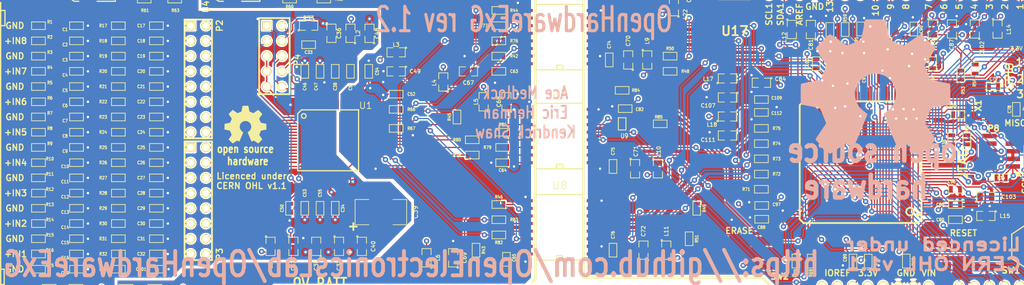
<source format=kicad_pcb>
(kicad_pcb (version 20171130) (host pcbnew "(2018-02-14 revision 6afdf1cf8)-makepkg")
  (title_block (date "9 aug 2014"))
  (layers (0 Front signal hide) (1 Ground power hide) (2 Power power hide) (31 Back signal hide) (34 B.Paste user hide) (35 F.Paste user hide) (36 B.SilkS user) (37 F.SilkS user hide) (38 B.Mask user hide) (39 F.Mask user hide) (44 Edge.Cuts user hide))
  (net 0 "")
  (net 1 +3.3V)
  (net 2 +3.3VADC)
  (net 3 +5V)
  (net 4 +5VA)
  (net 5 /3.3V_ISO)
  (net 6 /5V_ISO)
  (net 7 /5V_in_prefilter)
  (net 8 /9V_ISO)
  (net 9 /9V_iso_postfilter)
  (net 10 /ADS129x_CLK)
  (net 11 /ADS129x_CLKSEL)
  (net 12 /ADS129x_CLKSEL_ISO)
  (net 13 /ADS129x_CLK_ISO)
  (net 14 /ADS129x_GPIO1)
  (net 15 /ADS129x_GPIO1_ISO)
  (net 16 /ADS129x_GPIO2)
  (net 17 /ADS129x_GPIO2_ISO)
  (net 18 /ADS129x_GPIO3)
  (net 19 /ADS129x_GPIO3_ISO)
  (net 20 /ADS129x_GPIO4)
  (net 21 /ADS129x_GPIO4_ISO)
  (net 22 /ADS129x_MISO)
  (net 23 /ADS129x_MISO_ISO)
  (net 24 /ADS129x_MOSI_ISO)
  (net 25 /ADS129x_SCLK_ISO)
  (net 26 /ADS129x_START)
  (net 27 /ADS129x_START_ISO)
  (net 28 /ADS129x_~CS~)
  (net 29 /ADS129x_~CS~_ISO)
  (net 30 /ADS129x_~DRDY~)
  (net 31 /ADS129x_~DRDY~_ISO)
  (net 32 /ADS129x_~PWDN~)
  (net 33 /ADS129x_~PWDN~_ISO)
  (net 34 /ADS129x_~RESET~)
  (net 35 /ADS129x_~RESET~_ISO)
  (net 36 /ADVREF)
  (net 37 /AVDD1)
  (net 38 /BIASOUT)
  (net 39 /BIASOUT_FILT)
  (net 40 /IN1N)
  (net 41 /IN1P)
  (net 42 /IN2N)
  (net 43 /IN2P)
  (net 44 /IN3N)
  (net 45 /IN3P)
  (net 46 /IN4N)
  (net 47 /IN4P)
  (net 48 /IN5N)
  (net 49 /IN5P)
  (net 50 /IN6N)
  (net 51 /IN6P)
  (net 52 /IN7N)
  (net 53 /IN7P)
  (net 54 /IN8N)
  (net 55 /IN8P)
  (net 56 /JTAG_RESET)
  (net 57 /JTAG_TCK)
  (net 58 /JTAG_TDI)
  (net 59 /JTAG_TDO)
  (net 60 /JTAG_TMS)
  (net 61 /LED_LATCH_CLK)
  (net 62 /LED_OUTPUT_ENABLE_INPUT)
  (net 63 /LED_SERIAL)
  (net 64 /LED_SHIFT_REG_CLEAR)
  (net 65 /LED_SHIFT_REG_CLK)
  (net 66 /PA16_A0)
  (net 67 /PA17_SDA1)
  (net 68 /PA18_SCL1)
  (net 69 /PA22_A3)
  (net 70 /PA23_A2)
  (net 71 /PA24_A1)
  (net 72 /PA25_MISO)
  (net 73 /PA26_MOSI)
  (net 74 /PA27_SCLK)
  (net 75 /PA28_SS0)
  (net 76 /PA29_SS1)
  (net 77 /PA4_A5)
  (net 78 /PA6_A4)
  (net 79 /PA8_RX)
  (net 80 /PA9_TX)
  (net 81 /PB25_PWM2)
  (net 82 /PB27_PWM13)
  (net 83 /PC20_ERASE)
  (net 84 /PC21_PWM9)
  (net 85 /PC22_PWM8)
  (net 86 /PC23_PWM7)
  (net 87 /PC24_PWM6)
  (net 88 /PC25_PWM5)
  (net 89 /PC28_PWM3)
  (net 90 /PD7_PWM11)
  (net 91 /PD8_PWM12)
  (net 92 /SRB1)
  (net 93 /SRB2)
  (net 94 /USB_DATA_M)
  (net 95 /USB_DATA_P)
  (net 96 /VDDANA)
  (net 97 /VDDBU)
  (net 98 /VDDCORE)
  (net 99 /VDDIN)
  (net 100 /VDDPLL)
  (net 101 /VDDUTMI)
  (net 102 /V_IN)
  (net 103 AGND)
  (net 104 GND)
  (net 105 N-00000112)
  (net 106 N-00000114)
  (net 107 N-00000116)
  (net 108 N-00000119)
  (net 109 N-00000120)
  (net 110 N-00000121)
  (net 111 N-00000122)
  (net 112 N-00000125)
  (net 113 N-00000126)
  (net 114 N-0000013)
  (net 115 N-00000131)
  (net 116 N-00000134)
  (net 117 N-00000136)
  (net 118 N-00000137)
  (net 119 N-00000138)
  (net 120 N-00000139)
  (net 121 N-00000141)
  (net 122 N-00000142)
  (net 123 N-00000149)
  (net 124 N-00000150)
  (net 125 N-00000151)
  (net 126 N-00000153)
  (net 127 N-00000154)
  (net 128 N-00000155)
  (net 129 N-00000157)
  (net 130 N-00000158)
  (net 131 N-00000159)
  (net 132 N-00000160)
  (net 133 N-00000161)
  (net 134 N-00000162)
  (net 135 N-00000163)
  (net 136 N-00000164)
  (net 137 N-00000165)
  (net 138 N-00000166)
  (net 139 N-00000167)
  (net 140 N-0000017)
  (net 141 N-00000170)
  (net 142 N-00000172)
  (net 143 N-00000173)
  (net 144 N-00000174)
  (net 145 N-00000176)
  (net 146 N-00000177)
  (net 147 N-00000180)
  (net 148 N-00000182)
  (net 149 N-00000183)
  (net 150 N-00000185)
  (net 151 N-00000186)
  (net 152 N-00000189)
  (net 153 N-00000190)
  (net 154 N-00000191)
  (net 155 N-00000192)
  (net 156 N-00000194)
  (net 157 N-00000199)
  (net 158 N-000002)
  (net 159 N-0000020)
  (net 160 N-00000200)
  (net 161 N-00000202)
  (net 162 N-00000203)
  (net 163 N-00000205)
  (net 164 N-00000209)
  (net 165 N-0000021)
  (net 166 N-00000210)
  (net 167 N-00000211)
  (net 168 N-00000212)
  (net 169 N-00000215)
  (net 170 N-00000218)
  (net 171 N-00000221)
  (net 172 N-00000224)
  (net 173 N-00000226)
  (net 174 N-00000227)
  (net 175 N-00000233)
  (net 176 N-00000234)
  (net 177 N-00000235)
  (net 178 N-00000243)
  (net 179 N-00000244)
  (net 180 N-00000245)
  (net 181 N-00000253)
  (net 182 N-00000257)
  (net 183 N-00000259)
  (net 184 N-00000261)
  (net 185 N-00000262)
  (net 186 N-00000263)
  (net 187 N-00000264)
  (net 188 N-00000265)
  (net 189 N-00000266)
  (net 190 N-00000267)
  (net 191 N-00000268)
  (net 192 N-00000269)
  (net 193 N-00000270)
  (net 194 N-00000271)
  (net 195 N-00000272)
  (net 196 N-00000273)
  (net 197 N-00000274)
  (net 198 N-00000275)
  (net 199 N-00000278)
  (net 200 N-00000280)
  (net 201 N-00000281)
  (net 202 N-00000283)
  (net 203 N-00000286)
  (net 204 N-00000287)
  (net 205 N-00000288)
  (net 206 N-00000290)
  (net 207 N-00000292)
  (net 208 N-00000294)
  (net 209 N-00000296)
  (net 210 N-00000298)
  (net 211 N-00000299)
  (net 212 N-00000300)
  (net 213 N-00000302)
  (net 214 N-00000305)
  (net 215 N-00000306)
  (net 216 N-0000067)
  (net 217 N-000007)
  (net 218 N-000008)
  (net 219 N-000009)
  (net 220 N-0000094)
  (net 221 N-000123)
  (net 222 N-000196)
  (net 223 N-000201)
  (net 224 N-000202)
  (module LOGO (layer Back) (at 190.5 71.12)
    (fp_text reference G*** hide)
    (fp_text value LOGO hide)
  )
  (module LOGO (layer Front) (at 85.344 77.47)
    (fp_text reference G*** hide)
    (fp_text value LOGO hide)
  )
  (module smt-crystal-3.2x2.5 (layer Front) (at 210.185 74.93 90)
    (fp_text reference X1 (at 0.635 -2.54 90) (layer F.SilkS) (effects (font (size 1.00076 1.00076) (thickness 0.25146))))
    (fp_text value ECS-120-20-33-CKM-TR hide)
    (pad 1 smd rect (at -1.15062 0.89916 90) (size 1.30048 1.09982) (layers Front F.Paste F.Mask) (net 172 N-00000224))
    (pad 2 smd rect (at 1.15062 0.89916 90) (size 1.30048 1.09982) (layers Front F.Paste F.Mask) (net 104 GND))
    (pad 3 smd rect (at 1.15062 -0.89916 90) (size 1.30048 1.09982) (layers Front F.Paste F.Mask) (net 112 N-00000125))
    (pad 4 smd rect (at -1.15062 -0.89916 90) (size 1.30048 1.09982) (layers Front F.Paste F.Mask) (net 104 GND))
  )
  (module SRR4028 (layer Front) (at 160.02 112.395)
    (fp_text reference L23 (at 3.81 0 90) (layer F.SilkS) (effects (font (size 1.00076 1.00076) (thickness 0.24892))))
    (fp_text value 47uH hide)
    (pad 1 smd rect (at 0 -2.27584) (size 5.30098 0.94996) (layers Front F.Paste F.Mask) (net 211 N-00000299))
    (pad 2 smd rect (at 0 2.27584) (size 5.30098 0.94996) (layers Front F.Paste F.Mask) (net 160 N-00000200))
    (pad 1 smd rect (at -2.22504 -1.75006) (size 0.8509 1.99898) (layers Front F.Paste F.Mask) (net 211 N-00000299))
    (pad 1 smd rect (at 2.22504 -1.75006) (size 0.8509 1.99898) (layers Front F.Paste F.Mask) (net 211 N-00000299))
    (pad 2 smd rect (at -2.22504 1.75006) (size 0.8509 1.99898) (layers Front F.Paste F.Mask) (net 160 N-00000200))
    (pad 2 smd rect (at 2.22504 1.75006) (size 0.8509 1.99898) (layers Front F.Paste F.Mask) (net 160 N-00000200))
  )
  (module SM0603 (layer Front) (at 195.62572 100.24618 270)
    (fp_text reference R68 (at 0.08382 -1.22428 270) (layer F.SilkS) (effects (font (size 0.508 0.4572) (thickness 0.1143))))
    (fp_text value 47 hide)
    (pad 1 smd rect (at -0.762 0 270) (size 0.635 1.143) (layers Front F.Paste F.Mask) (net 177 N-00000235))
    (pad 2 smd rect (at 0.762 0 270) (size 0.635 1.143) (layers Front F.Paste F.Mask) (net 28 /ADS129x_~CS~))
  )
  (module SM0603 (layer Front) (at 177.21072 100.24618 270)
    (fp_text reference R70 (at 1.98882 0.04572 270) (layer F.SilkS) (effects (font (size 0.508 0.4572) (thickness 0.1143))))
    (fp_text value 47 hide)
    (pad 1 smd rect (at -0.762 0 270) (size 0.635 1.143) (layers Front F.Paste F.Mask) (net 212 N-00000300))
    (pad 2 smd rect (at 0.762 0 270) (size 0.635 1.143) (layers Front F.Paste F.Mask) (net 73 /PA26_MOSI))
  )
  (module SM0603 (layer Front) (at 179.75072 100.24618 270)
    (fp_text reference R69 (at 1.98882 0.04572 270) (layer F.SilkS) (effects (font (size 0.508 0.4572) (thickness 0.1143))))
    (fp_text value 47 hide)
    (pad 1 smd rect (at -0.762 0 270) (size 0.635 1.143) (layers Front F.Paste F.Mask) (net 176 N-00000234))
    (pad 2 smd rect (at 0.762 0 270) (size 0.635 1.143) (layers Front F.Paste F.Mask) (net 74 /PA27_SCLK))
  )
  (module SM0603 (layer Front) (at 171.45 78.105 180)
    (fp_text reference R75 (at -2.54 0 180) (layer F.SilkS) (effects (font (size 0.508 0.4572) (thickness 0.1143))))
    (fp_text value 47 hide)
    (pad 1 smd rect (at -0.762 0 180) (size 0.635 1.143) (layers Front F.Paste F.Mask) (net 173 N-00000226))
    (pad 2 smd rect (at 0.762 0 180) (size 0.635 1.143) (layers Front F.Paste F.Mask) (net 10 /ADS129x_CLK))
  )
  (module SM0603 (layer Front) (at 171.45 83.185 180)
    (fp_text reference R73 (at -2.54 0 180) (layer F.SilkS) (effects (font (size 0.508 0.4572) (thickness 0.1143))))
    (fp_text value 47 hide)
    (pad 1 smd rect (at -0.762 0 180) (size 0.635 1.143) (layers Front F.Paste F.Mask) (net 169 N-00000215))
    (pad 2 smd rect (at 0.762 0 180) (size 0.635 1.143) (layers Front F.Paste F.Mask) (net 34 /ADS129x_~RESET~))
  )
  (module SM0603 (layer Front) (at 171.45 80.645 180)
    (fp_text reference R74 (at -2.54 0 180) (layer F.SilkS) (effects (font (size 0.508 0.4572) (thickness 0.1143))))
    (fp_text value 47 hide)
    (pad 1 smd rect (at -0.762 0 180) (size 0.635 1.143) (layers Front F.Paste F.Mask) (net 174 N-00000227))
    (pad 2 smd rect (at 0.762 0 180) (size 0.635 1.143) (layers Front F.Paste F.Mask) (net 11 /ADS129x_CLKSEL))
  )
  (module SM0603 (layer Front) (at 171.45 85.725 180)
    (fp_text reference R72 (at -2.54 0 180) (layer F.SilkS) (effects (font (size 0.508 0.4572) (thickness 0.1143))))
    (fp_text value 47 hide)
    (pad 1 smd rect (at -0.762 0 180) (size 0.635 1.143) (layers Front F.Paste F.Mask) (net 170 N-00000218))
    (pad 2 smd rect (at 0.762 0 180) (size 0.635 1.143) (layers Front F.Paste F.Mask) (net 32 /ADS129x_~PWDN~))
  )
  (module SM0603 (layer Front) (at 171.45 88.265 180)
    (fp_text reference R71 (at 2.54 0 180) (layer F.SilkS) (effects (font (size 0.508 0.4572) (thickness 0.1143))))
    (fp_text value 47 hide)
    (pad 1 smd rect (at -0.762 0 180) (size 0.635 1.143) (layers Front F.Paste F.Mask) (net 175 N-00000233))
    (pad 2 smd rect (at 0.762 0 180) (size 0.635 1.143) (layers Front F.Paste F.Mask) (net 26 /ADS129x_START))
  )
  (module SM0603 (layer Front) (at 154.559 77.343)
    (fp_text reference R85 (at -0.254 -1.143) (layer F.SilkS) (effects (font (size 0.508 0.4572) (thickness 0.1143))))
    (fp_text value 47 hide)
    (pad 1 smd rect (at -0.762 0) (size 0.635 1.143) (layers Front F.Paste F.Mask) (net 203 N-00000286))
    (pad 2 smd rect (at 0.762 0) (size 0.635 1.143) (layers Front F.Paste F.Mask) (net 72 /PA25_MISO))
  )
  (module SM0603 (layer Front) (at 148.209 71.755)
    (fp_text reference R84 (at 2.286 0) (layer F.SilkS) (effects (font (size 0.508 0.4572) (thickness 0.1143))))
    (fp_text value 47 hide)
    (pad 1 smd rect (at -0.762 0) (size 0.635 1.143) (layers Front F.Paste F.Mask) (net 204 N-00000287))
    (pad 2 smd rect (at 0.762 0) (size 0.635 1.143) (layers Front F.Paste F.Mask) (net 30 /ADS129x_~DRDY~))
  )
  (module SM0603 (layer Front) (at 128.27 78.74)
    (fp_text reference R81 (at 0 -1.27) (layer F.SilkS) (effects (font (size 0.508 0.4572) (thickness 0.1143))))
    (fp_text value 47 hide)
    (pad 1 smd rect (at -0.762 0) (size 0.635 1.143) (layers Front F.Paste F.Mask) (net 25 /ADS129x_SCLK_ISO))
    (pad 2 smd rect (at 0.762 0) (size 0.635 1.143) (layers Front F.Paste F.Mask) (net 205 N-00000288))
  )
  (module SM0603 (layer Front) (at 123.19 80.01)
    (fp_text reference R80 (at -2.54 0) (layer F.SilkS) (effects (font (size 0.508 0.4572) (thickness 0.1143))))
    (fp_text value 47 hide)
    (pad 1 smd rect (at -0.762 0) (size 0.635 1.143) (layers Front F.Paste F.Mask) (net 29 /ADS129x_~CS~_ISO))
    (pad 2 smd rect (at 0.762 0) (size 0.635 1.143) (layers Front F.Paste F.Mask) (net 206 N-00000290))
  )
  (module SM0603 (layer Front) (at 123.19 82.55)
    (fp_text reference R78 (at -2.54 0) (layer F.SilkS) (effects (font (size 0.508 0.4572) (thickness 0.1143))))
    (fp_text value 47 hide)
    (pad 1 smd rect (at -0.762 0) (size 0.635 1.143) (layers Front F.Paste F.Mask) (net 24 /ADS129x_MOSI_ISO))
    (pad 2 smd rect (at 0.762 0) (size 0.635 1.143) (layers Front F.Paste F.Mask) (net 207 N-00000292))
  )
  (module SM0603 (layer Front) (at 128.27 81.28)
    (fp_text reference R79 (at -2.54 0) (layer F.SilkS) (effects (font (size 0.508 0.4572) (thickness 0.1143))))
    (fp_text value 47 hide)
    (pad 1 smd rect (at -0.762 0) (size 0.635 1.143) (layers Front F.Paste F.Mask) (net 13 /ADS129x_CLK_ISO))
    (pad 2 smd rect (at 0.762 0) (size 0.635 1.143) (layers Front F.Paste F.Mask) (net 208 N-00000294))
  )
  (module SM0603 (layer Front) (at 127.635 95.885)
    (fp_text reference R82 (at 0 1.27) (layer F.SilkS) (effects (font (size 0.508 0.4572) (thickness 0.1143))))
    (fp_text value 47 hide)
    (pad 1 smd rect (at -0.762 0) (size 0.635 1.143) (layers Front F.Paste F.Mask) (net 33 /ADS129x_~PWDN~_ISO))
    (pad 2 smd rect (at 0.762 0) (size 0.635 1.143) (layers Front F.Paste F.Mask) (net 209 N-00000296))
  )
  (module SM0603 (layer Front) (at 127.635 93.345)
    (fp_text reference R83 (at 2.54 0) (layer F.SilkS) (effects (font (size 0.508 0.4572) (thickness 0.1143))))
    (fp_text value 47 hide)
    (pad 1 smd rect (at -0.762 0) (size 0.635 1.143) (layers Front F.Paste F.Mask) (net 35 /ADS129x_~RESET~_ISO))
    (pad 2 smd rect (at 0.762 0) (size 0.635 1.143) (layers Front F.Paste F.Mask) (net 181 N-00000253))
  )
  (module SM0603 (layer Front) (at 127.635 60.96)
    (fp_text reference R77 (at -2.54 0) (layer F.SilkS) (effects (font (size 0.508 0.4572) (thickness 0.1143))))
    (fp_text value 47 hide)
    (pad 1 smd rect (at -0.762 0) (size 0.635 1.143) (layers Front F.Paste F.Mask) (net 12 /ADS129x_CLKSEL_ISO))
    (pad 2 smd rect (at 0.762 0) (size 0.635 1.143) (layers Front F.Paste F.Mask) (net 106 N-00000114))
  )
  (module SM0603 (layer Front) (at 127.635 63.5)
    (fp_text reference R76 (at 2.54 0) (layer F.SilkS) (effects (font (size 0.508 0.4572) (thickness 0.1143))))
    (fp_text value 47 hide)
    (pad 1 smd rect (at -0.762 0) (size 0.635 1.143) (layers Front F.Paste F.Mask) (net 27 /ADS129x_START_ISO))
    (pad 2 smd rect (at 0.762 0) (size 0.635 1.143) (layers Front F.Paste F.Mask) (net 107 N-00000116))
  )
  (module SM0603 (layer Front) (at 110.49 78.105)
    (fp_text reference R67 (at 2.54 0) (layer F.SilkS) (effects (font (size 0.508 0.4572) (thickness 0.1143))))
    (fp_text value 47 hide)
    (pad 1 smd rect (at -0.762 0) (size 0.635 1.143) (layers Front F.Paste F.Mask) (net 142 N-00000172))
    (pad 2 smd rect (at 0.762 0) (size 0.635 1.143) (layers Front F.Paste F.Mask) (net 23 /ADS129x_MISO_ISO))
  )
  (module SM0603 (layer Front) (at 110.49 74.93)
    (fp_text reference R66 (at 2.54 0) (layer F.SilkS) (effects (font (size 0.508 0.4572) (thickness 0.1143))))
    (fp_text value 47 hide)
    (pad 1 smd rect (at -0.762 0) (size 0.635 1.143) (layers Front F.Paste F.Mask) (net 141 N-00000170))
    (pad 2 smd rect (at 0.762 0) (size 0.635 1.143) (layers Front F.Paste F.Mask) (net 31 /ADS129x_~DRDY~_ISO))
  )
  (module SM0603 (layer Front) (at 189.865 109.22 90)
    (fp_text reference C120 (at 0 -1.27 90) (layer F.SilkS) (effects (font (size 0.508 0.4572) (thickness 0.1143))))
    (fp_text value 100nF hide)
    (pad 1 smd rect (at -0.762 0 90) (size 0.635 1.143) (layers Front F.Paste F.Mask) (net 7 /5V_in_prefilter))
    (pad 2 smd rect (at 0.762 0 90) (size 0.635 1.143) (layers Front F.Paste F.Mask) (net 104 GND))
  )
  (module SM0805 (layer Front) (at 193.675 109.22 90)
    (fp_text reference C121 (at -2.54 0 180) (layer F.SilkS) (effects (font (size 0.635 0.635) (thickness 0.127))))
    (fp_text value 10uF hide)
    (pad 1 smd rect (at -0.9525 0 90) (size 0.889 1.397) (layers Front F.Paste F.Mask) (net 7 /5V_in_prefilter))
    (pad 2 smd rect (at 0.9525 0 90) (size 0.889 1.397) (layers Front F.Paste F.Mask) (net 104 GND))
  )
  (module SRR4028 (layer Front) (at 191.135 115.57 270)
    (fp_text reference L24 (at 0 4.0005 270) (layer F.SilkS) (effects (font (size 1.00076 1.00076) (thickness 0.24892))))
    (fp_text value 47uH (at 0 -3.59918 270) (layer F.SilkS) (effects (font (size 1.00076 1.00076) (thickness 0.25146))))
    (pad 1 smd rect (at 0 -2.27584 270) (size 5.30098 0.94996) (layers Front F.Paste F.Mask) (net 7 /5V_in_prefilter))
    (pad 2 smd rect (at 0 2.27584 270) (size 5.30098 0.94996) (layers Front F.Paste F.Mask) (net 108 N-00000119))
    (pad 1 smd rect (at -2.22504 -1.75006 270) (size 0.8509 1.99898) (layers Front F.Paste F.Mask) (net 7 /5V_in_prefilter))
    (pad 1 smd rect (at 2.22504 -1.75006 270) (size 0.8509 1.99898) (layers Front F.Paste F.Mask) (net 7 /5V_in_prefilter))
    (pad 2 smd rect (at -2.22504 1.75006 270) (size 0.8509 1.99898) (layers Front F.Paste F.Mask) (net 108 N-00000119))
    (pad 2 smd rect (at 2.22504 1.75006 270) (size 0.8509 1.99898) (layers Front F.Paste F.Mask) (net 108 N-00000119))
  )
  (module SIP7_ISOLATOR (layer Front) (at 175.895 113.03 180)
    (fp_text reference U18 (at 12.573 5.08 180) (layer F.SilkS) (effects (font (size 1.524 1.524) (thickness 0.3048))))
    (fp_text value R05P205/R6 hide)
    (pad 1 thru_hole rect (at -7.62 -2.54 180) (size 1.50114 1.50114) (drill 1.00076) (layers *.Cu *.Mask F.SilkS) (net 108 N-00000119))
    (pad 2 thru_hole circle (at -5.08 -2.54 180) (size 1.50114 1.50114) (drill 1.00076) (layers *.Cu *.Mask F.SilkS) (net 104 GND))
    (pad 5 thru_hole circle (at 2.54 -2.54 180) (size 1.50114 1.50114) (drill 1.00076) (layers *.Cu *.Mask F.SilkS) (net 161 N-00000202))
    (pad 6 thru_hole circle (at 5.08 -2.54 180) (size 1.50114 1.50114) (drill 1.00076) (layers *.Cu *.Mask F.SilkS))
    (pad 7 thru_hole circle (at 7.62 -2.54 180) (size 1.50114 1.50114) (drill 1.00076) (layers *.Cu *.Mask F.SilkS) (net 211 N-00000299))
  )
  (module SM0603 (layer Front) (at 161.925 52.705 270)
    (fp_text reference C119 (at 2.54 0 270) (layer F.SilkS) (effects (font (size 0.508 0.4572) (thickness 0.1143))))
    (fp_text value 100nF hide)
    (pad 1 smd rect (at -0.762 0 270) (size 0.635 1.143) (layers Front F.Paste F.Mask) (net 105 N-00000112))
    (pad 2 smd rect (at 0.762 0 270) (size 0.635 1.143) (layers Front F.Paste F.Mask) (net 104 GND))
  )
  (module SM0805 (layer Front) (at 156.845 57.785 90)
    (fp_text reference L22 (at -1.27 1.905 90) (layer F.SilkS) (effects (font (size 0.635 0.635) (thickness 0.127))))
    (fp_text value MH2029-221Y hide)
    (pad 1 smd rect (at -0.9525 0 90) (size 0.889 1.397) (layers Front F.Paste F.Mask) (net 1 +3.3V))
    (pad 2 smd rect (at 0.9525 0 90) (size 0.889 1.397) (layers Front F.Paste F.Mask) (net 105 N-00000112))
  )
  (module SM0805 (layer Front) (at 158.115 52.705 270)
    (fp_text reference C118 (at 3.175 -1.27 270) (layer F.SilkS) (effects (font (size 0.635 0.635) (thickness 0.127))))
    (fp_text value 10uF hide)
    (pad 1 smd rect (at -0.9525 0 270) (size 0.889 1.397) (layers Front F.Paste F.Mask) (net 105 N-00000112))
    (pad 2 smd rect (at 0.9525 0 270) (size 0.889 1.397) (layers Front F.Paste F.Mask) (net 104 GND))
  )
  (module SM2010 (layer Front) (at 89.535 109.855 180)
    (fp_text reference D2 (at 0 2.54 180) (layer F.SilkS) (effects (font (size 0.70104 0.70104) (thickness 0.127))))
    (fp_text value CMS06 hide)
    (pad 1 smd rect (at -2.4003 0 180) (size 1.80086 2.70002) (layers Front F.Paste F.Mask) (net 162 N-00000203))
    (pad 2 smd rect (at 2.4003 0 180) (size 1.80086 2.70002) (layers Front F.Paste F.Mask) (net 166 N-00000210))
  )
  (module SM2010 (layer Front) (at 98.425 116.205 180)
    (fp_text reference D3 (at 0 2.54 180) (layer F.SilkS) (effects (font (size 0.70104 0.70104) (thickness 0.127))))
    (fp_text value CMS06 hide)
    (pad 1 smd rect (at -2.4003 0 180) (size 1.80086 2.70002) (layers Front F.Paste F.Mask) (net 9 /9V_iso_postfilter))
    (pad 2 smd rect (at 2.4003 0 180) (size 1.80086 2.70002) (layers Front F.Paste F.Mask) (net 113 N-00000126))
  )
  (module PIN_ARRAY_5x2 (layer Front) (at 90.17 66.04 270)
    (fp_text reference P4 (at 0.635 -3.81 270) (layer F.SilkS) (effects (font (size 1.016 1.016) (thickness 0.2032))))
    (fp_text value CONN_5X2 hide)
    (pad 1 thru_hole rect (at -5.08 1.27 270) (size 1.524 1.524) (drill 1.016) (layers *.Cu *.Mask F.SilkS) (net 92 /SRB1))
    (pad 2 thru_hole circle (at -5.08 -1.27 270) (size 1.524 1.524) (drill 1.016) (layers *.Cu *.Mask F.SilkS) (net 110 N-00000121))
    (pad 3 thru_hole circle (at -2.54 1.27 270) (size 1.524 1.524) (drill 1.016) (layers *.Cu *.Mask F.SilkS) (net 93 /SRB2))
    (pad 4 thru_hole circle (at -2.54 -1.27 270) (size 1.524 1.524) (drill 1.016) (layers *.Cu *.Mask F.SilkS) (net 213 N-00000302))
    (pad 5 thru_hole circle (at 0 1.27 270) (size 1.524 1.524) (drill 1.016) (layers *.Cu *.Mask F.SilkS) (net 38 /BIASOUT))
    (pad 6 thru_hole circle (at 0 -1.27 270) (size 1.524 1.524) (drill 1.016) (layers *.Cu *.Mask F.SilkS) (net 109 N-00000120))
    (pad 7 thru_hole circle (at 2.54 1.27 270) (size 1.524 1.524) (drill 1.016) (layers *.Cu *.Mask F.SilkS) (net 38 /BIASOUT))
    (pad 8 thru_hole circle (at 2.54 -1.27 270) (size 1.524 1.524) (drill 1.016) (layers *.Cu *.Mask F.SilkS) (net 123 N-00000149))
    (pad 9 thru_hole circle (at 5.08 1.27 270) (size 1.524 1.524) (drill 1.016) (layers *.Cu *.Mask F.SilkS) (net 38 /BIASOUT))
    (pad 10 thru_hole circle (at 5.08 -1.27 270) (size 1.524 1.524) (drill 1.016) (layers *.Cu *.Mask F.SilkS) (net 109 N-00000120))
  )
  (module SM0805 (layer Front) (at 227.33 59.055 90)
    (fp_text reference L21 (at 0 1.905 90) (layer F.SilkS) (effects (font (size 0.635 0.635) (thickness 0.127))))
    (fp_text value MH2029-221Y hide)
    (pad 1 smd rect (at -0.9525 0 90) (size 0.889 1.397) (layers Front F.Paste F.Mask))
    (pad 2 smd rect (at 0.9525 0 90) (size 0.889 1.397) (layers Front F.Paste F.Mask) (net 163 N-00000205))
  )
  (module SOT23 (layer Front) (at 92.71 52.705 270)
    (fp_text reference U15 (at 1.99898 -0.09906) (layer F.SilkS) (effects (font (size 0.762 0.762) (thickness 0.0762))))
    (fp_text value TL431BIDBZR hide)
    (pad 3 smd rect (at 0 -1.27 270) (size 0.70104 1.00076) (layers Front F.Paste F.Mask) (net 103 AGND))
    (pad 2 smd rect (at 0.9525 1.27 270) (size 0.70104 1.00076) (layers Front F.Paste F.Mask) (net 111 N-00000122))
    (pad 1 smd rect (at -0.9525 1.27 270) (size 0.70104 1.00076) (layers Front F.Paste F.Mask) (net 220 N-0000094))
  )
  (module SM0603 (layer Front) (at 98.425 56.515)
    (fp_text reference R62 (at 2.54 0) (layer F.SilkS) (effects (font (size 0.508 0.4572) (thickness 0.1143))))
    (fp_text value 10.0k hide)
    (pad 1 smd rect (at -0.762 0) (size 0.635 1.143) (layers Front F.Paste F.Mask) (net 5 /3.3V_ISO))
    (pad 2 smd rect (at 0.762 0) (size 0.635 1.143) (layers Front F.Paste F.Mask) (net 111 N-00000122))
  )
  (module SM0603 (layer Front) (at 98.552 53.848 180)
    (fp_text reference R65 (at -2.413 -0.127 180) (layer F.SilkS) (effects (font (size 0.508 0.4572) (thickness 0.1143))))
    (fp_text value 19.6k hide)
    (pad 1 smd rect (at -0.762 0 180) (size 0.635 1.143) (layers Front F.Paste F.Mask) (net 111 N-00000122))
    (pad 2 smd rect (at 0.762 0 180) (size 0.635 1.143) (layers Front F.Paste F.Mask) (net 103 AGND))
  )
  (module SM0603 (layer Front) (at 92.71 56.515 180)
    (fp_text reference R60 (at 0 -1.27 180) (layer F.SilkS) (effects (font (size 0.508 0.4572) (thickness 0.1143))))
    (fp_text value 68 hide)
    (pad 1 smd rect (at -0.762 0 180) (size 0.635 1.143) (layers Front F.Paste F.Mask) (net 5 /3.3V_ISO))
    (pad 2 smd rect (at 0.762 0 180) (size 0.635 1.143) (layers Front F.Paste F.Mask) (net 220 N-0000094))
  )
  (module SM0805 (layer Front) (at 98.552 50.8)
    (fp_text reference C60 (at 3.048 0) (layer F.SilkS) (effects (font (size 0.635 0.635) (thickness 0.127))))
    (fp_text value 10uF hide)
    (pad 1 smd rect (at -0.9525 0) (size 0.889 1.397) (layers Front F.Paste F.Mask) (net 220 N-0000094))
    (pad 2 smd rect (at 0.9525 0) (size 0.889 1.397) (layers Front F.Paste F.Mask) (net 103 AGND))
  )
  (module SOT223 (layer Front) (at 83.185 53.34 90)
    (fp_text reference U4 (at -4.445 -4.445 90) (layer F.SilkS) (effects (font (size 1.016 1.016) (thickness 0.2032))))
    (fp_text value BT1308W-600D hide)
    (pad 4 smd rect (at 0 -3.302 90) (size 3.6576 2.032) (layers Front F.Paste F.Mask))
    (pad 2 smd rect (at 0 3.302 90) (size 1.016 2.032) (layers Front F.Paste F.Mask) (net 103 AGND))
    (pad 3 smd rect (at 2.286 3.302 90) (size 1.016 2.032) (layers Front F.Paste F.Mask) (net 220 N-0000094))
    (pad 1 smd rect (at -2.286 3.302 90) (size 1.016 2.032) (layers Front F.Paste F.Mask) (net 5 /3.3V_ISO))
  )
  (module SOT223 (layer Front) (at 59.055 53.34 90)
    (fp_text reference U14 (at 0 -5.715 90) (layer F.SilkS) (effects (font (size 1.016 1.016) (thickness 0.2032))))
    (fp_text value BT1308W-600D hide)
    (pad 4 smd rect (at 0 -3.302 90) (size 3.6576 2.032) (layers Front F.Paste F.Mask))
    (pad 2 smd rect (at 0 3.302 90) (size 1.016 2.032) (layers Front F.Paste F.Mask) (net 103 AGND))
    (pad 3 smd rect (at 2.286 3.302 90) (size 1.016 2.032) (layers Front F.Paste F.Mask) (net 201 N-00000281))
    (pad 1 smd rect (at -2.286 3.302 90) (size 1.016 2.032) (layers Front F.Paste F.Mask) (net 6 /5V_ISO))
  )
  (module SM0805 (layer Front) (at 73.533 50.8)
    (fp_text reference C61 (at 2.667 0) (layer F.SilkS) (effects (font (size 0.635 0.635) (thickness 0.127))))
    (fp_text value 10uF hide)
    (pad 1 smd rect (at -0.9525 0) (size 0.889 1.397) (layers Front F.Paste F.Mask) (net 201 N-00000281))
    (pad 2 smd rect (at 0.9525 0) (size 0.889 1.397) (layers Front F.Paste F.Mask) (net 103 AGND))
  )
  (module SM0603 (layer Front) (at 68.453 56.515 180)
    (fp_text reference R61 (at -0.127 -1.905 180) (layer F.SilkS) (effects (font (size 0.508 0.4572) (thickness 0.1143))))
    (fp_text value 68 hide)
    (pad 1 smd rect (at -0.762 0 180) (size 0.635 1.143) (layers Front F.Paste F.Mask) (net 6 /5V_ISO))
    (pad 2 smd rect (at 0.762 0 180) (size 0.635 1.143) (layers Front F.Paste F.Mask) (net 201 N-00000281))
  )
  (module SM0603 (layer Front) (at 73.533 53.975 180)
    (fp_text reference R64 (at -2.667 0 180) (layer F.SilkS) (effects (font (size 0.508 0.4572) (thickness 0.1143))))
    (fp_text value 8.45k hide)
    (pad 1 smd rect (at -0.762 0 180) (size 0.635 1.143) (layers Front F.Paste F.Mask) (net 216 N-0000067))
    (pad 2 smd rect (at 0.762 0 180) (size 0.635 1.143) (layers Front F.Paste F.Mask) (net 103 AGND))
  )
  (module SM0603 (layer Front) (at 73.533 56.515)
    (fp_text reference R63 (at 0.127 1.905) (layer F.SilkS) (effects (font (size 0.508 0.4572) (thickness 0.1143))))
    (fp_text value 10.0k hide)
    (pad 1 smd rect (at -0.762 0) (size 0.635 1.143) (layers Front F.Paste F.Mask) (net 6 /5V_ISO))
    (pad 2 smd rect (at 0.762 0) (size 0.635 1.143) (layers Front F.Paste F.Mask) (net 216 N-0000067))
  )
  (module SOT23 (layer Front) (at 68.453 52.705 270)
    (fp_text reference U16 (at 1.99898 -0.09906) (layer F.SilkS) (effects (font (size 0.762 0.762) (thickness 0.0762))))
    (fp_text value TL431BIDBZR hide)
    (pad 3 smd rect (at 0 -1.27 270) (size 0.70104 1.00076) (layers Front F.Paste F.Mask) (net 103 AGND))
    (pad 2 smd rect (at 0.9525 1.27 270) (size 0.70104 1.00076) (layers Front F.Paste F.Mask) (net 216 N-0000067))
    (pad 1 smd rect (at -0.9525 1.27 270) (size 0.70104 1.00076) (layers Front F.Paste F.Mask) (net 201 N-00000281))
  )
  (module SM0603 (layer Front) (at 185.42 61.595 90)
    (fp_text reference R59 (at 1.905 0 90) (layer F.SilkS) (effects (font (size 0.508 0.4572) (thickness 0.1143))))
    (fp_text value 100k hide)
    (pad 1 smd rect (at -0.762 0 90) (size 0.635 1.143) (layers Front F.Paste F.Mask) (net 179 N-00000244))
    (pad 2 smd rect (at 0.762 0 90) (size 0.635 1.143) (layers Front F.Paste F.Mask) (net 1 +3.3V))
  )
  (module SOT23_6 (layer Front) (at 220.98 59.69 270)
    (fp_text reference U13 (at 1.99898 0) (layer F.SilkS) (effects (font (size 0.762 0.762) (thickness 0.0762))))
    (fp_text value USBLC6 hide)
    (pad 6 smd rect (at -0.9525 -1.27 270) (size 0.70104 1.00076) (layers Front F.Paste F.Mask))
    (pad 5 smd rect (at 0 -1.27 270) (size 0.70104 1.00076) (layers Front F.Paste F.Mask) (net 3 +5V))
    (pad 4 smd rect (at 0.9525 -1.27 270) (size 0.70104 1.00076) (layers Front F.Paste F.Mask))
    (pad 3 smd rect (at 0.9525 1.27 270) (size 0.70104 1.00076) (layers Front F.Paste F.Mask) (net 95 /USB_DATA_P))
    (pad 2 smd rect (at 0 1.27 270) (size 0.70104 1.00076) (layers Front F.Paste F.Mask) (net 104 GND))
    (pad 1 smd rect (at -0.9525 1.27 270) (size 0.70104 1.00076) (layers Front F.Paste F.Mask) (net 94 /USB_DATA_M))
  )
  (module SM0603 (layer Front) (at 177.8 52.07 180)
    (fp_text reference R47 (at 2.54 0 180) (layer F.SilkS) (effects (font (size 0.508 0.4572) (thickness 0.1143))))
    (fp_text value 1k hide)
    (pad 1 smd rect (at -0.762 0 180) (size 0.635 1.143) (layers Front F.Paste F.Mask) (net 116 N-00000134))
    (pad 2 smd rect (at 0.762 0 180) (size 0.635 1.143) (layers Front F.Paste F.Mask) (net 104 GND))
  )
  (module LED-0603 (layer Front) (at 182.88 52.07 180)
    (fp_text reference D4 (at 0 -1.27 180) (layer F.SilkS) (effects (font (size 0.508 0.508) (thickness 0.127))))
    (fp_text value LED (at 0 1.016 180) (layer F.SilkS) (effects (font (size 0.508 0.508) (thickness 0.127))))
    (pad 1 smd rect (at -0.7493 0 180) (size 0.79756 0.79756) (layers Front F.Paste F.Mask) (net 82 /PB27_PWM13))
    (pad 2 smd rect (at 0.7493 0 180) (size 0.79756 0.79756) (layers Front F.Paste F.Mask) (net 116 N-00000134))
  )
  (module arduino_shield (layer Front) (at 198.12 78.74)
    (fp_text reference P11 hide)
    (fp_text value ARDUINO_SHIELD hide)
    (fp_text user RSVD (at -17.145 27.94) (layer F.SilkS) (effects (font (size 1.016 1.016) (thickness 0.2032))))
    (fp_text user IOREF (at -13.97 23.495) (layer F.SilkS) (effects (font (size 1.016 1.016) (thickness 0.2032))))
    (fp_text user RESET (at -11.43 27.94) (layer F.SilkS) (effects (font (size 1.016 1.016) (thickness 0.2032))))
    (fp_text user 3.3V (at -8.89 23.495) (layer F.SilkS) (effects (font (size 1.016 1.016) (thickness 0.2032))))
    (fp_text user 5V (at -6.35 27.94) (layer F.SilkS) (effects (font (size 1.016 1.016) (thickness 0.2032))))
    (fp_text user GND (at -2.54 23.495) (layer F.SilkS) (effects (font (size 1.016 1.016) (thickness 0.2032))))
    (fp_text user GND (at -2.54 27.94) (layer F.SilkS) (effects (font (size 1.016 1.016) (thickness 0.2032))))
    (fp_text user VIN (at 1.27 23.495) (layer F.SilkS) (effects (font (size 1.016 1.016) (thickness 0.2032))))
    (fp_text user A0 (at 6.35 27.94 90) (layer F.SilkS) (effects (font (size 1.016 1.016) (thickness 0.2032))))
    (fp_text user A1 (at 8.89 27.94 90) (layer F.SilkS) (effects (font (size 1.016 1.016) (thickness 0.2032))))
    (fp_text user A2 (at 11.43 27.94 90) (layer F.SilkS) (effects (font (size 1.016 1.016) (thickness 0.2032))))
    (fp_text user A3 (at 13.97 27.94 90) (layer F.SilkS) (effects (font (size 1.016 1.016) (thickness 0.2032))))
    (fp_text user A4 (at 16.51 27.94 90) (layer F.SilkS) (effects (font (size 1.016 1.016) (thickness 0.2032))))
    (fp_text user A5 (at 19.05 27.94 90) (layer F.SilkS) (effects (font (size 1.016 1.016) (thickness 0.2032))))
    (fp_text user MISO (at 15.7226 -1.524) (layer F.SilkS) (effects (font (size 1.016 1.016) (thickness 0.2032))))
    (fp_text user SCLK (at 17.399 8.382 90) (layer F.SilkS) (effects (font (size 1.016 1.016) (thickness 0.2032))))
    (fp_text user RESET (at 21.082 6.096) (layer F.SilkS) (effects (font (size 1.016 1.016) (thickness 0.2032))))
    (fp_text user 5V (at 24.257 -1.524) (layer F.SilkS) (effects (font (size 1.016 1.016) (thickness 0.2032))))
    (fp_text user MOSI (at 25.146 1.016) (layer F.SilkS) (effects (font (size 1.016 1.016) (thickness 0.2032))))
    (fp_text user GND (at 24.765 3.81) (layer F.SilkS) (effects (font (size 1.016 1.016) (thickness 0.2032))))
    (fp_text user 0 (at 19.05 -20.955 90) (layer F.SilkS) (effects (font (size 1.016 1.016) (thickness 0.2032))))
    (fp_text user 1 (at 16.51 -20.955 90) (layer F.SilkS) (effects (font (size 1.016 1.016) (thickness 0.2032))))
    (fp_text user 2 (at 13.97 -20.955 90) (layer F.SilkS) (effects (font (size 1.016 1.016) (thickness 0.2032))))
    (fp_text user 3 (at 11.43 -20.955 90) (layer F.SilkS) (effects (font (size 1.016 1.016) (thickness 0.2032))))
    (fp_text user 4 (at 8.89 -20.955 90) (layer F.SilkS) (effects (font (size 1.016 1.016) (thickness 0.2032))))
    (fp_text user 5 (at 6.35 -20.955 90) (layer F.SilkS) (effects (font (size 1.016 1.016) (thickness 0.2032))))
    (fp_text user 6 (at 3.81 -20.955 90) (layer F.SilkS) (effects (font (size 1.016 1.016) (thickness 0.2032))))
    (fp_text user 7 (at 1.27 -20.955 90) (layer F.SilkS) (effects (font (size 1.016 1.016) (thickness 0.2032))))
    (fp_text user 8 (at -2.54 -20.955 90) (layer F.SilkS) (effects (font (size 1.016 1.016) (thickness 0.2032))))
    (fp_text user 9 (at -5.08 -20.955 90) (layer F.SilkS) (effects (font (size 1.016 1.016) (thickness 0.2032))))
    (fp_text user 10 (at -7.62 -20.32 90) (layer F.SilkS) (effects (font (size 1.016 1.016) (thickness 0.2032))))
    (fp_text user 11 (at -10.16 -25.4 90) (layer F.SilkS) (effects (font (size 1.016 1.016) (thickness 0.2032))))
    (fp_text user 12 (at -12.7 -25.4 90) (layer F.SilkS) (effects (font (size 1.016 1.016) (thickness 0.2032))))
    (fp_text user 13 (at -15.24 -20.955 90) (layer F.SilkS) (effects (font (size 1.016 1.016) (thickness 0.2032))))
    (fp_text user GND (at -17.78 -20.955) (layer F.SilkS) (effects (font (size 1.016 1.016) (thickness 0.2032))))
    (fp_text user AREF (at -20.32 -19.685 90) (layer F.SilkS) (effects (font (size 1.016 1.016) (thickness 0.2032))))
    (fp_text user SDA1 (at -23.495 -19.685 90) (layer F.SilkS) (effects (font (size 1.016 1.016) (thickness 0.2032))))
    (fp_text user SCL1 (at -25.4 -19.685 90) (layer F.SilkS) (effects (font (size 1.016 1.016) (thickness 0.2032))))
    (pad 90 thru_hole circle (at -16.5354 25.6032) (size 1.524 1.524) (drill 1.00076) (layers *.Cu *.Mask F.SilkS))
    (pad 91 thru_hole circle (at -13.9954 25.6032) (size 1.524 1.524) (drill 1.00076) (layers *.Cu *.Mask F.SilkS) (net 1 +3.3V))
    (pad 92 thru_hole circle (at -11.4554 25.6032) (size 1.524 1.524) (drill 1.00076) (layers *.Cu *.Mask F.SilkS) (net 56 /JTAG_RESET))
    (pad 93 thru_hole circle (at -8.9154 25.6032) (size 1.524 1.524) (drill 1.00076) (layers *.Cu *.Mask F.SilkS) (net 1 +3.3V))
    (pad 94 thru_hole circle (at -6.3754 25.6032) (size 1.524 1.524) (drill 1.00076) (layers *.Cu *.Mask F.SilkS) (net 3 +5V))
    (pad 95 thru_hole circle (at -3.8354 25.6032) (size 1.524 1.524) (drill 1.00076) (layers *.Cu *.Mask F.SilkS) (net 104 GND))
    (pad 96 thru_hole circle (at -1.2954 25.6032) (size 1.524 1.524) (drill 1.00076) (layers *.Cu *.Mask F.SilkS) (net 104 GND))
    (pad 97 thru_hole circle (at 1.2446 25.6032) (size 1.524 1.524) (drill 1.00076) (layers *.Cu *.Mask F.SilkS) (net 102 /V_IN))
    (pad 54 thru_hole circle (at 6.2992 25.6032) (size 1.524 1.524) (drill 1.00076) (layers *.Cu *.Mask F.SilkS) (net 66 /PA16_A0))
    (pad 55 thru_hole circle (at 8.8392 25.6032) (size 1.524 1.524) (drill 1.00076) (layers *.Cu *.Mask F.SilkS) (net 71 /PA24_A1))
    (pad 56 thru_hole circle (at 11.3792 25.6032) (size 1.524 1.524) (drill 1.00076) (layers *.Cu *.Mask F.SilkS) (net 70 /PA23_A2))
    (pad 57 thru_hole circle (at 13.9192 25.6032) (size 1.524 1.524) (drill 1.00076) (layers *.Cu *.Mask F.SilkS) (net 69 /PA22_A3))
    (pad 58 thru_hole circle (at 16.4592 25.6032) (size 1.524 1.524) (drill 1.00076) (layers *.Cu *.Mask F.SilkS) (net 78 /PA6_A4))
    (pad 59 thru_hole circle (at 18.9992 25.6032) (size 1.524 1.524) (drill 1.00076) (layers *.Cu *.Mask F.SilkS) (net 77 /PA4_A5))
    (pad 74 thru_hole circle (at 19.0754 -1.524) (size 1.524 1.524) (drill 1.00076) (layers *.Cu *.Mask F.SilkS) (net 72 /PA25_MISO))
    (pad 76 thru_hole circle (at 19.0754 1.016) (size 1.524 1.524) (drill 1.00076) (layers *.Cu *.Mask F.SilkS) (net 74 /PA27_SCLK))
    (pad 89 thru_hole circle (at 19.0754 3.556) (size 1.524 1.524) (drill 1.00076) (layers *.Cu *.Mask F.SilkS) (net 56 /JTAG_RESET))
    (pad 87 thru_hole circle (at 21.6154 3.556) (size 1.524 1.524) (drill 1.00076) (layers *.Cu *.Mask F.SilkS) (net 104 GND))
    (pad 75 thru_hole circle (at 21.6154 1.016) (size 1.524 1.524) (drill 1.00076) (layers *.Cu *.Mask F.SilkS) (net 73 /PA26_MOSI))
    (pad 88 thru_hole circle (at 21.6154 -1.524) (size 1.524 1.524) (drill 1.00076) (layers *.Cu *.Mask F.SilkS) (net 3 +5V))
    (pad 0 thru_hole circle (at 19.0754 -22.86) (size 1.524 1.524) (drill 1.00076) (layers *.Cu *.Mask F.SilkS) (net 79 /PA8_RX))
    (pad 1 thru_hole circle (at 16.5354 -22.86) (size 1.524 1.524) (drill 1.00076) (layers *.Cu *.Mask F.SilkS) (net 80 /PA9_TX))
    (pad 2 thru_hole circle (at 13.9954 -22.86) (size 1.524 1.524) (drill 1.00076) (layers *.Cu *.Mask F.SilkS) (net 81 /PB25_PWM2))
    (pad 3 thru_hole circle (at 11.4554 -22.86) (size 1.524 1.524) (drill 1.00076) (layers *.Cu *.Mask F.SilkS) (net 89 /PC28_PWM3))
    (pad 4 thru_hole circle (at 8.9154 -22.86) (size 1.524 1.524) (drill 1.00076) (layers *.Cu *.Mask F.SilkS) (net 76 /PA29_SS1))
    (pad 5 thru_hole circle (at 6.3754 -22.86) (size 1.524 1.524) (drill 1.00076) (layers *.Cu *.Mask F.SilkS) (net 88 /PC25_PWM5))
    (pad 6 thru_hole circle (at 3.8354 -22.86) (size 1.524 1.524) (drill 1.00076) (layers *.Cu *.Mask F.SilkS) (net 87 /PC24_PWM6))
    (pad 7 thru_hole circle (at 1.2954 -22.86) (size 1.524 1.524) (drill 1.00076) (layers *.Cu *.Mask F.SilkS) (net 86 /PC23_PWM7))
    (pad 8 thru_hole circle (at -2.54 -22.86) (size 1.524 1.524) (drill 1.00076) (layers *.Cu *.Mask F.SilkS) (net 85 /PC22_PWM8))
    (pad 9 thru_hole circle (at -5.08 -22.86) (size 1.524 1.524) (drill 1.00076) (layers *.Cu *.Mask F.SilkS) (net 84 /PC21_PWM9))
    (pad 10 thru_hole circle (at -7.62 -22.86) (size 1.524 1.524) (drill 1.00076) (layers *.Cu *.Mask F.SilkS) (net 75 /PA28_SS0))
    (pad 11 thru_hole circle (at -10.16 -22.86) (size 1.524 1.524) (drill 1.00076) (layers *.Cu *.Mask F.SilkS) (net 90 /PD7_PWM11))
    (pad 12 thru_hole circle (at -12.7 -22.86) (size 1.524 1.524) (drill 1.00076) (layers *.Cu *.Mask F.SilkS) (net 91 /PD8_PWM12))
    (pad 13 thru_hole circle (at -15.24 -22.86) (size 1.524 1.524) (drill 1.00076) (layers *.Cu *.Mask F.SilkS) (net 82 /PB27_PWM13))
    (pad 99 thru_hole circle (at -17.78 -22.86) (size 1.524 1.524) (drill 1.00076) (layers *.Cu *.Mask F.SilkS) (net 104 GND))
    (pad 98 thru_hole circle (at -20.32 -22.86) (size 1.524 1.524) (drill 1.00076) (layers *.Cu *.Mask F.SilkS))
    (pad 70 thru_hole circle (at -22.86 -22.86) (size 1.524 1.524) (drill 1.00076) (layers *.Cu *.Mask F.SilkS) (net 67 /PA17_SDA1))
    (pad 71 thru_hole circle (at -25.4 -22.86) (size 1.524 1.524) (drill 1.00076) (layers *.Cu *.Mask F.SilkS) (net 68 /PA18_SCL1))
  )
  (module SM0603 (layer Front) (at 148.717 74.803 180)
    (fp_text reference C82 (at -2.413 -0.127 180) (layer F.SilkS) (effects (font (size 0.508 0.4572) (thickness 0.1143))))
    (fp_text value 100nF hide)
    (pad 1 smd rect (at -0.762 0 180) (size 0.635 1.143) (layers Front F.Paste F.Mask) (net 1 +3.3V))
    (pad 2 smd rect (at 0.762 0 180) (size 0.635 1.143) (layers Front F.Paste F.Mask) (net 104 GND))
  )
  (module SOT353 (layer Front) (at 148.209 77.343)
    (fp_text reference U9 (at 0.381 2.032 180) (layer F.SilkS) (effects (font (size 0.762 0.635) (thickness 0.127))))
    (fp_text value 74AUP1G125GW hide)
    (pad 1 smd rect (at -1.016 -0.635) (size 0.508 0.3048) (layers Front F.Paste F.Mask) (net 28 /ADS129x_~CS~))
    (pad 3 smd rect (at -1.016 0.635) (size 0.508 0.3048) (layers Front F.Paste F.Mask) (net 104 GND))
    (pad 5 smd rect (at 1.016 -0.635) (size 0.508 0.3048) (layers Front F.Paste F.Mask) (net 1 +3.3V))
    (pad 2 smd rect (at -1.016 0) (size 0.508 0.3048) (layers Front F.Paste F.Mask) (net 22 /ADS129x_MISO))
    (pad 4 smd rect (at 1.016 0.635) (size 0.508 0.3048) (layers Front F.Paste F.Mask) (net 203 N-00000286))
  )
  (module SM1210 (layer Front) (at 218.44 109.22)
    (fp_text reference C116 (at 4.445 0.635) (layer F.SilkS) (effects (font (size 0.762 0.762) (thickness 0.127))))
    (fp_text value 10uF hide)
    (pad 1 smd rect (at -1.524 0) (size 1.27 2.54) (layers Front F.Paste F.Mask) (net 102 /V_IN))
    (pad 2 smd rect (at 1.524 0) (size 1.27 2.54) (layers Front F.Paste F.Mask) (net 104 GND))
  )
  (module SM0805 (layer Front) (at 216.535 113.665 270)
    (fp_text reference C115 (at 3.175 0 270) (layer F.SilkS) (effects (font (size 0.635 0.635) (thickness 0.127))))
    (fp_text value 10uF hide)
    (pad 1 smd rect (at -0.9525 0 270) (size 0.889 1.397) (layers Front F.Paste F.Mask) (net 3 +5V))
    (pad 2 smd rect (at 0.9525 0 270) (size 0.889 1.397) (layers Front F.Paste F.Mask) (net 200 N-00000280))
  )
  (module SOT223 (layer Front) (at 208.28 111.76 90)
    (fp_text reference U12 (at 0 -5.715 90) (layer F.SilkS) (effects (font (size 1.016 1.016) (thickness 0.2032))))
    (fp_text value NCP1117ST50T3G hide)
    (pad 4 smd rect (at 0 -3.302 90) (size 3.6576 2.032) (layers Front F.Paste F.Mask))
    (pad 2 smd rect (at 0 3.302 90) (size 1.016 2.032) (layers Front F.Paste F.Mask) (net 3 +5V))
    (pad 3 smd rect (at 2.286 3.302 90) (size 1.016 2.032) (layers Front F.Paste F.Mask) (net 102 /V_IN))
    (pad 1 smd rect (at -2.286 3.302 90) (size 1.016 2.032) (layers Front F.Paste F.Mask) (net 104 GND))
  )
  (module SM0603 (layer Front) (at 110.49 72.39)
    (fp_text reference C52 (at 2.54 0) (layer F.SilkS) (effects (font (size 0.508 0.4572) (thickness 0.1143))))
    (fp_text value 100nF hide)
    (pad 1 smd rect (at -0.762 0) (size 0.635 1.143) (layers Front F.Paste F.Mask) (net 2 +3.3VADC))
    (pad 2 smd rect (at 0.762 0) (size 0.635 1.143) (layers Front F.Paste F.Mask) (net 103 AGND))
  )
  (module SM0805 (layer Front) (at 110.49 68.58 180)
    (fp_text reference C49 (at -3.175 0 180) (layer F.SilkS) (effects (font (size 0.635 0.635) (thickness 0.127))))
    (fp_text value 10uF hide)
    (pad 1 smd rect (at -0.9525 0 180) (size 0.889 1.397) (layers Front F.Paste F.Mask) (net 2 +3.3VADC))
    (pad 2 smd rect (at 0.9525 0 180) (size 0.889 1.397) (layers Front F.Paste F.Mask) (net 103 AGND))
  )
  (module SM0603 (layer Front) (at 105.918 68.58 90)
    (fp_text reference C54 (at 0 1.397 90) (layer F.SilkS) (effects (font (size 0.508 0.4572) (thickness 0.1143))))
    (fp_text value 100nF hide)
    (pad 1 smd rect (at -0.762 0 90) (size 0.635 1.143) (layers Front F.Paste F.Mask) (net 2 +3.3VADC))
    (pad 2 smd rect (at 0.762 0 90) (size 0.635 1.143) (layers Front F.Paste F.Mask) (net 103 AGND))
  )
  (module SM0805 (layer Front) (at 110.49 65.405 180)
    (fp_text reference L3 (at 0 1.27 180) (layer F.SilkS) (effects (font (size 0.635 0.635) (thickness 0.127))))
    (fp_text value MH2029-221Y hide)
    (pad 1 smd rect (at -0.9525 0 180) (size 0.889 1.397) (layers Front F.Paste F.Mask) (net 2 +3.3VADC))
    (pad 2 smd rect (at 0.9525 0 180) (size 0.889 1.397) (layers Front F.Paste F.Mask) (net 5 /3.3V_ISO))
  )
  (module MSOP8_PowerPad (layer Front) (at 69.85 113.03 180)
    (fp_text reference U2 (at 2.54 1.27 270) (layer F.SilkS) (effects (font (size 1.00076 1.00076) (thickness 0.24892))))
    (fp_text value TPS7A49XX hide)
    (pad 1 smd rect (at -0.97536 2.10058 180) (size 0.39878 1.6002) (layers Front F.Paste F.Mask) (net 5 /3.3V_ISO))
    (pad 2 smd rect (at -0.32512 2.10058 180) (size 0.39878 1.6002) (layers Front F.Paste F.Mask) (net 202 N-00000283))
    (pad 3 smd rect (at 0.32512 2.10058 180) (size 0.39878 1.6002) (layers Front F.Paste F.Mask))
    (pad 4 smd rect (at 0.97536 2.10058 180) (size 0.39878 1.6002) (layers Front F.Paste F.Mask) (net 103 AGND))
    (pad 5 smd rect (at 0.97536 -2.10058 180) (size 0.39878 1.6002) (layers Front F.Paste F.Mask) (net 8 /9V_ISO))
    (pad 6 smd rect (at 0.32512 -2.10058 180) (size 0.39878 1.6002) (layers Front F.Paste F.Mask) (net 140 N-0000017))
    (pad 7 smd rect (at -0.32512 -2.10058 180) (size 0.39878 1.6002) (layers Front F.Paste F.Mask))
    (pad 8 smd rect (at -0.97536 -2.10058 180) (size 0.39878 1.6002) (layers Front F.Paste F.Mask) (net 8 /9V_ISO))
    (pad 9 thru_hole rect (at 0 0 180) (size 0.8001 1.56972) (drill 0.508) (layers *.Cu F.Paste F.SilkS F.Mask) (net 103 AGND))
    (pad 9 thru_hole rect (at -0.59944 -0.44958 180) (size 0.70612 0.8001) (drill 0.508 (offset 0 0.06096)) (layers *.Cu F.Mask) (net 103 AGND))
    (pad 9 thru_hole rect (at -0.59944 0.44958 180) (size 0.70104 0.8001) (drill 0.508 (offset 0 -0.06096)) (layers *.Cu F.SilkS F.Mask) (net 103 AGND))
    (pad 9 thru_hole rect (at 0.59944 -0.44958 180) (size 0.70104 0.8001) (drill 0.508 (offset 0 0.06096)) (layers *.Cu F.SilkS F.Mask) (net 103 AGND))
    (pad 9 thru_hole rect (at 0.59944 0.44958 180) (size 0.70104 0.8001) (drill 0.508 (offset 0 -0.06096)) (layers *.Cu F.SilkS F.Mask) (net 103 AGND))
  )
  (module SM0603 (layer Front) (at 70.231 104.775 180)
    (fp_text reference C44 (at -2.159 0 180) (layer F.SilkS) (effects (font (size 0.508 0.4572) (thickness 0.1143))))
    (fp_text value 100nF hide)
    (pad 1 smd rect (at -0.762 0 180) (size 0.635 1.143) (layers Front F.Paste F.Mask) (net 5 /3.3V_ISO))
    (pad 2 smd rect (at 0.762 0 180) (size 0.635 1.143) (layers Front F.Paste F.Mask) (net 202 N-00000283))
  )
  (module SM0805 (layer Front) (at 74.93 108.585 270)
    (fp_text reference C41 (at 0 -1.27 270) (layer F.SilkS) (effects (font (size 0.635 0.635) (thickness 0.127))))
    (fp_text value 10uF hide)
    (pad 1 smd rect (at -0.9525 0 270) (size 0.889 1.397) (layers Front F.Paste F.Mask) (net 5 /3.3V_ISO))
    (pad 2 smd rect (at 0.9525 0 270) (size 0.889 1.397) (layers Front F.Paste F.Mask) (net 103 AGND))
  )
  (module SM1210 (layer Front) (at 74.93 113.665 90)
    (fp_text reference C58 (at 0 1.905 90) (layer F.SilkS) (effects (font (size 0.762 0.762) (thickness 0.127))))
    (fp_text value 10uF hide)
    (pad 1 smd rect (at -1.524 0 90) (size 1.27 2.54) (layers Front F.Paste F.Mask) (net 8 /9V_ISO))
    (pad 2 smd rect (at 1.524 0 90) (size 1.27 2.54) (layers Front F.Paste F.Mask) (net 103 AGND))
  )
  (module SM0603 (layer Front) (at 66.167 115.189 90)
    (fp_text reference C56 (at 0.254 -1.397 90) (layer F.SilkS) (effects (font (size 0.508 0.4572) (thickness 0.1143))))
    (fp_text value 100nF hide)
    (pad 1 smd rect (at -0.762 0 90) (size 0.635 1.143) (layers Front F.Paste F.Mask) (net 140 N-0000017))
    (pad 2 smd rect (at 0.762 0 90) (size 0.635 1.143) (layers Front F.Paste F.Mask) (net 103 AGND))
  )
  (module SM0603 (layer Front) (at 70.231 107.315 180)
    (fp_text reference R38 (at -2.159 0 180) (layer F.SilkS) (effects (font (size 0.508 0.4572) (thickness 0.1143))))
    (fp_text value 68.1k hide)
    (pad 1 smd rect (at -0.762 0 180) (size 0.635 1.143) (layers Front F.Paste F.Mask) (net 5 /3.3V_ISO))
    (pad 2 smd rect (at 0.762 0 180) (size 0.635 1.143) (layers Front F.Paste F.Mask) (net 202 N-00000283))
  )
  (module SM0603 (layer Front) (at 65.405 104.775 180)
    (fp_text reference R39 (at 0 -1.27 180) (layer F.SilkS) (effects (font (size 0.508 0.4572) (thickness 0.1143))))
    (fp_text value 39.2k hide)
    (pad 1 smd rect (at -0.762 0 180) (size 0.635 1.143) (layers Front F.Paste F.Mask) (net 202 N-00000283))
    (pad 2 smd rect (at 0.762 0 180) (size 0.635 1.143) (layers Front F.Paste F.Mask) (net 103 AGND))
  )
  (module SM0603 (layer Front) (at 52.61102 104.775 180)
    (fp_text reference R41 (at 2.44602 0 180) (layer F.SilkS) (effects (font (size 0.508 0.4572) (thickness 0.1143))))
    (fp_text value 39.2k hide)
    (pad 1 smd rect (at -0.762 0 180) (size 0.635 1.143) (layers Front F.Paste F.Mask) (net 165 N-0000021))
    (pad 2 smd rect (at 0.762 0 180) (size 0.635 1.143) (layers Front F.Paste F.Mask) (net 103 AGND))
  )
  (module SM0603 (layer Front) (at 57.05602 107.315 180)
    (fp_text reference R40 (at -1.99898 0 180) (layer F.SilkS) (effects (font (size 0.508 0.4572) (thickness 0.1143))))
    (fp_text value 124k hide)
    (pad 1 smd rect (at -0.762 0 180) (size 0.635 1.143) (layers Front F.Paste F.Mask) (net 6 /5V_ISO))
    (pad 2 smd rect (at 0.762 0 180) (size 0.635 1.143) (layers Front F.Paste F.Mask) (net 165 N-0000021))
  )
  (module SM0603 (layer Front) (at 52.705 115.189 90)
    (fp_text reference C57 (at 0.254 -1.27 90) (layer F.SilkS) (effects (font (size 0.508 0.4572) (thickness 0.1143))))
    (fp_text value 100nF hide)
    (pad 1 smd rect (at -0.762 0 90) (size 0.635 1.143) (layers Front F.Paste F.Mask) (net 159 N-0000020))
    (pad 2 smd rect (at 0.762 0 90) (size 0.635 1.143) (layers Front F.Paste F.Mask) (net 103 AGND))
  )
  (module SM1210 (layer Front) (at 61.50102 113.792 90)
    (fp_text reference C59 (at 0.127 1.99898 90) (layer F.SilkS) (effects (font (size 0.762 0.762) (thickness 0.127))))
    (fp_text value 10uF hide)
    (pad 1 smd rect (at -1.524 0 90) (size 1.27 2.54) (layers Front F.Paste F.Mask) (net 8 /9V_ISO))
    (pad 2 smd rect (at 1.524 0 90) (size 1.27 2.54) (layers Front F.Paste F.Mask) (net 103 AGND))
  )
  (module SM0805 (layer Front) (at 61.50102 108.585 270)
    (fp_text reference C42 (at 0 -1.36398 270) (layer F.SilkS) (effects (font (size 0.635 0.635) (thickness 0.127))))
    (fp_text value 10uF hide)
    (pad 1 smd rect (at -0.9525 0 270) (size 0.889 1.397) (layers Front F.Paste F.Mask) (net 6 /5V_ISO))
    (pad 2 smd rect (at 0.9525 0 270) (size 0.889 1.397) (layers Front F.Paste F.Mask) (net 103 AGND))
  )
  (module SM0603 (layer Front) (at 57.05602 104.775 180)
    (fp_text reference C45 (at -1.99898 0 180) (layer F.SilkS) (effects (font (size 0.508 0.4572) (thickness 0.1143))))
    (fp_text value 100nF hide)
    (pad 1 smd rect (at -0.762 0 180) (size 0.635 1.143) (layers Front F.Paste F.Mask) (net 6 /5V_ISO))
    (pad 2 smd rect (at 0.762 0 180) (size 0.635 1.143) (layers Front F.Paste F.Mask) (net 165 N-0000021))
  )
  (module MSOP8_PowerPad (layer Front) (at 56.42102 113.03 180)
    (fp_text reference U3 (at 2.44602 1.27 270) (layer F.SilkS) (effects (font (size 1.00076 1.00076) (thickness 0.24892))))
    (fp_text value TPS7A49XX hide)
    (pad 1 smd rect (at -0.97536 2.10058 180) (size 0.39878 1.6002) (layers Front F.Paste F.Mask) (net 6 /5V_ISO))
    (pad 2 smd rect (at -0.32512 2.10058 180) (size 0.39878 1.6002) (layers Front F.Paste F.Mask) (net 165 N-0000021))
    (pad 3 smd rect (at 0.32512 2.10058 180) (size 0.39878 1.6002) (layers Front F.Paste F.Mask))
    (pad 4 smd rect (at 0.97536 2.10058 180) (size 0.39878 1.6002) (layers Front F.Paste F.Mask) (net 103 AGND))
    (pad 5 smd rect (at 0.97536 -2.10058 180) (size 0.39878 1.6002) (layers Front F.Paste F.Mask) (net 8 /9V_ISO))
    (pad 6 smd rect (at 0.32512 -2.10058 180) (size 0.39878 1.6002) (layers Front F.Paste F.Mask) (net 159 N-0000020))
    (pad 7 smd rect (at -0.32512 -2.10058 180) (size 0.39878 1.6002) (layers Front F.Paste F.Mask))
    (pad 8 smd rect (at -0.97536 -2.10058 180) (size 0.39878 1.6002) (layers Front F.Paste F.Mask) (net 8 /9V_ISO))
    (pad 9 thru_hole rect (at 0 0 180) (size 0.8001 1.56972) (drill 0.508) (layers *.Cu F.Paste F.SilkS F.Mask) (net 103 AGND))
    (pad 9 thru_hole rect (at -0.59944 -0.44958 180) (size 0.70612 0.8001) (drill 0.508 (offset 0 0.06096)) (layers *.Cu F.Mask) (net 103 AGND))
    (pad 9 thru_hole rect (at -0.59944 0.44958 180) (size 0.70104 0.8001) (drill 0.508 (offset 0 -0.06096)) (layers *.Cu F.SilkS F.Mask) (net 103 AGND))
    (pad 9 thru_hole rect (at 0.59944 -0.44958 180) (size 0.70104 0.8001) (drill 0.508 (offset 0 0.06096)) (layers *.Cu F.SilkS F.Mask) (net 103 AGND))
    (pad 9 thru_hole rect (at 0.59944 0.44958 180) (size 0.70104 0.8001) (drill 0.508 (offset 0 -0.06096)) (layers *.Cu F.SilkS F.Mask) (net 103 AGND))
  )
  (module SM0603 (layer Front) (at 120.65 76.2 270)
    (fp_text reference R45 (at 0 1.27 270) (layer F.SilkS) (effects (font (size 0.508 0.4572) (thickness 0.1143))))
    (fp_text value 10k hide)
    (pad 1 smd rect (at -0.762 0 270) (size 0.635 1.143) (layers Front F.Paste F.Mask) (net 217 N-000007))
    (pad 2 smd rect (at 0.762 0 270) (size 0.635 1.143) (layers Front F.Paste F.Mask) (net 23 /ADS129x_MISO_ISO))
  )
  (module SM0805 (layer Front) (at 155.575 98.425 270)
    (fp_text reference L11 (at -3.175 0 270) (layer F.SilkS) (effects (font (size 0.635 0.635) (thickness 0.127))))
    (fp_text value MH2029-221Y hide)
    (pad 1 smd rect (at -0.9525 0 270) (size 0.889 1.397) (layers Front F.Paste F.Mask) (net 158 N-000002))
    (pad 2 smd rect (at 0.9525 0 270) (size 0.889 1.397) (layers Front F.Paste F.Mask) (net 1 +3.3V))
  )
  (module SM0805 (layer Front) (at 151.765 98.425 90)
    (fp_text reference C72 (at 3.175 0 90) (layer F.SilkS) (effects (font (size 0.635 0.635) (thickness 0.127))))
    (fp_text value 10uF hide)
    (pad 1 smd rect (at -0.9525 0 90) (size 0.889 1.397) (layers Front F.Paste F.Mask) (net 158 N-000002))
    (pad 2 smd rect (at 0.9525 0 90) (size 0.889 1.397) (layers Front F.Paste F.Mask) (net 104 GND))
  )
  (module SM0603 (layer Front) (at 146.685 98.425 90)
    (fp_text reference C76 (at 2.54 0 90) (layer F.SilkS) (effects (font (size 0.508 0.4572) (thickness 0.1143))))
    (fp_text value 100nF hide)
    (pad 1 smd rect (at -0.762 0 90) (size 0.635 1.143) (layers Front F.Paste F.Mask) (net 158 N-000002))
    (pad 2 smd rect (at 0.762 0 90) (size 0.635 1.143) (layers Front F.Paste F.Mask) (net 104 GND))
  )
  (module SM0603 (layer Front) (at 159.385 96.52 90)
    (fp_text reference R51 (at 0 1.27 90) (layer F.SilkS) (effects (font (size 0.508 0.4572) (thickness 0.1143))))
    (fp_text value 10k hide)
    (pad 1 smd rect (at -0.762 0 90) (size 0.635 1.143) (layers Front F.Paste F.Mask) (net 158 N-000002))
    (pad 2 smd rect (at 0.762 0 90) (size 0.635 1.143) (layers Front F.Paste F.Mask) (net 14 /ADS129x_GPIO1))
  )
  (module SM0603 (layer Front) (at 160.655 91.44 90)
    (fp_text reference R49 (at 0 1.27 90) (layer F.SilkS) (effects (font (size 0.508 0.4572) (thickness 0.1143))))
    (fp_text value 10k hide)
    (pad 1 smd rect (at -0.762 0 90) (size 0.635 1.143) (layers Front F.Paste F.Mask) (net 158 N-000002))
    (pad 2 smd rect (at 0.762 0 90) (size 0.635 1.143) (layers Front F.Paste F.Mask) (net 16 /ADS129x_GPIO2))
  )
  (module SM0603 (layer Front) (at 127.635 90.805)
    (fp_text reference R46 (at 0 -1.27) (layer F.SilkS) (effects (font (size 0.508 0.4572) (thickness 0.1143))))
    (fp_text value 10k hide)
    (pad 1 smd rect (at -0.762 0) (size 0.635 1.143) (layers Front F.Paste F.Mask) (net 114 N-0000013))
    (pad 2 smd rect (at 0.762 0) (size 0.635 1.143) (layers Front F.Paste F.Mask) (net 17 /ADS129x_GPIO2_ISO))
  )
  (module SM0603 (layer Front) (at 123.825 98.425 90)
    (fp_text reference R43 (at 0 1.27 90) (layer F.SilkS) (effects (font (size 0.508 0.4572) (thickness 0.1143))))
    (fp_text value 10k hide)
    (pad 1 smd rect (at -0.762 0 90) (size 0.635 1.143) (layers Front F.Paste F.Mask) (net 114 N-0000013))
    (pad 2 smd rect (at 0.762 0 90) (size 0.635 1.143) (layers Front F.Paste F.Mask) (net 15 /ADS129x_GPIO1_ISO))
  )
  (module SM0603 (layer Front) (at 128.905 99.949 270)
    (fp_text reference C65 (at -0.254 -1.27 270) (layer F.SilkS) (effects (font (size 0.508 0.4572) (thickness 0.1143))))
    (fp_text value 100nF hide)
    (pad 1 smd rect (at -0.762 0 270) (size 0.635 1.143) (layers Front F.Paste F.Mask) (net 114 N-0000013))
    (pad 2 smd rect (at 0.762 0 270) (size 0.635 1.143) (layers Front F.Paste F.Mask) (net 103 AGND))
  )
  (module SM0805 (layer Front) (at 120.015 99.695 90)
    (fp_text reference C69 (at 0 1.905 90) (layer F.SilkS) (effects (font (size 0.635 0.635) (thickness 0.127))))
    (fp_text value 10uF hide)
    (pad 1 smd rect (at -0.9525 0 90) (size 0.889 1.397) (layers Front F.Paste F.Mask) (net 114 N-0000013))
    (pad 2 smd rect (at 0.9525 0 90) (size 0.889 1.397) (layers Front F.Paste F.Mask) (net 103 AGND))
  )
  (module SM0805 (layer Front) (at 115.57 99.695 90)
    (fp_text reference L6 (at 0 1.905 90) (layer F.SilkS) (effects (font (size 0.635 0.635) (thickness 0.127))))
    (fp_text value MH2029-221Y hide)
    (pad 1 smd rect (at -0.9525 0 90) (size 0.889 1.397) (layers Front F.Paste F.Mask) (net 114 N-0000013))
    (pad 2 smd rect (at 0.9525 0 90) (size 0.889 1.397) (layers Front F.Paste F.Mask) (net 5 /3.3V_ISO))
  )
  (module SM0805 (layer Front) (at 125.095 73.66 90)
    (fp_text reference L5 (at 0 -1.27 90) (layer F.SilkS) (effects (font (size 0.635 0.635) (thickness 0.127))))
    (fp_text value MH2029-221Y hide)
    (pad 1 smd rect (at -0.9525 0 90) (size 0.889 1.397) (layers Front F.Paste F.Mask) (net 217 N-000007))
    (pad 2 smd rect (at 0.9525 0 90) (size 0.889 1.397) (layers Front F.Paste F.Mask) (net 5 /3.3V_ISO))
  )
  (module SM0805 (layer Front) (at 128.905 73.66 90)
    (fp_text reference C68 (at 0 -1.27 90) (layer F.SilkS) (effects (font (size 0.635 0.635) (thickness 0.127))))
    (fp_text value 10uF hide)
    (pad 1 smd rect (at -0.9525 0 90) (size 0.889 1.397) (layers Front F.Paste F.Mask) (net 217 N-000007))
    (pad 2 smd rect (at 0.9525 0 90) (size 0.889 1.397) (layers Front F.Paste F.Mask) (net 103 AGND))
  )
  (module SM0603 (layer Front) (at 128.27 83.82 180)
    (fp_text reference C64 (at 0 -1.27 180) (layer F.SilkS) (effects (font (size 0.508 0.4572) (thickness 0.1143))))
    (fp_text value 100nF hide)
    (pad 1 smd rect (at -0.762 0 180) (size 0.635 1.143) (layers Front F.Paste F.Mask) (net 217 N-000007))
    (pad 2 smd rect (at 0.762 0 180) (size 0.635 1.143) (layers Front F.Paste F.Mask) (net 103 AGND))
  )
  (module SM0603 (layer Front) (at 146.685 84.455 270)
    (fp_text reference C75 (at -2.54 0 270) (layer F.SilkS) (effects (font (size 0.508 0.4572) (thickness 0.1143))))
    (fp_text value 100nF hide)
    (pad 1 smd rect (at -0.762 0 270) (size 0.635 1.143) (layers Front F.Paste F.Mask) (net 218 N-000008))
    (pad 2 smd rect (at 0.762 0 270) (size 0.635 1.143) (layers Front F.Paste F.Mask) (net 104 GND))
  )
  (module SM0805 (layer Front) (at 150.368 84.836 270)
    (fp_text reference C71 (at -2.921 -0.127 270) (layer F.SilkS) (effects (font (size 0.635 0.635) (thickness 0.127))))
    (fp_text value 10uF hide)
    (pad 1 smd rect (at -0.9525 0 270) (size 0.889 1.397) (layers Front F.Paste F.Mask) (net 218 N-000008))
    (pad 2 smd rect (at 0.9525 0 270) (size 0.889 1.397) (layers Front F.Paste F.Mask) (net 104 GND))
  )
  (module SM0805 (layer Front) (at 154.178 84.836 270)
    (fp_text reference L10 (at -2.921 -0.127 270) (layer F.SilkS) (effects (font (size 0.635 0.635) (thickness 0.127))))
    (fp_text value MH2029-221Y hide)
    (pad 1 smd rect (at -0.9525 0 270) (size 0.889 1.397) (layers Front F.Paste F.Mask) (net 218 N-000008))
    (pad 2 smd rect (at 0.9525 0 270) (size 0.889 1.397) (layers Front F.Paste F.Mask) (net 1 +3.3V))
  )
  (module SM0805 (layer Front) (at 152.4 66.675 270)
    (fp_text reference L9 (at -3.175 0 270) (layer F.SilkS) (effects (font (size 0.635 0.635) (thickness 0.127))))
    (fp_text value MH2029-221Y hide)
    (pad 1 smd rect (at -0.9525 0 270) (size 0.889 1.397) (layers Front F.Paste F.Mask) (net 219 N-000009))
    (pad 2 smd rect (at 0.9525 0 270) (size 0.889 1.397) (layers Front F.Paste F.Mask) (net 1 +3.3V))
  )
  (module SM0805 (layer Front) (at 149.225 66.675 90)
    (fp_text reference C70 (at 3.175 0 90) (layer F.SilkS) (effects (font (size 0.635 0.635) (thickness 0.127))))
    (fp_text value 10uF hide)
    (pad 1 smd rect (at -0.9525 0 90) (size 0.889 1.397) (layers Front F.Paste F.Mask) (net 219 N-000009))
    (pad 2 smd rect (at 0.9525 0 90) (size 0.889 1.397) (layers Front F.Paste F.Mask) (net 104 GND))
  )
  (module SM0603 (layer Front) (at 146.05 66.675 90)
    (fp_text reference C74 (at 2.54 0 90) (layer F.SilkS) (effects (font (size 0.508 0.4572) (thickness 0.1143))))
    (fp_text value 100nF hide)
    (pad 1 smd rect (at -0.762 0 90) (size 0.635 1.143) (layers Front F.Paste F.Mask) (net 219 N-000009))
    (pad 2 smd rect (at 0.762 0 90) (size 0.635 1.143) (layers Front F.Paste F.Mask) (net 104 GND))
  )
  (module SM0603 (layer Front) (at 156.21 66.04)
    (fp_text reference R50 (at 0 -1.27) (layer F.SilkS) (effects (font (size 0.508 0.4572) (thickness 0.1143))))
    (fp_text value 10k hide)
    (pad 1 smd rect (at -0.762 0) (size 0.635 1.143) (layers Front F.Paste F.Mask) (net 219 N-000009))
    (pad 2 smd rect (at 0.762 0) (size 0.635 1.143) (layers Front F.Paste F.Mask) (net 18 /ADS129x_GPIO3))
  )
  (module SM0603 (layer Front) (at 156.21 68.58)
    (fp_text reference R48 (at 2.54 0) (layer F.SilkS) (effects (font (size 0.508 0.4572) (thickness 0.1143))))
    (fp_text value 10k hide)
    (pad 1 smd rect (at -0.762 0) (size 0.635 1.143) (layers Front F.Paste F.Mask) (net 219 N-000009))
    (pad 2 smd rect (at 0.762 0) (size 0.635 1.143) (layers Front F.Paste F.Mask) (net 20 /ADS129x_GPIO4))
  )
  (module SM0603 (layer Front) (at 127.635 58.42)
    (fp_text reference R44 (at 2.54 0) (layer F.SilkS) (effects (font (size 0.508 0.4572) (thickness 0.1143))))
    (fp_text value 10k hide)
    (pad 1 smd rect (at -0.762 0) (size 0.635 1.143) (layers Front F.Paste F.Mask) (net 115 N-00000131))
    (pad 2 smd rect (at 0.762 0) (size 0.635 1.143) (layers Front F.Paste F.Mask) (net 21 /ADS129x_GPIO4_ISO))
  )
  (module SM0603 (layer Front) (at 127.635 66.04)
    (fp_text reference R42 (at 2.54 0) (layer F.SilkS) (effects (font (size 0.508 0.4572) (thickness 0.1143))))
    (fp_text value 10k hide)
    (pad 1 smd rect (at -0.762 0) (size 0.635 1.143) (layers Front F.Paste F.Mask) (net 115 N-00000131))
    (pad 2 smd rect (at 0.762 0) (size 0.635 1.143) (layers Front F.Paste F.Mask) (net 19 /ADS129x_GPIO3_ISO))
  )
  (module SM0603 (layer Front) (at 127.635 68.58 180)
    (fp_text reference C63 (at -2.54 0 180) (layer F.SilkS) (effects (font (size 0.508 0.4572) (thickness 0.1143))))
    (fp_text value 100nF hide)
    (pad 1 smd rect (at -0.762 0 180) (size 0.635 1.143) (layers Front F.Paste F.Mask) (net 115 N-00000131))
    (pad 2 smd rect (at 0.762 0 180) (size 0.635 1.143) (layers Front F.Paste F.Mask) (net 103 AGND))
  )
  (module SM0805 (layer Front) (at 122.555 68.58 180)
    (fp_text reference C67 (at 0 -1.905 180) (layer F.SilkS) (effects (font (size 0.635 0.635) (thickness 0.127))))
    (fp_text value 10uF hide)
    (pad 1 smd rect (at -0.9525 0 180) (size 0.889 1.397) (layers Front F.Paste F.Mask) (net 115 N-00000131))
    (pad 2 smd rect (at 0.9525 0 180) (size 0.889 1.397) (layers Front F.Paste F.Mask) (net 103 AGND))
  )
  (module SM0805 (layer Front) (at 118.364 70.358 90)
    (fp_text reference L4 (at -0.127 -1.524 90) (layer F.SilkS) (effects (font (size 0.635 0.635) (thickness 0.127))))
    (fp_text value MH2029-221Y hide)
    (pad 1 smd rect (at -0.9525 0 90) (size 0.889 1.397) (layers Front F.Paste F.Mask) (net 115 N-00000131))
    (pad 2 smd rect (at 0.9525 0 90) (size 0.889 1.397) (layers Front F.Paste F.Mask) (net 5 /3.3V_ISO))
  )
  (module SO16W (layer Front) (at 137.795 94.615 90)
    (fp_text reference U8 (at 6.985 0 180) (layer F.SilkS) (effects (font (size 1.27 1.27) (thickness 0.127))))
    (fp_text value SI8606 hide)
    (pad 1 smd rect (at -4.445 5.08 90) (size 0.508 1.143) (layers Front F.Paste F.Mask) (net 158 N-000002))
    (pad 2 smd rect (at -3.175 5.08 90) (size 0.508 1.143) (layers Front F.Paste F.Mask))
    (pad 3 smd rect (at -1.905 5.08 90) (size 0.508 1.143) (layers Front F.Paste F.Mask) (net 14 /ADS129x_GPIO1))
    (pad 4 smd rect (at -0.635 5.08 90) (size 0.508 1.143) (layers Front F.Paste F.Mask) (net 32 /ADS129x_~PWDN~))
    (pad 5 smd rect (at 0.635 5.08 90) (size 0.508 1.143) (layers Front F.Paste F.Mask) (net 34 /ADS129x_~RESET~))
    (pad 6 smd rect (at 1.905 5.08 90) (size 0.508 1.143) (layers Front F.Paste F.Mask) (net 16 /ADS129x_GPIO2))
    (pad 7 smd rect (at 3.175 5.08 90) (size 0.508 1.143) (layers Front F.Paste F.Mask))
    (pad 8 smd rect (at 4.445 5.08 90) (size 0.508 1.143) (layers Front F.Paste F.Mask) (net 104 GND))
    (pad 9 smd rect (at 4.445 -5.08 90) (size 0.508 1.143) (layers Front F.Paste F.Mask) (net 103 AGND))
    (pad 10 smd rect (at 3.175 -5.08 90) (size 0.508 1.143) (layers Front F.Paste F.Mask))
    (pad 11 smd rect (at 1.905 -5.08 90) (size 0.508 1.143) (layers Front F.Paste F.Mask) (net 17 /ADS129x_GPIO2_ISO))
    (pad 12 smd rect (at 0.635 -5.08 90) (size 0.508 1.143) (layers Front F.Paste F.Mask) (net 181 N-00000253))
    (pad 13 smd rect (at -0.635 -5.08 90) (size 0.508 1.143) (layers Front F.Paste F.Mask) (net 209 N-00000296))
    (pad 14 smd rect (at -1.905 -5.08 90) (size 0.508 1.143) (layers Front F.Paste F.Mask) (net 15 /ADS129x_GPIO1_ISO))
    (pad 15 smd rect (at -3.175 -5.08 90) (size 0.508 1.143) (layers Front F.Paste F.Mask))
    (pad 16 smd rect (at -4.445 -5.08 90) (size 0.508 1.143) (layers Front F.Paste F.Mask) (net 114 N-0000013))
  )
  (module SO16W (layer Front) (at 137.795 62.865 90)
    (fp_text reference U6 (at 6.985 0 180) (layer F.SilkS) (effects (font (size 1.27 1.27) (thickness 0.127))))
    (fp_text value SI8606 hide)
    (pad 1 smd rect (at -4.445 5.08 90) (size 0.508 1.143) (layers Front F.Paste F.Mask) (net 219 N-000009))
    (pad 2 smd rect (at -3.175 5.08 90) (size 0.508 1.143) (layers Front F.Paste F.Mask))
    (pad 3 smd rect (at -1.905 5.08 90) (size 0.508 1.143) (layers Front F.Paste F.Mask) (net 18 /ADS129x_GPIO3))
    (pad 4 smd rect (at -0.635 5.08 90) (size 0.508 1.143) (layers Front F.Paste F.Mask) (net 26 /ADS129x_START))
    (pad 5 smd rect (at 0.635 5.08 90) (size 0.508 1.143) (layers Front F.Paste F.Mask) (net 11 /ADS129x_CLKSEL))
    (pad 6 smd rect (at 1.905 5.08 90) (size 0.508 1.143) (layers Front F.Paste F.Mask) (net 20 /ADS129x_GPIO4))
    (pad 7 smd rect (at 3.175 5.08 90) (size 0.508 1.143) (layers Front F.Paste F.Mask))
    (pad 8 smd rect (at 4.445 5.08 90) (size 0.508 1.143) (layers Front F.Paste F.Mask) (net 104 GND))
    (pad 9 smd rect (at 4.445 -5.08 90) (size 0.508 1.143) (layers Front F.Paste F.Mask) (net 103 AGND))
    (pad 10 smd rect (at 3.175 -5.08 90) (size 0.508 1.143) (layers Front F.Paste F.Mask))
    (pad 11 smd rect (at 1.905 -5.08 90) (size 0.508 1.143) (layers Front F.Paste F.Mask) (net 21 /ADS129x_GPIO4_ISO))
    (pad 12 smd rect (at 0.635 -5.08 90) (size 0.508 1.143) (layers Front F.Paste F.Mask) (net 106 N-00000114))
    (pad 13 smd rect (at -0.635 -5.08 90) (size 0.508 1.143) (layers Front F.Paste F.Mask) (net 107 N-00000116))
    (pad 14 smd rect (at -1.905 -5.08 90) (size 0.508 1.143) (layers Front F.Paste F.Mask) (net 19 /ADS129x_GPIO3_ISO))
    (pad 15 smd rect (at -3.175 -5.08 90) (size 0.508 1.143) (layers Front F.Paste F.Mask))
    (pad 16 smd rect (at -4.445 -5.08 90) (size 0.508 1.143) (layers Front F.Paste F.Mask) (net 115 N-00000131))
  )
  (module SO16W (layer Front) (at 137.795 79.375 90)
    (fp_text reference U7 (at 6.985 0 180) (layer F.SilkS) (effects (font (size 1.27 1.27) (thickness 0.127))))
    (fp_text value SI8662 hide)
    (pad 1 smd rect (at -4.445 5.08 90) (size 0.508 1.143) (layers Front F.Paste F.Mask) (net 218 N-000008))
    (pad 2 smd rect (at -3.175 5.08 90) (size 0.508 1.143) (layers Front F.Paste F.Mask) (net 73 /PA26_MOSI))
    (pad 3 smd rect (at -1.905 5.08 90) (size 0.508 1.143) (layers Front F.Paste F.Mask) (net 10 /ADS129x_CLK))
    (pad 4 smd rect (at -0.635 5.08 90) (size 0.508 1.143) (layers Front F.Paste F.Mask) (net 28 /ADS129x_~CS~))
    (pad 5 smd rect (at 0.635 5.08 90) (size 0.508 1.143) (layers Front F.Paste F.Mask) (net 74 /PA27_SCLK))
    (pad 6 smd rect (at 1.905 5.08 90) (size 0.508 1.143) (layers Front F.Paste F.Mask) (net 22 /ADS129x_MISO))
    (pad 7 smd rect (at 3.175 5.08 90) (size 0.508 1.143) (layers Front F.Paste F.Mask) (net 204 N-00000287))
    (pad 8 smd rect (at 4.445 5.08 90) (size 0.508 1.143) (layers Front F.Paste F.Mask) (net 104 GND))
    (pad 9 smd rect (at 4.445 -5.08 90) (size 0.508 1.143) (layers Front F.Paste F.Mask) (net 103 AGND))
    (pad 10 smd rect (at 3.175 -5.08 90) (size 0.508 1.143) (layers Front F.Paste F.Mask) (net 31 /ADS129x_~DRDY~_ISO))
    (pad 11 smd rect (at 1.905 -5.08 90) (size 0.508 1.143) (layers Front F.Paste F.Mask) (net 23 /ADS129x_MISO_ISO))
    (pad 12 smd rect (at 0.635 -5.08 90) (size 0.508 1.143) (layers Front F.Paste F.Mask) (net 205 N-00000288))
    (pad 13 smd rect (at -0.635 -5.08 90) (size 0.508 1.143) (layers Front F.Paste F.Mask) (net 206 N-00000290))
    (pad 14 smd rect (at -1.905 -5.08 90) (size 0.508 1.143) (layers Front F.Paste F.Mask) (net 208 N-00000294))
    (pad 15 smd rect (at -3.175 -5.08 90) (size 0.508 1.143) (layers Front F.Paste F.Mask) (net 207 N-00000292))
    (pad 16 smd rect (at -4.445 -5.08 90) (size 0.508 1.143) (layers Front F.Paste F.Mask) (net 217 N-000007))
  )
  (module PIN_ARRAY_20X2 (layer Front) (at 41.91 82.55 270)
    (fp_text reference P1 (at -27.686 -1.778) (layer F.SilkS) (effects (font (size 1.016 1.016) (thickness 0.254))))
    (fp_text value CONN_20X2 (at 0 3.81 270) (layer F.SilkS) (effects (font (size 1.016 1.016) (thickness 0.2032))))
    (pad 1 thru_hole rect (at -24.13 1.27 270) (size 1.524 1.524) (drill 0.8128) (layers *.Cu *.Mask F.SilkS) (net 6 /5V_ISO))
    (pad 2 thru_hole circle (at -24.13 -1.27 270) (size 1.524 1.524) (drill 1.016) (layers *.Cu *.Mask F.SilkS) (net 103 AGND))
    (pad 11 thru_hole circle (at -11.43 1.27 270) (size 1.524 1.524) (drill 1.016) (layers *.Cu *.Mask F.SilkS) (net 103 AGND))
    (pad 4 thru_hole circle (at -21.59 -1.27 270) (size 1.524 1.524) (drill 1.016) (layers *.Cu *.Mask F.SilkS) (net 103 AGND))
    (pad 13 thru_hole circle (at -8.89 1.27 270) (size 1.524 1.524) (drill 1.016) (layers *.Cu *.Mask F.SilkS) (net 50 /IN6N))
    (pad 6 thru_hole circle (at -19.05 -1.27 270) (size 1.524 1.524) (drill 1.016) (layers *.Cu *.Mask F.SilkS) (net 55 /IN8P))
    (pad 15 thru_hole circle (at -6.35 1.27 270) (size 1.524 1.524) (drill 1.016) (layers *.Cu *.Mask F.SilkS) (net 103 AGND))
    (pad 8 thru_hole circle (at -16.51 -1.27 270) (size 1.524 1.524) (drill 1.016) (layers *.Cu *.Mask F.SilkS) (net 103 AGND))
    (pad 17 thru_hole circle (at -3.81 1.27 270) (size 1.524 1.524) (drill 1.016) (layers *.Cu *.Mask F.SilkS) (net 48 /IN5N))
    (pad 10 thru_hole circle (at -13.97 -1.27 270) (size 1.524 1.524) (drill 1.016) (layers *.Cu *.Mask F.SilkS) (net 53 /IN7P))
    (pad 19 thru_hole circle (at -1.27 1.27 270) (size 1.524 1.524) (drill 1.016) (layers *.Cu *.Mask F.SilkS) (net 103 AGND))
    (pad 12 thru_hole circle (at -11.43 -1.27 270) (size 1.524 1.524) (drill 1.016) (layers *.Cu *.Mask F.SilkS) (net 103 AGND))
    (pad 21 thru_hole circle (at 1.27 1.27 270) (size 1.524 1.524) (drill 1.016) (layers *.Cu *.Mask F.SilkS) (net 46 /IN4N))
    (pad 14 thru_hole circle (at -8.89 -1.27 270) (size 1.524 1.524) (drill 1.016) (layers *.Cu *.Mask F.SilkS) (net 51 /IN6P))
    (pad 23 thru_hole circle (at 3.81 1.27 270) (size 1.524 1.524) (drill 1.016) (layers *.Cu *.Mask F.SilkS) (net 103 AGND))
    (pad 16 thru_hole circle (at -6.35 -1.27 270) (size 1.524 1.524) (drill 1.016) (layers *.Cu *.Mask F.SilkS) (net 103 AGND))
    (pad 25 thru_hole circle (at 6.35 1.27 270) (size 1.524 1.524) (drill 1.016) (layers *.Cu *.Mask F.SilkS) (net 44 /IN3N))
    (pad 18 thru_hole circle (at -3.81 -1.27 270) (size 1.524 1.524) (drill 1.016) (layers *.Cu *.Mask F.SilkS) (net 49 /IN5P))
    (pad 27 thru_hole circle (at 8.89 1.27 270) (size 1.524 1.524) (drill 1.016) (layers *.Cu *.Mask F.SilkS) (net 103 AGND))
    (pad 20 thru_hole circle (at -1.27 -1.27 270) (size 1.524 1.524) (drill 1.016) (layers *.Cu *.Mask F.SilkS) (net 103 AGND))
    (pad 29 thru_hole circle (at 11.43 1.27 270) (size 1.524 1.524) (drill 1.016) (layers *.Cu *.Mask F.SilkS) (net 42 /IN2N))
    (pad 22 thru_hole circle (at 1.27 -1.27 270) (size 1.524 1.524) (drill 1.016) (layers *.Cu *.Mask F.SilkS) (net 47 /IN4P))
    (pad 31 thru_hole circle (at 13.97 1.27 270) (size 1.524 1.524) (drill 1.016) (layers *.Cu *.Mask F.SilkS) (net 103 AGND))
    (pad 24 thru_hole circle (at 3.81 -1.27 270) (size 1.524 1.524) (drill 1.016) (layers *.Cu *.Mask F.SilkS) (net 103 AGND))
    (pad 26 thru_hole circle (at 6.35 -1.27 270) (size 1.524 1.524) (drill 1.016) (layers *.Cu *.Mask F.SilkS) (net 45 /IN3P))
    (pad 33 thru_hole circle (at 16.51 1.27 270) (size 1.524 1.524) (drill 1.016) (layers *.Cu *.Mask F.SilkS) (net 40 /IN1N))
    (pad 28 thru_hole circle (at 8.89 -1.27 270) (size 1.524 1.524) (drill 1.016) (layers *.Cu *.Mask F.SilkS) (net 103 AGND))
    (pad 32 thru_hole circle (at 13.97 -1.27 270) (size 1.524 1.524) (drill 1.016) (layers *.Cu *.Mask F.SilkS) (net 103 AGND))
    (pad 34 thru_hole circle (at 16.51 -1.27 270) (size 1.524 1.524) (drill 1.016) (layers *.Cu *.Mask F.SilkS) (net 41 /IN1P))
    (pad 36 thru_hole circle (at 19.05 -1.27 270) (size 1.524 1.524) (drill 1.016) (layers *.Cu *.Mask F.SilkS) (net 103 AGND))
    (pad 38 thru_hole circle (at 21.59 -1.27 270) (size 1.524 1.524) (drill 1.016) (layers *.Cu *.Mask F.SilkS) (net 103 AGND))
    (pad 35 thru_hole circle (at 19.05 1.27 270) (size 1.524 1.524) (drill 1.016) (layers *.Cu *.Mask F.SilkS) (net 103 AGND))
    (pad 37 thru_hole circle (at 21.59 1.27 270) (size 1.524 1.524) (drill 1.016) (layers *.Cu *.Mask F.SilkS) (net 39 /BIASOUT_FILT))
    (pad 3 thru_hole circle (at -21.59 1.27 270) (size 1.524 1.524) (drill 1.016) (layers *.Cu *.Mask F.SilkS) (net 103 AGND))
    (pad 5 thru_hole circle (at -19.05 1.27 270) (size 1.524 1.524) (drill 1.016) (layers *.Cu *.Mask F.SilkS) (net 54 /IN8N))
    (pad 7 thru_hole circle (at -16.51 1.27 270) (size 1.524 1.524) (drill 1.016) (layers *.Cu *.Mask F.SilkS) (net 103 AGND))
    (pad 9 thru_hole circle (at -13.97 1.27 270) (size 1.524 1.524) (drill 1.016) (layers *.Cu *.Mask F.SilkS) (net 52 /IN7N))
    (pad 39 thru_hole circle (at 24.13 1.27 270) (size 1.524 1.524) (drill 1.016) (layers *.Cu *.Mask F.SilkS) (net 103 AGND))
    (pad 40 thru_hole circle (at 24.13 -1.27 270) (size 1.524 1.524) (drill 1.016) (layers *.Cu *.Mask F.SilkS) (net 103 AGND))
    (pad 30 thru_hole circle (at 11.43 -1.27 270) (size 1.524 1.524) (drill 1.016) (layers *.Cu *.Mask F.SilkS) (net 43 /IN2P))
  )
  (module PIN_ARRAY_4x1 (layer Front) (at 231.14 102.87 90)
    (fp_text reference P7 (at 5.334 2.413 90) (layer F.SilkS) (effects (font (size 1.016 1.016) (thickness 0.2032))))
    (fp_text value JY-MCU (at -3.048 2.413 90) (layer F.SilkS) (effects (font (size 1.016 1.016) (thickness 0.2032))))
    (pad 1 thru_hole rect (at -3.81 0 90) (size 1.524 1.524) (drill 1.016) (layers *.Cu *.Mask F.SilkS) (net 1 +3.3V))
    (pad 2 thru_hole circle (at -1.27 0 90) (size 1.524 1.524) (drill 1.016) (layers *.Cu *.Mask F.SilkS) (net 104 GND))
    (pad 3 thru_hole circle (at 1.27 0 90) (size 1.524 1.524) (drill 1.016) (layers *.Cu *.Mask F.SilkS) (net 79 /PA8_RX))
    (pad 4 thru_hole circle (at 3.81 0 90) (size 1.524 1.524) (drill 1.016) (layers *.Cu *.Mask F.SilkS) (net 80 /PA9_TX))
  )
  (module PIN_ARRAY-6X1 (layer Front) (at 231.14 87.63 270)
    (fp_text reference P6 (at -5.461 -2.286 270) (layer F.SilkS) (effects (font (size 1.016 1.016) (thickness 0.2032))))
    (fp_text value FTDI (at -2.159 -2.286 270) (layer F.SilkS) (effects (font (size 1.016 0.889) (thickness 0.2032))))
    (pad 1 thru_hole rect (at -6.35 0 270) (size 1.524 1.524) (drill 1.016) (layers *.Cu *.Mask F.SilkS) (net 104 GND))
    (pad 2 thru_hole circle (at -3.81 0 270) (size 1.524 1.524) (drill 1.016) (layers *.Cu *.Mask F.SilkS) (net 104 GND))
    (pad 3 thru_hole circle (at -1.27 0 270) (size 1.524 1.524) (drill 1.016) (layers *.Cu *.Mask F.SilkS) (net 1 +3.3V))
    (pad 4 thru_hole circle (at 1.27 0 270) (size 1.524 1.524) (drill 1.016) (layers *.Cu *.Mask F.SilkS) (net 79 /PA8_RX))
    (pad 5 thru_hole circle (at 3.81 0 270) (size 1.524 1.524) (drill 1.016) (layers *.Cu *.Mask F.SilkS) (net 80 /PA9_TX))
    (pad 6 thru_hole circle (at 6.35 0 270) (size 1.524 1.524) (drill 1.016) (layers *.Cu *.Mask F.SilkS))
  )
  (module SM0603 (layer Front) (at 218.44 86.36)
    (fp_text reference R37 (at 0 0) (layer F.SilkS) (effects (font (size 0.508 0.4572) (thickness 0.1143))))
    (fp_text value 100k hide)
    (pad 1 smd rect (at -0.762 0) (size 0.635 1.143) (layers Front F.Paste F.Mask) (net 1 +3.3V))
    (pad 2 smd rect (at 0.762 0) (size 0.635 1.143) (layers Front F.Paste F.Mask) (net 56 /JTAG_RESET))
  )
  (module SM0603 (layer Front) (at 203.2 80.01 90)
    (fp_text reference R36 (at -0.635 -1.27 90) (layer F.SilkS) (effects (font (size 0.508 0.4572) (thickness 0.1143))))
    (fp_text value 100k hide)
    (pad 1 smd rect (at -0.762 0 90) (size 0.635 1.143) (layers Front F.Paste F.Mask) (net 1 +3.3V))
    (pad 2 smd rect (at 0.762 0 90) (size 0.635 1.143) (layers Front F.Paste F.Mask) (net 58 /JTAG_TDI))
  )
  (module SM0603 (layer Front) (at 205.74 80.01 90)
    (fp_text reference R35 (at 1.905 0 90) (layer F.SilkS) (effects (font (size 0.508 0.4572) (thickness 0.1143))))
    (fp_text value 100k hide)
    (pad 1 smd rect (at -0.762 0 90) (size 0.635 1.143) (layers Front F.Paste F.Mask) (net 1 +3.3V))
    (pad 2 smd rect (at 0.762 0 90) (size 0.635 1.143) (layers Front F.Paste F.Mask) (net 57 /JTAG_TCK))
  )
  (module SM0603 (layer Front) (at 211.455 86.36 180)
    (fp_text reference R34 (at 0 0 180) (layer F.SilkS) (effects (font (size 0.508 0.4572) (thickness 0.1143))))
    (fp_text value 100k hide)
    (pad 1 smd rect (at -0.762 0 180) (size 0.635 1.143) (layers Front F.Paste F.Mask) (net 1 +3.3V))
    (pad 2 smd rect (at 0.762 0 180) (size 0.635 1.143) (layers Front F.Paste F.Mask) (net 60 /JTAG_TMS))
  )
  (module SMT_PIN_2x5 (layer Front) (at 211.455 81.915 90)
    (fp_text reference P8 (at 3.81 -1.27 180) (layer F.SilkS) (effects (font (size 1.00076 1.00076) (thickness 0.25146))))
    (fp_text value JTAG (at -2.032 -6.35 90) (layer F.SilkS) (effects (font (size 1.524 1.524) (thickness 0.3048))))
    (pad 1 smd rect (at -2.54 1.95072 90) (size 0.75946 2.4003) (layers Front F.Paste F.Mask) (net 1 +3.3V))
    (pad 2 smd rect (at -2.54 -1.95072 90) (size 0.75946 2.4003) (layers Front F.Paste F.Mask) (net 60 /JTAG_TMS))
    (pad 3 smd rect (at -1.27 1.95072 90) (size 0.75946 2.4003) (layers Front F.Paste F.Mask) (net 104 GND))
    (pad 4 smd rect (at -1.27 -1.95072 90) (size 0.75946 2.4003) (layers Front F.Paste F.Mask) (net 57 /JTAG_TCK))
    (pad 5 smd rect (at 0 1.95072 90) (size 0.75946 2.4003) (layers Front F.Paste F.Mask) (net 104 GND))
    (pad 6 smd rect (at 0 -1.95072 90) (size 0.75946 2.4003) (layers Front F.Paste F.Mask) (net 59 /JTAG_TDO))
    (pad 7 smd rect (at 1.27 1.95072 90) (size 0.75946 2.4003) (layers Front F.Paste F.Mask))
    (pad 8 smd rect (at 1.27 -1.95072 90) (size 0.75946 2.4003) (layers Front F.Paste F.Mask) (net 58 /JTAG_TDI))
    (pad 9 smd rect (at 2.54 1.95072 90) (size 0.75946 2.4003) (layers Front F.Paste F.Mask) (net 104 GND))
    (pad 10 smd rect (at 2.54 -1.95072 90) (size 0.75946 2.4003) (layers Front F.Paste F.Mask) (net 56 /JTAG_RESET))
  )
  (module SM0603 (layer Front) (at 203.835 93.345)
    (fp_text reference C80 (at -2.54 0) (layer F.SilkS) (effects (font (size 0.508 0.4572) (thickness 0.1143))))
    (fp_text value 100nF hide)
    (pad 1 smd rect (at -0.762 0) (size 0.635 1.143) (layers Front F.Paste F.Mask) (net 56 /JTAG_RESET))
    (pad 2 smd rect (at 0.762 0) (size 0.635 1.143) (layers Front F.Paste F.Mask) (net 97 /VDDBU))
  )
  (module smt-tactile-button (layer Front) (at 205.105 99.187 180)
    (fp_text reference SW1 (at -8.001 -2.6035 180) (layer F.SilkS) (effects (font (size 1.00076 1.00076) (thickness 0.25146))))
    (fp_text value SW_PUSH hide)
    (pad 1 smd rect (at -4.0005 -1.99898 180) (size 4.0005 1.524) (layers Front F.Paste F.Mask) (net 104 GND))
    (pad 2 smd rect (at -4.0005 1.99898 180) (size 4.0005 1.524) (layers Front F.Paste F.Mask) (net 56 /JTAG_RESET))
    (pad 1a smd rect (at 4.0005 -1.99898 180) (size 4.0005 1.524) (layers Front F.Paste F.Mask))
    (pad 2a smd rect (at 4.0005 1.99898 180) (size 4.0005 1.524) (layers Front F.Paste F.Mask))
  )
  (module SM0603 (layer Front) (at 198.12 116.84 180)
    (fp_text reference R58 (at 0 -1.27 180) (layer F.SilkS) (effects (font (size 0.508 0.4572) (thickness 0.1143))))
    (fp_text value 560 hide)
    (pad 1 smd rect (at -0.762 0 180) (size 0.635 1.143) (layers Front F.Paste F.Mask) (net 168 N-00000212))
    (pad 2 smd rect (at 0.762 0 180) (size 0.635 1.143) (layers Front F.Paste F.Mask) (net 104 GND))
  )
  (module LED-0603 (layer Front) (at 203.2 116.84 180)
    (fp_text reference D6 (at 0 -1.016 180) (layer F.SilkS) (effects (font (size 0.508 0.508) (thickness 0.127))))
    (fp_text value LED (at 0 1.016 180) (layer F.SilkS) (effects (font (size 0.508 0.508) (thickness 0.127))))
    (pad 1 smd rect (at -0.7493 0 180) (size 0.79756 0.79756) (layers Front F.Paste F.Mask) (net 1 +3.3V))
    (pad 2 smd rect (at 0.7493 0 180) (size 0.79756 0.79756) (layers Front F.Paste F.Mask) (net 168 N-00000212))
  )
  (module SM1812 (layer Front) (at 89.535 116.205)
    (fp_text reference TH1 (at -3.81 0 90) (layer F.SilkS) (effects (font (size 1.016 0.762) (thickness 0.127))))
    (fp_text value PTS181260V014 hide)
    (pad 1 smd rect (at -2.286 0) (size 1.397 3.81) (layers Front F.Paste F.Mask) (net 8 /9V_ISO))
    (pad 2 smd rect (at 2.286 0) (size 1.397 3.81) (layers Front F.Paste F.Mask) (net 166 N-00000210))
  )
  (module SM0603 (layer Front) (at 200.025 67.31 90)
    (fp_text reference R52 (at -2.54 0 90) (layer F.SilkS) (effects (font (size 0.508 0.4572) (thickness 0.1143))))
    (fp_text value 6.8k hide)
    (pad 1 smd rect (at -0.762 0 90) (size 0.635 1.143) (layers Front F.Paste F.Mask) (net 164 N-00000209))
    (pad 2 smd rect (at 0.762 0 90) (size 0.635 1.143) (layers Front F.Paste F.Mask) (net 104 GND))
  )
  (module SM0603 (layer Front) (at 197.485 67.31 90)
    (fp_text reference C85 (at -2.54 0 90) (layer F.SilkS) (effects (font (size 0.508 0.4572) (thickness 0.1143))))
    (fp_text value 22pF hide)
    (pad 1 smd rect (at -0.762 0 90) (size 0.635 1.143) (layers Front F.Paste F.Mask) (net 164 N-00000209))
    (pad 2 smd rect (at 0.762 0 90) (size 0.635 1.143) (layers Front F.Paste F.Mask) (net 104 GND))
  )
  (module SM0603 (layer Front) (at 207.137 68.199 270)
    (fp_text reference R54 (at 2.286 0.127 270) (layer F.SilkS) (effects (font (size 0.508 0.4572) (thickness 0.1143))))
    (fp_text value 39 hide)
    (pad 1 smd rect (at -0.762 0 270) (size 0.635 1.143) (layers Front F.Paste F.Mask) (net 178 N-00000243))
    (pad 2 smd rect (at 0.762 0 270) (size 0.635 1.143) (layers Front F.Paste F.Mask) (net 94 /USB_DATA_M))
  )
  (module SM0603 (layer Front) (at 204.724 69.215 270)
    (fp_text reference R53 (at 2.54 -0.381 270) (layer F.SilkS) (effects (font (size 0.508 0.4572) (thickness 0.1143))))
    (fp_text value 39 hide)
    (pad 1 smd rect (at -0.762 0 270) (size 0.635 1.143) (layers Front F.Paste F.Mask) (net 180 N-00000245))
    (pad 2 smd rect (at 0.762 0 270) (size 0.635 1.143) (layers Front F.Paste F.Mask) (net 95 /USB_DATA_P))
  )
  (module ABS07 (layer Front) (at 192.45072 61.51118 180)
    (fp_text reference X2 (at 0.04572 -1.98882 180) (layer F.SilkS) (effects (font (size 1.00076 1.00076) (thickness 0.25146))))
    (fp_text value ABS07-32.768KHZ-T hide)
    (pad 1 smd rect (at -1.24968 0 180) (size 1.09982 1.89992) (layers Front F.Paste F.Mask) (net 167 N-00000211))
    (pad 2 smd rect (at 1.24968 0 180) (size 1.09982 1.89992) (layers Front F.Paste F.Mask) (net 171 N-00000221))
  )
  (module SM0603 (layer Front) (at 196.89572 61.51118 90)
    (fp_text reference C90 (at -0.08382 1.22428 90) (layer F.SilkS) (effects (font (size 0.508 0.4572) (thickness 0.1143))))
    (fp_text value 22pF hide)
    (pad 1 smd rect (at -0.762 0 90) (size 0.635 1.143) (layers Front F.Paste F.Mask) (net 167 N-00000211))
    (pad 2 smd rect (at 0.762 0 90) (size 0.635 1.143) (layers Front F.Paste F.Mask) (net 104 GND))
  )
  (module SM0603 (layer Front) (at 188.00572 61.51118 90)
    (fp_text reference C95 (at -1.98882 -0.68072 90) (layer F.SilkS) (effects (font (size 0.508 0.4572) (thickness 0.1143))))
    (fp_text value 22pF hide)
    (pad 1 smd rect (at -0.762 0 90) (size 0.635 1.143) (layers Front F.Paste F.Mask) (net 171 N-00000221))
    (pad 2 smd rect (at 0.762 0 90) (size 0.635 1.143) (layers Front F.Paste F.Mask) (net 104 GND))
  )
  (module SM0603 (layer Front) (at 210.185 71.12)
    (fp_text reference C79 (at 0 -1.27) (layer F.SilkS) (effects (font (size 0.508 0.4572) (thickness 0.1143))))
    (fp_text value 22pF hide)
    (pad 1 smd rect (at -0.762 0) (size 0.635 1.143) (layers Front F.Paste F.Mask) (net 112 N-00000125))
    (pad 2 smd rect (at 0.762 0) (size 0.635 1.143) (layers Front F.Paste F.Mask) (net 104 GND))
  )
  (module SM0603 (layer Front) (at 213.995 74.93 90)
    (fp_text reference C78 (at 0 -1.143 90) (layer F.SilkS) (effects (font (size 0.508 0.4572) (thickness 0.1143))))
    (fp_text value 22pF hide)
    (pad 1 smd rect (at -0.762 0 90) (size 0.635 1.143) (layers Front F.Paste F.Mask) (net 172 N-00000224))
    (pad 2 smd rect (at 0.762 0 90) (size 0.635 1.143) (layers Front F.Paste F.Mask) (net 104 GND))
  )
  (module SM0805 (layer Front) (at 165.78072 79.29118 180)
    (fp_text reference C111 (at 3.22072 -0.71882 180) (layer F.SilkS) (effects (font (size 0.635 0.635) (thickness 0.127))))
    (fp_text value 10uF hide)
    (pad 1 smd rect (at -0.9525 0 180) (size 0.889 1.397) (layers Front F.Paste F.Mask) (net 36 /ADVREF))
    (pad 2 smd rect (at 0.9525 0 180) (size 0.889 1.397) (layers Front F.Paste F.Mask) (net 104 GND))
  )
  (module SM0603 (layer Front) (at 171.45 75.438 180)
    (fp_text reference C112 (at -2.54 -0.127 180) (layer F.SilkS) (effects (font (size 0.508 0.4572) (thickness 0.1143))))
    (fp_text value 100nF hide)
    (pad 1 smd rect (at -0.762 0 180) (size 0.635 1.143) (layers Front F.Paste F.Mask) (net 36 /ADVREF))
    (pad 2 smd rect (at 0.762 0 180) (size 0.635 1.143) (layers Front F.Paste F.Mask) (net 104 GND))
  )
  (module SM0805 (layer Front) (at 165.78072 76.11618)
    (fp_text reference L18 (at -2.58572 1.35382) (layer F.SilkS) (effects (font (size 0.635 0.635) (thickness 0.127))))
    (fp_text value MH2029-221Y hide)
    (pad 1 smd rect (at -0.9525 0) (size 0.889 1.397) (layers Front F.Paste F.Mask) (net 1 +3.3V))
    (pad 2 smd rect (at 0.9525 0) (size 0.889 1.397) (layers Front F.Paste F.Mask) (net 36 /ADVREF))
  )
  (module SM0805 (layer Front) (at 226.9998 78.00086)
    (fp_text reference L20 (at 2.8702 0.10414) (layer F.SilkS) (effects (font (size 0.635 0.635) (thickness 0.127))))
    (fp_text value MH2029-221Y hide)
    (pad 1 smd rect (at -0.9525 0) (size 0.889 1.397) (layers Front F.Paste F.Mask) (net 104 GND))
    (pad 2 smd rect (at 0.9525 0) (size 0.889 1.397) (layers Front F.Paste F.Mask))
  )
  (module SIP7_ISOLATOR (layer Front) (at 130.175 113.03 180)
    (fp_text reference U5 (at 12.065 4.318 180) (layer F.SilkS) (effects (font (size 1.524 1.524) (thickness 0.3048))))
    (fp_text value R05P209/R6 hide)
    (pad 1 thru_hole rect (at -7.62 -2.54 180) (size 1.50114 1.50114) (drill 1.00076) (layers *.Cu *.Mask F.SilkS) (net 214 N-00000305))
    (pad 2 thru_hole circle (at -5.08 -2.54 180) (size 1.50114 1.50114) (drill 1.00076) (layers *.Cu *.Mask F.SilkS) (net 161 N-00000202))
    (pad 5 thru_hole circle (at 2.54 -2.54 180) (size 1.50114 1.50114) (drill 1.00076) (layers *.Cu *.Mask F.SilkS) (net 215 N-00000306))
    (pad 6 thru_hole circle (at 5.08 -2.54 180) (size 1.50114 1.50114) (drill 1.00076) (layers *.Cu *.Mask F.SilkS))
    (pad 7 thru_hole circle (at 7.62 -2.54 180) (size 1.50114 1.50114) (drill 1.00076) (layers *.Cu *.Mask F.SilkS) (net 157 N-00000199))
  )
  (module SRR4028 (layer Front) (at 114.935 115.57 270)
    (fp_text reference L7 (at 0 4.0005 270) (layer F.SilkS) (effects (font (size 1.00076 1.00076) (thickness 0.24892))))
    (fp_text value 47uH hide)
    (pad 1 smd rect (at 0 -2.27584 270) (size 5.30098 0.94996) (layers Front F.Paste F.Mask) (net 157 N-00000199))
    (pad 2 smd rect (at 0 2.27584 270) (size 5.30098 0.94996) (layers Front F.Paste F.Mask) (net 9 /9V_iso_postfilter))
    (pad 1 smd rect (at -2.22504 -1.75006 270) (size 0.8509 1.99898) (layers Front F.Paste F.Mask) (net 157 N-00000199))
    (pad 1 smd rect (at 2.22504 -1.75006 270) (size 0.8509 1.99898) (layers Front F.Paste F.Mask) (net 157 N-00000199))
    (pad 2 smd rect (at -2.22504 1.75006 270) (size 0.8509 1.99898) (layers Front F.Paste F.Mask) (net 9 /9V_iso_postfilter))
    (pad 2 smd rect (at 2.22504 1.75006 270) (size 0.8509 1.99898) (layers Front F.Paste F.Mask) (net 9 /9V_iso_postfilter))
  )
  (module SRR4028 (layer Front) (at 145.415 112.395 180)
    (fp_text reference L8 (at 3.81 0 270) (layer F.SilkS) (effects (font (size 1.00076 1.00076) (thickness 0.24892))))
    (fp_text value 47uH hide)
    (pad 1 smd rect (at 0 -2.27584 180) (size 5.30098 0.94996) (layers Front F.Paste F.Mask) (net 160 N-00000200))
    (pad 2 smd rect (at 0 2.27584 180) (size 5.30098 0.94996) (layers Front F.Paste F.Mask) (net 214 N-00000305))
    (pad 1 smd rect (at -2.22504 -1.75006 180) (size 0.8509 1.99898) (layers Front F.Paste F.Mask) (net 160 N-00000200))
    (pad 1 smd rect (at 2.22504 -1.75006 180) (size 0.8509 1.99898) (layers Front F.Paste F.Mask) (net 160 N-00000200))
    (pad 2 smd rect (at -2.22504 1.75006 180) (size 0.8509 1.99898) (layers Front F.Paste F.Mask) (net 214 N-00000305))
    (pad 2 smd rect (at 2.22504 1.75006 180) (size 0.8509 1.99898) (layers Front F.Paste F.Mask) (net 214 N-00000305))
  )
  (module SM0805 (layer Front) (at 144.145 117.475 180)
    (fp_text reference C77 (at -3.175 0 180) (layer F.SilkS) (effects (font (size 0.635 0.635) (thickness 0.127))))
    (fp_text value 10uF hide)
    (pad 1 smd rect (at -0.9525 0 180) (size 0.889 1.397) (layers Front F.Paste F.Mask) (net 160 N-00000200))
    (pad 2 smd rect (at 0.9525 0 180) (size 0.889 1.397) (layers Front F.Paste F.Mask) (net 161 N-00000202))
  )
  (module SM1210 (layer Front) (at 111.76 106.68 90)
    (fp_text reference C62 (at 0 -1.905 90) (layer F.SilkS) (effects (font (size 0.762 0.762) (thickness 0.127))))
    (fp_text value 10uF hide)
    (pad 1 smd rect (at -1.524 0 90) (size 1.27 2.54) (layers Front F.Paste F.Mask) (net 9 /9V_iso_postfilter))
    (pad 2 smd rect (at 1.524 0 90) (size 1.27 2.54) (layers Front F.Paste F.Mask) (net 215 N-00000306))
  )
  (module SM0603 (layer Front) (at 115.57 110.49)
    (fp_text reference C66 (at 0 -1.27) (layer F.SilkS) (effects (font (size 0.508 0.4572) (thickness 0.1143))))
    (fp_text value 100nF hide)
    (pad 1 smd rect (at -0.762 0) (size 0.635 1.143) (layers Front F.Paste F.Mask) (net 9 /9V_iso_postfilter))
    (pad 2 smd rect (at 0.762 0) (size 0.635 1.143) (layers Front F.Paste F.Mask) (net 215 N-00000306))
  )
  (module SM0603 (layer Front) (at 163.195 117.475)
    (fp_text reference C73 (at -2.54 0) (layer F.SilkS) (effects (font (size 0.508 0.4572) (thickness 0.1143))))
    (fp_text value 100nF hide)
    (pad 1 smd rect (at -0.762 0) (size 0.635 1.143) (layers Front F.Paste F.Mask) (net 160 N-00000200))
    (pad 2 smd rect (at 0.762 0) (size 0.635 1.143) (layers Front F.Paste F.Mask) (net 161 N-00000202))
  )
  (module PIN_ARRAY_2X1 (layer Front) (at 198.12 110.49 90)
    (fp_text reference P13 (at 0 -1.905 90) (layer F.SilkS) (effects (font (size 0.762 0.762) (thickness 0.1524))))
    (fp_text value CONN_2 hide)
    (pad 1 thru_hole rect (at -1.27 0 90) (size 1.524 1.524) (drill 1.016) (layers *.Cu *.Mask F.SilkS) (net 3 +5V))
    (pad 2 thru_hole circle (at 1.27 0 90) (size 1.524 1.524) (drill 1.016) (layers *.Cu *.Mask F.SilkS) (net 7 /5V_in_prefilter))
  )
  (module PIN_ARRAY_2X2 (layer Front) (at 97.79 107.95)
    (fp_text reference P12 (at 5.08 0.635) (layer F.SilkS) (effects (font (size 1.016 1.016) (thickness 0.2032))))
    (fp_text value CONN_2 hide)
    (pad 1 thru_hole rect (at -1.27 1.27) (size 1.524 1.524) (drill 1.016) (layers *.Cu *.Mask F.SilkS) (net 113 N-00000126))
    (pad 2 thru_hole circle (at -1.27 -1.27) (size 1.524 1.524) (drill 1.016) (layers *.Cu *.Mask F.SilkS) (net 162 N-00000203))
    (pad 3 thru_hole circle (at 1.27 1.27) (size 1.524 1.524) (drill 1.016) (layers *.Cu *.Mask F.SilkS) (net 215 N-00000306))
    (pad 4 thru_hole circle (at 1.27 -1.27) (size 1.524 1.524) (drill 1.016) (layers *.Cu *.Mask F.SilkS) (net 103 AGND))
  )
  (module SM1812 (layer Front) (at 221.615 53.34 270)
    (fp_text reference TH2 (at -0.635 3.175 270) (layer F.SilkS) (effects (font (size 1.016 0.762) (thickness 0.127))))
    (fp_text value MINIASMDC050F-2 hide)
    (pad 1 smd rect (at -2.286 0 270) (size 1.397 3.81) (layers Front F.Paste F.Mask) (net 163 N-00000205))
    (pad 2 smd rect (at 2.286 0 270) (size 1.397 3.81) (layers Front F.Paste F.Mask) (net 3 +5V))
  )
  (module USB_B (layer Front) (at 231.14 69.85 90)
    (fp_text reference J1 (at 8.89 1.27 180) (layer F.SilkS) (effects (font (size 1.524 1.524) (thickness 0.3048))))
    (fp_text value USB_1 hide)
    (pad 1 thru_hole circle (at 1.27 -4.699 90) (size 1.524 1.524) (drill 0.8128) (layers *.Cu *.Mask F.SilkS) (net 223 N-000201))
    (pad 2 thru_hole circle (at -1.27 -4.699 90) (size 1.524 1.524) (drill 0.8128) (layers *.Cu *.Mask F.SilkS) (net 224 N-000202))
    (pad 3 thru_hole circle (at -1.27 -2.70002 90) (size 1.524 1.524) (drill 0.8128) (layers *.Cu *.Mask F.SilkS) (net 221 N-000123))
    (pad 4 thru_hole circle (at 1.27 -2.70002 90) (size 1.524 1.524) (drill 0.8128) (layers *.Cu *.Mask F.SilkS) (net 104 GND))
    (pad 5 thru_hole circle (at 5.99948 0 90) (size 2.70002 2.70002) (drill 2.30124) (layers *.Cu *.Mask F.SilkS) (net 222 N-000196))
    (pad 6 thru_hole circle (at -5.99948 0 90) (size 2.70002 2.70002) (drill 2.30124) (layers *.Cu *.Mask F.SilkS) (net 222 N-000196))
  )
  (module SM0805 (layer Front) (at 203.24572 61.51118 90)
    (fp_text reference C87 (at -2.62382 -0.04572 90) (layer F.SilkS) (effects (font (size 0.635 0.635) (thickness 0.127))))
    (fp_text value 10uF hide)
    (pad 1 smd rect (at -0.9525 0 90) (size 0.889 1.397) (layers Front F.Paste F.Mask) (net 97 /VDDBU))
    (pad 2 smd rect (at 0.9525 0 90) (size 0.889 1.397) (layers Front F.Paste F.Mask) (net 104 GND))
  )
  (module SM0805 (layer Front) (at 208.915 89.535)
    (fp_text reference C103 (at 3.81 0) (layer F.SilkS) (effects (font (size 0.635 0.635) (thickness 0.127))))
    (fp_text value 10uF hide)
    (pad 1 smd rect (at -0.9525 0) (size 0.889 1.397) (layers Front F.Paste F.Mask) (net 100 /VDDPLL))
    (pad 2 smd rect (at 0.9525 0) (size 0.889 1.397) (layers Front F.Paste F.Mask) (net 104 GND))
  )
  (module SM0603 (layer Front) (at 204.216 75.819)
    (fp_text reference C105 (at -1.016 -1.524) (layer F.SilkS) (effects (font (size 0.508 0.4572) (thickness 0.1143))))
    (fp_text value 100nF hide)
    (pad 1 smd rect (at -0.762 0) (size 0.635 1.143) (layers Front F.Paste F.Mask) (net 100 /VDDPLL))
    (pad 2 smd rect (at 0.762 0) (size 0.635 1.143) (layers Front F.Paste F.Mask) (net 104 GND))
  )
  (module SM0805 (layer Front) (at 208.915 92.71 180)
    (fp_text reference L15 (at -3.175 0 180) (layer F.SilkS) (effects (font (size 0.635 0.635) (thickness 0.127))))
    (fp_text value MH2029-221Y hide)
    (pad 1 smd rect (at -0.9525 0 180) (size 0.889 1.397) (layers Front F.Paste F.Mask) (net 98 /VDDCORE))
    (pad 2 smd rect (at 0.9525 0 180) (size 0.889 1.397) (layers Front F.Paste F.Mask) (net 100 /VDDPLL))
  )
  (module SM0603 (layer Front) (at 192.405 67.056 90)
    (fp_text reference C98 (at -0.254 -1.27 90) (layer F.SilkS) (effects (font (size 0.508 0.4572) (thickness 0.1143))))
    (fp_text value 100nF hide)
    (pad 1 smd rect (at -0.762 0 90) (size 0.635 1.143) (layers Front F.Paste F.Mask) (net 98 /VDDCORE))
    (pad 2 smd rect (at 0.762 0 90) (size 0.635 1.143) (layers Front F.Paste F.Mask) (net 104 GND))
  )
  (module SM0603 (layer Front) (at 186.73572 100.24618 270)
    (fp_text reference C89 (at -0.55118 1.31572 270) (layer F.SilkS) (effects (font (size 0.508 0.4572) (thickness 0.1143))))
    (fp_text value 100nF hide)
    (pad 1 smd rect (at -0.762 0 270) (size 0.635 1.143) (layers Front F.Paste F.Mask) (net 98 /VDDCORE))
    (pad 2 smd rect (at 0.762 0 270) (size 0.635 1.143) (layers Front F.Paste F.Mask) (net 104 GND))
  )
  (module SM0603 (layer Front) (at 185.42 67.31 90)
    (fp_text reference C92 (at -2.54 -0.635 90) (layer F.SilkS) (effects (font (size 0.508 0.4572) (thickness 0.1143))))
    (fp_text value 100nF hide)
    (pad 1 smd rect (at -0.762 0 90) (size 0.635 1.143) (layers Front F.Paste F.Mask) (net 98 /VDDCORE))
    (pad 2 smd rect (at 0.762 0 90) (size 0.635 1.143) (layers Front F.Paste F.Mask) (net 104 GND))
  )
  (module SM0603 (layer Front) (at 171.49572 90.97518 180)
    (fp_text reference C97 (at -2.49428 0.17018 180) (layer F.SilkS) (effects (font (size 0.508 0.4572) (thickness 0.1143))))
    (fp_text value 100nF hide)
    (pad 1 smd rect (at -0.762 0 180) (size 0.635 1.143) (layers Front F.Paste F.Mask) (net 98 /VDDCORE))
    (pad 2 smd rect (at 0.762 0 180) (size 0.635 1.143) (layers Front F.Paste F.Mask) (net 104 GND))
  )
  (module SM0603 (layer Front) (at 182.88 67.31 90)
    (fp_text reference C94 (at -2.54 0 90) (layer F.SilkS) (effects (font (size 0.508 0.4572) (thickness 0.1143))))
    (fp_text value 100nF hide)
    (pad 1 smd rect (at -0.762 0 90) (size 0.635 1.143) (layers Front F.Paste F.Mask) (net 98 /VDDCORE))
    (pad 2 smd rect (at 0.762 0 90) (size 0.635 1.143) (layers Front F.Paste F.Mask) (net 104 GND))
  )
  (module SM0805 (layer Front) (at 171.45 70.485 180)
    (fp_text reference C84 (at -3.175 0.635 180) (layer F.SilkS) (effects (font (size 0.635 0.635) (thickness 0.127))))
    (fp_text value 10uF hide)
    (pad 1 smd rect (at -0.9525 0 180) (size 0.889 1.397) (layers Front F.Paste F.Mask) (net 98 /VDDCORE))
    (pad 2 smd rect (at 0.9525 0 180) (size 0.889 1.397) (layers Front F.Paste F.Mask) (net 104 GND))
  )
  (module SM0603 (layer Front) (at 203.835 90.805)
    (fp_text reference C86 (at -2.54 0) (layer F.SilkS) (effects (font (size 0.508 0.4572) (thickness 0.1143))))
    (fp_text value 100nF hide)
    (pad 1 smd rect (at -0.762 0) (size 0.635 1.143) (layers Front F.Paste F.Mask) (net 98 /VDDCORE))
    (pad 2 smd rect (at 0.762 0) (size 0.635 1.143) (layers Front F.Paste F.Mask) (net 104 GND))
  )
  (module SM0805 (layer Front) (at 165.78072 69.76618)
    (fp_text reference L17 (at -3.22072 0.08382) (layer F.SilkS) (effects (font (size 0.635 0.635) (thickness 0.127))))
    (fp_text value MH2029-221Y hide)
    (pad 1 smd rect (at -0.9525 0) (size 0.889 1.397) (layers Front F.Paste F.Mask) (net 1 +3.3V))
    (pad 2 smd rect (at 0.9525 0) (size 0.889 1.397) (layers Front F.Paste F.Mask) (net 96 /VDDANA))
  )
  (module SM0603 (layer Front) (at 171.45 73.279 180)
    (fp_text reference C109 (at -2.54 0.254 180) (layer F.SilkS) (effects (font (size 0.508 0.4572) (thickness 0.1143))))
    (fp_text value 100nF hide)
    (pad 1 smd rect (at -0.762 0 180) (size 0.635 1.143) (layers Front F.Paste F.Mask) (net 96 /VDDANA))
    (pad 2 smd rect (at 0.762 0 180) (size 0.635 1.143) (layers Front F.Paste F.Mask) (net 104 GND))
  )
  (module SM0805 (layer Front) (at 165.78072 72.94118 180)
    (fp_text reference C107 (at 3.22072 -1.35382 180) (layer F.SilkS) (effects (font (size 0.635 0.635) (thickness 0.127))))
    (fp_text value 10uF hide)
    (pad 1 smd rect (at -0.9525 0 180) (size 0.889 1.397) (layers Front F.Paste F.Mask) (net 96 /VDDANA))
    (pad 2 smd rect (at 0.9525 0 180) (size 0.889 1.397) (layers Front F.Paste F.Mask) (net 104 GND))
  )
  (module SM0805 (layer Front) (at 207.05572 61.51118 90)
    (fp_text reference C102 (at -3.25882 1.22428 90) (layer F.SilkS) (effects (font (size 0.635 0.635) (thickness 0.127))))
    (fp_text value 10uF hide)
    (pad 1 smd rect (at -0.9525 0 90) (size 0.889 1.397) (layers Front F.Paste F.Mask) (net 101 /VDDUTMI))
    (pad 2 smd rect (at 0.9525 0 90) (size 0.889 1.397) (layers Front F.Paste F.Mask) (net 104 GND))
  )
  (module SM0603 (layer Front) (at 194.945 67.31 90)
    (fp_text reference C104 (at -2.54 0 90) (layer F.SilkS) (effects (font (size 0.508 0.4572) (thickness 0.1143))))
    (fp_text value 100nF hide)
    (pad 1 smd rect (at -0.762 0 90) (size 0.635 1.143) (layers Front F.Paste F.Mask) (net 101 /VDDUTMI))
    (pad 2 smd rect (at 0.762 0 90) (size 0.635 1.143) (layers Front F.Paste F.Mask) (net 104 GND))
  )
  (module SM0805 (layer Front) (at 210.86572 61.51118 270)
    (fp_text reference L14 (at 0.08382 -1.85928 270) (layer F.SilkS) (effects (font (size 0.635 0.635) (thickness 0.127))))
    (fp_text value MH2029-221Y hide)
    (pad 1 smd rect (at -0.9525 0 270) (size 0.889 1.397) (layers Front F.Paste F.Mask) (net 1 +3.3V))
    (pad 2 smd rect (at 0.9525 0 270) (size 0.889 1.397) (layers Front F.Paste F.Mask) (net 101 /VDDUTMI))
  )
  (module SM0805 (layer Front) (at 200.07072 61.51118 270)
    (fp_text reference L13 (at 2.62382 0.04572 270) (layer F.SilkS) (effects (font (size 0.635 0.635) (thickness 0.127))))
    (fp_text value MH2029-221Y hide)
    (pad 1 smd rect (at -0.9525 0 270) (size 0.889 1.397) (layers Front F.Paste F.Mask) (net 1 +3.3V))
    (pad 2 smd rect (at 0.9525 0 270) (size 0.889 1.397) (layers Front F.Paste F.Mask) (net 97 /VDDBU))
  )
  (module SM0805 (layer Front) (at 176.53 61.595 270)
    (fp_text reference L12 (at 1.27 1.27 270) (layer F.SilkS) (effects (font (size 0.635 0.635) (thickness 0.127))))
    (fp_text value MH2029-221Y hide)
    (pad 1 smd rect (at -0.9525 0 270) (size 0.889 1.397) (layers Front F.Paste F.Mask) (net 1 +3.3V))
    (pad 2 smd rect (at 0.9525 0 270) (size 0.889 1.397) (layers Front F.Paste F.Mask) (net 99 /VDDIN))
  )
  (module SM0603 (layer Front) (at 180.594 67.31 90)
    (fp_text reference C100 (at 0 -1.524 90) (layer F.SilkS) (effects (font (size 0.508 0.4572) (thickness 0.1143))))
    (fp_text value 100nF hide)
    (pad 1 smd rect (at -0.762 0 90) (size 0.635 1.143) (layers Front F.Paste F.Mask) (net 97 /VDDBU))
    (pad 2 smd rect (at 0.762 0 90) (size 0.635 1.143) (layers Front F.Paste F.Mask) (net 104 GND))
  )
  (module SM0603 (layer Front) (at 189.27572 100.24618 270)
    (fp_text reference C93 (at 0.08382 -1.22428 270) (layer F.SilkS) (effects (font (size 0.508 0.4572) (thickness 0.1143))))
    (fp_text value 100nF hide)
    (pad 1 smd rect (at -0.762 0 270) (size 0.635 1.143) (layers Front F.Paste F.Mask) (net 97 /VDDBU))
    (pad 2 smd rect (at 0.762 0 270) (size 0.635 1.143) (layers Front F.Paste F.Mask) (net 104 GND))
  )
  (module SM0603 (layer Front) (at 203.835 88.265)
    (fp_text reference C96 (at -0.635 -1.27) (layer F.SilkS) (effects (font (size 0.508 0.4572) (thickness 0.1143))))
    (fp_text value 100nF hide)
    (pad 1 smd rect (at -0.762 0) (size 0.635 1.143) (layers Front F.Paste F.Mask) (net 97 /VDDBU))
    (pad 2 smd rect (at 0.762 0) (size 0.635 1.143) (layers Front F.Paste F.Mask) (net 104 GND))
  )
  (module SM0603 (layer Front) (at 188.341 67.31 90)
    (fp_text reference C91 (at -2.54 0.254 90) (layer F.SilkS) (effects (font (size 0.508 0.4572) (thickness 0.1143))))
    (fp_text value 100nF hide)
    (pad 1 smd rect (at -0.762 0 90) (size 0.635 1.143) (layers Front F.Paste F.Mask) (net 97 /VDDBU))
    (pad 2 smd rect (at 0.762 0 90) (size 0.635 1.143) (layers Front F.Paste F.Mask) (net 104 GND))
  )
  (module SM0603 (layer Front) (at 171.49572 93.26118 180)
    (fp_text reference C88 (at 0.04572 -1.35382 180) (layer F.SilkS) (effects (font (size 0.508 0.4572) (thickness 0.1143))))
    (fp_text value 100nF hide)
    (pad 1 smd rect (at -0.762 0 180) (size 0.635 1.143) (layers Front F.Paste F.Mask) (net 97 /VDDBU))
    (pad 2 smd rect (at 0.762 0 180) (size 0.635 1.143) (layers Front F.Paste F.Mask) (net 104 GND))
  )
  (module SM0603 (layer Front) (at 182.88 61.595 90)
    (fp_text reference C83 (at -2.54 -0.635 90) (layer F.SilkS) (effects (font (size 0.508 0.4572) (thickness 0.1143))))
    (fp_text value 100nF hide)
    (pad 1 smd rect (at -0.762 0 90) (size 0.635 1.143) (layers Front F.Paste F.Mask) (net 99 /VDDIN))
    (pad 2 smd rect (at 0.762 0 90) (size 0.635 1.143) (layers Front F.Paste F.Mask) (net 104 GND))
  )
  (module SM0805 (layer Front) (at 179.705 61.595 90)
    (fp_text reference C81 (at -2.54 0 90) (layer F.SilkS) (effects (font (size 0.635 0.635) (thickness 0.127))))
    (fp_text value 10uF hide)
    (pad 1 smd rect (at -0.9525 0 90) (size 0.889 1.397) (layers Front F.Paste F.Mask) (net 99 /VDDIN))
    (pad 2 smd rect (at 0.9525 0 90) (size 0.889 1.397) (layers Front F.Paste F.Mask) (net 104 GND))
  )
  (module TQFP144 (layer Front) (at 188.00572 83.73618 270)
    (fp_text reference U10 (at -10.71118 -11.38428) (layer F.SilkS) (effects (font (size 1.524 1.016) (thickness 0.254))))
    (fp_text value SAM3X8E hide)
    (pad 1 smd rect (at 8.7503 -10.9855 270) (size 0.254 1.524) (layers Front F.Paste F.Mask))
    (pad 2 smd rect (at 8.2423 -10.9855 270) (size 0.254 1.524) (layers Front F.Paste F.Mask) (net 80 /PA9_TX))
    (pad 3 smd rect (at 7.747 -10.9855 270) (size 0.254 1.524) (layers Front F.Paste F.Mask))
    (pad 4 smd rect (at 7.2517 -10.9855 270) (size 0.254 1.524) (layers Front F.Paste F.Mask))
    (pad 5 smd rect (at 6.7437 -10.9855 270) (size 0.254 1.524) (layers Front F.Paste F.Mask))
    (pad 6 smd rect (at 6.2484 -10.9855 270) (size 0.254 1.524) (layers Front F.Paste F.Mask))
    (pad 7 smd rect (at 5.7531 -10.9855 270) (size 0.254 1.524) (layers Front F.Paste F.Mask))
    (pad 8 smd rect (at 5.2451 -10.9855 270) (size 0.254 1.524) (layers Front F.Paste F.Mask))
    (pad 9 smd rect (at 4.7498 -10.9855 270) (size 0.254 1.524) (layers Front F.Paste F.Mask) (net 67 /PA17_SDA1))
    (pad 10 smd rect (at 4.2545 -10.9855 270) (size 0.254 1.524) (layers Front F.Paste F.Mask) (net 98 /VDDCORE))
    (pad 11 smd rect (at 3.7465 -10.9855 270) (size 0.254 1.524) (layers Front F.Paste F.Mask) (net 97 /VDDBU))
    (pad 12 smd rect (at 3.2512 -10.9855 270) (size 0.254 1.524) (layers Front F.Paste F.Mask) (net 104 GND))
    (pad 13 smd rect (at 2.7559 -10.9855 270) (size 0.254 1.524) (layers Front F.Paste F.Mask) (net 63 /LED_SERIAL))
    (pad 14 smd rect (at 2.2479 -10.9855 270) (size 0.254 1.524) (layers Front F.Paste F.Mask) (net 65 /LED_SHIFT_REG_CLK))
    (pad 15 smd rect (at 1.7526 -10.9855 270) (size 0.254 1.524) (layers Front F.Paste F.Mask) (net 64 /LED_SHIFT_REG_CLEAR))
    (pad 16 smd rect (at 1.2573 -10.9855 270) (size 0.254 1.524) (layers Front F.Paste F.Mask) (net 61 /LED_LATCH_CLK))
    (pad 17 smd rect (at 0.7493 -10.9855 270) (size 0.254 1.524) (layers Front F.Paste F.Mask))
    (pad 18 smd rect (at 0.254 -10.9855 270) (size 0.254 1.524) (layers Front F.Paste F.Mask))
    (pad 19 smd rect (at -0.254 -10.9855 270) (size 0.254 1.524) (layers Front F.Paste F.Mask) (net 62 /LED_OUTPUT_ENABLE_INPUT))
    (pad 20 smd rect (at -0.7493 -10.9855 270) (size 0.254 1.524) (layers Front F.Paste F.Mask) (net 90 /PD7_PWM11))
    (pad 21 smd rect (at -1.2573 -10.9855 270) (size 0.254 1.524) (layers Front F.Paste F.Mask) (net 91 /PD8_PWM12))
    (pad 22 smd rect (at -1.7526 -10.9855 270) (size 0.254 1.524) (layers Front F.Paste F.Mask))
    (pad 23 smd rect (at -2.2479 -10.9855 270) (size 0.254 1.524) (layers Front F.Paste F.Mask))
    (pad 24 smd rect (at -2.7559 -10.9855 270) (size 0.254 1.524) (layers Front F.Paste F.Mask))
    (pad 25 smd rect (at -3.2512 -10.9855 270) (size 0.254 1.524) (layers Front F.Paste F.Mask))
    (pad 26 smd rect (at -3.7465 -10.9855 270) (size 0.254 1.524) (layers Front F.Paste F.Mask))
    (pad 27 smd rect (at -4.2545 -10.9855 270) (size 0.254 1.524) (layers Front F.Paste F.Mask) (net 79 /PA8_RX))
    (pad 28 smd rect (at -4.7498 -10.9855 270) (size 0.254 1.524) (layers Front F.Paste F.Mask) (net 57 /JTAG_TCK))
    (pad 29 smd rect (at -5.2451 -10.9855 270) (size 0.254 1.524) (layers Front F.Paste F.Mask) (net 58 /JTAG_TDI))
    (pad 30 smd rect (at -5.7531 -10.9855 270) (size 0.254 1.524) (layers Front F.Paste F.Mask) (net 59 /JTAG_TDO))
    (pad 31 smd rect (at -6.2484 -10.9855 270) (size 0.254 1.524) (layers Front F.Paste F.Mask) (net 60 /JTAG_TMS))
    (pad 32 smd rect (at -6.7437 -10.9855 270) (size 0.254 1.524) (layers Front F.Paste F.Mask))
    (pad 33 smd rect (at -7.2517 -10.9855 270) (size 0.254 1.524) (layers Front F.Paste F.Mask) (net 104 GND))
    (pad 34 smd rect (at -7.747 -10.9855 270) (size 0.254 1.524) (layers Front F.Paste F.Mask) (net 100 /VDDPLL))
    (pad 35 smd rect (at -8.2423 -10.9855 270) (size 0.254 1.524) (layers Front F.Paste F.Mask) (net 172 N-00000224))
    (pad 36 smd rect (at -8.7503 -10.9855 270) (size 0.254 1.524) (layers Front F.Paste F.Mask) (net 112 N-00000125))
    (pad 66 smd rect (at -10.9855 5.7531 270) (size 1.524 0.254) (layers Front F.Paste F.Mask) (net 18 /ADS129x_GPIO3))
    (pad 67 smd rect (at -10.9855 6.2484 270) (size 1.524 0.254) (layers Front F.Paste F.Mask) (net 20 /ADS129x_GPIO4))
    (pad 68 smd rect (at -10.9855 6.7437 270) (size 1.524 0.254) (layers Front F.Paste F.Mask) (net 82 /PB27_PWM13))
    (pad 69 smd rect (at -10.9855 7.2517 270) (size 1.524 0.254) (layers Front F.Paste F.Mask))
    (pad 70 smd rect (at -10.9855 7.747 270) (size 1.524 0.254) (layers Front F.Paste F.Mask) (net 68 /PA18_SCL1))
    (pad 71 smd rect (at -10.9855 8.2423 270) (size 1.524 0.254) (layers Front F.Paste F.Mask))
    (pad 72 smd rect (at -10.9855 8.7503 270) (size 1.524 0.254) (layers Front F.Paste F.Mask))
    (pad 114 smd rect (at 10.9855 6.2484 270) (size 1.524 0.254) (layers Front F.Paste F.Mask))
    (pad 115 smd rect (at 10.9855 5.7531 270) (size 1.524 0.254) (layers Front F.Paste F.Mask))
    (pad 116 smd rect (at 10.9855 5.2451 270) (size 1.524 0.254) (layers Front F.Paste F.Mask))
    (pad 117 smd rect (at 10.9855 4.7498 270) (size 1.524 0.254) (layers Front F.Paste F.Mask))
    (pad 118 smd rect (at 10.9855 4.2545 270) (size 1.524 0.254) (layers Front F.Paste F.Mask))
    (pad 119 smd rect (at 10.9855 3.7465 270) (size 1.524 0.254) (layers Front F.Paste F.Mask))
    (pad 120 smd rect (at 10.9855 3.2512 270) (size 1.524 0.254) (layers Front F.Paste F.Mask))
    (pad 121 smd rect (at 10.9855 2.7559 270) (size 1.524 0.254) (layers Front F.Paste F.Mask))
    (pad 122 smd rect (at 10.9855 2.2479 270) (size 1.524 0.254) (layers Front F.Paste F.Mask))
    (pad 123 smd rect (at 10.9855 1.7526 270) (size 1.524 0.254) (layers Front F.Paste F.Mask))
    (pad 124 smd rect (at 10.9855 1.2573 270) (size 1.524 0.254) (layers Front F.Paste F.Mask) (net 98 /VDDCORE))
    (pad 125 smd rect (at 10.9855 0.7493 270) (size 1.524 0.254) (layers Front F.Paste F.Mask) (net 97 /VDDBU))
    (pad 126 smd rect (at 10.9855 0.254 270) (size 1.524 0.254) (layers Front F.Paste F.Mask) (net 104 GND))
    (pad 127 smd rect (at 10.9855 -0.254 270) (size 1.524 0.254) (layers Front F.Paste F.Mask))
    (pad 128 smd rect (at 10.9855 -0.7493 270) (size 1.524 0.254) (layers Front F.Paste F.Mask))
    (pad 129 smd rect (at 10.9855 -1.2573 270) (size 1.524 0.254) (layers Front F.Paste F.Mask))
    (pad 130 smd rect (at 10.9855 -1.7526 270) (size 1.524 0.254) (layers Front F.Paste F.Mask) (net 83 /PC20_ERASE))
    (pad 131 smd rect (at 10.9855 -2.2479 270) (size 1.524 0.254) (layers Front F.Paste F.Mask))
    (pad 132 smd rect (at 10.9855 -2.7559 270) (size 1.524 0.254) (layers Front F.Paste F.Mask) (net 84 /PC21_PWM9))
    (pad 133 smd rect (at 10.9855 -3.2512 270) (size 1.524 0.254) (layers Front F.Paste F.Mask) (net 85 /PC22_PWM8))
    (pad 134 smd rect (at 10.9855 -3.7465 270) (size 1.524 0.254) (layers Front F.Paste F.Mask) (net 86 /PC23_PWM7))
    (pad 135 smd rect (at 10.9855 -4.2545 270) (size 1.524 0.254) (layers Front F.Paste F.Mask) (net 87 /PC24_PWM6))
    (pad 136 smd rect (at 10.9855 -4.7498 270) (size 1.524 0.254) (layers Front F.Paste F.Mask) (net 88 /PC25_PWM5))
    (pad 137 smd rect (at 10.9855 -5.2451 270) (size 1.524 0.254) (layers Front F.Paste F.Mask) (net 76 /PA29_SS1))
    (pad 138 smd rect (at 10.9855 -5.7531 270) (size 1.524 0.254) (layers Front F.Paste F.Mask))
    (pad 139 smd rect (at 10.9855 -6.2484 270) (size 1.524 0.254) (layers Front F.Paste F.Mask) (net 89 /PC28_PWM3))
    (pad 140 smd rect (at 10.9855 -6.7437 270) (size 1.524 0.254) (layers Front F.Paste F.Mask) (net 177 N-00000235))
    (pad 141 smd rect (at 10.9855 -7.2517 270) (size 1.524 0.254) (layers Front F.Paste F.Mask))
    (pad 142 smd rect (at 10.9855 -7.747 270) (size 1.524 0.254) (layers Front F.Paste F.Mask))
    (pad 143 smd rect (at 10.9855 -8.2423 270) (size 1.524 0.254) (layers Front F.Paste F.Mask))
    (pad 144 smd rect (at 10.9855 -8.7503 270) (size 1.524 0.254) (layers Front F.Paste F.Mask) (net 81 /PB25_PWM2))
    (pad 37 smd rect (at -10.9855 -8.7503 270) (size 1.524 0.254) (layers Front F.Paste F.Mask) (net 95 /USB_DATA_P))
    (pad 38 smd rect (at -10.9855 -8.2423 270) (size 1.524 0.254) (layers Front F.Paste F.Mask) (net 94 /USB_DATA_M))
    (pad 39 smd rect (at -10.9855 -7.747 270) (size 1.524 0.254) (layers Front F.Paste F.Mask) (net 97 /VDDBU))
    (pad 40 smd rect (at -10.9855 -7.2517 270) (size 1.524 0.254) (layers Front F.Paste F.Mask) (net 164 N-00000209))
    (pad 41 smd rect (at -10.9855 -6.7437 270) (size 1.524 0.254) (layers Front F.Paste F.Mask) (net 101 /VDDUTMI))
    (pad 42 smd rect (at -10.9855 -6.2484 270) (size 1.524 0.254) (layers Front F.Paste F.Mask) (net 180 N-00000245))
    (pad 43 smd rect (at -10.9855 -5.7531 270) (size 1.524 0.254) (layers Front F.Paste F.Mask) (net 178 N-00000243))
    (pad 44 smd rect (at -10.9855 -5.2451 270) (size 1.524 0.254) (layers Front F.Paste F.Mask) (net 104 GND))
    (pad 45 smd rect (at -10.9855 -4.7498 270) (size 1.524 0.254) (layers Front F.Paste F.Mask) (net 98 /VDDCORE))
    (pad 46 smd rect (at -10.9855 -4.2545 270) (size 1.524 0.254) (layers Front F.Paste F.Mask) (net 104 GND))
    (pad 47 smd rect (at -10.9855 -3.7465 270) (size 1.524 0.254) (layers Front F.Paste F.Mask) (net 56 /JTAG_RESET))
    (pad 48 smd rect (at -10.9855 -3.2512 270) (size 1.524 0.254) (layers Front F.Paste F.Mask) (net 167 N-00000211))
    (pad 49 smd rect (at -10.9855 -2.7559 270) (size 1.524 0.254) (layers Front F.Paste F.Mask) (net 171 N-00000221))
    (pad 50 smd rect (at -10.9855 -2.2479 270) (size 1.524 0.254) (layers Front F.Paste F.Mask))
    (pad 51 smd rect (at -10.9855 -1.7526 270) (size 1.524 0.254) (layers Front F.Paste F.Mask) (net 104 GND))
    (pad 52 smd rect (at -10.9855 -1.2573 270) (size 1.524 0.254) (layers Front F.Paste F.Mask) (net 97 /VDDBU))
    (pad 53 smd rect (at -10.9855 -0.7493 270) (size 1.524 0.254) (layers Front F.Paste F.Mask) (net 179 N-00000244))
    (pad 54 smd rect (at -10.9855 -0.254 270) (size 1.524 0.254) (layers Front F.Paste F.Mask))
    (pad 55 smd rect (at -10.9855 0.254 270) (size 1.524 0.254) (layers Front F.Paste F.Mask))
    (pad 56 smd rect (at -10.9855 0.7493 270) (size 1.524 0.254) (layers Front F.Paste F.Mask) (net 98 /VDDCORE))
    (pad 57 smd rect (at -10.9855 1.2573 270) (size 1.524 0.254) (layers Front F.Paste F.Mask) (net 99 /VDDIN))
    (pad 58 smd rect (at -10.9855 1.7526 270) (size 1.524 0.254) (layers Front F.Paste F.Mask) (net 104 GND))
    (pad 59 smd rect (at -10.9855 2.2479 270) (size 1.524 0.254) (layers Front F.Paste F.Mask))
    (pad 60 smd rect (at -10.9855 2.7559 270) (size 1.524 0.254) (layers Front F.Paste F.Mask))
    (pad 61 smd rect (at -10.9855 3.2512 270) (size 1.524 0.254) (layers Front F.Paste F.Mask) (net 98 /VDDCORE))
    (pad 62 smd rect (at -10.9855 3.7465 270) (size 1.524 0.254) (layers Front F.Paste F.Mask) (net 97 /VDDBU))
    (pad 63 smd rect (at -10.9855 4.2545 270) (size 1.524 0.254) (layers Front F.Paste F.Mask))
    (pad 64 smd rect (at -10.9855 4.7498 270) (size 1.524 0.254) (layers Front F.Paste F.Mask) (net 14 /ADS129x_GPIO1))
    (pad 65 smd rect (at -10.9855 5.2451 270) (size 1.524 0.254) (layers Front F.Paste F.Mask) (net 16 /ADS129x_GPIO2))
    (pad 78 smd rect (at -6.2484 10.9855 270) (size 0.254 1.524) (layers Front F.Paste F.Mask) (net 66 /PA16_A0))
    (pad 79 smd rect (at -5.7531 10.9855 270) (size 0.254 1.524) (layers Front F.Paste F.Mask) (net 71 /PA24_A1))
    (pad 80 smd rect (at -5.2451 10.9855 270) (size 0.254 1.524) (layers Front F.Paste F.Mask) (net 70 /PA23_A2))
    (pad 81 smd rect (at -4.7498 10.9855 270) (size 0.254 1.524) (layers Front F.Paste F.Mask) (net 69 /PA22_A3))
    (pad 82 smd rect (at -4.2545 10.9855 270) (size 0.254 1.524) (layers Front F.Paste F.Mask) (net 78 /PA6_A4))
    (pad 83 smd rect (at -3.7465 10.9855 270) (size 0.254 1.524) (layers Front F.Paste F.Mask) (net 77 /PA4_A5))
    (pad 84 smd rect (at -3.2512 10.9855 270) (size 0.254 1.524) (layers Front F.Paste F.Mask))
    (pad 85 smd rect (at -2.7559 10.9855 270) (size 0.254 1.524) (layers Front F.Paste F.Mask) (net 173 N-00000226))
    (pad 86 smd rect (at -2.2479 10.9855 270) (size 0.254 1.524) (layers Front F.Paste F.Mask))
    (pad 87 smd rect (at -1.7526 10.9855 270) (size 0.254 1.524) (layers Front F.Paste F.Mask))
    (pad 88 smd rect (at -1.2573 10.9855 270) (size 0.254 1.524) (layers Front F.Paste F.Mask))
    (pad 89 smd rect (at -0.7493 10.9855 270) (size 0.254 1.524) (layers Front F.Paste F.Mask))
    (pad 90 smd rect (at -0.254 10.9855 270) (size 0.254 1.524) (layers Front F.Paste F.Mask))
    (pad 91 smd rect (at 0.254 10.9855 270) (size 0.254 1.524) (layers Front F.Paste F.Mask))
    (pad 92 smd rect (at 0.7493 10.9855 270) (size 0.254 1.524) (layers Front F.Paste F.Mask))
    (pad 93 smd rect (at 1.2573 10.9855 270) (size 0.254 1.524) (layers Front F.Paste F.Mask))
    (pad 94 smd rect (at 1.7526 10.9855 270) (size 0.254 1.524) (layers Front F.Paste F.Mask))
    (pad 95 smd rect (at 2.2479 10.9855 270) (size 0.254 1.524) (layers Front F.Paste F.Mask))
    (pad 96 smd rect (at 2.7559 10.9855 270) (size 0.254 1.524) (layers Front F.Paste F.Mask) (net 174 N-00000227))
    (pad 97 smd rect (at 3.2512 10.9855 270) (size 0.254 1.524) (layers Front F.Paste F.Mask) (net 169 N-00000215))
    (pad 98 smd rect (at 3.7465 10.9855 270) (size 0.254 1.524) (layers Front F.Paste F.Mask) (net 170 N-00000218))
    (pad 99 smd rect (at 4.2545 10.9855 270) (size 0.254 1.524) (layers Front F.Paste F.Mask) (net 175 N-00000233))
    (pad 100 smd rect (at 4.7498 10.9855 270) (size 0.254 1.524) (layers Front F.Paste F.Mask) (net 30 /ADS129x_~DRDY~))
    (pad 101 smd rect (at 5.2451 10.9855 270) (size 0.254 1.524) (layers Front F.Paste F.Mask))
    (pad 102 smd rect (at 5.7531 10.9855 270) (size 0.254 1.524) (layers Front F.Paste F.Mask) (net 75 /PA28_SS0))
    (pad 103 smd rect (at 6.2484 10.9855 270) (size 0.254 1.524) (layers Front F.Paste F.Mask))
    (pad 104 smd rect (at 6.7437 10.9855 270) (size 0.254 1.524) (layers Front F.Paste F.Mask) (net 98 /VDDCORE))
    (pad 105 smd rect (at 7.2517 10.9855 270) (size 0.254 1.524) (layers Front F.Paste F.Mask) (net 97 /VDDBU))
    (pad 106 smd rect (at 7.747 10.9855 270) (size 0.254 1.524) (layers Front F.Paste F.Mask) (net 104 GND))
    (pad 107 smd rect (at 8.2423 10.9855 270) (size 0.254 1.524) (layers Front F.Paste F.Mask))
    (pad 108 smd rect (at 8.7503 10.9855 270) (size 0.254 1.524) (layers Front F.Paste F.Mask) (net 72 /PA25_MISO))
    (pad 73 smd rect (at -8.7503 10.9855 270) (size 0.254 1.524) (layers Front F.Paste F.Mask) (net 96 /VDDANA))
    (pad 74 smd rect (at -8.2423 10.9855 270) (size 0.254 1.524) (layers Front F.Paste F.Mask) (net 104 GND))
    (pad 75 smd rect (at -7.747 10.9855 270) (size 0.254 1.524) (layers Front F.Paste F.Mask) (net 36 /ADVREF))
    (pad 76 smd rect (at -7.2517 10.9855 270) (size 0.254 1.524) (layers Front F.Paste F.Mask))
    (pad 77 smd rect (at -6.7437 10.9855 270) (size 0.254 1.524) (layers Front F.Paste F.Mask))
    (pad 109 smd rect (at 10.9855 8.7503 270) (size 1.524 0.254) (layers Front F.Paste F.Mask) (net 212 N-00000300))
    (pad 110 smd rect (at 10.9855 8.2423 270) (size 1.524 0.254) (layers Front F.Paste F.Mask) (net 176 N-00000234))
    (pad 111 smd rect (at 10.9855 7.747 270) (size 1.524 0.254) (layers Front F.Paste F.Mask) (net 75 /PA28_SS0))
    (pad 112 smd rect (at 10.9855 7.2517 270) (size 1.524 0.254) (layers Front F.Paste F.Mask) (net 76 /PA29_SS1))
    (pad 113 smd rect (at 10.9855 6.7437 270) (size 1.524 0.254) (layers Front F.Paste F.Mask))
  )
  (module SM0805 (layer Front) (at 89.535 97.79 270)
    (fp_text reference L1 (at 3.175 0 270) (layer F.SilkS) (effects (font (size 0.635 0.635) (thickness 0.127))))
    (fp_text value MH2029-221Y hide)
    (pad 1 smd rect (at -0.9525 0 270) (size 0.889 1.397) (layers Front F.Paste F.Mask) (net 4 +5VA))
    (pad 2 smd rect (at 0.9525 0 270) (size 0.889 1.397) (layers Front F.Paste F.Mask) (net 6 /5V_ISO))
  )
  (module SM0805 (layer Front) (at 102.87 62.23 90)
    (fp_text reference L2 (at 0 1.27 90) (layer F.SilkS) (effects (font (size 0.635 0.635) (thickness 0.127))))
    (fp_text value MH2029-221Y hide)
    (pad 1 smd rect (at -0.9525 0 90) (size 0.889 1.397) (layers Front F.Paste F.Mask) (net 37 /AVDD1))
    (pad 2 smd rect (at 0.9525 0 90) (size 0.889 1.397) (layers Front F.Paste F.Mask) (net 6 /5V_ISO))
  )
  (module SM0603 (layer Front) (at 102.87 68.58 90)
    (fp_text reference C51 (at -2.54 0 90) (layer F.SilkS) (effects (font (size 0.508 0.4572) (thickness 0.1143))))
    (fp_text value 100nF hide)
    (pad 1 smd rect (at -0.762 0 90) (size 0.635 1.143) (layers Front F.Paste F.Mask) (net 37 /AVDD1))
    (pad 2 smd rect (at 0.762 0 90) (size 0.635 1.143) (layers Front F.Paste F.Mask) (net 103 AGND))
  )
  (module SM0805 (layer Front) (at 106.045 62.23 90)
    (fp_text reference C48 (at 0 1.27 90) (layer F.SilkS) (effects (font (size 0.635 0.635) (thickness 0.127))))
    (fp_text value 10uF hide)
    (pad 1 smd rect (at -0.9525 0 90) (size 0.889 1.397) (layers Front F.Paste F.Mask) (net 37 /AVDD1))
    (pad 2 smd rect (at 0.9525 0 90) (size 0.889 1.397) (layers Front F.Paste F.Mask) (net 103 AGND))
  )
  (module SM0603 (layer Front) (at 95.885 64.135)
    (fp_text reference C33 (at 0 1.27) (layer F.SilkS) (effects (font (size 0.508 0.4572) (thickness 0.1143))))
    (fp_text value 1.5nF hide)
    (pad 1 smd rect (at -0.762 0) (size 0.635 1.143) (layers Front F.Paste F.Mask) (net 123 N-00000149))
    (pad 2 smd rect (at 0.762 0) (size 0.635 1.143) (layers Front F.Paste F.Mask) (net 213 N-00000302))
  )
  (module SM0805 (layer Front) (at 95.885 60.96)
    (fp_text reference R33 (at 0 -1.27) (layer F.SilkS) (effects (font (size 0.635 0.635) (thickness 0.127))))
    (fp_text value 1M hide)
    (pad 1 smd rect (at -0.9525 0) (size 0.889 1.397) (layers Front F.Paste F.Mask) (net 123 N-00000149))
    (pad 2 smd rect (at 0.9525 0) (size 0.889 1.397) (layers Front F.Paste F.Mask) (net 213 N-00000302))
  )
  (module SM0805 (layer Front) (at 100.965 97.79 270)
    (fp_text reference C37 (at 3.175 0 270) (layer F.SilkS) (effects (font (size 0.635 0.635) (thickness 0.127))))
    (fp_text value 10uF hide)
    (pad 1 smd rect (at -0.9525 0 270) (size 0.889 1.397) (layers Front F.Paste F.Mask) (net 139 N-00000167))
    (pad 2 smd rect (at 0.9525 0 270) (size 0.889 1.397) (layers Front F.Paste F.Mask) (net 103 AGND))
  )
  (module SM0603 (layer Front) (at 100.33 68.58 270)
    (fp_text reference C38 (at 2.54 0 270) (layer F.SilkS) (effects (font (size 0.508 0.4572) (thickness 0.1143))))
    (fp_text value 100nF hide)
    (pad 1 smd rect (at -0.762 0 270) (size 0.635 1.143) (layers Front F.Paste F.Mask) (net 103 AGND))
    (pad 2 smd rect (at 0.762 0 270) (size 0.635 1.143) (layers Front F.Paste F.Mask) (net 137 N-00000165))
  )
  (module SM0805 (layer Front) (at 99.695 62.23 270)
    (fp_text reference C36 (at 0 -1.27 270) (layer F.SilkS) (effects (font (size 0.635 0.635) (thickness 0.127))))
    (fp_text value 10uF hide)
    (pad 1 smd rect (at -0.9525 0 270) (size 0.889 1.397) (layers Front F.Paste F.Mask) (net 103 AGND))
    (pad 2 smd rect (at 0.9525 0 270) (size 0.889 1.397) (layers Front F.Paste F.Mask) (net 137 N-00000165))
  )
  (module SM0805 (layer Front) (at 104.775 97.79 270)
    (fp_text reference C40 (at 0 -1.905 270) (layer F.SilkS) (effects (font (size 0.635 0.635) (thickness 0.127))))
    (fp_text value 10uF hide)
    (pad 1 smd rect (at -0.9525 0 270) (size 0.889 1.397) (layers Front F.Paste F.Mask) (net 128 N-00000155))
    (pad 2 smd rect (at 0.9525 0 270) (size 0.889 1.397) (layers Front F.Paste F.Mask) (net 103 AGND))
  )
  (module SM2512 (layer Front) (at 107.95 92.075)
    (fp_text reference C39 (at 5.715 0 90) (layer F.SilkS) (effects (font (size 0.889 0.762) (thickness 0.127))))
    (fp_text value 100uF hide)
    (fp_text user + (at -4.59994 2.30124) (layer F.SilkS) (effects (font (size 1.524 1.524) (thickness 0.29972))))
    (pad 1 smd rect (at -2.99974 0) (size 1.99898 2.99974) (layers Front F.Paste F.Mask) (net 182 N-00000257))
    (pad 2 smd rect (at 2.99974 0) (size 1.99898 2.99974) (layers Front F.Paste F.Mask) (net 103 AGND))
  )
  (module SM0805 (layer Front) (at 97.155 97.79 90)
    (fp_text reference C35 (at -3.175 0 90) (layer F.SilkS) (effects (font (size 0.635 0.635) (thickness 0.127))))
    (fp_text value 10uF hide)
    (pad 1 smd rect (at -0.9525 0 90) (size 0.889 1.397) (layers Front F.Paste F.Mask) (net 103 AGND))
    (pad 2 smd rect (at 0.9525 0 90) (size 0.889 1.397) (layers Front F.Paste F.Mask) (net 146 N-00000177))
  )
  (module SM0603 (layer Front) (at 100.33 91.44 90)
    (fp_text reference C34 (at 0 1.27 90) (layer F.SilkS) (effects (font (size 0.508 0.4572) (thickness 0.1143))))
    (fp_text value 100nF hide)
    (pad 1 smd rect (at -0.762 0 90) (size 0.635 1.143) (layers Front F.Paste F.Mask) (net 103 AGND))
    (pad 2 smd rect (at 0.762 0 90) (size 0.635 1.143) (layers Front F.Paste F.Mask) (net 146 N-00000177))
  )
  (module SM0603 (layer Front) (at 97.79 91.44 270)
    (fp_text reference C55 (at -2.54 0 270) (layer F.SilkS) (effects (font (size 0.508 0.4572) (thickness 0.1143))))
    (fp_text value 100nF hide)
    (pad 1 smd rect (at -0.762 0 270) (size 0.635 1.143) (layers Front F.Paste F.Mask) (net 4 +5VA))
    (pad 2 smd rect (at 0.762 0 270) (size 0.635 1.143) (layers Front F.Paste F.Mask) (net 103 AGND))
  )
  (module SM0603 (layer Front) (at 92.71 91.44 270)
    (fp_text reference C50 (at 0 1.27 270) (layer F.SilkS) (effects (font (size 0.508 0.4572) (thickness 0.1143))))
    (fp_text value 100nF hide)
    (pad 1 smd rect (at -0.762 0 270) (size 0.635 1.143) (layers Front F.Paste F.Mask) (net 4 +5VA))
    (pad 2 smd rect (at 0.762 0 270) (size 0.635 1.143) (layers Front F.Paste F.Mask) (net 103 AGND))
  )
  (module SM0603 (layer Front) (at 95.25 91.44 270)
    (fp_text reference C53 (at -2.54 0 270) (layer F.SilkS) (effects (font (size 0.508 0.4572) (thickness 0.1143))))
    (fp_text value 100nF hide)
    (pad 1 smd rect (at -0.762 0 270) (size 0.635 1.143) (layers Front F.Paste F.Mask) (net 4 +5VA))
    (pad 2 smd rect (at 0.762 0 270) (size 0.635 1.143) (layers Front F.Paste F.Mask) (net 103 AGND))
  )
  (module SM0603 (layer Front) (at 97.79 68.58 90)
    (fp_text reference C47 (at -2.54 -0.635 90) (layer F.SilkS) (effects (font (size 0.508 0.4572) (thickness 0.1143))))
    (fp_text value 100nF hide)
    (pad 1 smd rect (at -0.762 0 90) (size 0.635 1.143) (layers Front F.Paste F.Mask) (net 4 +5VA))
    (pad 2 smd rect (at 0.762 0 90) (size 0.635 1.143) (layers Front F.Paste F.Mask) (net 103 AGND))
  )
  (module SM0805 (layer Front) (at 93.345 97.79 270)
    (fp_text reference C43 (at 3.175 0 270) (layer F.SilkS) (effects (font (size 0.635 0.635) (thickness 0.127))))
    (fp_text value 10uF hide)
    (pad 1 smd rect (at -0.9525 0 270) (size 0.889 1.397) (layers Front F.Paste F.Mask) (net 4 +5VA))
    (pad 2 smd rect (at 0.9525 0 270) (size 0.889 1.397) (layers Front F.Paste F.Mask) (net 103 AGND))
  )
  (module SM0603 (layer Front) (at 95.25 68.58 90)
    (fp_text reference C46 (at -2.54 0 90) (layer F.SilkS) (effects (font (size 0.508 0.4572) (thickness 0.1143))))
    (fp_text value 100nF hide)
    (pad 1 smd rect (at -0.762 0 90) (size 0.635 1.143) (layers Front F.Paste F.Mask) (net 4 +5VA))
    (pad 2 smd rect (at 0.762 0 90) (size 0.635 1.143) (layers Front F.Paste F.Mask) (net 103 AGND))
  )
  (module SM0603 (layer Front) (at 70.485 88.9)
    (fp_text reference C28 (at -2.54 0) (layer F.SilkS) (effects (font (size 0.508 0.4572) (thickness 0.1143))))
    (fp_text value 270pF hide)
    (pad 1 smd rect (at -0.762 0) (size 0.635 1.143) (layers Front F.Paste F.Mask) (net 124 N-00000150))
    (pad 2 smd rect (at 0.762 0) (size 0.635 1.143) (layers Front F.Paste F.Mask) (net 103 AGND))
  )
  (module SM0603 (layer Front) (at 57.15 88.9)
    (fp_text reference C12 (at -1.905 0.635) (layer F.SilkS) (effects (font (size 0.508 0.4572) (thickness 0.1143))))
    (fp_text value 270pF hide)
    (pad 1 smd rect (at -0.762 0) (size 0.635 1.143) (layers Front F.Paste F.Mask) (net 125 N-00000151))
    (pad 2 smd rect (at 0.762 0) (size 0.635 1.143) (layers Front F.Paste F.Mask) (net 103 AGND))
  )
  (module SM0603 (layer Front) (at 64.135 88.9)
    (fp_text reference R28 (at -2.54 0) (layer F.SilkS) (effects (font (size 0.508 0.4572) (thickness 0.1143))))
    (fp_text value 2.61k hide)
    (pad 1 smd rect (at -0.762 0) (size 0.635 1.143) (layers Front F.Paste F.Mask) (net 125 N-00000151))
    (pad 2 smd rect (at 0.762 0) (size 0.635 1.143) (layers Front F.Paste F.Mask) (net 124 N-00000150))
  )
  (module SM0603 (layer Front) (at 50.8 88.9)
    (fp_text reference R12 (at 1.905 -0.635) (layer F.SilkS) (effects (font (size 0.508 0.4572) (thickness 0.1143))))
    (fp_text value 2.61k hide)
    (pad 1 smd rect (at -0.762 0) (size 0.635 1.143) (layers Front F.Paste F.Mask) (net 45 /IN3P))
    (pad 2 smd rect (at 0.762 0) (size 0.635 1.143) (layers Front F.Paste F.Mask) (net 125 N-00000151))
  )
  (module SM0603 (layer Front) (at 50.8 86.36)
    (fp_text reference R11 (at 1.905 -0.635) (layer F.SilkS) (effects (font (size 0.508 0.4572) (thickness 0.1143))))
    (fp_text value 2.61k hide)
    (pad 1 smd rect (at -0.762 0) (size 0.635 1.143) (layers Front F.Paste F.Mask) (net 44 /IN3N))
    (pad 2 smd rect (at 0.762 0) (size 0.635 1.143) (layers Front F.Paste F.Mask) (net 189 N-00000266))
  )
  (module SM0603 (layer Front) (at 64.135 86.36)
    (fp_text reference R27 (at -2.54 0) (layer F.SilkS) (effects (font (size 0.508 0.4572) (thickness 0.1143))))
    (fp_text value 2.61k hide)
    (pad 1 smd rect (at -0.762 0) (size 0.635 1.143) (layers Front F.Paste F.Mask) (net 189 N-00000266))
    (pad 2 smd rect (at 0.762 0) (size 0.635 1.143) (layers Front F.Paste F.Mask) (net 186 N-00000263))
  )
  (module SM0603 (layer Front) (at 57.15 86.36)
    (fp_text reference C11 (at -1.905 0.635) (layer F.SilkS) (effects (font (size 0.508 0.4572) (thickness 0.1143))))
    (fp_text value 270pF hide)
    (pad 1 smd rect (at -0.762 0) (size 0.635 1.143) (layers Front F.Paste F.Mask) (net 189 N-00000266))
    (pad 2 smd rect (at 0.762 0) (size 0.635 1.143) (layers Front F.Paste F.Mask) (net 103 AGND))
  )
  (module SM0603 (layer Front) (at 70.485 86.36)
    (fp_text reference C27 (at -2.54 0) (layer F.SilkS) (effects (font (size 0.508 0.4572) (thickness 0.1143))))
    (fp_text value 270pF hide)
    (pad 1 smd rect (at -0.762 0) (size 0.635 1.143) (layers Front F.Paste F.Mask) (net 186 N-00000263))
    (pad 2 smd rect (at 0.762 0) (size 0.635 1.143) (layers Front F.Paste F.Mask) (net 103 AGND))
  )
  (module SM0603 (layer Front) (at 70.485 81.28)
    (fp_text reference C25 (at -2.54 0) (layer F.SilkS) (effects (font (size 0.508 0.4572) (thickness 0.1143))))
    (fp_text value 270pF hide)
    (pad 1 smd rect (at -0.762 0) (size 0.635 1.143) (layers Front F.Paste F.Mask) (net 118 N-00000137))
    (pad 2 smd rect (at 0.762 0) (size 0.635 1.143) (layers Front F.Paste F.Mask) (net 103 AGND))
  )
  (module SM0603 (layer Front) (at 57.15 81.28)
    (fp_text reference C9 (at -1.905 0.635) (layer F.SilkS) (effects (font (size 0.508 0.4572) (thickness 0.1143))))
    (fp_text value 270pF hide)
    (pad 1 smd rect (at -0.762 0) (size 0.635 1.143) (layers Front F.Paste F.Mask) (net 117 N-00000136))
    (pad 2 smd rect (at 0.762 0) (size 0.635 1.143) (layers Front F.Paste F.Mask) (net 103 AGND))
  )
  (module SM0603 (layer Front) (at 64.135 81.28)
    (fp_text reference R25 (at -2.54 0) (layer F.SilkS) (effects (font (size 0.508 0.4572) (thickness 0.1143))))
    (fp_text value 2.61k hide)
    (pad 1 smd rect (at -0.762 0) (size 0.635 1.143) (layers Front F.Paste F.Mask) (net 117 N-00000136))
    (pad 2 smd rect (at 0.762 0) (size 0.635 1.143) (layers Front F.Paste F.Mask) (net 118 N-00000137))
  )
  (module SM0603 (layer Front) (at 50.8 81.28)
    (fp_text reference R9 (at 1.905 -0.635) (layer F.SilkS) (effects (font (size 0.508 0.4572) (thickness 0.1143))))
    (fp_text value 2.61k hide)
    (pad 1 smd rect (at -0.762 0) (size 0.635 1.143) (layers Front F.Paste F.Mask) (net 46 /IN4N))
    (pad 2 smd rect (at 0.762 0) (size 0.635 1.143) (layers Front F.Paste F.Mask) (net 117 N-00000136))
  )
  (module SM0603 (layer Front) (at 50.8 83.82)
    (fp_text reference R10 (at 1.905 -0.635) (layer F.SilkS) (effects (font (size 0.508 0.4572) (thickness 0.1143))))
    (fp_text value 2.61k hide)
    (pad 1 smd rect (at -0.762 0) (size 0.635 1.143) (layers Front F.Paste F.Mask) (net 47 /IN4P))
    (pad 2 smd rect (at 0.762 0) (size 0.635 1.143) (layers Front F.Paste F.Mask) (net 184 N-00000261))
  )
  (module SM0603 (layer Front) (at 64.135 83.82)
    (fp_text reference R26 (at -2.54 0) (layer F.SilkS) (effects (font (size 0.508 0.4572) (thickness 0.1143))))
    (fp_text value 2.61k hide)
    (pad 1 smd rect (at -0.762 0) (size 0.635 1.143) (layers Front F.Paste F.Mask) (net 184 N-00000261))
    (pad 2 smd rect (at 0.762 0) (size 0.635 1.143) (layers Front F.Paste F.Mask) (net 153 N-00000190))
  )
  (module SM0603 (layer Front) (at 57.15 83.82)
    (fp_text reference C10 (at -1.905 0.635) (layer F.SilkS) (effects (font (size 0.508 0.4572) (thickness 0.1143))))
    (fp_text value 270pF hide)
    (pad 1 smd rect (at -0.762 0) (size 0.635 1.143) (layers Front F.Paste F.Mask) (net 184 N-00000261))
    (pad 2 smd rect (at 0.762 0) (size 0.635 1.143) (layers Front F.Paste F.Mask) (net 103 AGND))
  )
  (module SM0603 (layer Front) (at 70.485 83.82)
    (fp_text reference C26 (at -2.54 0) (layer F.SilkS) (effects (font (size 0.508 0.4572) (thickness 0.1143))))
    (fp_text value 270pF hide)
    (pad 1 smd rect (at -0.762 0) (size 0.635 1.143) (layers Front F.Paste F.Mask) (net 153 N-00000190))
    (pad 2 smd rect (at 0.762 0) (size 0.635 1.143) (layers Front F.Paste F.Mask) (net 103 AGND))
  )
  (module SM0603 (layer Front) (at 70.485 93.98)
    (fp_text reference C30 (at -2.54 0) (layer F.SilkS) (effects (font (size 0.508 0.4572) (thickness 0.1143))))
    (fp_text value 270pF hide)
    (pad 1 smd rect (at -0.762 0) (size 0.635 1.143) (layers Front F.Paste F.Mask) (net 130 N-00000158))
    (pad 2 smd rect (at 0.762 0) (size 0.635 1.143) (layers Front F.Paste F.Mask) (net 103 AGND))
  )
  (module SM0603 (layer Front) (at 57.15 93.98)
    (fp_text reference C14 (at -1.905 0.635) (layer F.SilkS) (effects (font (size 0.508 0.4572) (thickness 0.1143))))
    (fp_text value 270pF hide)
    (pad 1 smd rect (at -0.762 0) (size 0.635 1.143) (layers Front F.Paste F.Mask) (net 185 N-00000262))
    (pad 2 smd rect (at 0.762 0) (size 0.635 1.143) (layers Front F.Paste F.Mask) (net 103 AGND))
  )
  (module SM0603 (layer Front) (at 64.135 93.98)
    (fp_text reference R30 (at -2.54 0) (layer F.SilkS) (effects (font (size 0.508 0.4572) (thickness 0.1143))))
    (fp_text value 2.61k hide)
    (pad 1 smd rect (at -0.762 0) (size 0.635 1.143) (layers Front F.Paste F.Mask) (net 185 N-00000262))
    (pad 2 smd rect (at 0.762 0) (size 0.635 1.143) (layers Front F.Paste F.Mask) (net 130 N-00000158))
  )
  (module SM0603 (layer Front) (at 50.8 93.98)
    (fp_text reference R14 (at 1.905 -0.635) (layer F.SilkS) (effects (font (size 0.508 0.4572) (thickness 0.1143))))
    (fp_text value 2.61k hide)
    (pad 1 smd rect (at -0.762 0) (size 0.635 1.143) (layers Front F.Paste F.Mask) (net 43 /IN2P))
    (pad 2 smd rect (at 0.762 0) (size 0.635 1.143) (layers Front F.Paste F.Mask) (net 185 N-00000262))
  )
  (module SM0603 (layer Front) (at 50.8 91.44)
    (fp_text reference R13 (at 1.905 -0.635) (layer F.SilkS) (effects (font (size 0.508 0.4572) (thickness 0.1143))))
    (fp_text value 2.61k hide)
    (pad 1 smd rect (at -0.762 0) (size 0.635 1.143) (layers Front F.Paste F.Mask) (net 42 /IN2N))
    (pad 2 smd rect (at 0.762 0) (size 0.635 1.143) (layers Front F.Paste F.Mask) (net 188 N-00000265))
  )
  (module SM0603 (layer Front) (at 64.135 91.44)
    (fp_text reference R29 (at -2.54 0) (layer F.SilkS) (effects (font (size 0.508 0.4572) (thickness 0.1143))))
    (fp_text value 2.61k hide)
    (pad 1 smd rect (at -0.762 0) (size 0.635 1.143) (layers Front F.Paste F.Mask) (net 188 N-00000265))
    (pad 2 smd rect (at 0.762 0) (size 0.635 1.143) (layers Front F.Paste F.Mask) (net 187 N-00000264))
  )
  (module SM0603 (layer Front) (at 57.15 91.44)
    (fp_text reference C13 (at -1.905 0.635) (layer F.SilkS) (effects (font (size 0.508 0.4572) (thickness 0.1143))))
    (fp_text value 270pF hide)
    (pad 1 smd rect (at -0.762 0) (size 0.635 1.143) (layers Front F.Paste F.Mask) (net 188 N-00000265))
    (pad 2 smd rect (at 0.762 0) (size 0.635 1.143) (layers Front F.Paste F.Mask) (net 103 AGND))
  )
  (module SM0603 (layer Front) (at 70.485 91.44)
    (fp_text reference C29 (at -2.54 0) (layer F.SilkS) (effects (font (size 0.508 0.4572) (thickness 0.1143))))
    (fp_text value 270pF hide)
    (pad 1 smd rect (at -0.762 0) (size 0.635 1.143) (layers Front F.Paste F.Mask) (net 187 N-00000264))
    (pad 2 smd rect (at 0.762 0) (size 0.635 1.143) (layers Front F.Paste F.Mask) (net 103 AGND))
  )
  (module SM0603 (layer Front) (at 70.485 96.52)
    (fp_text reference C31 (at -2.54 0) (layer F.SilkS) (effects (font (size 0.508 0.4572) (thickness 0.1143))))
    (fp_text value 270pF hide)
    (pad 1 smd rect (at -0.762 0) (size 0.635 1.143) (layers Front F.Paste F.Mask) (net 121 N-00000141))
    (pad 2 smd rect (at 0.762 0) (size 0.635 1.143) (layers Front F.Paste F.Mask) (net 103 AGND))
  )
  (module SM0603 (layer Front) (at 57.15 96.52)
    (fp_text reference C15 (at -1.905 0.635) (layer F.SilkS) (effects (font (size 0.508 0.4572) (thickness 0.1143))))
    (fp_text value 270pF hide)
    (pad 1 smd rect (at -0.762 0) (size 0.635 1.143) (layers Front F.Paste F.Mask) (net 122 N-00000142))
    (pad 2 smd rect (at 0.762 0) (size 0.635 1.143) (layers Front F.Paste F.Mask) (net 103 AGND))
  )
  (module SM0603 (layer Front) (at 64.135 96.52)
    (fp_text reference R31 (at -2.54 0) (layer F.SilkS) (effects (font (size 0.508 0.4572) (thickness 0.1143))))
    (fp_text value 2.61k hide)
    (pad 1 smd rect (at -0.762 0) (size 0.635 1.143) (layers Front F.Paste F.Mask) (net 122 N-00000142))
    (pad 2 smd rect (at 0.762 0) (size 0.635 1.143) (layers Front F.Paste F.Mask) (net 121 N-00000141))
  )
  (module SM0603 (layer Front) (at 50.8 96.52)
    (fp_text reference R15 (at 1.905 -0.635) (layer F.SilkS) (effects (font (size 0.508 0.4572) (thickness 0.1143))))
    (fp_text value 2.61k hide)
    (pad 1 smd rect (at -0.762 0) (size 0.635 1.143) (layers Front F.Paste F.Mask) (net 40 /IN1N))
    (pad 2 smd rect (at 0.762 0) (size 0.635 1.143) (layers Front F.Paste F.Mask) (net 122 N-00000142))
  )
  (module SM0603 (layer Front) (at 50.8 99.06)
    (fp_text reference R16 (at 1.905 -0.635) (layer F.SilkS) (effects (font (size 0.508 0.4572) (thickness 0.1143))))
    (fp_text value 2.61k hide)
    (pad 1 smd rect (at -0.762 0) (size 0.635 1.143) (layers Front F.Paste F.Mask) (net 41 /IN1P))
    (pad 2 smd rect (at 0.762 0) (size 0.635 1.143) (layers Front F.Paste F.Mask) (net 196 N-00000273))
  )
  (module SM0603 (layer Front) (at 64.135 99.06)
    (fp_text reference R32 (at -2.54 0) (layer F.SilkS) (effects (font (size 0.508 0.4572) (thickness 0.1143))))
    (fp_text value 2.61k hide)
    (pad 1 smd rect (at -0.762 0) (size 0.635 1.143) (layers Front F.Paste F.Mask) (net 196 N-00000273))
    (pad 2 smd rect (at 0.762 0) (size 0.635 1.143) (layers Front F.Paste F.Mask) (net 195 N-00000272))
  )
  (module SM0603 (layer Front) (at 57.15 99.06)
    (fp_text reference C16 (at -1.905 0.635) (layer F.SilkS) (effects (font (size 0.508 0.4572) (thickness 0.1143))))
    (fp_text value 270pF hide)
    (pad 1 smd rect (at -0.762 0) (size 0.635 1.143) (layers Front F.Paste F.Mask) (net 196 N-00000273))
    (pad 2 smd rect (at 0.762 0) (size 0.635 1.143) (layers Front F.Paste F.Mask) (net 103 AGND))
  )
  (module SM0603 (layer Front) (at 70.485 99.06)
    (fp_text reference C32 (at -2.54 0) (layer F.SilkS) (effects (font (size 0.508 0.4572) (thickness 0.1143))))
    (fp_text value 270pF hide)
    (pad 1 smd rect (at -0.762 0) (size 0.635 1.143) (layers Front F.Paste F.Mask) (net 195 N-00000272))
    (pad 2 smd rect (at 0.762 0) (size 0.635 1.143) (layers Front F.Paste F.Mask) (net 103 AGND))
  )
  (module SM0603 (layer Front) (at 70.485 78.74)
    (fp_text reference C24 (at -2.54 0) (layer F.SilkS) (effects (font (size 0.508 0.4572) (thickness 0.1143))))
    (fp_text value 270pF hide)
    (pad 1 smd rect (at -0.762 0) (size 0.635 1.143) (layers Front F.Paste F.Mask) (net 119 N-00000138))
    (pad 2 smd rect (at 0.762 0) (size 0.635 1.143) (layers Front F.Paste F.Mask) (net 103 AGND))
  )
  (module SM0603 (layer Front) (at 57.15 78.74)
    (fp_text reference C8 (at -1.905 0.635) (layer F.SilkS) (effects (font (size 0.508 0.4572) (thickness 0.1143))))
    (fp_text value 270pF hide)
    (pad 1 smd rect (at -0.762 0) (size 0.635 1.143) (layers Front F.Paste F.Mask) (net 120 N-00000139))
    (pad 2 smd rect (at 0.762 0) (size 0.635 1.143) (layers Front F.Paste F.Mask) (net 103 AGND))
  )
  (module SM0603 (layer Front) (at 64.135 78.74)
    (fp_text reference R24 (at -2.54 0) (layer F.SilkS) (effects (font (size 0.508 0.4572) (thickness 0.1143))))
    (fp_text value 2.61k hide)
    (pad 1 smd rect (at -0.762 0) (size 0.635 1.143) (layers Front F.Paste F.Mask) (net 120 N-00000139))
    (pad 2 smd rect (at 0.762 0) (size 0.635 1.143) (layers Front F.Paste F.Mask) (net 119 N-00000138))
  )
  (module SM0603 (layer Front) (at 50.8 78.74)
    (fp_text reference R8 (at 1.905 -0.635) (layer F.SilkS) (effects (font (size 0.508 0.4572) (thickness 0.1143))))
    (fp_text value 2.61k hide)
    (pad 1 smd rect (at -0.762 0) (size 0.635 1.143) (layers Front F.Paste F.Mask) (net 49 /IN5P))
    (pad 2 smd rect (at 0.762 0) (size 0.635 1.143) (layers Front F.Paste F.Mask) (net 120 N-00000139))
  )
  (module SM0603 (layer Front) (at 50.8 76.2)
    (fp_text reference R7 (at 1.905 -0.635) (layer F.SilkS) (effects (font (size 0.508 0.4572) (thickness 0.1143))))
    (fp_text value 2.61k hide)
    (pad 1 smd rect (at -0.762 0) (size 0.635 1.143) (layers Front F.Paste F.Mask) (net 48 /IN5N))
    (pad 2 smd rect (at 0.762 0) (size 0.635 1.143) (layers Front F.Paste F.Mask) (net 198 N-00000275))
  )
  (module SM0603 (layer Front) (at 64.135 76.2)
    (fp_text reference R23 (at -2.54 0) (layer F.SilkS) (effects (font (size 0.508 0.4572) (thickness 0.1143))))
    (fp_text value 2.61k hide)
    (pad 1 smd rect (at -0.762 0) (size 0.635 1.143) (layers Front F.Paste F.Mask) (net 198 N-00000275))
    (pad 2 smd rect (at 0.762 0) (size 0.635 1.143) (layers Front F.Paste F.Mask) (net 197 N-00000274))
  )
  (module SM0603 (layer Front) (at 57.15 76.2)
    (fp_text reference C7 (at -1.905 0.635) (layer F.SilkS) (effects (font (size 0.508 0.4572) (thickness 0.1143))))
    (fp_text value 270pF hide)
    (pad 1 smd rect (at -0.762 0) (size 0.635 1.143) (layers Front F.Paste F.Mask) (net 198 N-00000275))
    (pad 2 smd rect (at 0.762 0) (size 0.635 1.143) (layers Front F.Paste F.Mask) (net 103 AGND))
  )
  (module SM0603 (layer Front) (at 70.485 76.2)
    (fp_text reference C23 (at -2.54 0) (layer F.SilkS) (effects (font (size 0.508 0.4572) (thickness 0.1143))))
    (fp_text value 270pF hide)
    (pad 1 smd rect (at -0.762 0) (size 0.635 1.143) (layers Front F.Paste F.Mask) (net 197 N-00000274))
    (pad 2 smd rect (at 0.762 0) (size 0.635 1.143) (layers Front F.Paste F.Mask) (net 103 AGND))
  )
  (module SM0603 (layer Front) (at 70.485 71.12)
    (fp_text reference C21 (at -2.54 0) (layer F.SilkS) (effects (font (size 0.508 0.4572) (thickness 0.1143))))
    (fp_text value 270pF hide)
    (pad 1 smd rect (at -0.762 0) (size 0.635 1.143) (layers Front F.Paste F.Mask) (net 150 N-00000185))
    (pad 2 smd rect (at 0.762 0) (size 0.635 1.143) (layers Front F.Paste F.Mask) (net 103 AGND))
  )
  (module SM0603 (layer Front) (at 57.15 71.12)
    (fp_text reference C5 (at -1.905 0.635) (layer F.SilkS) (effects (font (size 0.508 0.4572) (thickness 0.1143))))
    (fp_text value 270pF hide)
    (pad 1 smd rect (at -0.762 0) (size 0.635 1.143) (layers Front F.Paste F.Mask) (net 151 N-00000186))
    (pad 2 smd rect (at 0.762 0) (size 0.635 1.143) (layers Front F.Paste F.Mask) (net 103 AGND))
  )
  (module SM0603 (layer Front) (at 64.135 71.12)
    (fp_text reference R21 (at -2.54 0) (layer F.SilkS) (effects (font (size 0.508 0.4572) (thickness 0.1143))))
    (fp_text value 2.61k hide)
    (pad 1 smd rect (at -0.762 0) (size 0.635 1.143) (layers Front F.Paste F.Mask) (net 151 N-00000186))
    (pad 2 smd rect (at 0.762 0) (size 0.635 1.143) (layers Front F.Paste F.Mask) (net 150 N-00000185))
  )
  (module SM0603 (layer Front) (at 50.8 71.12)
    (fp_text reference R5 (at 1.905 -0.635) (layer F.SilkS) (effects (font (size 0.508 0.4572) (thickness 0.1143))))
    (fp_text value 2.61k hide)
    (pad 1 smd rect (at -0.762 0) (size 0.635 1.143) (layers Front F.Paste F.Mask) (net 50 /IN6N))
    (pad 2 smd rect (at 0.762 0) (size 0.635 1.143) (layers Front F.Paste F.Mask) (net 151 N-00000186))
  )
  (module SM0603 (layer Front) (at 50.8 73.66)
    (fp_text reference R6 (at 1.905 -0.635) (layer F.SilkS) (effects (font (size 0.508 0.4572) (thickness 0.1143))))
    (fp_text value 2.61k hide)
    (pad 1 smd rect (at -0.762 0) (size 0.635 1.143) (layers Front F.Paste F.Mask) (net 51 /IN6P))
    (pad 2 smd rect (at 0.762 0) (size 0.635 1.143) (layers Front F.Paste F.Mask) (net 194 N-00000271))
  )
  (module SM0603 (layer Front) (at 64.135 73.66)
    (fp_text reference R22 (at -2.54 0) (layer F.SilkS) (effects (font (size 0.508 0.4572) (thickness 0.1143))))
    (fp_text value 2.61k hide)
    (pad 1 smd rect (at -0.762 0) (size 0.635 1.143) (layers Front F.Paste F.Mask) (net 194 N-00000271))
    (pad 2 smd rect (at 0.762 0) (size 0.635 1.143) (layers Front F.Paste F.Mask) (net 193 N-00000270))
  )
  (module SM0603 (layer Front) (at 57.15 73.66)
    (fp_text reference C6 (at -1.905 0.635) (layer F.SilkS) (effects (font (size 0.508 0.4572) (thickness 0.1143))))
    (fp_text value 270pF hide)
    (pad 1 smd rect (at -0.762 0) (size 0.635 1.143) (layers Front F.Paste F.Mask) (net 194 N-00000271))
    (pad 2 smd rect (at 0.762 0) (size 0.635 1.143) (layers Front F.Paste F.Mask) (net 103 AGND))
  )
  (module SM0603 (layer Front) (at 70.485 73.66)
    (fp_text reference C22 (at -2.54 0) (layer F.SilkS) (effects (font (size 0.508 0.4572) (thickness 0.1143))))
    (fp_text value 270pF hide)
    (pad 1 smd rect (at -0.762 0) (size 0.635 1.143) (layers Front F.Paste F.Mask) (net 193 N-00000270))
    (pad 2 smd rect (at 0.762 0) (size 0.635 1.143) (layers Front F.Paste F.Mask) (net 103 AGND))
  )
  (module SM0603 (layer Front) (at 70.485 63.5)
    (fp_text reference C18 (at -2.54 0) (layer F.SilkS) (effects (font (size 0.508 0.4572) (thickness 0.1143))))
    (fp_text value 270pF hide)
    (pad 1 smd rect (at -0.762 0) (size 0.635 1.143) (layers Front F.Paste F.Mask) (net 148 N-00000182))
    (pad 2 smd rect (at 0.762 0) (size 0.635 1.143) (layers Front F.Paste F.Mask) (net 103 AGND))
  )
  (module SM0603 (layer Front) (at 57.15 63.5)
    (fp_text reference C2 (at -1.905 0.635) (layer F.SilkS) (effects (font (size 0.508 0.4572) (thickness 0.1143))))
    (fp_text value 270pF hide)
    (pad 1 smd rect (at -0.762 0) (size 0.635 1.143) (layers Front F.Paste F.Mask) (net 149 N-00000183))
    (pad 2 smd rect (at 0.762 0) (size 0.635 1.143) (layers Front F.Paste F.Mask) (net 103 AGND))
  )
  (module SM0603 (layer Front) (at 64.135 63.5)
    (fp_text reference R18 (at -2.54 0) (layer F.SilkS) (effects (font (size 0.508 0.4572) (thickness 0.1143))))
    (fp_text value 2.61k hide)
    (pad 1 smd rect (at -0.762 0) (size 0.635 1.143) (layers Front F.Paste F.Mask) (net 149 N-00000183))
    (pad 2 smd rect (at 0.762 0) (size 0.635 1.143) (layers Front F.Paste F.Mask) (net 148 N-00000182))
  )
  (module SM0603 (layer Front) (at 50.8 63.5)
    (fp_text reference R2 (at 1.905 -0.635) (layer F.SilkS) (effects (font (size 0.508 0.4572) (thickness 0.1143))))
    (fp_text value 2.61k hide)
    (pad 1 smd rect (at -0.762 0) (size 0.635 1.143) (layers Front F.Paste F.Mask) (net 55 /IN8P))
    (pad 2 smd rect (at 0.762 0) (size 0.635 1.143) (layers Front F.Paste F.Mask) (net 149 N-00000183))
  )
  (module SM0603 (layer Front) (at 50.8 60.96)
    (fp_text reference R1 (at 1.905 -0.635) (layer F.SilkS) (effects (font (size 0.508 0.4572) (thickness 0.1143))))
    (fp_text value 2.61k hide)
    (pad 1 smd rect (at -0.762 0) (size 0.635 1.143) (layers Front F.Paste F.Mask) (net 54 /IN8N))
    (pad 2 smd rect (at 0.762 0) (size 0.635 1.143) (layers Front F.Paste F.Mask) (net 191 N-00000268))
  )
  (module SM0603 (layer Front) (at 64.135 60.96)
    (fp_text reference R17 (at -2.54 0) (layer F.SilkS) (effects (font (size 0.508 0.4572) (thickness 0.1143))))
    (fp_text value 2.61k hide)
    (pad 1 smd rect (at -0.762 0) (size 0.635 1.143) (layers Front F.Paste F.Mask) (net 191 N-00000268))
    (pad 2 smd rect (at 0.762 0) (size 0.635 1.143) (layers Front F.Paste F.Mask) (net 190 N-00000267))
  )
  (module SM0603 (layer Front) (at 57.15 60.96)
    (fp_text reference C1 (at -1.905 0.635) (layer F.SilkS) (effects (font (size 0.508 0.4572) (thickness 0.1143))))
    (fp_text value 270pF hide)
    (pad 1 smd rect (at -0.762 0) (size 0.635 1.143) (layers Front F.Paste F.Mask) (net 191 N-00000268))
    (pad 2 smd rect (at 0.762 0) (size 0.635 1.143) (layers Front F.Paste F.Mask) (net 103 AGND))
  )
  (module SM0603 (layer Front) (at 70.485 60.96)
    (fp_text reference C17 (at -2.54 0) (layer F.SilkS) (effects (font (size 0.508 0.4572) (thickness 0.1143))))
    (fp_text value 270pF hide)
    (pad 1 smd rect (at -0.762 0) (size 0.635 1.143) (layers Front F.Paste F.Mask) (net 190 N-00000267))
    (pad 2 smd rect (at 0.762 0) (size 0.635 1.143) (layers Front F.Paste F.Mask) (net 103 AGND))
  )
  (module SM0603 (layer Front) (at 70.485 66.04)
    (fp_text reference C19 (at -2.54 0) (layer F.SilkS) (effects (font (size 0.508 0.4572) (thickness 0.1143))))
    (fp_text value 270pF hide)
    (pad 1 smd rect (at -0.762 0) (size 0.635 1.143) (layers Front F.Paste F.Mask) (net 192 N-00000269))
    (pad 2 smd rect (at 0.762 0) (size 0.635 1.143) (layers Front F.Paste F.Mask) (net 103 AGND))
  )
  (module SM0603 (layer Front) (at 57.15 66.04)
    (fp_text reference C3 (at -1.905 0.635) (layer F.SilkS) (effects (font (size 0.508 0.4572) (thickness 0.1143))))
    (fp_text value 270pF hide)
    (pad 1 smd rect (at -0.762 0) (size 0.635 1.143) (layers Front F.Paste F.Mask) (net 156 N-00000194))
    (pad 2 smd rect (at 0.762 0) (size 0.635 1.143) (layers Front F.Paste F.Mask) (net 103 AGND))
  )
  (module SM0603 (layer Front) (at 64.135 66.04)
    (fp_text reference R19 (at -2.54 0) (layer F.SilkS) (effects (font (size 0.508 0.4572) (thickness 0.1143))))
    (fp_text value 2.61k hide)
    (pad 1 smd rect (at -0.762 0) (size 0.635 1.143) (layers Front F.Paste F.Mask) (net 156 N-00000194))
    (pad 2 smd rect (at 0.762 0) (size 0.635 1.143) (layers Front F.Paste F.Mask) (net 192 N-00000269))
  )
  (module SM0603 (layer Front) (at 50.8 66.04)
    (fp_text reference R3 (at 1.905 -0.635) (layer F.SilkS) (effects (font (size 0.508 0.4572) (thickness 0.1143))))
    (fp_text value 2.61k hide)
    (pad 1 smd rect (at -0.762 0) (size 0.635 1.143) (layers Front F.Paste F.Mask) (net 52 /IN7N))
    (pad 2 smd rect (at 0.762 0) (size 0.635 1.143) (layers Front F.Paste F.Mask) (net 156 N-00000194))
  )
  (module SM0603 (layer Front) (at 50.8 68.58)
    (fp_text reference R4 (at 1.905 -0.635) (layer F.SilkS) (effects (font (size 0.508 0.4572) (thickness 0.1143))))
    (fp_text value 2.61k hide)
    (pad 1 smd rect (at -0.762 0) (size 0.635 1.143) (layers Front F.Paste F.Mask) (net 53 /IN7P))
    (pad 2 smd rect (at 0.762 0) (size 0.635 1.143) (layers Front F.Paste F.Mask) (net 183 N-00000259))
  )
  (module SM0603 (layer Front) (at 64.135 68.58)
    (fp_text reference R20 (at -2.54 0) (layer F.SilkS) (effects (font (size 0.508 0.4572) (thickness 0.1143))))
    (fp_text value 2.61k hide)
    (pad 1 smd rect (at -0.762 0) (size 0.635 1.143) (layers Front F.Paste F.Mask) (net 183 N-00000259))
    (pad 2 smd rect (at 0.762 0) (size 0.635 1.143) (layers Front F.Paste F.Mask) (net 133 N-00000161))
  )
  (module SM0603 (layer Front) (at 57.15 68.58)
    (fp_text reference C4 (at -1.905 0.635) (layer F.SilkS) (effects (font (size 0.508 0.4572) (thickness 0.1143))))
    (fp_text value 270pF hide)
    (pad 1 smd rect (at -0.762 0) (size 0.635 1.143) (layers Front F.Paste F.Mask) (net 183 N-00000259))
    (pad 2 smd rect (at 0.762 0) (size 0.635 1.143) (layers Front F.Paste F.Mask) (net 103 AGND))
  )
  (module SM0603 (layer Front) (at 70.485 68.58)
    (fp_text reference C20 (at -2.54 0) (layer F.SilkS) (effects (font (size 0.508 0.4572) (thickness 0.1143))))
    (fp_text value 270pF hide)
    (pad 1 smd rect (at -0.762 0) (size 0.635 1.143) (layers Front F.Paste F.Mask) (net 133 N-00000161))
    (pad 2 smd rect (at 0.762 0) (size 0.635 1.143) (layers Front F.Paste F.Mask) (net 103 AGND))
  )
  (module pin_array_8x2 (layer Front) (at 77.47 90.17 270)
    (fp_text reference P3 (at 8.89 -3.556 270) (layer F.SilkS) (effects (font (size 1.016 1.016) (thickness 0.2032))))
    (fp_text value CONN_8X2 hide)
    (pad 1 thru_hole rect (at -8.89 1.27 270) (size 1.524 1.524) (drill 1.016) (layers *.Cu *.Mask F.SilkS) (net 118 N-00000137))
    (pad 2 thru_hole circle (at -8.89 -1.27 270) (size 1.524 1.524) (drill 1.016) (layers *.Cu *.Mask F.SilkS) (net 152 N-00000189))
    (pad 3 thru_hole circle (at -6.35 1.27 270) (size 1.524 1.524) (drill 1.016) (layers *.Cu *.Mask F.SilkS) (net 153 N-00000190))
    (pad 4 thru_hole circle (at -6.35 -1.27 270) (size 1.524 1.524) (drill 1.016) (layers *.Cu *.Mask F.SilkS) (net 154 N-00000191))
    (pad 5 thru_hole circle (at -3.81 1.27 270) (size 1.524 1.524) (drill 1.016) (layers *.Cu *.Mask F.SilkS) (net 186 N-00000263))
    (pad 6 thru_hole circle (at -3.81 -1.27 270) (size 1.524 1.524) (drill 1.016) (layers *.Cu *.Mask F.SilkS) (net 155 N-00000192))
    (pad 7 thru_hole circle (at -1.27 1.27 270) (size 1.524 1.524) (drill 1.016) (layers *.Cu *.Mask F.SilkS) (net 124 N-00000150))
    (pad 8 thru_hole circle (at -1.27 -1.27 270) (size 1.524 1.524) (drill 1.016) (layers *.Cu *.Mask F.SilkS) (net 143 N-00000173))
    (pad 9 thru_hole circle (at 1.27 1.27 270) (size 1.524 1.524) (drill 1.016) (layers *.Cu *.Mask F.SilkS) (net 187 N-00000264))
    (pad 10 thru_hole circle (at 1.27 -1.27 270) (size 1.524 1.524) (drill 1.016) (layers *.Cu *.Mask F.SilkS) (net 144 N-00000174))
    (pad 11 thru_hole circle (at 3.81 1.27 270) (size 1.524 1.524) (drill 1.016) (layers *.Cu *.Mask F.SilkS) (net 130 N-00000158))
    (pad 12 thru_hole circle (at 3.81 -1.27 270) (size 1.524 1.524) (drill 1.016) (layers *.Cu *.Mask F.SilkS) (net 145 N-00000176))
    (pad 13 thru_hole circle (at 6.35 1.27 270) (size 1.524 1.524) (drill 1.016) (layers *.Cu *.Mask F.SilkS) (net 121 N-00000141))
    (pad 14 thru_hole circle (at 6.35 -1.27 270) (size 1.524 1.524) (drill 1.016) (layers *.Cu *.Mask F.SilkS) (net 147 N-00000180))
    (pad 15 thru_hole circle (at 8.89 1.27 270) (size 1.524 1.524) (drill 1.016) (layers *.Cu *.Mask F.SilkS) (net 195 N-00000272))
    (pad 16 thru_hole circle (at 8.89 -1.27 270) (size 1.524 1.524) (drill 1.016) (layers *.Cu *.Mask F.SilkS) (net 138 N-00000166))
  )
  (module pin_array_8x2 (layer Front) (at 77.47 69.85 270)
    (fp_text reference P2 (at -8.89 -3.556 270) (layer F.SilkS) (effects (font (size 1.016 1.016) (thickness 0.2032))))
    (fp_text value CONN_8X2 hide)
    (pad 1 thru_hole rect (at -8.89 1.27 270) (size 1.524 1.524) (drill 1.016) (layers *.Cu *.Mask F.SilkS) (net 190 N-00000267))
    (pad 2 thru_hole circle (at -8.89 -1.27 270) (size 1.524 1.524) (drill 1.016) (layers *.Cu *.Mask F.SilkS) (net 129 N-00000157))
    (pad 3 thru_hole circle (at -6.35 1.27 270) (size 1.524 1.524) (drill 1.016) (layers *.Cu *.Mask F.SilkS) (net 148 N-00000182))
    (pad 4 thru_hole circle (at -6.35 -1.27 270) (size 1.524 1.524) (drill 1.016) (layers *.Cu *.Mask F.SilkS) (net 131 N-00000159))
    (pad 5 thru_hole circle (at -3.81 1.27 270) (size 1.524 1.524) (drill 1.016) (layers *.Cu *.Mask F.SilkS) (net 192 N-00000269))
    (pad 6 thru_hole circle (at -3.81 -1.27 270) (size 1.524 1.524) (drill 1.016) (layers *.Cu *.Mask F.SilkS) (net 132 N-00000160))
    (pad 7 thru_hole circle (at -1.27 1.27 270) (size 1.524 1.524) (drill 1.016) (layers *.Cu *.Mask F.SilkS) (net 133 N-00000161))
    (pad 8 thru_hole circle (at -1.27 -1.27 270) (size 1.524 1.524) (drill 1.016) (layers *.Cu *.Mask F.SilkS) (net 134 N-00000162))
    (pad 9 thru_hole circle (at 1.27 1.27 270) (size 1.524 1.524) (drill 1.016) (layers *.Cu *.Mask F.SilkS) (net 150 N-00000185))
    (pad 10 thru_hole circle (at 1.27 -1.27 270) (size 1.524 1.524) (drill 1.016) (layers *.Cu *.Mask F.SilkS) (net 135 N-00000163))
    (pad 11 thru_hole circle (at 3.81 1.27 270) (size 1.524 1.524) (drill 1.016) (layers *.Cu *.Mask F.SilkS) (net 193 N-00000270))
    (pad 12 thru_hole circle (at 3.81 -1.27 270) (size 1.524 1.524) (drill 1.016) (layers *.Cu *.Mask F.SilkS) (net 136 N-00000164))
    (pad 13 thru_hole circle (at 6.35 1.27 270) (size 1.524 1.524) (drill 1.016) (layers *.Cu *.Mask F.SilkS) (net 197 N-00000274))
    (pad 14 thru_hole circle (at 6.35 -1.27 270) (size 1.524 1.524) (drill 1.016) (layers *.Cu *.Mask F.SilkS) (net 126 N-00000153))
    (pad 15 thru_hole circle (at 8.89 1.27 270) (size 1.524 1.524) (drill 1.016) (layers *.Cu *.Mask F.SilkS) (net 119 N-00000138))
    (pad 16 thru_hole circle (at 8.89 -1.27 270) (size 1.524 1.524) (drill 1.016) (layers *.Cu *.Mask F.SilkS) (net 127 N-00000154))
  )
  (module TQFP_64 (layer Front) (at 99.06 80.01 270)
    (fp_text reference U1 (at -5.715 -6.35) (layer F.SilkS) (effects (font (size 1.09982 1.09982) (thickness 0.127))))
    (fp_text value ADS1299 hide)
    (pad 1 smd rect (at -3.74904 5.86994 270) (size 0.24892 1.524) (layers Front F.Paste F.Mask) (net 129 N-00000157))
    (pad 2 smd oval (at -3.24866 5.86994 270) (size 0.24892 1.524) (layers Front F.Paste F.Mask) (net 131 N-00000159))
    (pad 3 smd oval (at -2.74828 5.86994 270) (size 0.24892 1.524) (layers Front F.Paste F.Mask) (net 132 N-00000160))
    (pad 4 smd oval (at -2.2479 5.86994 270) (size 0.24892 1.524) (layers Front F.Paste F.Mask) (net 134 N-00000162))
    (pad 5 smd oval (at -1.74752 5.86994 270) (size 0.24892 1.524) (layers Front F.Paste F.Mask) (net 135 N-00000163))
    (pad 6 smd oval (at -1.24968 5.86994 270) (size 0.24892 1.524) (layers Front F.Paste F.Mask) (net 136 N-00000164))
    (pad 7 smd oval (at -0.7493 5.86994 270) (size 0.24892 1.524) (layers Front F.Paste F.Mask) (net 126 N-00000153))
    (pad 8 smd oval (at -0.24892 5.86994 270) (size 0.24892 1.524) (layers Front F.Paste F.Mask) (net 127 N-00000154))
    (pad 9 smd oval (at 0.25146 5.86994 270) (size 0.24892 1.524) (layers Front F.Paste F.Mask) (net 152 N-00000189))
    (pad 10 smd oval (at 0.75184 5.86994 270) (size 0.24892 1.524) (layers Front F.Paste F.Mask) (net 154 N-00000191))
    (pad 11 smd oval (at 1.25222 5.86994 270) (size 0.24892 1.524) (layers Front F.Paste F.Mask) (net 155 N-00000192))
    (pad 12 smd oval (at 1.75006 5.86994 270) (size 0.24892 1.524) (layers Front F.Paste F.Mask) (net 143 N-00000173))
    (pad 13 smd oval (at 2.25044 5.86994 270) (size 0.24892 1.524) (layers Front F.Paste F.Mask) (net 144 N-00000174))
    (pad 14 smd oval (at 2.75082 5.86994 270) (size 0.24892 1.524) (layers Front F.Paste F.Mask) (net 145 N-00000176))
    (pad 15 smd oval (at 3.2512 5.86994 270) (size 0.24892 1.524) (layers Front F.Paste F.Mask) (net 147 N-00000180))
    (pad 16 smd oval (at 3.75158 5.86994 270) (size 0.24892 1.524) (layers Front F.Paste F.Mask) (net 138 N-00000166))
    (pad 17 smd oval (at 6.0325 3.74904 270) (size 1.524 0.24892) (layers Front F.Paste F.Mask) (net 92 /SRB1))
    (pad 18 smd oval (at 6.0325 3.24866 270) (size 1.524 0.24892) (layers Front F.Paste F.Mask) (net 93 /SRB2))
    (pad 19 smd oval (at 6.0325 2.74828 270) (size 1.524 0.24892) (layers Front F.Paste F.Mask) (net 4 +5VA))
    (pad 20 smd oval (at 6.0325 2.2479 270) (size 1.524 0.24892) (layers Front F.Paste F.Mask) (net 103 AGND))
    (pad 21 smd oval (at 6.0325 1.74752 270) (size 1.524 0.24892) (layers Front F.Paste F.Mask) (net 4 +5VA))
    (pad 22 smd oval (at 6.0325 1.24968 270) (size 1.524 0.24892) (layers Front F.Paste F.Mask) (net 4 +5VA))
    (pad 23 smd oval (at 6.0325 0.7493 270) (size 1.524 0.24892) (layers Front F.Paste F.Mask) (net 103 AGND))
    (pad 24 smd oval (at 6.0325 0.24892 270) (size 1.524 0.24892) (layers Front F.Paste F.Mask) (net 146 N-00000177))
    (pad 25 smd oval (at 6.0325 -0.25146 270) (size 1.524 0.24892) (layers Front F.Paste F.Mask) (net 103 AGND))
    (pad 26 smd oval (at 6.0325 -0.75184 270) (size 1.524 0.24892) (layers Front F.Paste F.Mask) (net 139 N-00000167))
    (pad 27 smd oval (at 6.0325 -1.25222 270) (size 1.524 0.24892) (layers Front F.Paste F.Mask))
    (pad 28 smd oval (at 6.0325 -1.75006 270) (size 1.524 0.24892) (layers Front F.Paste F.Mask) (net 182 N-00000257))
    (pad 29 smd oval (at 6.0325 -2.25044 270) (size 1.524 0.24892) (layers Front F.Paste F.Mask))
    (pad 30 smd oval (at 6.0325 -2.75082 270) (size 1.524 0.24892) (layers Front F.Paste F.Mask) (net 128 N-00000155))
    (pad 31 smd oval (at 6.0325 -3.2512 270) (size 1.524 0.24892) (layers Front F.Paste F.Mask) (net 103 AGND))
    (pad 32 smd oval (at 6.0325 -3.75158 270) (size 1.524 0.24892) (layers Front F.Paste F.Mask) (net 103 AGND))
    (pad 33 smd oval (at 3.75158 -6.0325 270) (size 0.24892 1.524) (layers Front F.Paste F.Mask) (net 103 AGND))
    (pad 34 smd oval (at 3.2512 -6.0325 270) (size 0.24892 1.524) (layers Front F.Paste F.Mask) (net 24 /ADS129x_MOSI_ISO))
    (pad 35 smd oval (at 2.75082 -6.0325 270) (size 0.24892 1.524) (layers Front F.Paste F.Mask) (net 33 /ADS129x_~PWDN~_ISO))
    (pad 36 smd oval (at 2.25044 -6.0325 270) (size 0.24892 1.524) (layers Front F.Paste F.Mask) (net 35 /ADS129x_~RESET~_ISO))
    (pad 37 smd oval (at 1.75006 -6.0325 270) (size 0.24892 1.524) (layers Front F.Paste F.Mask) (net 13 /ADS129x_CLK_ISO))
    (pad 38 smd oval (at 1.25222 -6.0325 270) (size 0.24892 1.524) (layers Front F.Paste F.Mask) (net 27 /ADS129x_START_ISO))
    (pad 39 smd oval (at 0.75184 -6.0325 270) (size 0.24892 1.524) (layers Front F.Paste F.Mask) (net 29 /ADS129x_~CS~_ISO))
    (pad 40 smd oval (at 0.25146 -6.0325 270) (size 0.24892 1.524) (layers Front F.Paste F.Mask) (net 25 /ADS129x_SCLK_ISO))
    (pad 41 smd oval (at -0.24892 -6.0325 270) (size 0.24892 1.524) (layers Front F.Paste F.Mask) (net 103 AGND))
    (pad 42 smd oval (at -0.7493 -6.0325 270) (size 0.24892 1.524) (layers Front F.Paste F.Mask) (net 15 /ADS129x_GPIO1_ISO))
    (pad 43 smd oval (at -1.24968 -6.0325 270) (size 0.24892 1.524) (layers Front F.Paste F.Mask) (net 142 N-00000172))
    (pad 44 smd oval (at -1.74752 -6.0325 270) (size 0.24892 1.524) (layers Front F.Paste F.Mask) (net 17 /ADS129x_GPIO2_ISO))
    (pad 45 smd oval (at -2.2479 -6.0325 270) (size 0.24892 1.524) (layers Front F.Paste F.Mask) (net 19 /ADS129x_GPIO3_ISO))
    (pad 46 smd oval (at -2.74828 -6.0325 270) (size 0.24892 1.524) (layers Front F.Paste F.Mask) (net 21 /ADS129x_GPIO4_ISO))
    (pad 47 smd oval (at -3.24866 -6.0325 270) (size 0.24892 1.524) (layers Front F.Paste F.Mask) (net 141 N-00000170))
    (pad 48 smd oval (at -3.74904 -6.0325 270) (size 0.24892 1.524) (layers Front F.Paste F.Mask) (net 2 +3.3VADC))
    (pad 49 smd oval (at -5.86994 -3.75158 270) (size 1.524 0.24892) (layers Front F.Paste F.Mask) (net 103 AGND))
    (pad 50 smd oval (at -5.86994 -3.2512 270) (size 1.524 0.24892) (layers Front F.Paste F.Mask) (net 2 +3.3VADC))
    (pad 52 smd oval (at -5.86994 -2.25044 270) (size 1.524 0.24892) (layers Front F.Paste F.Mask) (net 12 /ADS129x_CLKSEL_ISO))
    (pad 51 smd oval (at -5.88772 -2.75082 270) (size 1.524 0.24892) (layers Front F.Paste F.Mask) (net 103 AGND))
    (pad 53 smd oval (at -5.86994 -1.75006 270) (size 1.524 0.24892) (layers Front F.Paste F.Mask) (net 103 AGND))
    (pad 54 smd oval (at -5.86994 -1.25222 270) (size 1.524 0.24892) (layers Front F.Paste F.Mask) (net 37 /AVDD1))
    (pad 55 smd oval (at -5.86994 -0.75184 270) (size 1.524 0.24892) (layers Front F.Paste F.Mask) (net 137 N-00000165))
    (pad 56 smd oval (at -5.86994 -0.25146 270) (size 1.524 0.24892) (layers Front F.Paste F.Mask) (net 4 +5VA))
    (pad 57 smd oval (at -5.86994 0.24892 270) (size 1.524 0.24892) (layers Front F.Paste F.Mask) (net 103 AGND))
    (pad 58 smd oval (at -5.86994 0.7493 270) (size 1.524 0.24892) (layers Front F.Paste F.Mask) (net 103 AGND))
    (pad 59 smd oval (at -5.86994 1.24206 270) (size 1.524 0.24892) (layers Front F.Paste F.Mask) (net 4 +5VA))
    (pad 60 smd oval (at -5.86994 1.74244 270) (size 1.524 0.24892) (layers Front F.Paste F.Mask) (net 110 N-00000121))
    (pad 61 smd oval (at -5.86994 2.24282 270) (size 1.524 0.24892) (layers Front F.Paste F.Mask) (net 213 N-00000302))
    (pad 62 smd oval (at -5.86994 2.7432 270) (size 1.524 0.24892) (layers Front F.Paste F.Mask) (net 109 N-00000120))
    (pad 63 smd oval (at -5.86994 3.24104 270) (size 1.524 0.24892) (layers Front F.Paste F.Mask) (net 38 /BIASOUT))
    (pad 64 smd oval (at -5.86994 3.74142 270) (size 1.524 0.24892) (layers Front F.Paste F.Mask))
  )
  (module SOT223 (layer Front) (at 217.805 97.79 90)
    (fp_text reference U19 (at 4.445 0 180) (layer F.SilkS) (effects (font (size 1.016 1.016) (thickness 0.2032))))
    (fp_text value NCP1117LPST33T3G hide)
    (pad 4 smd rect (at 0 -3.302 90) (size 3.6576 2.032) (layers Front F.Paste F.Mask))
    (pad 2 smd rect (at 0 3.302 90) (size 1.016 2.032) (layers Front F.Paste F.Mask) (net 1 +3.3V))
    (pad 3 smd rect (at 2.286 3.302 90) (size 1.016 2.032) (layers Front F.Paste F.Mask) (net 3 +5V))
    (pad 1 smd rect (at -2.286 3.302 90) (size 1.016 2.032) (layers Front F.Paste F.Mask) (net 104 GND))
  )
  (module SM0805 (layer Front) (at 226.9998 95.00108)
    (fp_text reference C122 (at -2.2098 -1.65608) (layer F.SilkS) (effects (font (size 0.635 0.635) (thickness 0.127))))
    (fp_text value 10uF hide)
    (pad 1 smd rect (at -0.9525 0) (size 0.889 1.397) (layers Front F.Paste F.Mask) (net 1 +3.3V))
    (pad 2 smd rect (at 0.9525 0) (size 0.889 1.397) (layers Front F.Paste F.Mask) (net 210 N-00000298))
  )
  (module SM0805 (layer Front) (at 218.44 90.805 180)
    (fp_text reference C123 (at -3.175 0 180) (layer F.SilkS) (effects (font (size 0.635 0.635) (thickness 0.127))))
    (fp_text value 10uF hide)
    (pad 1 smd rect (at -0.9525 0 180) (size 0.889 1.397) (layers Front F.Paste F.Mask) (net 3 +5V))
    (pad 2 smd rect (at 0.9525 0 180) (size 0.889 1.397) (layers Front F.Paste F.Mask) (net 104 GND))
  )
  (module SM0603 (layer Front) (at 226.9998 98.00082)
    (fp_text reference R86 (at -2.2098 -0.21082) (layer F.SilkS) (effects (font (size 0.508 0.4572) (thickness 0.1143))))
    (fp_text value 30m hide)
    (pad 1 smd rect (at -0.762 0) (size 0.635 1.143) (layers Front F.Paste F.Mask) (net 104 GND))
    (pad 2 smd rect (at 0.762 0) (size 0.635 1.143) (layers Front F.Paste F.Mask) (net 210 N-00000298))
  )
  (module SM0603 (layer Front) (at 220.345 113.665 270)
    (fp_text reference R87 (at 2.54 0 270) (layer F.SilkS) (effects (font (size 0.508 0.4572) (thickness 0.1143))))
    (fp_text value 30m hide)
    (pad 1 smd rect (at -0.762 0 270) (size 0.635 1.143) (layers Front F.Paste F.Mask) (net 104 GND))
    (pad 2 smd rect (at 0.762 0 270) (size 0.635 1.143) (layers Front F.Paste F.Mask) (net 200 N-00000280))
  )
  (module PIN_ARRAY_5x2 (layer Front) (at 218.4654 69.596 270)
    (fp_text reference P5 (at -7.366 1.2954) (layer F.SilkS) (effects (font (size 1.016 1.016) (thickness 0.2032))))
    (fp_text value CONN_5X2 hide)
    (pad 1 thru_hole rect (at -5.08 1.27 270) (size 1.524 1.524) (drill 1.016) (layers *.Cu *.Mask F.SilkS) (net 1 +3.3V))
    (pad 2 thru_hole circle (at -5.08 -1.27 270) (size 1.524 1.524) (drill 1.016) (layers *.Cu *.Mask F.SilkS) (net 61 /LED_LATCH_CLK))
    (pad 3 thru_hole circle (at -2.54 1.27 270) (size 1.524 1.524) (drill 1.016) (layers *.Cu *.Mask F.SilkS) (net 14 /ADS129x_GPIO1))
    (pad 4 thru_hole circle (at -2.54 -1.27 270) (size 1.524 1.524) (drill 1.016) (layers *.Cu *.Mask F.SilkS) (net 62 /LED_OUTPUT_ENABLE_INPUT))
    (pad 5 thru_hole circle (at 0 1.27 270) (size 1.524 1.524) (drill 1.016) (layers *.Cu *.Mask F.SilkS) (net 16 /ADS129x_GPIO2))
    (pad 6 thru_hole circle (at 0 -1.27 270) (size 1.524 1.524) (drill 1.016) (layers *.Cu *.Mask F.SilkS) (net 64 /LED_SHIFT_REG_CLEAR))
    (pad 7 thru_hole circle (at 2.54 1.27 270) (size 1.524 1.524) (drill 1.016) (layers *.Cu *.Mask F.SilkS) (net 18 /ADS129x_GPIO3))
    (pad 8 thru_hole circle (at 2.54 -1.27 270) (size 1.524 1.524) (drill 1.016) (layers *.Cu *.Mask F.SilkS) (net 65 /LED_SHIFT_REG_CLK))
    (pad 9 thru_hole circle (at 5.08 1.27 270) (size 1.524 1.524) (drill 1.016) (layers *.Cu *.Mask F.SilkS) (net 20 /ADS129x_GPIO4))
    (pad 10 thru_hole circle (at 5.08 -1.27 270) (size 1.524 1.524) (drill 1.016) (layers *.Cu *.Mask F.SilkS) (net 63 /LED_SERIAL))
  )
  (module SM0603 (layer Front) (at 57.15 101.6)
    (fp_text reference C99 (at -1.905 0.635) (layer F.SilkS) (effects (font (size 0.508 0.4572) (thickness 0.1143))))
    (fp_text value 270pF hide)
    (pad 1 smd rect (at -0.762 0) (size 0.635 1.143) (layers Front F.Paste F.Mask) (net 199 N-00000278))
    (pad 2 smd rect (at 0.762 0) (size 0.635 1.143) (layers Front F.Paste F.Mask) (net 103 AGND))
  )
  (module SM0603 (layer Front) (at 70.485 101.6)
    (fp_text reference C101 (at -2.54 0) (layer F.SilkS) (effects (font (size 0.508 0.4572) (thickness 0.1143))))
    (fp_text value 270pF hide)
    (pad 1 smd rect (at -0.762 0) (size 0.635 1.143) (layers Front F.Paste F.Mask) (net 38 /BIASOUT))
    (pad 2 smd rect (at 0.762 0) (size 0.635 1.143) (layers Front F.Paste F.Mask) (net 103 AGND))
  )
  (module SM0603 (layer Front) (at 50.8 101.6)
    (fp_text reference R55 (at 1.905 -0.635) (layer F.SilkS) (effects (font (size 0.508 0.4572) (thickness 0.1143))))
    (fp_text value 2.61k hide)
    (pad 1 smd rect (at -0.762 0) (size 0.635 1.143) (layers Front F.Paste F.Mask) (net 39 /BIASOUT_FILT))
    (pad 2 smd rect (at 0.762 0) (size 0.635 1.143) (layers Front F.Paste F.Mask) (net 199 N-00000278))
  )
  (module SM0603 (layer Front) (at 64.135 101.6)
    (fp_text reference R56 (at -2.54 0) (layer F.SilkS) (effects (font (size 0.508 0.4572) (thickness 0.1143))))
    (fp_text value 2.61k hide)
    (pad 1 smd rect (at -0.762 0) (size 0.635 1.143) (layers Front F.Paste F.Mask) (net 199 N-00000278))
    (pad 2 smd rect (at 0.762 0) (size 0.635 1.143) (layers Front F.Paste F.Mask) (net 38 /BIASOUT))
  )
  (module Hole_M3 (layer Front) (at 47.50054 52.49926)
    (fp_text reference Hole_M3 hide)
    (fp_text value VAL** hide)
    (pad "" np_thru_hole circle (at 0 0) (size 3.7973 3.7973) (drill 3.7973) (layers *.Cu *.Mask F.SilkS))
  )
  (module Hole_M3 (layer Front) (at 47.50054 112.49914)
    (fp_text reference Hole_M3 hide)
    (fp_text value VAL** hide)
    (pad "" np_thru_hole circle (at 0 0) (size 3.7973 3.7973) (drill 3.7973) (layers *.Cu *.Mask F.SilkS))
  )
  (module Hole_M3 (layer Front) (at 227.50018 52.49926)
    (fp_text reference Hole_M3 hide)
    (fp_text value VAL** hide)
    (pad "" np_thru_hole circle (at 0 0) (size 3.7973 3.7973) (drill 3.7973) (layers *.Cu *.Mask F.SilkS))
  )
  (module Hole_M3 (layer Front) (at 227.50018 112.49914)
    (fp_text reference Hole_M3 hide)
    (fp_text value VAL** hide)
    (pad "" np_thru_hole circle (at 0 0) (size 3.7973 3.7973) (drill 3.7973) (layers *.Cu *.Mask F.SilkS))
  )
  (module Hole_M3 (layer Front) (at 152.49906 112.49914)
    (fp_text reference Hole_M3 hide)
    (fp_text value VAL** hide)
    (pad "" np_thru_hole circle (at 0 0) (size 3.7973 3.7973) (drill 3.7973) (layers *.Cu *.Mask F.SilkS))
  )
  (module Hole_M3 (layer Front) (at 152.49906 52.49926)
    (fp_text reference Hole_M3 hide)
    (fp_text value VAL** hide)
    (pad "" np_thru_hole circle (at 0 0) (size 3.7973 3.7973) (drill 3.7973) (layers *.Cu *.Mask F.SilkS))
  )
  (module Hole_M3 (layer Front) (at 107.50042 112.49914)
    (fp_text reference Hole_M3 hide)
    (fp_text value VAL** hide)
    (pad "" np_thru_hole circle (at 0 0) (size 3.7973 3.7973) (drill 3.7973) (layers *.Cu *.Mask F.SilkS))
  )
  (module Hole_M3 (layer Front) (at 107.50042 52.49926)
    (fp_text reference Hole_M3 hide)
    (fp_text value VAL** hide)
    (pad "" np_thru_hole circle (at 0 0) (size 3.7973 3.7973) (drill 3.7973) (layers *.Cu *.Mask F.SilkS))
  )
  (module fiducial_mark (layer Front) (at 225.00082 105.00106)
    (fp_text reference fiducial_mark hide)
    (fp_text value VAL** hide)
    (pad 1 smd circle (at 0 0) (size 1.00076 1.00076) (layers Front F.Paste F.Mask) (clearance 0.50038))
  )
  (module fiducial_mark (layer Front) (at 47.50054 105.00106)
    (fp_text reference fiducial_mark hide)
    (fp_text value VAL** hide)
    (pad 1 smd circle (at 0 0) (size 1.00076 1.00076) (layers Front F.Paste F.Mask) (clearance 0.50038))
  )
  (module fiducial_mark (layer Front) (at 47.50054 57.50052)
    (fp_text reference fiducial_mark hide)
    (fp_text value VAL** hide)
    (pad 1 smd circle (at 0 0) (size 1.00076 1.00076) (layers Front F.Paste F.Mask) (clearance 0.50038))
  )
  (module SOIC8 (layer Front) (at 167.005 55.499)
    (fp_text reference U17 (at 0 6.35) (layer F.SilkS) (effects (font (size 1.524 1.524) (thickness 0.3048))))
    (fp_text value CAT24C128 (at 0 0) (layer F.SilkS) (effects (font (size 1.524 1.524) (thickness 0.3048))))
    (pad 1 smd rect (at -1.905 2.60096) (size 0.70104 2.19964) (layers Front F.Paste F.Mask) (net 104 GND))
    (pad 2 smd rect (at -0.635 2.60096) (size 0.70104 2.19964) (layers Front F.Paste F.Mask) (net 104 GND))
    (pad 3 smd rect (at 0.635 2.60096) (size 0.70104 2.19964) (layers Front F.Paste F.Mask) (net 104 GND))
    (pad 4 smd rect (at 1.905 2.60096) (size 0.70104 2.19964) (layers Front F.Paste F.Mask) (net 104 GND))
    (pad 5 smd rect (at 1.905 -2.60096) (size 0.70104 2.19964) (layers Front F.Paste F.Mask) (net 67 /PA17_SDA1))
    (pad 6 smd rect (at 0.635 -2.60096) (size 0.70104 2.19964) (layers Front F.Paste F.Mask) (net 68 /PA18_SCL1))
    (pad 7 smd rect (at -0.635 -2.60096) (size 0.70104 2.19964) (layers Front F.Paste F.Mask) (net 104 GND))
    (pad 8 smd rect (at -1.905 -2.60096) (size 0.70104 2.19964) (layers Front F.Paste F.Mask) (net 105 N-00000112))
  )
  (module smt-tactile-button (layer Front) (at 167.81272 98.91522 180)
    (fp_text reference SW2 (at -6.68528 -3.89128 180) (layer F.SilkS) (effects (font (size 1.00076 1.00076) (thickness 0.25146))))
    (fp_text value SW_PUSH hide)
    (pad 1 smd rect (at -4.0005 -1.99898 180) (size 4.0005 1.524) (layers Front F.Paste F.Mask) (net 1 +3.3V))
    (pad 2 smd rect (at -4.0005 1.99898 180) (size 4.0005 1.524) (layers Front F.Paste F.Mask) (net 83 /PC20_ERASE))
    (pad 1a smd rect (at 4.0005 -1.99898 180) (size 4.0005 1.524) (layers Front F.Paste F.Mask))
    (pad 2a smd rect (at 4.0005 1.99898 180) (size 4.0005 1.524) (layers Front F.Paste F.Mask))
  )
  (module DO214 (layer Front) (at 82.677 112.903 90)
    (fp_text reference D1 (at 0.254 -3.048 90) (layer F.SilkS) (effects (font (size 1.27 1.27) (thickness 0.0889))))
    (fp_text value BZG03C27TR hide)
    (pad 1 smd rect (at -2.0066 0 90) (size 1.80086 2.19964) (layers Front F.Paste F.Mask) (net 103 AGND))
    (pad 2 smd rect (at 2.0066 0 90) (size 1.80086 2.19964) (layers Front F.Paste F.Mask) (net 8 /9V_ISO))
  )
  (gr_text RESET (at 205.1685 95.5675) (layer F.SilkS) (effects (font (size 1.00076 1.00076) (thickness 0.20066))))
  (gr_text ERASE (at 167.767 95.1865) (layer F.SilkS) (effects (font (size 1.00076 1.00076) (thickness 0.20066))))
  (gr_line (start 232.8164 99.06) (end 234.3404 99.06) (angle 90) (layer F.SilkS) (width 0.2032))
  (gr_line (start 234.3404 99.06) (end 233.9594 98.679) (angle 90) (layer F.SilkS) (width 0.2032))
  (gr_line (start 233.9594 98.679) (end 233.9594 98.933) (angle 90) (layer F.SilkS) (width 0.2032))
  (gr_line (start 233.9594 98.933) (end 233.9594 99.441) (angle 90) (layer F.SilkS) (width 0.2032))
  (gr_line (start 233.9594 99.441) (end 234.3404 99.06) (angle 90) (layer F.SilkS) (width 0.2032))
  (gr_line (start 233.1974 101.2063) (end 232.8164 101.5873) (angle 90) (layer F.SilkS) (width 0.2032))
  (gr_line (start 233.1974 101.7143) (end 233.1974 101.2063) (angle 90) (layer F.SilkS) (width 0.2032))
  (gr_line (start 233.1974 101.9683) (end 233.1974 101.7143) (angle 90) (layer F.SilkS) (width 0.2032))
  (gr_line (start 232.8164 101.5873) (end 233.1974 101.9683) (angle 90) (layer F.SilkS) (width 0.2032))
  (gr_line (start 234.3404 101.5873) (end 232.8164 101.5873) (angle 90) (layer F.SilkS) (width 0.2032))
  (gr_line (start 234.3404 88.8873) (end 232.8164 88.8873) (angle 90) (layer F.SilkS) (width 0.2032))
  (gr_line (start 232.8164 88.8873) (end 233.1974 89.2683) (angle 90) (layer F.SilkS) (width 0.2032))
  (gr_line (start 233.1974 89.2683) (end 233.1974 89.0143) (angle 90) (layer F.SilkS) (width 0.2032))
  (gr_line (start 233.1974 89.0143) (end 233.1974 88.5063) (angle 90) (layer F.SilkS) (width 0.2032))
  (gr_line (start 233.1974 88.5063) (end 232.8164 88.8873) (angle 90) (layer F.SilkS) (width 0.2032))
  (gr_line (start 233.9594 91.821) (end 234.3404 91.44) (angle 90) (layer F.SilkS) (width 0.2032))
  (gr_line (start 233.9594 91.313) (end 233.9594 91.821) (angle 90) (layer F.SilkS) (width 0.2032))
  (gr_line (start 233.9594 91.059) (end 233.9594 91.313) (angle 90) (layer F.SilkS) (width 0.2032))
  (gr_line (start 234.3404 91.44) (end 233.9594 91.059) (angle 90) (layer F.SilkS) (width 0.2032))
  (gr_line (start 232.8164 91.44) (end 234.3404 91.44) (angle 90) (layer F.SilkS) (width 0.2032))
  (gr_text "Ace Medlock\nEric Herman\nKendrick Shaw" (at 132.08 75.438) (layer B.SilkS) (effects (font (size 2.032 1.524) (thickness 0.3048)) (justify mirror)))
  (gr_text "OpenHardwareExG rev 1.2" (at 131.826 59.944) (layer B.SilkS) (effects (font (size 4.064 2.54) (thickness 0.508)) (justify mirror)))
  (gr_text https://github.com/OpenElectronicsLab/OpenHardwareExG (at 113.03 100.7745) (layer B.SilkS) (effects (font (size 4.064 3.048) (thickness 0.635)) (justify mirror)))
  (gr_text "open source\n hardware" (at 85.344 82.55) (layer F.SilkS) (effects (font (size 1.27 1.016) (thickness 0.254))))
  (gr_text "Licenced under\nCERN OHL v1.1" (at 86.36 86.868) (layer F.SilkS) (effects (font (size 1.016 1.016) (thickness 0.2032))))
  (gr_text "Licenced under\nCERN OHL v1.1" (at 200.152 99.1235) (layer B.SilkS) (effects (font (size 2.032 2.54) (thickness 0.508)) (justify mirror)))
  (gr_line (start 45.212 58.42) (end 43.942 58.42) (angle 90) (layer F.SilkS) (width 0.2032))
  (gr_line (start 45.212 60.96) (end 45.212 58.42) (angle 90) (layer F.SilkS) (width 0.2032))
  (gr_line (start 43.815 60.96) (end 45.085 60.96) (angle 90) (layer F.SilkS) (width 0.2032))
  (gr_text 5V (at 40.64 55.88 90) (layer F.SilkS) (effects (font (size 1.016 1.016) (thickness 0.2032))))
  (gr_text GND (at 46.863 60.96) (layer F.SilkS) (effects (font (size 1.016 1.016) (thickness 0.2032))))
  (gr_text - (at 38.608 99.06) (layer F.SilkS) (effects (font (size 1.016 1.016) (thickness 0.2032))))
  (gr_text - (at 38.608 93.98) (layer F.SilkS) (effects (font (size 1.016 1.016) (thickness 0.2032))))
  (gr_text - (at 38.608 88.9) (layer F.SilkS) (effects (font (size 1.016 1.016) (thickness 0.2032))))
  (gr_text - (at 38.608 83.82) (layer F.SilkS) (effects (font (size 1.016 1.016) (thickness 0.2032))))
  (gr_text - (at 38.608 78.74) (layer F.SilkS) (effects (font (size 1.016 1.016) (thickness 0.2032))))
  (gr_text - (at 38.608 73.66) (layer F.SilkS) (effects (font (size 1.016 1.016) (thickness 0.2032))))
  (gr_text - (at 38.608 68.58) (layer F.SilkS) (effects (font (size 1.016 1.016) (thickness 0.2032))))
  (gr_line (start 45.085 104.14) (end 43.815 104.14) (angle 90) (layer F.SilkS) (width 0.2032))
  (gr_line (start 45.085 101.6) (end 43.815 101.6) (angle 90) (layer F.SilkS) (width 0.2032))
  (gr_line (start 45.085 106.68) (end 43.815 106.68) (angle 90) (layer F.SilkS) (width 0.2032))
  (gr_line (start 40.64 108.585) (end 40.64 107.315) (angle 90) (layer F.SilkS) (width 0.2032))
  (gr_line (start 45.085 108.585) (end 40.64 108.585) (angle 90) (layer F.SilkS) (width 0.2032))
  (gr_line (start 45.085 101.6) (end 45.085 108.585) (angle 90) (layer F.SilkS) (width 0.2032))
  (gr_text BIASOUT (at 41.91 112.395 90) (layer F.SilkS) (effects (font (size 1.016 1.016) (thickness 0.2032))))
  (gr_line (start 40.005 111.76) (end 40.64 111.76) (angle 90) (layer F.SilkS) (width 0.2032))
  (gr_line (start 38.735 110.49) (end 40.005 111.76) (angle 90) (layer F.SilkS) (width 0.2032))
  (gr_line (start 38.735 106.045) (end 38.735 110.49) (angle 90) (layer F.SilkS) (width 0.2032))
  (gr_line (start 40.64 104.14) (end 38.735 106.045) (angle 90) (layer F.SilkS) (width 0.2032))
  (gr_text +IN4 (at 46.99 83.82) (layer F.SilkS) (effects (font (size 1.016 1.016) (thickness 0.2032))))
  (gr_text GND (at 46.863 86.36) (layer F.SilkS) (effects (font (size 1.016 1.016) (thickness 0.2032))))
  (gr_text GND (at 46.863 91.44) (layer F.SilkS) (effects (font (size 1.016 1.016) (thickness 0.2032))))
  (gr_text +IN3 (at 46.99 88.9) (layer F.SilkS) (effects (font (size 1.016 1.016) (thickness 0.2032))))
  (gr_text +IN1 (at 46.99 99.06) (layer F.SilkS) (effects (font (size 1.016 1.016) (thickness 0.2032))))
  (gr_text GND (at 46.863 101.6) (layer F.SilkS) (effects (font (size 1.016 1.016) (thickness 0.2032))))
  (gr_text GND (at 46.863 96.52) (layer F.SilkS) (effects (font (size 1.016 1.016) (thickness 0.2032))))
  (gr_text +IN2 (at 46.99 93.98) (layer F.SilkS) (effects (font (size 1.016 1.016) (thickness 0.2032))))
  (gr_text +IN6 (at 46.99 73.66) (layer F.SilkS) (effects (font (size 1.016 1.016) (thickness 0.2032))))
  (gr_text GND (at 46.863 76.2) (layer F.SilkS) (effects (font (size 1.016 1.016) (thickness 0.2032))))
  (gr_text GND (at 46.863 81.28) (layer F.SilkS) (effects (font (size 1.016 1.016) (thickness 0.2032))))
  (gr_text +IN5 (at 46.99 78.74) (layer F.SilkS) (effects (font (size 1.016 1.016) (thickness 0.2032))))
  (gr_text +IN7 (at 46.99 68.58) (layer F.SilkS) (effects (font (size 1.016 1.016) (thickness 0.2032))))
  (gr_text GND (at 46.863 71.12) (layer F.SilkS) (effects (font (size 1.016 1.016) (thickness 0.2032))))
  (gr_text GND (at 46.863 66.04) (layer F.SilkS) (effects (font (size 1.016 1.016) (thickness 0.2032))))
  (gr_text - (at 38.608 63.5) (layer F.SilkS) (effects (font (size 1.016 1.016) (thickness 0.2032))))
  (gr_text +IN8 (at 46.99 63.5) (layer F.SilkS) (effects (font (size 1.016 1.016) (thickness 0.2032))))
  (gr_text 1 (at 214.503 67.056) (layer F.SilkS) (effects (font (size 1.27 1.27) (thickness 0.254))))
  (gr_text 3.3V (at 228.092 106.68) (layer F.SilkS) (effects (font (size 1.016 1.016) (thickness 0.2032))))
  (gr_text GND (at 228.092 104.14) (layer F.SilkS) (effects (font (size 1.016 1.016) (thickness 0.2032))))
  (gr_text RX (at 228.473 102.108) (layer F.SilkS) (effects (font (size 1.016 1.016) (thickness 0.2032))))
  (gr_text TX (at 228.473 99.695) (layer F.SilkS) (effects (font (size 1.016 1.016) (thickness 0.2032))))
  (gr_text TX (at 228.6 91.948) (layer F.SilkS) (effects (font (size 1.016 1.016) (thickness 0.2032))))
  (gr_text RX (at 228.6 89.408) (layer F.SilkS) (effects (font (size 1.016 1.016) (thickness 0.2032))))
  (gr_text 3.3V (at 227.838 86.868) (layer F.SilkS) (effects (font (size 1.016 1.016) (thickness 0.2032))))
  (gr_text GND (at 228.092 84.328) (layer F.SilkS) (effects (font (size 1.016 1.016) (thickness 0.2032))))
  (gr_text GND (at 228.092 81.788) (layer F.SilkS) (effects (font (size 1.016 1.016) (thickness 0.2032))))
  (gr_line (start 216.662 84.709) (end 216.662 83.185) (angle 90) (layer F.SilkS) (width 0.381))
  (gr_line (start 215.392 81.026) (end 216.154 80.264) (angle 90) (layer F.SilkS) (width 0.381))
  (gr_line (start 215.392 85.09) (end 215.392 81.026) (angle 90) (layer F.SilkS) (width 0.381))
  (gr_text "OpenHardwareExG rev 1.2" (at 122.809 52.451) (layer F.SilkS) (effects (font (size 2.032 1.27) (thickness 0.254))))
  (gr_line (start 179.959 111.506) (end 175.641 107.188) (angle 90) (layer F.SilkS) (width 0.381))
  (gr_line (start 172.72 104.14) (end 172.847 104.267) (angle 90) (layer F.SilkS) (width 0.381))
  (gr_line (start 171.577 102.997) (end 172.72 104.14) (angle 90) (layer F.SilkS) (width 0.381))
  (gr_line (start 129.159 107.95) (end 130.048 107.061) (angle 90) (layer F.SilkS) (width 0.381))
  (gr_line (start 133.731 103.251) (end 133.223 103.759) (angle 90) (layer F.SilkS) (width 0.381))
  (gr_text https://github.com/OpenElectronicsLab/OpenHardwareExG (at 147.1295 105.6005) (layer F.SilkS) (effects (font (size 2.032 1.524) (thickness 0.3048))))
  (gr_text "open source\n hardware" (at 189.992 84.836) (layer B.SilkS) (effects (font (size 3.81 3.048) (thickness 0.762)) (justify mirror)))
  (gr_text 25 (at 222.631 74.93) (layer F.SilkS) (effects (font (size 1.27 1.27) (thickness 0.254))))
  (gr_text 27 (at 222.631 69.85) (layer F.SilkS) (effects (font (size 1.27 1.27) (thickness 0.254))))
  (gr_text 26 (at 222.631 72.263) (layer F.SilkS) (effects (font (size 1.27 1.27) (thickness 0.254))))
  (gr_text 29 (at 222.631 67.31) (layer F.SilkS) (effects (font (size 1.27 1.27) (thickness 0.254))))
  (gr_text 28 (at 222.631 64.516) (layer F.SilkS) (effects (font (size 1.27 1.27) (thickness 0.254))))
  (gr_text 3.3V (at 213.995 64.77) (layer F.SilkS) (effects (font (size 0.635 0.635) (thickness 0.127))))
  (gr_text 4 (at 215.265 74.93) (layer F.SilkS) (effects (font (size 0.635 0.635) (thickness 0.127))))
  (gr_text 3 (at 214.63 72.39) (layer F.SilkS) (effects (font (size 1.27 1.27) (thickness 0.254))))
  (gr_text 2 (at 214.63 69.85) (layer F.SilkS) (effects (font (size 1.27 1.27) (thickness 0.254))))
  (gr_text GPIO (at 212.852 69.342 90) (layer F.SilkS) (effects (font (size 1.27 1.27) (thickness 0.254))))
  (gr_circle (center 94.488 114.173) (end 94.488 114.427) (layer F.SilkS) (width 0.381))
  (gr_circle (center 85.598 107.823) (end 85.598 108.077) (layer F.SilkS) (width 0.381))
  (gr_text - (at 101.6 106.68) (layer F.SilkS) (effects (font (size 2.032 1.524) (thickness 0.3048))))
  (gr_text + (at 93.98 106.68) (layer F.SilkS) (effects (font (size 2.032 1.524) (thickness 0.3048))))
  (gr_text "9V BATT" (at 97.79 104.14) (layer F.SilkS) (effects (font (size 2.032 1.524) (thickness 0.3048))))
  (gr_line (start 171.49826 102.99954) (end 141.74978 102.99954) (angle 90) (layer F.SilkS) (width 0.381))
  (gr_line (start 179.99964 119.49938) (end 179.99964 111.50092) (angle 90) (layer F.SilkS) (width 0.381))
  (gr_line (start 174.50054 114.50066) (end 168.9989 108.99902) (angle 90) (layer F.SilkS) (width 0.381))
  (gr_line (start 174.50054 119.49938) (end 174.50054 114.50066) (angle 90) (layer F.SilkS) (width 0.381))
  (gr_line (start 141.74978 49.49952) (end 141.74978 102.99954) (angle 90) (layer F.SilkS) (width 0.381))
  (gr_line (start 133.74878 103.251) (end 133.74878 49.49952) (angle 90) (layer F.SilkS) (width 0.381))
  (gr_line (start 128.99898 118.999) (end 128.99898 108.0008) (angle 90) (layer F.SilkS) (width 0.381))
  (gr_line (start 168.00068 109.00156) (end 168.9989 109.00156) (angle 90) (layer F.SilkS) (width 0.381))
  (gr_line (start 166.99992 109.00156) (end 168.00068 109.00156) (angle 90) (layer F.SilkS) (width 0.381))
  (gr_line (start 138.99896 109.00156) (end 166.99992 109.00156) (angle 90) (layer F.SilkS) (width 0.381))
  (gr_line (start 134.00024 114.00028) (end 138.99896 109.00156) (angle 90) (layer F.SilkS) (width 0.381))
  (gr_line (start 134.00024 118.999) (end 134.00024 114.00028) (angle 90) (layer F.SilkS) (width 0.381))
  (gr_line (start 235.0008 48.99914) (end 38.00094 48.99914) (angle 90) (layer Edge.Cuts) (width 0.381))
  (gr_line (start 235.0008 119.99976) (end 235.0008 48.99914) (angle 90) (layer Edge.Cuts) (width 0.381))
  (gr_line (start 38.00094 119.99976) (end 235.0008 119.99976) (angle 90) (layer Edge.Cuts) (width 0.381))
  (gr_line (start 38.00094 48.99914) (end 38.00094 119.99976) (angle 90) (layer Edge.Cuts) (width 0.381))
  (segment (start 65.278 104.775) (end 65.278 106.69778) (width 0.2032) (layer Front) (net 0))
  (segment (start 212.217 86.36) (end 212.217 85.64372) (width 0.2032) (layer Front) (net 1))
  (segment (start 154.178 85.7885) (end 152.4635 85.7885) (width 0.2032) (layer Front) (net 1))
  (segment (start 207.264 86.9315) (end 212.5345 86.9315) (width 0.2032) (layer Back) (net 1))
  (segment (start 212.217 85.64372) (end 213.40572 84.455) (width 0.2032) (layer Front) (net 1))
  (segment (start 187.7568 105.791) (end 189.2046 104.3432) (width 0.2032) (layer Front) (net 1))
  (via (at 224.00006 95.00108) (size 0.889) (layers Front Back) (net 1))
  (via (at 199.898 59.182) (size 0.889) (layers Front Back) (net 1))
  (via (at 150.876 73.152) (size 0.889) (layers Front Back) (net 1))
  (via (at 152.4 85.852) (size 0.889) (layers Front Back) (net 1))
  (segment (start 210.86572 59.89828) (end 211.3915 59.3725) (width 0.2032) (layer Front) (net 1))
  (via (at 162.179 71.12) (size 0.889) (layers Front Back) (net 1))
  (via (at 154.94 59.055) (size 0.889) (layers Front Back) (net 1))
  (segment (start 184.1246 104.3432) (end 184.1246 104.4956) (width 0.2032) (layer Front) (net 1))
  (segment (start 210.86572 60.55868) (end 210.86572 59.89828) (width 0.2032) (layer Front) (net 1))
  (segment (start 226.0473 95.00108) (end 225.99904 95.00108) (width 0.6096) (layer Front) (net 1))
  (via (at 185.42 58.1152) (size 0.889) (layers Front Back) (net 1))
  (segment (start 204.343 80.899) (end 204.343 81.4705) (width 0.2032) (layer Back) (net 1))
  (via (at 157.48 99.695) (size 0.889) (layers Front Back) (net 1))
  (segment (start 200.07072 59.35472) (end 199.898 59.182) (width 0.2032) (layer Front) (net 1))
  (segment (start 164.82822 76.11618) (end 162.73018 76.11618) (width 0.2032) (layer Front) (net 1))
  (segment (start 171.81322 100.9142) (end 168.4528 100.9142) (width 0.2032) (layer Front) (net 1))
  (segment (start 213.40572 85.89772) (end 213.40572 84.455) (width 0.2032) (layer Front) (net 1))
  (segment (start 176.53 60.6425) (end 176.53 58.7248) (width 0.2032) (layer Front) (net 1))
  (segment (start 149.479 74.549) (end 150.876 73.152) (width 0.2032) (layer Front) (net 1))
  (via (at 205.359 116.84) (size 0.889) (layers Front Back) (net 1))
  (segment (start 152.4635 85.7885) (end 152.4 85.852) (width 0.2032) (layer Front) (net 1))
  (segment (start 155.2575 58.7375) (end 154.94 59.055) (width 0.3048) (layer Front) (net 1))
  (segment (start 215.31072 86.36) (end 213.40572 84.455) (width 0.2032) (layer Front) (net 1))
  (segment (start 149.479 74.803) (end 149.479 74.549) (width 0.2032) (layer Front) (net 1))
  (segment (start 157.1625 99.3775) (end 157.48 99.695) (width 0.2032) (layer Front) (net 1))
  (segment (start 168.4528 100.9142) (end 168.402 100.965) (width 0.2032) (layer Front) (net 1))
  (segment (start 226.0473 95.00108) (end 224.00006 95.00108) (width 0.6096) (layer Front) (net 1))
  (via (at 213.487 85.979) (size 0.889) (layers Front Back) (net 1))
  (segment (start 225.99904 95.00108) (end 223.21012 97.79) (width 0.6096) (layer Front) (net 1))
  (via (at 151.765 69.215) (size 0.889) (layers Front Back) (net 1))
  (segment (start 204.7875 84.8995) (end 205.994 86.106) (width 0.2032) (layer Back) (net 1))
  (segment (start 163.53282 69.76618) (end 162.179 71.12) (width 0.2032) (layer Front) (net 1))
  (segment (start 185.42 105.791) (end 187.7568 105.791) (width 0.2032) (layer Front) (net 1))
  (segment (start 149.479 74.803) (end 149.479 76.454) (width 0.2032) (layer Front) (net 1))
  (via (at 176.2252 58.42) (size 0.889) (layers Front Back) (net 1))
  (segment (start 217.678 86.36) (end 215.31072 86.36) (width 0.2032) (layer Front) (net 1))
  (segment (start 205.994 86.106) (end 206.4385 86.106) (width 0.2032) (layer Back) (net 1))
  (segment (start 155.575 99.3775) (end 157.1625 99.3775) (width 0.2032) (layer Front) (net 1))
  (segment (start 212.5345 86.9315) (end 213.487 85.979) (width 0.2032) (layer Back) (net 1))
  (segment (start 203.9493 116.84) (end 205.359 116.84) (width 0.2032) (layer Front) (net 1))
  (segment (start 205.74 80.772) (end 204.47 80.772) (width 0.2032) (layer Front) (net 1))
  (segment (start 204.343 81.4705) (end 204.7875 81.915) (width 0.2032) (layer Back) (net 1))
  (via (at 204.343 80.899) (size 0.889) (layers Front Back) (net 1))
  (segment (start 204.216 80.772) (end 204.343 80.899) (width 0.2032) (layer Front) (net 1))
  (segment (start 149.479 76.454) (end 149.225 76.708) (width 0.2032) (layer Front) (net 1))
  (via (at 168.402 100.965) (size 0.889) (layers Front Back) (net 1))
  (segment (start 164.82822 69.76618) (end 163.53282 69.76618) (width 0.2032) (layer Front) (net 1))
  (segment (start 185.42 60.833) (end 185.42 58.1152) (width 0.2032) (layer Front) (net 1))
  (segment (start 152.4 68.58) (end 151.765 69.215) (width 0.2032) (layer Front) (net 1))
  (via (at 211.3915 59.3725) (size 0.889) (layers Front Back) (net 1))
  (segment (start 200.07072 60.55868) (end 200.07072 59.35472) (width 0.2032) (layer Front) (net 1))
  (via (at 162.687 76.073) (size 0.889) (layers Front Back) (net 1))
  (segment (start 213.40572 85.89772) (end 213.487 85.979) (width 0.2032) (layer Front) (net 1))
  (segment (start 223.21012 97.79) (end 221.107 97.79) (width 0.6096) (layer Front) (net 1))
  (segment (start 184.1246 104.4956) (end 185.42 105.791) (width 0.2032) (layer Front) (net 1))
  (segment (start 152.4 67.6275) (end 152.4 68.58) (width 0.2032) (layer Front) (net 1))
  (segment (start 206.4385 86.106) (end 207.264 86.9315) (width 0.2032) (layer Back) (net 1))
  (segment (start 204.7875 81.915) (end 204.7875 84.8995) (width 0.2032) (layer Back) (net 1))
  (segment (start 204.47 80.772) (end 204.343 80.899) (width 0.2032) (layer Front) (net 1))
  (segment (start 176.53 58.7248) (end 176.2252 58.42) (width 0.2032) (layer Front) (net 1))
  (segment (start 156.845 58.7375) (end 155.2575 58.7375) (width 0.3048) (layer Front) (net 1))
  (segment (start 204.216 80.772) (end 203.2 80.772) (width 0.2032) (layer Front) (net 1))
  (segment (start 162.73018 76.11618) (end 162.687 76.073) (width 0.2032) (layer Front) (net 1))
  (segment (start 111.61268 73.914) (end 110.49 73.914) (width 0.2032) (layer Front) (net 2))
  (segment (start 108.331 72.517) (end 108.458 72.39) (width 0.2032) (layer Front) (net 2))
  (segment (start 105.41 70.866) (end 105.41 69.85) (width 0.2032) (layer Front) (net 2))
  (segment (start 106.23804 76.26096) (end 108.331 74.168) (width 0.2032) (layer Front) (net 2))
  (segment (start 111.4425 68.58) (end 111.4425 65.405) (width 0.2032) (layer Front) (net 2))
  (segment (start 112.51184 70.60184) (end 112.51184 73.01484) (width 0.2032) (layer Front) (net 2))
  (segment (start 102.3112 73.2028) (end 102.87 72.644) (width 0.2032) (layer Front) (net 2))
  (segment (start 105.918 69.342) (end 105.918 71.12) (width 0.2032) (layer Front) (net 2))
  (segment (start 106.172 71.374) (end 107.188 71.374) (width 1.6256) (layer Back) (net 2))
  (segment (start 102.3112 74.14006) (end 102.3112 73.2028) (width 0.2032) (layer Front) (net 2))
  (segment (start 108.331 74.168) (end 108.331 72.517) (width 0.2032) (layer Front) (net 2))
  (via (at 106.172 71.374) (size 0.889) (layers Front Back) (net 2))
  (segment (start 105.918 71.12) (end 106.172 71.374) (width 0.2032) (layer Front) (net 2))
  (segment (start 109.728 73.152) (end 109.728 72.39) (width 0.2032) (layer Front) (net 2))
  (segment (start 112.51184 73.01484) (end 111.61268 73.914) (width 0.2032) (layer Front) (net 2))
  (segment (start 108.458 72.39) (end 109.728 72.39) (width 0.2032) (layer Front) (net 2))
  (segment (start 107.188 71.374) (end 108.331 72.517) (width 1.6256) (layer Back) (net 2))
  (via (at 108.331 72.517) (size 0.889) (layers Front Back) (net 2))
  (segment (start 102.87 72.644) (end 103.632 72.644) (width 0.2032) (layer Front) (net 2))
  (segment (start 111.4425 68.58) (end 111.4425 69.5325) (width 0.2032) (layer Front) (net 2))
  (segment (start 111.4425 69.5325) (end 112.51184 70.60184) (width 0.2032) (layer Front) (net 2))
  (segment (start 103.632 72.644) (end 105.41 70.866) (width 0.2032) (layer Front) (net 2))
  (segment (start 110.49 73.914) (end 109.728 73.152) (width 0.2032) (layer Front) (net 2))
  (segment (start 105.41 69.85) (end 105.918 69.342) (width 0.2032) (layer Front) (net 2))
  (segment (start 105.0925 76.26096) (end 106.23804 76.26096) (width 0.2032) (layer Front) (net 2))
  (segment (start 221.869 76.581) (end 221.234 77.216) (width 0.6096) (layer Front) (net 3))
  (segment (start 220.98 59.055) (end 220.98 59.182) (width 0.6096) (layer Front) (net 3))
  (segment (start 221.869 62.865) (end 221.869 62.611) (width 0.6096) (layer Front) (net 3))
  (segment (start 219.71 106.045) (end 219.71 102.87) (width 0.6096) (layer Front) (net 3))
  (segment (start 220.98 59.182) (end 221.488 59.69) (width 0.6096) (layer Front) (net 3))
  (segment (start 219.71 102.87) (end 217.805 100.965) (width 0.6096) (layer Front) (net 3))
  (segment (start 206.7814 114.681) (end 209.7024 111.76) (width 0.6096) (layer Front) (net 3))
  (segment (start 220.98 57.531) (end 220.98 59.055) (width 0.6096) (layer Front) (net 3))
  (segment (start 218.44 111.76) (end 218.44 107.315) (width 0.6096) (layer Front) (net 3))
  (segment (start 197.485 106.045) (end 200.025 108.585) (width 0.6096) (layer Back) (net 3))
  (segment (start 219.3925 90.805) (end 220.345 90.805) (width 0.6096) (layer Front) (net 3))
  (segment (start 198.12 111.76) (end 199.3138 111.76) (width 0.6096) (layer Front) (net 3))
  (segment (start 211.582 111.76) (end 213.2838 111.76) (width 0.6096) (layer Front) (net 3))
  (segment (start 199.3138 111.76) (end 202.2348 114.681) (width 0.6096) (layer Front) (net 3))
  (segment (start 213.2838 111.76) (end 215.5825 111.76) (width 0.6096) (layer Front) (net 3))
  (segment (start 221.488 59.69) (end 221.5515 59.6265) (width 0.6096) (layer Front) (net 3))
  (segment (start 221.869 77.851) (end 221.869 88.3285) (width 0.6096) (layer Front) (net 3))
  (segment (start 200.025 108.585) (end 200.025 109.855) (width 0.6096) (layer Back) (net 3))
  (segment (start 221.869 62.611) (end 220.98 61.722) (width 0.6096) (layer Front) (net 3))
  (segment (start 221.5515 59.6265) (end 221.615 59.69) (width 0.4064) (layer Front) (net 3))
  (segment (start 209.7024 111.76) (end 211.582 111.76) (width 0.6096) (layer Front) (net 3))
  (segment (start 221.488 59.69) (end 222.25 59.69) (width 0.6096) (layer Front) (net 3))
  (segment (start 215.5825 111.76) (end 216.535 112.7125) (width 0.6096) (layer Front) (net 3))
  (segment (start 219.7354 77.216) (end 221.234 77.216) (width 0.6096) (layer Front) (net 3))
  (segment (start 191.7446 104.3432) (end 191.7446 104.7496) (width 0.6096) (layer Back) (net 3))
  (segment (start 191.7446 104.7496) (end 193.04 106.045) (width 0.6096) (layer Back) (net 3))
  (segment (start 219.3925 92.3925) (end 219.3925 90.805) (width 0.6096) (layer Front) (net 3))
  (segment (start 217.4875 112.7125) (end 218.44 111.76) (width 0.6096) (layer Front) (net 3))
  (segment (start 221.869 62.865) (end 221.869 76.327) (width 0.6096) (layer Front) (net 3))
  (segment (start 216.535 112.7125) (end 217.4875 112.7125) (width 0.6096) (layer Front) (net 3))
  (segment (start 219.3925 90.805) (end 221.869 88.3285) (width 0.6096) (layer Front) (net 3))
  (segment (start 220.345 90.805) (end 221.107 91.567) (width 0.6096) (layer Front) (net 3))
  (segment (start 217.805 100.965) (end 217.805 93.98) (width 0.6096) (layer Front) (net 3))
  (segment (start 202.2348 114.681) (end 206.7814 114.681) (width 0.6096) (layer Front) (net 3))
  (segment (start 221.107 91.567) (end 221.107 95.504) (width 0.6096) (layer Front) (net 3))
  (segment (start 218.44 107.315) (end 219.71 106.045) (width 0.6096) (layer Front) (net 3))
  (segment (start 221.488 59.69) (end 220.98 60.198) (width 0.6096) (layer Front) (net 3))
  (segment (start 220.98 61.722) (end 220.98 60.198) (width 0.6096) (layer Front) (net 3))
  (segment (start 217.805 93.98) (end 219.3925 92.3925) (width 0.6096) (layer Front) (net 3))
  (segment (start 222.25 59.69) (end 221.615 59.69) (width 0.4064) (layer Front) (net 3))
  (segment (start 221.869 76.327) (end 221.869 76.581) (width 0.6096) (layer Front) (net 3))
  (segment (start 221.234 77.216) (end 221.869 77.851) (width 0.6096) (layer Front) (net 3))
  (segment (start 221.615 55.626) (end 221.615 56.896) (width 0.6096) (layer Front) (net 3))
  (segment (start 193.04 106.045) (end 197.485 106.045) (width 0.6096) (layer Back) (net 3))
  (segment (start 221.615 56.896) (end 220.98 57.531) (width 0.6096) (layer Front) (net 3))
  (segment (start 200.025 109.855) (end 198.12 111.76) (width 0.6096) (layer Back) (net 3))
  (segment (start 94.742 88.011) (end 92.71 90.043) (width 0.2032) (layer Front) (net 4))
  (segment (start 95.49892 90.551) (end 94.15018 91.89974) (width 0.2032) (layer Back) (net 4))
  (segment (start 95.25 90.678) (end 94.88932 90.678) (width 0.2032) (layer Front) (net 4))
  (segment (start 93.98 92.85732) (end 93.98 95.25) (width 0.2032) (layer Front) (net 4))
  (segment (start 95.25 69.19976) (end 93.90126 67.85102) (width 0.2032) (layer Front) (net 4))
  (segment (start 93.98 95.25) (end 93.345 95.885) (width 0.2032) (layer Front) (net 4))
  (segment (start 97.79 90.678) (end 96.647 90.678) (width 0.2032) (layer Front) (net 4))
  (segment (start 93.98 91.58732) (end 93.98 92.85732) (width 0.2032) (layer Front) (net 4))
  (segment (start 95.758 88.011) (end 94.742 88.011) (width 0.2032) (layer Front) (net 4))
  (segment (start 97.81032 90.65768) (end 97.79 90.678) (width 0.2032) (layer Front) (net 4))
  (segment (start 95.49892 69.44868) (end 95.49892 90.551) (width 0.2032) (layer Back) (net 4))
  (segment (start 92.202 90.678) (end 91.44 91.44) (width 0.2032) (layer Front) (net 4))
  (segment (start 96.52 90.805) (end 96.52 93.345) (width 0.2032) (layer Front) (net 4))
  (segment (start 97.79 69.342) (end 97.79 69.6976) (width 0.2032) (layer Front) (net 4))
  (segment (start 92.9005 96.393) (end 93.345 96.8375) (width 0.2032) (layer Front) (net 4))
  (segment (start 94.15018 93.94952) (end 92.9005 95.1992) (width 0.2032) (layer Back) (net 4))
  (segment (start 94.88932 90.678) (end 93.98 91.58732) (width 0.2032) (layer Front) (net 4))
  (segment (start 91.44 93.599) (end 91.44 94.9325) (width 0.2032) (layer Front) (net 4))
  (segment (start 93.90126 67.85102) (end 95.49892 69.44868) (width 0.2032) (layer Back) (net 4))
  (segment (start 98.5139 91.2876) (end 95.00108 94.80042) (width 0.2032) (layer Back) (net 4))
  (segment (start 94.5642 96.8375) (end 93.345 96.8375) (width 0.2032) (layer Front) (net 4))
  (segment (start 92.9005 95.1992) (end 92.9005 96.393) (width 0.2032) (layer Front) (net 4))
  (segment (start 91.44 94.9325) (end 93.345 96.8375) (width 0.2032) (layer Front) (net 4))
  (via (at 98.5139 70.4215) (size 0.889) (layers Front Back) (net 4))
  (via (at 92.9005 95.1992) (size 0.889) (layers Front Back) (net 4))
  (via (at 95.00108 96.40062) (size 0.889) (layers Front Back) (net 4))
  (segment (start 95.25 69.342) (end 95.25 69.19976) (width 0.2032) (layer Front) (net 4))
  (segment (start 95.00108 94.80042) (end 95.00108 96.40062) (width 0.2032) (layer Back) (net 4))
  (segment (start 94.15018 91.89974) (end 94.15018 93.94952) (width 0.2032) (layer Back) (net 4))
  (segment (start 93.345 95.885) (end 93.345 96.8375) (width 0.2032) (layer Front) (net 4))
  (segment (start 97.31248 86.0425) (end 97.31248 87.98052) (width 0.2032) (layer Front) (net 4))
  (segment (start 97.79 69.6976) (end 98.5139 70.4215) (width 0.2032) (layer Front) (net 4))
  (segment (start 99.31146 74.14006) (end 99.31146 70.22846) (width 0.2032) (layer Front) (net 4))
  (segment (start 95.00108 96.40062) (end 94.5642 96.8375) (width 0.2032) (layer Front) (net 4))
  (segment (start 97.31248 87.98052) (end 95.25 90.043) (width 0.2032) (layer Front) (net 4))
  (segment (start 97.81794 74.14006) (end 97.81794 72.27062) (width 0.2032) (layer Front) (net 4))
  (segment (start 92.71 90.678) (end 92.202 90.678) (width 0.2032) (layer Front) (net 4))
  (segment (start 91.44 91.44) (end 91.44 93.599) (width 0.2032) (layer Front) (net 4))
  (segment (start 95.25 90.043) (end 95.25 90.678) (width 0.2032) (layer Front) (net 4))
  (segment (start 91.44 93.599) (end 91.44 93.6625) (width 0.2032) (layer Front) (net 4))
  (segment (start 97.81032 86.0425) (end 97.81032 90.65768) (width 0.2032) (layer Front) (net 4))
  (segment (start 97.81794 72.27062) (end 95.25 69.70268) (width 0.2032) (layer Front) (net 4))
  (segment (start 96.52 94.615) (end 95.885 95.25) (width 0.2032) (layer Front) (net 4))
  (segment (start 98.5139 70.4215) (end 98.5139 91.2876) (width 0.2032) (layer Back) (net 4))
  (segment (start 98.425 69.342) (end 97.79 69.342) (width 0.2032) (layer Front) (net 4))
  (segment (start 92.71 90.043) (end 92.71 90.678) (width 0.2032) (layer Front) (net 4))
  (segment (start 96.31172 86.0425) (end 96.31172 87.45728) (width 0.2032) (layer Front) (net 4))
  (segment (start 95.25 69.342) (end 94.7801 69.342) (width 0.2032) (layer Front) (net 4))
  (via (at 93.90126 67.85102) (size 0.889) (layers Front Back) (net 4))
  (segment (start 95.25 69.70268) (end 95.25 69.342) (width 0.2032) (layer Front) (net 4))
  (segment (start 89.535 96.8375) (end 93.345 96.8375) (width 0.2032) (layer Front) (net 4))
  (segment (start 96.647 90.678) (end 96.52 90.805) (width 0.2032) (layer Front) (net 4))
  (segment (start 94.9325 95.25) (end 93.345 96.8375) (width 0.2032) (layer Front) (net 4))
  (segment (start 95.885 95.25) (end 94.9325 95.25) (width 0.2032) (layer Front) (net 4))
  (segment (start 99.31146 70.22846) (end 98.425 69.342) (width 0.2032) (layer Front) (net 4))
  (segment (start 96.31172 87.45728) (end 95.758 88.011) (width 0.2032) (layer Front) (net 4))
  (segment (start 96.52 93.345) (end 96.52 94.615) (width 0.2032) (layer Front) (net 4))
  (segment (start 70.82536 110.92942) (end 70.82536 107.48264) (width 0.2032) (layer Front) (net 5))
  (via (at 74.93 104.648) (size 0.889) (layers Front Back) (net 5))
  (segment (start 74.6125 107.315) (end 74.93 107.6325) (width 0.6096) (layer Front) (net 5))
  (segment (start 70.993 104.775) (end 70.993 107.315) (width 0.2032) (layer Front) (net 5))
  (segment (start 93.472 56.515) (end 93.345 56.642) (width 0.2032) (layer Front) (net 5))
  (segment (start 74.93 107.6325) (end 74.93 104.648) (width 0.6096) (layer Front) (net 5))
  (segment (start 70.993 107.315) (end 70.993 110.871) (width 0.6096) (layer Front) (net 5))
  (segment (start 74.93 107.6325) (end 74.93 107.315) (width 0.6096) (layer Front) (net 5))
  (via (at 118.364 67.818) (size 0.889) (layers Front Back) (net 5))
  (segment (start 118.364 69.4055) (end 118.364 67.818) (width 0.2032) (layer Front) (net 5))
  (via (at 107.823 66.675) (size 0.889) (layers Front Back) (net 5))
  (segment (start 88.646 55.626) (end 88.9 55.88) (width 1.6256) (layer Front) (net 5))
  (segment (start 88.646 55.626) (end 86.487 55.626) (width 1.6256) (layer Front) (net 5))
  (segment (start 74.93 107.315) (end 76.2 106.045) (width 0.6096) (layer Front) (net 5))
  (segment (start 70.82536 107.48264) (end 70.993 107.315) (width 0.2032) (layer Front) (net 5))
  (segment (start 70.993 107.315) (end 74.6125 107.315) (width 0.6096) (layer Front) (net 5))
  (segment (start 93.345 57.15) (end 93.345 56.642) (width 0.2032) (layer Front) (net 5))
  (via (at 88.9 55.88) (size 0.889) (layers Front Back) (net 5))
  (segment (start 93.472 56.515) (end 97.663 56.515) (width 0.2032) (layer Front) (net 5))
  (segment (start 90.805 57.785) (end 88.9 55.88) (width 0.2032) (layer Front) (net 5))
  (segment (start 90.805 57.785) (end 92.71 57.785) (width 0.2032) (layer Front) (net 5))
  (segment (start 125.095 72.7075) (end 125.095 71.12) (width 0.2032) (layer Front) (net 5))
  (segment (start 109.093 65.405) (end 107.823 66.675) (width 0.2032) (layer Front) (net 5))
  (segment (start 74.93 107.315) (end 73.66 106.045) (width 0.6096) (layer Front) (net 5))
  (via (at 125.095 71.12) (size 0.889) (layers Front Back) (net 5))
  (segment (start 109.5375 65.405) (end 109.093 65.405) (width 0.2032) (layer Front) (net 5))
  (via (at 115.57 96.901) (size 0.889) (layers Front Back) (net 5))
  (via (at 76.2 106.045) (size 0.889) (layers Front Back) (net 5))
  (via (at 73.66 106.045) (size 0.889) (layers Front Back) (net 5))
  (segment (start 70.82536 110.92942) (end 70.82536 109.17936) (width 0.2032) (layer Front) (net 5))
  (segment (start 115.57 98.7425) (end 115.57 96.901) (width 0.2032) (layer Front) (net 5))
  (segment (start 92.71 57.785) (end 93.345 57.15) (width 0.2032) (layer Front) (net 5))
  (segment (start 70.82536 109.17936) (end 70.993 109.01172) (width 0.2032) (layer Front) (net 5))
  (via (at 64.516 55.88) (size 0.889) (layers Front Back) (net 6))
  (segment (start 64.516 56.388) (end 65.913 57.785) (width 0.2032) (layer Front) (net 6))
  (via (at 102.99954 59.79922) (size 0.889) (layers Front Back) (net 6))
  (segment (start 102.99954 61.14796) (end 102.99954 59.79922) (width 0.2032) (layer Front) (net 6))
  (segment (start 102.87 61.2775) (end 102.99954 61.14796) (width 0.2032) (layer Front) (net 6))
  (segment (start 57.81802 107.315) (end 61.18352 107.315) (width 0.6096) (layer Front) (net 6))
  (segment (start 68.199 57.785) (end 69.215 56.769) (width 0.2032) (layer Front) (net 6))
  (segment (start 61.50102 107.6325) (end 61.50102 107.22102) (width 0.6096) (layer Front) (net 6))
  (segment (start 61.50102 107.6325) (end 61.50102 104.80802) (width 0.6096) (layer Front) (net 6))
  (via (at 61.341 104.648) (size 0.889) (layers Front Back) (net 6))
  (segment (start 61.50102 107.22102) (end 60.325 106.045) (width 0.6096) (layer Front) (net 6))
  (segment (start 65.913 57.785) (end 68.199 57.785) (width 0.2032) (layer Front) (net 6))
  (segment (start 57.39638 109.35462) (end 57.81802 108.93298) (width 0.3048) (layer Front) (net 6))
  (segment (start 57.81802 108.93298) (end 57.81802 107.315) (width 0.3048) (layer Front) (net 6))
  (segment (start 88.14054 98.7425) (end 88.0491 98.65106) (width 0.2032) (layer Front) (net 6))
  (segment (start 61.50102 107.6325) (end 61.50102 107.02798) (width 0.6096) (layer Front) (net 6))
  (segment (start 57.81802 110.83798) (end 57.658 110.998) (width 0.6096) (layer Front) (net 6))
  (segment (start 57.39638 110.92942) (end 57.39638 109.35462) (width 0.3048) (layer Front) (net 6))
  (via (at 88.0491 98.65106) (size 0.889) (layers Front Back) (net 6))
  (via (at 60.325 106.045) (size 0.889) (layers Front Back) (net 6))
  (segment (start 72.771 56.515) (end 69.215 56.515) (width 0.2032) (layer Front) (net 6))
  (via (at 62.484 106.045) (size 0.889) (layers Front Back) (net 6))
  (segment (start 61.50102 107.02798) (end 62.484 106.045) (width 0.6096) (layer Front) (net 6))
  (segment (start 61.18352 107.315) (end 61.50102 107.6325) (width 0.6096) (layer Front) (net 6))
  (segment (start 64.262 55.626) (end 64.516 55.88) (width 1.6256) (layer Front) (net 6))
  (segment (start 64.516 55.88) (end 64.516 56.388) (width 0.2032) (layer Front) (net 6))
  (segment (start 61.50102 104.80802) (end 61.341 104.648) (width 0.6096) (layer Front) (net 6))
  (segment (start 57.81802 107.315) (end 57.81802 110.83798) (width 0.6096) (layer Front) (net 6))
  (segment (start 69.215 56.769) (end 69.215 56.515) (width 0.2032) (layer Front) (net 6))
  (segment (start 57.81802 104.775) (end 57.81802 107.315) (width 0.2032) (layer Front) (net 6))
  (segment (start 89.535 98.7425) (end 88.14054 98.7425) (width 0.2032) (layer Front) (net 6))
  (segment (start 62.357 55.626) (end 64.262 55.626) (width 1.6256) (layer Front) (net 6))
  (segment (start 193.675 110.1725) (end 190.0555 110.1725) (width 0.6096) (layer Front) (net 7))
  (segment (start 190.0555 110.1725) (end 189.865 109.982) (width 0.6096) (layer Front) (net 7))
  (segment (start 196.9262 109.22) (end 195.9737 110.1725) (width 0.6096) (layer Front) (net 7))
  (segment (start 198.12 109.22) (end 196.9262 109.22) (width 0.6096) (layer Front) (net 7))
  (segment (start 193.41084 115.57) (end 193.41084 117.26926) (width 0.2032) (layer Front) (net 7))
  (segment (start 193.675 115.30584) (end 193.41084 115.57) (width 0.6096) (layer Front) (net 7))
  (segment (start 193.41084 117.26926) (end 192.88506 117.79504) (width 0.2032) (layer Front) (net 7))
  (segment (start 189.865 109.982) (end 190.246 109.982) (width 0.2032) (layer Front) (net 7))
  (segment (start 193.675 110.1725) (end 193.675 115.30584) (width 0.6096) (layer Front) (net 7))
  (segment (start 193.41084 115.57) (end 193.41084 113.87074) (width 0.2032) (layer Front) (net 7))
  (segment (start 195.9737 110.1725) (end 193.675 110.1725) (width 0.6096) (layer Front) (net 7))
  (segment (start 193.41084 113.87074) (end 192.88506 113.34496) (width 0.2032) (layer Front) (net 7))
  (segment (start 64.26708 117.22608) (end 65.405 118.364) (width 0.2032) (layer Front) (net 8))
  (segment (start 65.405 118.364) (end 62.611 118.364) (width 1.6256) (layer Front) (net 8))
  (segment (start 58.07202 115.316) (end 58.04662 115.2906) (width 1.6256) (layer Front) (net 8))
  (segment (start 61.50102 115.316) (end 58.07202 115.316) (width 1.6256) (layer Front) (net 8))
  (segment (start 58.04662 115.2906) (end 58.04662 115.316) (width 1.6256) (layer Front) (net 8))
  (segment (start 71.4756 115.1509) (end 71.4756 115.189) (width 1.6256) (layer Front) (net 8))
  (segment (start 71.4756 115.189) (end 72.009 115.189) (width 1.6256) (layer Front) (net 8))
  (segment (start 70.82536 115.13058) (end 71.755 115.13058) (width 0.3048) (layer Front) (net 8))
  (segment (start 64.26708 115.70208) (end 64.26708 117.22608) (width 0.2032) (layer Front) (net 8))
  (segment (start 68.87464 115.13058) (end 64.83858 115.13058) (width 0.2032) (layer Front) (net 8))
  (segment (start 74.93 115.189) (end 71.5137 115.189) (width 1.6256) (layer Front) (net 8))
  (segment (start 71.5137 115.189) (end 71.4756 115.1509) (width 1.6256) (layer Front) (net 8))
  (segment (start 64.26708 115.70208) (end 64.262 115.70716) (width 0.2032) (layer Front) (net 8))
  (segment (start 62.611 118.364) (end 50.61458 118.364) (width 1.6256) (layer Front) (net 8))
  (segment (start 55.44566 115.13058) (end 51.37658 115.13058) (width 0.2032) (layer Front) (net 8))
  (segment (start 61.50102 117.25402) (end 62.611 118.364) (width 1.6256) (layer Front) (net 8))
  (segment (start 71.755 115.189) (end 71.755 115.13058) (width 1.6256) (layer Front) (net 8))
  (segment (start 57.39638 115.13058) (end 61.3156 115.13058) (width 0.3048) (layer Front) (net 8))
  (segment (start 50.61458 115.89258) (end 50.61458 118.364) (width 0.2032) (layer Front) (net 8))
  (segment (start 51.37658 115.13058) (end 50.61458 115.89258) (width 0.2032) (layer Front) (net 8))
  (segment (start 61.50102 115.316) (end 61.50102 117.25402) (width 1.6256) (layer Front) (net 8))
  (segment (start 50.61458 115.89258) (end 50.546 115.96116) (width 0.2032) (layer Front) (net 8))
  (segment (start 61.3156 115.13058) (end 61.50102 115.316) (width 0.3048) (layer Front) (net 8))
  (segment (start 50.61458 118.364) (end 50.546 118.364) (width 1.6256) (layer Front) (net 8))
  (segment (start 72.009 115.189) (end 71.755 115.189) (width 1.6256) (layer Front) (net 8))
  (segment (start 64.83858 115.13058) (end 64.26708 115.70208) (width 0.2032) (layer Front) (net 8))
  (segment (start 50.546 118.364) (end 50.546 118.999) (width 0.2032) (layer Front) (net 8))
  (segment (start 58.04662 115.316) (end 58.19902 115.316) (width 1.6256) (layer Front) (net 8))
  (segment (start 80.8736 110.8964) (end 82.677 110.8964) (width 1.6256) (layer Front) (net 8))
  (segment (start 79.883 111.887) (end 80.8736 110.8964) (width 1.6256) (layer Front) (net 8))
  (segment (start 79.883 117.475) (end 79.883 111.887) (width 1.6256) (layer Front) (net 8))
  (segment (start 78.994 118.364) (end 79.883 117.475) (width 1.6256) (layer Front) (net 8))
  (segment (start 77.7875 118.364) (end 78.994 118.364) (width 1.6256) (layer Front) (net 8))
  (segment (start 65.405 118.364) (end 77.47 118.364) (width 1.6256) (layer Front) (net 8))
  (segment (start 77.47 118.364) (end 77.7875 118.364) (width 1.6256) (layer Front) (net 8))
  (segment (start 74.93 115.5065) (end 77.7875 118.364) (width 1.6256) (layer Front) (net 8))
  (segment (start 74.93 115.189) (end 74.93 115.5065) (width 1.6256) (layer Front) (net 8))
  (segment (start 87.249 113.792) (end 84.3534 110.8964) (width 0.6096) (layer Front) (net 8))
  (segment (start 84.3534 110.8964) (end 82.677 110.8964) (width 0.6096) (layer Front) (net 8))
  (segment (start 87.249 116.205) (end 87.249 113.792) (width 0.6096) (layer Front) (net 8))
  (segment (start 111.76 108.204) (end 105.156 108.204) (width 0.6096) (layer Front) (net 9))
  (segment (start 114.808 110.49) (end 114.808 110.109) (width 0.6096) (layer Front) (net 9))
  (segment (start 112.65916 115.57) (end 112.65916 117.26926) (width 0.2032) (layer Front) (net 9))
  (segment (start 112.65916 113.87074) (end 113.18494 113.34496) (width 0.2032) (layer Front) (net 9))
  (segment (start 112.65916 117.26926) (end 113.18494 117.79504) (width 0.2032) (layer Front) (net 9))
  (segment (start 113.18494 113.34496) (end 113.18494 113.25606) (width 0.6096) (layer Front) (net 9))
  (segment (start 100.8253 112.5347) (end 100.8253 116.205) (width 0.6096) (layer Front) (net 9))
  (segment (start 113.18494 113.25606) (end 114.808 111.633) (width 0.6096) (layer Front) (net 9))
  (segment (start 105.156 108.204) (end 100.8253 112.5347) (width 0.6096) (layer Front) (net 9))
  (segment (start 114.808 111.633) (end 114.808 110.49) (width 0.6096) (layer Front) (net 9))
  (segment (start 112.65916 115.57) (end 112.65916 113.87074) (width 0.2032) (layer Front) (net 9))
  (segment (start 112.903 108.204) (end 111.76 108.204) (width 0.6096) (layer Front) (net 9))
  (segment (start 114.808 110.109) (end 112.903 108.204) (width 0.6096) (layer Front) (net 9))
  (segment (start 165.735 81.915) (end 166.878 81.915) (width 0.2032) (layer Front) (net 10))
  (via (at 160.528 81.28) (size 0.889) (layers Front Back) (net 10))
  (via (at 165.735 81.915) (size 0.889) (layers Front Back) (net 10))
  (segment (start 161.163 81.915) (end 160.528 81.28) (width 0.2032) (layer Back) (net 10))
  (segment (start 165.735 81.915) (end 161.163 81.915) (width 0.2032) (layer Back) (net 10))
  (segment (start 170.688 78.105) (end 170.688 78.232) (width 0.2032) (layer Front) (net 10))
  (segment (start 170.688 78.105) (end 166.878 81.915) (width 0.2032) (layer Front) (net 10))
  (segment (start 160.528 81.28) (end 142.875 81.28) (width 0.2032) (layer Front) (net 10))
  (segment (start 142.875 62.23) (end 168.91 62.23) (width 0.2032) (layer Front) (net 11))
  (via (at 168.91 82.55) (size 0.889) (layers Front Back) (net 11))
  (segment (start 170.688 80.772) (end 170.688 80.645) (width 0.2032) (layer Front) (net 11))
  (segment (start 168.91 82.55) (end 170.688 80.772) (width 0.2032) (layer Front) (net 11))
  (via (at 168.91 62.23) (size 0.889) (layers Front Back) (net 11))
  (segment (start 168.91 62.23) (end 168.91 82.55) (width 0.2032) (layer Back) (net 11))
  (segment (start 104.394 70.485) (end 104.394 67.183) (width 0.2032) (layer Front) (net 12))
  (segment (start 101.31044 72.42556) (end 102.616 71.12) (width 0.2032) (layer Front) (net 12))
  (segment (start 116.84 60.96) (end 126.873 60.96) (width 0.2032) (layer Front) (net 12))
  (segment (start 104.394 67.183) (end 104.394 66.929) (width 0.2032) (layer Front) (net 12))
  (segment (start 104.394 66.929) (end 105.6005 65.7225) (width 0.2032) (layer Front) (net 12))
  (segment (start 102.616 71.12) (end 103.759 71.12) (width 0.2032) (layer Front) (net 12))
  (segment (start 106.9975 65.7225) (end 109.22 63.5) (width 0.2032) (layer Front) (net 12))
  (segment (start 103.759 71.12) (end 104.394 70.485) (width 0.2032) (layer Front) (net 12))
  (segment (start 109.22 63.5) (end 114.3 63.5) (width 0.2032) (layer Front) (net 12))
  (segment (start 105.6005 65.7225) (end 106.9975 65.7225) (width 0.2032) (layer Front) (net 12))
  (segment (start 116.84 60.96) (end 114.3 63.5) (width 0.2032) (layer Front) (net 12))
  (segment (start 101.31044 74.14006) (end 101.31044 72.42556) (width 0.2032) (layer Front) (net 12))
  (segment (start 119.38 81.28) (end 113.792 81.28) (width 0.2032) (layer Front) (net 13))
  (segment (start 112.522 82.55) (end 110.109 82.55) (width 0.2032) (layer Front) (net 13))
  (segment (start 108.966 81.76006) (end 109.31906 81.76006) (width 0.2032) (layer Front) (net 13))
  (segment (start 119.38 81.28) (end 127.508 81.28) (width 0.2032) (layer Front) (net 13))
  (segment (start 109.06506 81.76006) (end 108.966 81.76006) (width 0.2032) (layer Front) (net 13))
  (segment (start 113.792 81.28) (end 112.522 82.55) (width 0.2032) (layer Front) (net 13))
  (segment (start 108.966 81.76006) (end 105.0925 81.76006) (width 0.2032) (layer Front) (net 13))
  (segment (start 109.31906 81.76006) (end 110.109 82.55) (width 0.2032) (layer Front) (net 13))
  (segment (start 150.622 95.758) (end 149.86 96.52) (width 0.2032) (layer Front) (net 14))
  (segment (start 213.995 65.024) (end 206.756 65.024) (width 0.2032) (layer Back) (net 14))
  (segment (start 199.517 72.263) (end 199.517 76.88072) (width 0.2032) (layer Back) (net 14))
  (segment (start 183.25592 74.16292) (end 183.769 74.676) (width 0.2032) (layer Front) (net 14))
  (segment (start 150.495 89.154) (end 153.797 89.154) (width 0.2032) (layer Front) (net 14))
  (segment (start 142.875 96.52) (end 149.86 96.52) (width 0.2032) (layer Front) (net 14))
  (segment (start 186.69 77.343) (end 194.31 77.343) (width 0.2032) (layer Back) (net 14))
  (segment (start 156.083 83.439) (end 157.988 81.534) (width 0.2032) (layer Back) (net 14))
  (segment (start 181.02072 66.548) (end 184.277 69.80428) (width 0.2032) (layer Back) (net 14))
  (segment (start 183.25592 72.75068) (end 183.25592 73.90892) (width 0.2032) (layer Front) (net 14))
  (segment (start 163.195 66.04) (end 174.371 66.04) (width 0.2032) (layer Front) (net 14))
  (segment (start 199.517 76.88072) (end 199.05472 77.343) (width 0.2032) (layer Back) (net 14))
  (segment (start 157.988 81.534) (end 157.988 71.247) (width 0.2032) (layer Back) (net 14))
  (segment (start 157.988 71.247) (end 162.052 67.183) (width 0.2032) (layer Back) (net 14))
  (segment (start 183.769 74.676) (end 186.436 77.343) (width 0.2032) (layer Back) (net 14))
  (via (at 149.86 96.52) (size 0.889) (layers Front Back) (net 14))
  (segment (start 153.797 89.154) (end 153.924 89.154) (width 0.2032) (layer Front) (net 14))
  (segment (start 174.371 66.04) (end 174.879 66.548) (width 0.2032) (layer Back) (net 14))
  (segment (start 184.277 69.80428) (end 184.277 74.168) (width 0.2032) (layer Back) (net 14))
  (segment (start 206.756 65.024) (end 199.517 72.263) (width 0.2032) (layer Back) (net 14))
  (via (at 149.987 89.662) (size 0.889) (layers Front Back) (net 14))
  (via (at 156.083 83.439) (size 0.889) (layers Front Back) (net 14))
  (segment (start 156.083 86.995) (end 156.083 83.439) (width 0.2032) (layer Front) (net 14))
  (segment (start 217.1954 67.056) (end 216.027 67.056) (width 0.2032) (layer Back) (net 14))
  (segment (start 216.027 67.056) (end 215.646 66.675) (width 0.2032) (layer Back) (net 14))
  (segment (start 213.995 65.024) (end 216.027 67.056) (width 0.2032) (layer Back) (net 14))
  (segment (start 199.05472 77.343) (end 194.31 77.343) (width 0.2032) (layer Back) (net 14))
  (segment (start 149.987 96.393) (end 149.987 89.662) (width 0.2032) (layer Back) (net 14))
  (segment (start 186.436 77.343) (end 186.69 77.343) (width 0.2032) (layer Back) (net 14))
  (segment (start 149.86 96.52) (end 149.987 96.393) (width 0.2032) (layer Back) (net 14))
  (via (at 162.052 67.183) (size 0.889) (layers Front Back) (net 14))
  (segment (start 174.879 66.548) (end 180.848 66.548) (width 0.2032) (layer Back) (net 14))
  (segment (start 180.848 66.548) (end 181.02072 66.548) (width 0.2032) (layer Back) (net 14))
  (segment (start 183.25592 73.90892) (end 183.25592 74.16292) (width 0.2032) (layer Front) (net 14))
  (via (at 183.769 74.676) (size 0.889) (layers Front Back) (net 14))
  (segment (start 153.924 89.154) (end 156.083 86.995) (width 0.2032) (layer Front) (net 14))
  (via (at 174.371 66.04) (size 0.889) (layers Front Back) (net 14))
  (segment (start 184.277 74.168) (end 183.769 74.676) (width 0.2032) (layer Back) (net 14))
  (segment (start 159.385 95.758) (end 150.622 95.758) (width 0.2032) (layer Front) (net 14))
  (segment (start 149.987 89.662) (end 150.495 89.154) (width 0.2032) (layer Front) (net 14))
  (segment (start 162.052 67.183) (end 163.195 66.04) (width 0.2032) (layer Front) (net 14))
  (segment (start 127.635 97.79) (end 123.952 97.79) (width 0.2032) (layer Front) (net 15))
  (via (at 130.556 96.52) (size 0.889) (layers Front Back) (net 15))
  (segment (start 116.205 78.486) (end 130.556 92.837) (width 0.2032) (layer Back) (net 15))
  (segment (start 127.635 97.79) (end 129.286 97.79) (width 0.2032) (layer Front) (net 15))
  (segment (start 111.8743 79.2607) (end 105.0925 79.2607) (width 0.2032) (layer Front) (net 15))
  (segment (start 113.03 78.105) (end 115.824 78.105) (width 0.2032) (layer Front) (net 15))
  (segment (start 111.8743 79.2607) (end 112.395 78.74) (width 0.2032) (layer Front) (net 15))
  (segment (start 123.952 97.79) (end 123.825 97.663) (width 0.2032) (layer Front) (net 15))
  (segment (start 112.395 78.74) (end 113.03 78.105) (width 0.2032) (layer Front) (net 15))
  (segment (start 132.715 96.52) (end 130.556 96.52) (width 0.2032) (layer Front) (net 15))
  (via (at 116.205 78.486) (size 0.889) (layers Front Back) (net 15))
  (segment (start 130.556 96.52) (end 130.556 92.837) (width 0.2032) (layer Back) (net 15))
  (segment (start 115.824 78.105) (end 116.205 78.486) (width 0.2032) (layer Front) (net 15))
  (segment (start 130.556 96.52) (end 129.286 97.79) (width 0.2032) (layer Front) (net 15))
  (segment (start 217.1954 68.9864) (end 215.138 66.929) (width 0.2032) (layer Back) (net 16))
  (segment (start 159.131 84.074) (end 159.131 72.517) (width 0.2032) (layer Back) (net 16))
  (segment (start 194.564 77.851) (end 185.801 77.851) (width 0.2032) (layer Back) (net 16))
  (segment (start 158.115 92.075) (end 151.13 92.075) (width 0.2032) (layer Back) (net 16))
  (via (at 158.115 85.09) (size 0.889) (layers Front Back) (net 16))
  (segment (start 207.01 65.532) (end 213.741 65.532) (width 0.2032) (layer Back) (net 16))
  (segment (start 159.512 90.678) (end 158.75 91.44) (width 0.2032) (layer Front) (net 16))
  (segment (start 160.655 90.678) (end 159.512 90.678) (width 0.2032) (layer Front) (net 16))
  (segment (start 183.388 70.485) (end 183.388 70.993) (width 0.2032) (layer Back) (net 16))
  (segment (start 158.75 91.44) (end 158.115 92.075) (width 0.2032) (layer Back) (net 16))
  (segment (start 182.372 74.422) (end 182.372 72.009) (width 0.2032) (layer Back) (net 16))
  (segment (start 164.211 67.31) (end 172.593 67.31) (width 0.2032) (layer Front) (net 16))
  (segment (start 207.01 65.532) (end 200.152 72.39) (width 0.2032) (layer Back) (net 16))
  (segment (start 150.495 92.71) (end 152.273 92.71) (width 0.2032) (layer Front) (net 16))
  (segment (start 174.625 67.818) (end 174.498 67.818) (width 0.2032) (layer Back) (net 16))
  (segment (start 200.025 72.517) (end 200.025 77.343) (width 0.2032) (layer Back) (net 16))
  (segment (start 199.517 77.851) (end 194.564 77.851) (width 0.2032) (layer Back) (net 16))
  (segment (start 158.115 85.09) (end 159.131 84.074) (width 0.2032) (layer Back) (net 16))
  (via (at 172.593 67.31) (size 0.889) (layers Front Back) (net 16))
  (via (at 151.13 92.075) (size 0.889) (layers Front Back) (net 16))
  (segment (start 183.388 70.993) (end 182.76062 71.62038) (width 0.2032) (layer Front) (net 16))
  (segment (start 214.122 65.913) (end 213.741 65.532) (width 0.2032) (layer Back) (net 16))
  (segment (start 217.1954 69.596) (end 217.1954 68.9864) (width 0.2032) (layer Back) (net 16))
  (segment (start 200.152 72.39) (end 200.025 72.517) (width 0.2032) (layer Back) (net 16))
  (segment (start 152.273 92.71) (end 152.4 92.71) (width 0.2032) (layer Front) (net 16))
  (segment (start 182.372 72.009) (end 183.388 70.993) (width 0.2032) (layer Back) (net 16))
  (segment (start 152.4 92.71) (end 158.115 86.995) (width 0.2032) (layer Front) (net 16))
  (segment (start 174.625 67.818) (end 180.721 67.818) (width 0.2032) (layer Back) (net 16))
  (segment (start 163.576 67.945) (end 164.211 67.31) (width 0.2032) (layer Front) (net 16))
  (segment (start 151.13 92.075) (end 150.495 92.71) (width 0.2032) (layer Front) (net 16))
  (segment (start 173.101 67.818) (end 174.625 67.818) (width 0.2032) (layer Back) (net 16))
  (segment (start 142.875 92.71) (end 150.495 92.71) (width 0.2032) (layer Front) (net 16))
  (via (at 158.75 91.44) (size 0.889) (layers Front Back) (net 16))
  (segment (start 185.801 77.851) (end 182.372 74.422) (width 0.2032) (layer Back) (net 16))
  (segment (start 200.025 77.343) (end 199.517 77.851) (width 0.2032) (layer Back) (net 16))
  (segment (start 182.76062 71.62038) (end 182.76062 72.75068) (width 0.2032) (layer Front) (net 16))
  (segment (start 163.576 68.072) (end 163.576 67.945) (width 0.2032) (layer Back) (net 16))
  (segment (start 215.138 66.929) (end 214.122 65.913) (width 0.2032) (layer Back) (net 16))
  (segment (start 180.721 67.818) (end 183.388 70.485) (width 0.2032) (layer Back) (net 16))
  (segment (start 159.131 72.517) (end 163.576 68.072) (width 0.2032) (layer Back) (net 16))
  (via (at 183.388 70.993) (size 0.889) (layers Front Back) (net 16))
  (segment (start 172.593 67.31) (end 173.101 67.818) (width 0.2032) (layer Back) (net 16))
  (via (at 163.576 67.945) (size 0.889) (layers Front Back) (net 16))
  (segment (start 158.115 86.995) (end 158.115 85.09) (width 0.2032) (layer Front) (net 16))
  (segment (start 108.8898 76.8858) (end 112.8014 76.8858) (width 0.2032) (layer Front) (net 17))
  (segment (start 115.824 76.454) (end 113.792 76.454) (width 0.2032) (layer Back) (net 17))
  (segment (start 132.715 92.71) (end 132.08 92.71) (width 0.2032) (layer Front) (net 17))
  (via (at 113.792 76.454) (size 0.889) (layers Front Back) (net 17))
  (segment (start 107.51312 78.26248) (end 105.0925 78.26248) (width 0.2032) (layer Front) (net 17))
  (segment (start 107.51312 78.26248) (end 108.8898 76.8858) (width 0.2032) (layer Front) (net 17))
  (segment (start 113.3602 76.8858) (end 113.792 76.454) (width 0.2032) (layer Front) (net 17))
  (segment (start 128.397 90.805) (end 130.175 90.805) (width 0.2032) (layer Front) (net 17))
  (segment (start 112.9792 76.8858) (end 113.3602 76.8858) (width 0.2032) (layer Front) (net 17))
  (segment (start 112.8014 76.8858) (end 112.9792 76.8858) (width 0.2032) (layer Front) (net 17))
  (via (at 130.937 91.567) (size 0.889) (layers Front Back) (net 17))
  (segment (start 132.08 92.71) (end 130.937 91.567) (width 0.2032) (layer Front) (net 17))
  (segment (start 130.175 90.805) (end 130.937 91.567) (width 0.2032) (layer Front) (net 17))
  (segment (start 130.937 91.567) (end 115.824 76.454) (width 0.2032) (layer Back) (net 17))
  (segment (start 173.736 68.326) (end 173.863 68.326) (width 0.2032) (layer Back) (net 18))
  (via (at 181.61 70.104) (size 0.889) (layers Front Back) (net 18))
  (segment (start 171.45 64.77) (end 159.385 64.77) (width 0.2032) (layer Front) (net 18))
  (segment (start 180.721 69.215) (end 179.832 68.326) (width 0.2032) (layer Back) (net 18))
  (segment (start 173.863 68.326) (end 172.085 68.326) (width 0.2032) (layer Back) (net 18))
  (segment (start 217.1954 71.6534) (end 217.1954 72.136) (width 0.2032) (layer Back) (net 18))
  (segment (start 158.242 64.77) (end 156.972 66.04) (width 0.2032) (layer Front) (net 18))
  (segment (start 181.61 70.104) (end 182.25262 70.74662) (width 0.2032) (layer Front) (net 18))
  (via (at 171.45 64.77) (size 0.889) (layers Front Back) (net 18))
  (segment (start 182.25262 70.74662) (end 182.25262 72.75068) (width 0.2032) (layer Front) (net 18))
  (segment (start 213.614 66.167) (end 207.137 66.167) (width 0.2032) (layer Back) (net 18))
  (segment (start 173.863 68.326) (end 174.625 68.326) (width 0.2032) (layer Back) (net 18))
  (segment (start 200.533 72.771) (end 207.137 66.167) (width 0.2032) (layer Back) (net 18))
  (segment (start 185.547 78.359) (end 180.721 73.533) (width 0.2032) (layer Back) (net 18))
  (segment (start 194.945 78.359) (end 185.547 78.359) (width 0.2032) (layer Back) (net 18))
  (segment (start 200.533 77.724) (end 200.533 72.771) (width 0.2032) (layer Back) (net 18))
  (segment (start 217.1954 71.6534) (end 215.9 70.358) (width 0.2032) (layer Back) (net 18))
  (segment (start 180.721 69.342) (end 180.721 69.215) (width 0.2032) (layer Back) (net 18))
  (segment (start 214.63 67.183) (end 213.614 66.167) (width 0.2032) (layer Back) (net 18))
  (segment (start 171.45 67.691) (end 171.45 64.77) (width 0.2032) (layer Back) (net 18))
  (segment (start 180.721 69.342) (end 180.721 73.533) (width 0.2032) (layer Back) (net 18))
  (segment (start 172.085 68.326) (end 171.45 67.691) (width 0.2032) (layer Back) (net 18))
  (segment (start 179.832 68.326) (end 174.625 68.326) (width 0.2032) (layer Back) (net 18))
  (segment (start 159.385 64.77) (end 158.242 64.77) (width 0.2032) (layer Front) (net 18))
  (segment (start 194.945 78.359) (end 199.898 78.359) (width 0.2032) (layer Back) (net 18))
  (segment (start 199.898 78.359) (end 200.533 77.724) (width 0.2032) (layer Back) (net 18))
  (segment (start 159.385 64.77) (end 142.875 64.77) (width 0.2032) (layer Front) (net 18))
  (segment (start 174.625 68.326) (end 174.498 68.326) (width 0.2032) (layer Back) (net 18))
  (segment (start 215.9 68.453) (end 214.63 67.183) (width 0.2032) (layer Back) (net 18))
  (segment (start 180.721 69.215) (end 181.61 70.104) (width 0.2032) (layer Back) (net 18))
  (segment (start 215.9 70.358) (end 215.9 68.453) (width 0.2032) (layer Back) (net 18))
  (segment (start 107.3023 77.7621) (end 105.0925 77.7621) (width 0.2032) (layer Front) (net 19))
  (segment (start 112.18672 76.40828) (end 112.56772 76.40828) (width 0.2032) (layer Front) (net 19))
  (segment (start 128.905 66.04) (end 130.175 64.77) (width 0.2032) (layer Front) (net 19))
  (segment (start 115.824 75.184) (end 119.761 75.184) (width 0.2032) (layer Back) (net 19))
  (segment (start 113.792 75.184) (end 115.824 75.184) (width 0.2032) (layer Front) (net 19))
  (segment (start 108.65612 76.40828) (end 112.18672 76.40828) (width 0.2032) (layer Front) (net 19))
  (segment (start 112.56772 76.40828) (end 113.792 75.184) (width 0.2032) (layer Front) (net 19))
  (via (at 115.824 75.184) (size 0.889) (layers Front Back) (net 19))
  (segment (start 132.715 64.77) (end 130.175 64.77) (width 0.2032) (layer Front) (net 19))
  (via (at 130.175 64.77) (size 0.889) (layers Front Back) (net 19))
  (segment (start 130.175 64.77) (end 119.761 75.184) (width 0.2032) (layer Back) (net 19))
  (segment (start 128.397 66.04) (end 128.905 66.04) (width 0.2032) (layer Front) (net 19))
  (segment (start 107.3023 77.7621) (end 108.65612 76.40828) (width 0.2032) (layer Front) (net 19))
  (via (at 179.578 69.342) (size 0.889) (layers Front Back) (net 20))
  (segment (start 214.122 67.437) (end 213.614 66.929) (width 0.2032) (layer Back) (net 20))
  (segment (start 213.614 66.929) (end 207.264 66.929) (width 0.2032) (layer Back) (net 20))
  (segment (start 179.578 69.342) (end 179.578 73.152) (width 0.2032) (layer Back) (net 20))
  (segment (start 159.385 59.69) (end 158.115 60.96) (width 0.2032) (layer Front) (net 20))
  (segment (start 170.18 60.96) (end 158.115 60.96) (width 0.2032) (layer Front) (net 20))
  (segment (start 185.293 78.867) (end 179.578 73.152) (width 0.2032) (layer Back) (net 20))
  (via (at 159.385 59.69) (size 0.889) (layers Front Back) (net 20))
  (segment (start 201.041 73.152) (end 207.264 66.929) (width 0.2032) (layer Back) (net 20))
  (segment (start 158.115 60.96) (end 142.875 60.96) (width 0.2032) (layer Front) (net 20))
  (segment (start 195.326 78.867) (end 185.293 78.867) (width 0.2032) (layer Back) (net 20))
  (segment (start 181.75732 72.75068) (end 181.75732 71.52132) (width 0.2032) (layer Front) (net 20))
  (segment (start 179.578 69.342) (end 179.197 68.961) (width 0.2032) (layer Back) (net 20))
  (segment (start 179.197 68.961) (end 174.498 68.961) (width 0.2032) (layer Back) (net 20))
  (segment (start 181.75732 71.52132) (end 179.578 69.342) (width 0.2032) (layer Front) (net 20))
  (segment (start 171.831 68.961) (end 170.18 67.31) (width 0.2032) (layer Back) (net 20))
  (segment (start 215.265 68.58) (end 214.122 67.437) (width 0.2032) (layer Back) (net 20))
  (segment (start 195.326 78.867) (end 200.19772 78.867) (width 0.2032) (layer Back) (net 20))
  (segment (start 174.498 68.961) (end 171.831 68.961) (width 0.2032) (layer Back) (net 20))
  (via (at 170.18 60.96) (size 0.889) (layers Front Back) (net 20))
  (segment (start 217.1954 74.3204) (end 217.1954 74.676) (width 0.2032) (layer Back) (net 20))
  (segment (start 215.9 73.025) (end 215.9 71.12) (width 0.2032) (layer Back) (net 20))
  (via (at 159.385 66.04) (size 0.889) (layers Front Back) (net 20))
  (segment (start 215.265 70.485) (end 215.265 68.58) (width 0.2032) (layer Back) (net 20))
  (segment (start 156.972 68.453) (end 159.385 66.04) (width 0.2032) (layer Front) (net 20))
  (segment (start 201.041 78.02372) (end 201.041 73.152) (width 0.2032) (layer Back) (net 20))
  (segment (start 159.385 66.04) (end 159.385 59.69) (width 0.2032) (layer Back) (net 20))
  (segment (start 156.972 68.58) (end 156.972 68.453) (width 0.2032) (layer Front) (net 20))
  (segment (start 170.18 60.96) (end 170.18 67.31) (width 0.2032) (layer Back) (net 20))
  (segment (start 215.9 71.12) (end 215.265 70.485) (width 0.2032) (layer Back) (net 20))
  (segment (start 200.19772 78.867) (end 201.041 78.02372) (width 0.2032) (layer Back) (net 20))
  (segment (start 217.1954 74.3204) (end 215.9 73.025) (width 0.2032) (layer Back) (net 20))
  (segment (start 117.221 73.914) (end 113.792 73.914) (width 0.2032) (layer Back) (net 21))
  (segment (start 128.397 59.182) (end 130.175 60.96) (width 0.2032) (layer Front) (net 21))
  (via (at 113.792 73.914) (size 0.889) (layers Front Back) (net 21))
  (segment (start 108.458 75.946) (end 111.76 75.946) (width 0.2032) (layer Front) (net 21))
  (segment (start 107.14228 77.26172) (end 105.0925 77.26172) (width 0.2032) (layer Front) (net 21))
  (segment (start 128.397 58.42) (end 128.397 59.182) (width 0.2032) (layer Front) (net 21))
  (segment (start 113.792 73.914) (end 112.268 75.438) (width 0.2032) (layer Front) (net 21))
  (segment (start 111.76 75.946) (end 112.268 75.438) (width 0.2032) (layer Front) (net 21))
  (segment (start 130.175 60.96) (end 117.221 73.914) (width 0.2032) (layer Back) (net 21))
  (segment (start 132.715 60.96) (end 130.175 60.96) (width 0.2032) (layer Front) (net 21))
  (segment (start 107.14228 77.26172) (end 108.458 75.946) (width 0.2032) (layer Front) (net 21))
  (via (at 130.175 60.96) (size 0.889) (layers Front Back) (net 21))
  (segment (start 144.272 77.47) (end 145.542 77.47) (width 0.2032) (layer Front) (net 22))
  (segment (start 142.875 77.47) (end 144.272 77.47) (width 0.2032) (layer Front) (net 22))
  (segment (start 145.542 77.47) (end 145.669 77.343) (width 0.2032) (layer Front) (net 22))
  (segment (start 145.669 77.343) (end 147.193 77.343) (width 0.2032) (layer Front) (net 22))
  (segment (start 111.252 78.105) (end 111.76 78.105) (width 0.2032) (layer Front) (net 23))
  (segment (start 121.285 77.47) (end 132.715 77.47) (width 0.2032) (layer Front) (net 23))
  (segment (start 120.015 77.47) (end 120.142 77.47) (width 0.2032) (layer Front) (net 23))
  (segment (start 119.38 77.47) (end 114.3 77.47) (width 0.2032) (layer Front) (net 23))
  (segment (start 112.395 77.47) (end 113.665 77.47) (width 0.2032) (layer Front) (net 23))
  (segment (start 120.65 76.962) (end 120.777 76.962) (width 0.2032) (layer Front) (net 23))
  (segment (start 114.3 77.47) (end 113.665 77.47) (width 0.2032) (layer Front) (net 23))
  (segment (start 120.777 76.962) (end 121.285 77.47) (width 0.2032) (layer Front) (net 23))
  (segment (start 111.76 78.105) (end 112.395 77.47) (width 0.2032) (layer Front) (net 23))
  (segment (start 119.38 77.47) (end 120.015 77.47) (width 0.2032) (layer Front) (net 23))
  (segment (start 120.142 77.47) (end 120.65 76.962) (width 0.2032) (layer Front) (net 23))
  (segment (start 121.285 77.47) (end 120.015 77.47) (width 0.2032) (layer Front) (net 23))
  (segment (start 105.0925 83.2612) (end 106.68 83.2612) (width 0.2032) (layer Front) (net 24))
  (segment (start 108.458 84.328) (end 113.792 84.328) (width 0.2032) (layer Front) (net 24))
  (segment (start 113.792 84.328) (end 115.57 82.55) (width 0.2032) (layer Front) (net 24))
  (segment (start 119.38 82.55) (end 122.428 82.55) (width 0.2032) (layer Front) (net 24))
  (segment (start 107.3912 83.2612) (end 108.458 84.328) (width 0.2032) (layer Front) (net 24))
  (segment (start 106.68 83.2612) (end 106.7562 83.2612) (width 0.2032) (layer Front) (net 24))
  (segment (start 115.57 82.55) (end 119.38 82.55) (width 0.2032) (layer Front) (net 24))
  (segment (start 106.68 83.2612) (end 107.3912 83.2612) (width 0.2032) (layer Front) (net 24))
  (segment (start 105.0925 80.26146) (end 114.046 80.26146) (width 0.2032) (layer Front) (net 25))
  (segment (start 115.189 79.375) (end 119.126 79.375) (width 0.2032) (layer Front) (net 25))
  (segment (start 114.046 80.26146) (end 114.30254 80.26146) (width 0.2032) (layer Front) (net 25))
  (segment (start 114.046 80.26146) (end 114.04854 80.26146) (width 0.2032) (layer Front) (net 25))
  (segment (start 119.126 79.375) (end 119.761 78.74) (width 0.2032) (layer Front) (net 25))
  (segment (start 119.761 78.74) (end 127.508 78.74) (width 0.2032) (layer Front) (net 25))
  (segment (start 114.30254 80.26146) (end 115.189 79.375) (width 0.2032) (layer Front) (net 25))
  (segment (start 169.037 88.265) (end 167.64 86.868) (width 0.2032) (layer Front) (net 26))
  (segment (start 167.64 82.931) (end 167.64 63.5) (width 0.2032) (layer Back) (net 26))
  (segment (start 170.18 88.265) (end 170.688 88.265) (width 0.2032) (layer Front) (net 26))
  (segment (start 167.132 83.439) (end 167.64 82.931) (width 0.2032) (layer Back) (net 26))
  (via (at 167.64 63.5) (size 0.889) (layers Front Back) (net 26))
  (segment (start 167.64 86.868) (end 167.64 83.947) (width 0.2032) (layer Front) (net 26))
  (segment (start 170.688 88.265) (end 169.037 88.265) (width 0.2032) (layer Front) (net 26))
  (via (at 167.132 83.439) (size 0.889) (layers Front Back) (net 26))
  (segment (start 167.64 63.5) (end 142.875 63.5) (width 0.2032) (layer Front) (net 26))
  (segment (start 167.64 83.947) (end 167.132 83.439) (width 0.2032) (layer Front) (net 26))
  (segment (start 109.83722 81.26222) (end 105.0925 81.26222) (width 0.2032) (layer Front) (net 27))
  (segment (start 111.125 70.993) (end 111.125 81.661) (width 0.2032) (layer Back) (net 27))
  (segment (start 126.873 63.5) (end 118.618 63.5) (width 0.2032) (layer Front) (net 27))
  (segment (start 110.72622 81.26222) (end 111.125 81.661) (width 0.2032) (layer Front) (net 27))
  (via (at 111.125 81.661) (size 0.889) (layers Front Back) (net 27))
  (via (at 118.618 63.5) (size 0.889) (layers Front Back) (net 27))
  (segment (start 118.618 63.5) (end 111.125 70.993) (width 0.2032) (layer Back) (net 27))
  (segment (start 109.83722 81.26222) (end 110.72622 81.26222) (width 0.2032) (layer Front) (net 27))
  (segment (start 150.368 80.01) (end 169.799 99.441) (width 0.2032) (layer Back) (net 28))
  (via (at 145.034 80.01) (size 0.889) (layers Front Back) (net 28))
  (segment (start 144.272 77.978) (end 145.796 76.454) (width 0.2032) (layer Back) (net 28))
  (segment (start 146.05 76.708) (end 147.193 76.708) (width 0.2032) (layer Front) (net 28))
  (segment (start 144.272 79.248) (end 144.272 77.978) (width 0.2032) (layer Back) (net 28))
  (segment (start 174.117 103.759) (end 177.292 103.759) (width 0.2032) (layer Back) (net 28))
  (via (at 177.292 103.759) (size 0.889) (layers Front Back) (net 28))
  (segment (start 145.034 80.01) (end 150.368 80.01) (width 0.2032) (layer Back) (net 28))
  (segment (start 177.292 103.759) (end 178.943 103.759) (width 0.2032) (layer Front) (net 28))
  (segment (start 169.799 99.441) (end 174.117 103.759) (width 0.2032) (layer Back) (net 28))
  (segment (start 145.796 76.454) (end 146.05 76.708) (width 0.2032) (layer Front) (net 28))
  (segment (start 142.875 80.01) (end 145.034 80.01) (width 0.2032) (layer Front) (net 28))
  (segment (start 178.943 103.759) (end 180.467 102.235) (width 0.2032) (layer Front) (net 28))
  (segment (start 145.034 80.01) (end 144.272 79.248) (width 0.2032) (layer Back) (net 28))
  (segment (start 194.3989 102.235) (end 195.62572 101.00818) (width 0.2032) (layer Front) (net 28))
  (segment (start 180.467 102.235) (end 194.3989 102.235) (width 0.2032) (layer Front) (net 28))
  (via (at 145.796 76.454) (size 0.889) (layers Front Back) (net 28))
  (segment (start 110.60684 80.76184) (end 110.49 80.76184) (width 0.2032) (layer Front) (net 29))
  (segment (start 115.57 80.01) (end 119.38 80.01) (width 0.2032) (layer Front) (net 29))
  (segment (start 119.38 80.01) (end 122.428 80.01) (width 0.2032) (layer Front) (net 29))
  (segment (start 114.81816 80.76184) (end 115.57 80.01) (width 0.2032) (layer Front) (net 29))
  (segment (start 110.49 80.76184) (end 114.81816 80.76184) (width 0.2032) (layer Front) (net 29))
  (segment (start 110.49 80.76184) (end 105.0925 80.76184) (width 0.2032) (layer Front) (net 29))
  (segment (start 174.40402 88.48598) (end 173.355 89.535) (width 0.2032) (layer Front) (net 30))
  (segment (start 167.132 87.122) (end 167.132 84.836) (width 0.2032) (layer Front) (net 30))
  (segment (start 168.49598 88.48598) (end 167.132 87.122) (width 0.2032) (layer Front) (net 30))
  (segment (start 154.051 71.755) (end 148.971 71.755) (width 0.2032) (layer Front) (net 30))
  (segment (start 173.355 89.535) (end 169.545 89.535) (width 0.2032) (layer Front) (net 30))
  (segment (start 169.545 89.535) (end 168.49598 88.48598) (width 0.2032) (layer Front) (net 30))
  (segment (start 167.132 84.836) (end 154.051 71.755) (width 0.2032) (layer Front) (net 30))
  (segment (start 177.02022 88.48598) (end 174.40402 88.48598) (width 0.2032) (layer Front) (net 30))
  (segment (start 113.284 72.898) (end 111.252 74.93) (width 0.2032) (layer Front) (net 31))
  (segment (start 120.269 76.2) (end 120.015 76.2) (width 0.2032) (layer Front) (net 31))
  (segment (start 119.38 76.2) (end 118.11 76.2) (width 0.2032) (layer Front) (net 31))
  (segment (start 118.11 76.2) (end 114.808 72.898) (width 0.2032) (layer Front) (net 31))
  (segment (start 120.015 76.2) (end 119.761 76.2) (width 0.2032) (layer Front) (net 31))
  (segment (start 119.761 76.2) (end 119.38 76.2) (width 0.2032) (layer Front) (net 31))
  (segment (start 132.715 76.2) (end 120.269 76.2) (width 0.2032) (layer Front) (net 31))
  (segment (start 114.808 72.898) (end 113.284 72.898) (width 0.2032) (layer Front) (net 31))
  (segment (start 169.418 85.725) (end 170.688 85.725) (width 0.2032) (layer Front) (net 32))
  (via (at 160.8455 88.2015) (size 0.889) (layers Front Back) (net 32))
  (via (at 168.91 86.233) (size 0.889) (layers Front Back) (net 32))
  (segment (start 160.8455 88.2015) (end 160.909 88.138) (width 0.2032) (layer Front) (net 32))
  (segment (start 162.814 86.233) (end 168.91 86.233) (width 0.2032) (layer Back) (net 32))
  (segment (start 153.797 95.25) (end 160.8455 88.2015) (width 0.2032) (layer Front) (net 32))
  (segment (start 142.875 95.25) (end 153.797 95.25) (width 0.2032) (layer Front) (net 32))
  (segment (start 168.91 86.233) (end 169.418 85.725) (width 0.2032) (layer Front) (net 32))
  (segment (start 160.8455 88.2015) (end 162.814 86.233) (width 0.2032) (layer Back) (net 32))
  (segment (start 107.52582 82.76082) (end 108.16082 82.76082) (width 0.2032) (layer Front) (net 33))
  (via (at 125.222 95.885) (size 0.889) (layers Front Back) (net 33))
  (segment (start 125.222 95.885) (end 124.968 95.631) (width 0.2032) (layer Back) (net 33))
  (segment (start 121.031 95.631) (end 108.712 83.312) (width 0.2032) (layer Back) (net 33))
  (segment (start 124.968 95.631) (end 121.031 95.631) (width 0.2032) (layer Back) (net 33))
  (segment (start 107.52582 82.76082) (end 105.0925 82.76082) (width 0.2032) (layer Front) (net 33))
  (segment (start 108.16082 82.76082) (end 108.712 83.312) (width 0.2032) (layer Front) (net 33))
  (segment (start 126.873 95.885) (end 125.222 95.885) (width 0.2032) (layer Front) (net 33))
  (via (at 108.712 83.312) (size 0.889) (layers Front Back) (net 33))
  (segment (start 160.147 86.741) (end 152.908 93.98) (width 0.2032) (layer Front) (net 34))
  (segment (start 152.908 93.98) (end 142.875 93.98) (width 0.2032) (layer Front) (net 34))
  (segment (start 160.274 86.741) (end 161.925 85.09) (width 0.2032) (layer Back) (net 34))
  (segment (start 161.925 85.09) (end 168.148 85.09) (width 0.2032) (layer Back) (net 34))
  (segment (start 169.037 84.201) (end 168.148 85.09) (width 0.2032) (layer Back) (net 34))
  (via (at 160.274 86.741) (size 0.889) (layers Front Back) (net 34))
  (via (at 169.037 84.201) (size 0.889) (layers Front Back) (net 34))
  (segment (start 170.688 83.185) (end 170.053 83.185) (width 0.2032) (layer Front) (net 34))
  (segment (start 160.147 86.741) (end 160.274 86.741) (width 0.2032) (layer Front) (net 34))
  (segment (start 170.053 83.185) (end 169.037 84.201) (width 0.2032) (layer Front) (net 34))
  (segment (start 108.204 82.26044) (end 105.0925 82.26044) (width 0.2032) (layer Front) (net 35))
  (segment (start 110.236 83.312) (end 110.363 83.439) (width 0.2032) (layer Front) (net 35))
  (segment (start 120.269 93.345) (end 125.222 93.345) (width 0.2032) (layer Back) (net 35))
  (segment (start 110.363 83.439) (end 120.269 93.345) (width 0.2032) (layer Back) (net 35))
  (segment (start 108.29544 82.26044) (end 108.204 82.26044) (width 0.2032) (layer Front) (net 35))
  (segment (start 125.222 93.345) (end 126.873 93.345) (width 0.2032) (layer Front) (net 35))
  (via (at 110.363 83.439) (size 0.889) (layers Front Back) (net 35))
  (segment (start 108.204 82.26044) (end 108.93044 82.26044) (width 0.2032) (layer Front) (net 35))
  (segment (start 109.982 83.312) (end 110.236 83.312) (width 0.2032) (layer Front) (net 35))
  (segment (start 108.93044 82.26044) (end 109.982 83.312) (width 0.2032) (layer Front) (net 35))
  (via (at 125.222 93.345) (size 0.889) (layers Front Back) (net 35))
  (segment (start 172.212 75.311) (end 171.323 74.422) (width 0.2032) (layer Front) (net 36))
  (segment (start 174.66818 75.98918) (end 174.117 75.438) (width 0.2032) (layer Front) (net 36))
  (segment (start 172.212 75.438) (end 172.212 75.311) (width 0.2032) (layer Front) (net 36))
  (segment (start 171.323 74.422) (end 168.4274 74.422) (width 0.2032) (layer Front) (net 36))
  (segment (start 168.0972 74.7522) (end 168.0972 77.9272) (width 0.2032) (layer Front) (net 36))
  (segment (start 177.02022 75.98918) (end 174.66818 75.98918) (width 0.2032) (layer Front) (net 36))
  (segment (start 168.4274 74.422) (end 168.0972 74.7522) (width 0.2032) (layer Front) (net 36))
  (segment (start 174.117 75.438) (end 172.212 75.438) (width 0.2032) (layer Front) (net 36))
  (segment (start 168.0972 74.7522) (end 166.73322 76.11618) (width 0.2032) (layer Front) (net 36))
  (segment (start 168.0972 77.9272) (end 166.73322 79.29118) (width 0.2032) (layer Front) (net 36))
  (segment (start 100.31222 74.14006) (end 100.31222 71.39178) (width 0.2032) (layer Front) (net 37))
  (segment (start 106.045 63.1825) (end 102.87 63.1825) (width 0.2032) (layer Front) (net 37))
  (segment (start 101.6 67.183) (end 105.6005 63.1825) (width 0.2032) (layer Front) (net 37))
  (segment (start 102.87 69.342) (end 102.362 69.342) (width 0.2032) (layer Front) (net 37))
  (segment (start 100.31222 71.39178) (end 102.362 69.342) (width 0.2032) (layer Front) (net 37))
  (segment (start 105.6005 63.1825) (end 106.045 63.1825) (width 0.2032) (layer Front) (net 37))
  (segment (start 101.6 68.58) (end 101.6 67.183) (width 0.2032) (layer Front) (net 37))
  (segment (start 102.362 69.342) (end 101.6 68.58) (width 0.2032) (layer Front) (net 37))
  (segment (start 88.138 96.774) (end 88.138 89.027) (width 0.2032) (layer Front) (net 38))
  (segment (start 85.44052 99.47148) (end 88.138 96.774) (width 0.2032) (layer Front) (net 38))
  (segment (start 79.40548 100.584) (end 80.518 99.47148) (width 0.2032) (layer Front) (net 38))
  (segment (start 95.81896 73.21296) (end 95.25 72.644) (width 0.2032) (layer Front) (net 38))
  (segment (start 74.93 100.584) (end 79.40548 100.584) (width 0.2032) (layer Front) (net 38))
  (segment (start 70.358 102.616) (end 72.898 102.616) (width 0.2032) (layer Front) (net 38))
  (segment (start 88.9 71.12) (end 88.9 68.58) (width 0.2032) (layer Front) (net 38))
  (segment (start 95.25 72.644) (end 90.424 72.644) (width 0.2032) (layer Front) (net 38))
  (segment (start 95.81896 83.12404) (end 95.81896 74.14006) (width 0.2032) (layer Front) (net 38))
  (segment (start 92.71 84.455) (end 94.488 84.455) (width 0.2032) (layer Front) (net 38))
  (segment (start 94.488 84.455) (end 95.81896 83.12404) (width 0.2032) (layer Front) (net 38))
  (segment (start 80.518 99.47148) (end 85.44052 99.47148) (width 0.2032) (layer Front) (net 38))
  (segment (start 88.9 68.58) (end 88.9 66.04) (width 0.2032) (layer Front) (net 38))
  (segment (start 64.897 101.6) (end 69.723 101.6) (width 0.2032) (layer Front) (net 38))
  (segment (start 72.898 102.616) (end 74.93 100.584) (width 0.2032) (layer Front) (net 38))
  (segment (start 69.723 101.6) (end 69.723 101.981) (width 0.2032) (layer Front) (net 38))
  (segment (start 69.723 101.981) (end 70.358 102.616) (width 0.2032) (layer Front) (net 38))
  (segment (start 90.424 72.644) (end 88.9 71.12) (width 0.2032) (layer Front) (net 38))
  (segment (start 88.138 89.027) (end 92.71 84.455) (width 0.2032) (layer Front) (net 38))
  (segment (start 95.81896 74.14006) (end 95.81896 73.21296) (width 0.2032) (layer Front) (net 38))
  (segment (start 50.038 101.6) (end 45.72 101.6) (width 0.2032) (layer Front) (net 39))
  (segment (start 41.91 102.87) (end 40.64 104.14) (width 0.2032) (layer Front) (net 39))
  (segment (start 44.45 102.87) (end 41.91 102.87) (width 0.2032) (layer Front) (net 39))
  (segment (start 45.72 101.6) (end 44.45 102.87) (width 0.2032) (layer Front) (net 39))
  (segment (start 44.45 97.79) (end 41.91 97.79) (width 0.2032) (layer Front) (net 40))
  (segment (start 45.72 96.52) (end 44.45 97.79) (width 0.2032) (layer Front) (net 40))
  (segment (start 41.91 97.79) (end 40.64 99.06) (width 0.2032) (layer Front) (net 40))
  (segment (start 50.038 96.52) (end 45.72 96.52) (width 0.2032) (layer Front) (net 40))
  (segment (start 50.038 99.06) (end 43.18 99.06) (width 0.2032) (layer Front) (net 41))
  (segment (start 41.91 92.71) (end 40.64 93.98) (width 0.2032) (layer Front) (net 42))
  (segment (start 50.038 91.44) (end 45.72 91.44) (width 0.2032) (layer Front) (net 42))
  (segment (start 44.45 92.71) (end 41.91 92.71) (width 0.2032) (layer Front) (net 42))
  (segment (start 45.72 91.44) (end 44.45 92.71) (width 0.2032) (layer Front) (net 42))
  (segment (start 50.038 93.98) (end 43.18 93.98) (width 0.2032) (layer Front) (net 43))
  (segment (start 44.45 87.63) (end 41.91 87.63) (width 0.2032) (layer Front) (net 44))
  (segment (start 41.91 87.63) (end 40.64 88.9) (width 0.2032) (layer Front) (net 44))
  (segment (start 45.72 86.36) (end 44.45 87.63) (width 0.2032) (layer Front) (net 44))
  (segment (start 50.038 86.36) (end 45.72 86.36) (width 0.2032) (layer Front) (net 44))
  (segment (start 50.038 88.9) (end 43.18 88.9) (width 0.2032) (layer Front) (net 45))
  (segment (start 41.91 82.55) (end 40.64 83.82) (width 0.2032) (layer Front) (net 46))
  (segment (start 44.45 82.55) (end 41.91 82.55) (width 0.2032) (layer Front) (net 46))
  (segment (start 45.72 81.28) (end 44.45 82.55) (width 0.2032) (layer Front) (net 46))
  (segment (start 50.038 81.28) (end 45.72 81.28) (width 0.2032) (layer Front) (net 46))
  (segment (start 50.038 83.82) (end 43.18 83.82) (width 0.2032) (layer Front) (net 47))
  (segment (start 50.038 76.2) (end 45.72 76.2) (width 0.2032) (layer Front) (net 48))
  (segment (start 44.45 77.47) (end 41.91 77.47) (width 0.2032) (layer Front) (net 48))
  (segment (start 41.91 77.47) (end 40.64 78.74) (width 0.2032) (layer Front) (net 48))
  (segment (start 45.72 76.2) (end 44.45 77.47) (width 0.2032) (layer Front) (net 48))
  (segment (start 50.038 78.74) (end 43.18 78.74) (width 0.2032) (layer Front) (net 49))
  (segment (start 41.91 72.39) (end 40.64 73.66) (width 0.2032) (layer Front) (net 50))
  (segment (start 50.038 71.12) (end 45.72 71.12) (width 0.2032) (layer Front) (net 50))
  (segment (start 45.72 71.12) (end 44.45 72.39) (width 0.2032) (layer Front) (net 50))
  (segment (start 44.45 72.39) (end 41.91 72.39) (width 0.2032) (layer Front) (net 50))
  (segment (start 50.038 73.66) (end 43.18 73.66) (width 0.2032) (layer Front) (net 51))
  (segment (start 41.91 67.31) (end 40.64 68.58) (width 0.2032) (layer Front) (net 52))
  (segment (start 45.72 66.04) (end 44.45 67.31) (width 0.2032) (layer Front) (net 52))
  (segment (start 50.038 66.04) (end 45.72 66.04) (width 0.2032) (layer Front) (net 52))
  (segment (start 44.45 67.31) (end 41.91 67.31) (width 0.2032) (layer Front) (net 52))
  (segment (start 50.038 68.58) (end 43.18 68.58) (width 0.2032) (layer Front) (net 53))
  (segment (start 50.038 60.96) (end 45.72 60.96) (width 0.2032) (layer Front) (net 54))
  (segment (start 44.45 62.23) (end 41.91 62.23) (width 0.2032) (layer Front) (net 54))
  (segment (start 41.91 62.23) (end 40.64 63.5) (width 0.2032) (layer Front) (net 54))
  (segment (start 45.72 60.96) (end 44.45 62.23) (width 0.2032) (layer Front) (net 54))
  (segment (start 50.038 63.5) (end 43.18 63.5) (width 0.2032) (layer Front) (net 55))
  (segment (start 197.485 100.33) (end 197.485 101.219) (width 0.2032) (layer Front) (net 56))
  (segment (start 211.201 88.773) (end 211.201 95.09252) (width 0.2032) (layer Front) (net 56))
  (segment (start 197.993 73.406) (end 197.358 74.041) (width 0.2032) (layer Front) (net 56))
  (segment (start 197.358 74.041) (end 192.151 74.041) (width 0.2032) (layer Front) (net 56))
  (segment (start 209.296 85.852) (end 209.677 85.471) (width 0.2032) (layer Back) (net 56))
  (segment (start 195.834 102.87) (end 188.1378 102.87) (width 0.2032) (layer Front) (net 56))
  (segment (start 211.455 79.375) (end 214.63 82.55) (width 0.2032) (layer Back) (net 56))
  (segment (start 209.50428 79.375) (end 211.455 79.375) (width 0.2032) (layer Front) (net 56))
  (via (at 206.502 73.406) (size 0.889) (layers Front Back) (net 56))
  (segment (start 214.63 82.55) (end 211.709 85.471) (width 0.2032) (layer Back) (net 56))
  (segment (start 201.676 73.406) (end 197.993 73.406) (width 0.2032) (layer Front) (net 56))
  (segment (start 208.75498 97.18802) (end 206.883 99.06) (width 0.2032) (layer Front) (net 56))
  (segment (start 209.1055 97.18802) (end 208.75498 97.18802) (width 0.2032) (layer Front) (net 56))
  (segment (start 208.661 76.708) (end 207.518 76.708) (width 0.2032) (layer Back) (net 56))
  (segment (start 206.883 99.06) (end 198.755 99.06) (width 0.2032) (layer Front) (net 56))
  (segment (start 201.803 73.406) (end 201.676 73.406) (width 0.2032) (layer Front) (net 56))
  (segment (start 198.755 99.06) (end 197.485 100.33) (width 0.2032) (layer Front) (net 56))
  (segment (start 205.994 73.406) (end 201.803 73.406) (width 0.2032) (layer Front) (net 56))
  (via (at 209.296 85.852) (size 0.889) (layers Front Back) (net 56))
  (segment (start 211.455 79.375) (end 211.328 79.375) (width 0.2032) (layer Back) (net 56))
  (segment (start 207.518 76.708) (end 206.883 76.073) (width 0.2032) (layer Back) (net 56))
  (segment (start 209.296 85.852) (end 209.296 86.868) (width 0.2032) (layer Front) (net 56))
  (segment (start 205.994 73.406) (end 206.502 73.406) (width 0.2032) (layer Front) (net 56))
  (segment (start 206.502 73.406) (end 206.883 73.787) (width 0.2032) (layer Back) (net 56))
  (segment (start 197.485 95.377) (end 197.485 94.615) (width 0.2032) (layer Front) (net 56))
  (via (at 211.455 79.375) (size 0.889) (layers Front Back) (net 56))
  (segment (start 191.75222 73.64222) (end 191.75222 72.75068) (width 0.2032) (layer Front) (net 56))
  (segment (start 192.151 74.041) (end 191.75222 73.64222) (width 0.2032) (layer Front) (net 56))
  (segment (start 197.485 94.615) (end 198.755 93.345) (width 0.2032) (layer Front) (net 56))
  (segment (start 206.883 75.692) (end 206.883 73.787) (width 0.2032) (layer Back) (net 56))
  (segment (start 216.9414 82.55) (end 217.1954 82.296) (width 0.2032) (layer Back) (net 56))
  (segment (start 219.202 86.36) (end 219.202 84.3026) (width 0.2032) (layer Front) (net 56))
  (segment (start 186.6646 104.3432) (end 188.1378 102.87) (width 0.2032) (layer Front) (net 56))
  (segment (start 197.485 95.377) (end 197.485 100.33) (width 0.2032) (layer Front) (net 56))
  (segment (start 198.755 93.345) (end 203.073 93.345) (width 0.2032) (layer Front) (net 56))
  (segment (start 211.201 95.09252) (end 209.1055 97.18802) (width 0.2032) (layer Front) (net 56))
  (segment (start 219.202 84.3026) (end 217.1954 82.296) (width 0.2032) (layer Front) (net 56))
  (segment (start 211.328 79.375) (end 208.661 76.708) (width 0.2032) (layer Back) (net 56))
  (segment (start 209.296 86.868) (end 211.201 88.773) (width 0.2032) (layer Front) (net 56))
  (segment (start 206.883 76.073) (end 206.883 75.692) (width 0.2032) (layer Back) (net 56))
  (segment (start 209.677 85.471) (end 211.709 85.471) (width 0.2032) (layer Back) (net 56))
  (segment (start 214.63 82.55) (end 216.9414 82.55) (width 0.2032) (layer Back) (net 56))
  (segment (start 197.485 101.219) (end 195.834 102.87) (width 0.2032) (layer Front) (net 56))
  (segment (start 207.899 80.772) (end 207.899 82.804) (width 0.2032) (layer Front) (net 57))
  (segment (start 209.50428 83.185) (end 208.28 83.185) (width 0.2032) (layer Front) (net 57))
  (segment (start 206.502 79.375) (end 205.867 79.375) (width 0.2032) (layer Front) (net 57))
  (segment (start 205.74 79.248) (end 204.978 79.248) (width 0.2032) (layer Front) (net 57))
  (segment (start 207.137 80.01) (end 207.899 80.772) (width 0.2032) (layer Front) (net 57))
  (segment (start 201.41438 78.98638) (end 198.99122 78.98638) (width 0.2032) (layer Front) (net 57))
  (segment (start 204.216 80.01) (end 202.438 80.01) (width 0.2032) (layer Front) (net 57))
  (segment (start 207.899 82.804) (end 208.28 83.185) (width 0.2032) (layer Front) (net 57))
  (segment (start 201.41438 78.98638) (end 202.438 80.01) (width 0.2032) (layer Front) (net 57))
  (segment (start 204.978 79.248) (end 204.216 80.01) (width 0.2032) (layer Front) (net 57))
  (segment (start 205.867 79.375) (end 205.74 79.248) (width 0.2032) (layer Front) (net 57))
  (segment (start 207.137 80.01) (end 206.502 79.375) (width 0.2032) (layer Front) (net 57))
  (segment (start 208.534 80.645) (end 209.50428 80.645) (width 0.2032) (layer Front) (net 58))
  (segment (start 201.68108 78.49108) (end 201.803 78.613) (width 0.2032) (layer Front) (net 58))
  (segment (start 204.216 79.248) (end 204.978 78.486) (width 0.2032) (layer Front) (net 58))
  (segment (start 201.803 78.613) (end 202.311 79.121) (width 0.2032) (layer Front) (net 58))
  (segment (start 198.99122 78.49108) (end 201.68108 78.49108) (width 0.2032) (layer Front) (net 58))
  (segment (start 208.534 80.645) (end 209.50428 80.645) (width 0.2032) (layer Front) (net 58))
  (segment (start 206.375 78.486) (end 208.534 80.645) (width 0.2032) (layer Front) (net 58))
  (segment (start 203.2 79.248) (end 204.216 79.248) (width 0.2032) (layer Front) (net 58))
  (segment (start 204.978 78.486) (end 206.375 78.486) (width 0.2032) (layer Front) (net 58))
  (segment (start 202.311 79.121) (end 203.073 79.121) (width 0.2032) (layer Front) (net 58))
  (segment (start 203.073 79.121) (end 203.2 79.248) (width 0.2032) (layer Front) (net 58))
  (segment (start 206.58328 77.55128) (end 207.01 77.978) (width 0.2032) (layer Front) (net 59))
  (segment (start 201.80808 77.98308) (end 201.93 78.105) (width 0.2032) (layer Front) (net 59))
  (segment (start 198.99122 77.98308) (end 201.80808 77.98308) (width 0.2032) (layer Front) (net 59))
  (segment (start 203.962 78.105) (end 204.51572 77.55128) (width 0.2032) (layer Front) (net 59))
  (segment (start 210.947 81.915) (end 211.455 81.915) (width 0.2032) (layer Back) (net 59))
  (segment (start 211.074 81.915) (end 211.455 81.915) (width 0.2032) (layer Back) (net 59))
  (segment (start 204.51572 77.55128) (end 206.58328 77.55128) (width 0.2032) (layer Front) (net 59))
  (segment (start 211.074 81.915) (end 211.455 81.915) (width 0.2032) (layer Back) (net 59))
  (segment (start 201.93 78.105) (end 203.962 78.105) (width 0.2032) (layer Front) (net 59))
  (segment (start 207.01 77.978) (end 210.947 81.915) (width 0.2032) (layer Back) (net 59))
  (via (at 207.01 77.978) (size 0.889) (layers Front Back) (net 59))
  (segment (start 211.455 81.915) (end 209.50428 81.915) (width 0.2032) (layer Front) (net 59))
  (via (at 211.455 81.915) (size 0.889) (layers Front Back) (net 59))
  (segment (start 198.99122 77.48778) (end 201.94778 77.48778) (width 0.2032) (layer Front) (net 60))
  (segment (start 210.693 85.344) (end 210.312 85.344) (width 0.2032) (layer Front) (net 60))
  (segment (start 202.057 77.597) (end 203.81976 77.597) (width 0.2032) (layer Front) (net 60))
  (segment (start 211.455 84.582) (end 210.693 85.344) (width 0.2032) (layer Front) (net 60))
  (via (at 208.661 77.978) (size 0.889) (layers Front Back) (net 60))
  (segment (start 212.344 81.661) (end 212.344 83.693) (width 0.2032) (layer Back) (net 60))
  (segment (start 201.94778 77.48778) (end 202.057 77.597) (width 0.2032) (layer Front) (net 60))
  (segment (start 207.772 77.089) (end 208.661 77.978) (width 0.2032) (layer Front) (net 60))
  (segment (start 204.32776 77.089) (end 207.518 77.089) (width 0.2032) (layer Front) (net 60))
  (segment (start 207.518 77.089) (end 207.772 77.089) (width 0.2032) (layer Front) (net 60))
  (segment (start 210.312 85.344) (end 209.50428 84.53628) (width 0.2032) (layer Front) (net 60))
  (via (at 211.455 84.582) (size 0.889) (layers Front Back) (net 60))
  (segment (start 209.50428 84.53628) (end 209.50428 84.455) (width 0.2032) (layer Front) (net 60))
  (segment (start 208.661 77.978) (end 212.344 81.661) (width 0.2032) (layer Back) (net 60))
  (segment (start 210.693 85.344) (end 210.693 86.36) (width 0.2032) (layer Front) (net 60))
  (segment (start 212.344 83.693) (end 211.455 84.582) (width 0.2032) (layer Back) (net 60))
  (segment (start 203.81976 77.597) (end 204.32776 77.089) (width 0.2032) (layer Front) (net 60))
  (segment (start 213.868 68.326) (end 214.376 68.834) (width 0.2032) (layer Back) (net 61))
  (segment (start 214.376 70.612) (end 212.852 72.136) (width 0.2032) (layer Back) (net 61))
  (segment (start 218.567 65.786) (end 215.9 65.786) (width 0.2032) (layer Front) (net 61))
  (segment (start 205.105 73.279) (end 205.105 77.343) (width 0.2032) (layer Back) (net 61))
  (via (at 213.868 68.326) (size 0.889) (layers Front Back) (net 61))
  (segment (start 219.7354 64.6176) (end 219.7354 64.516) (width 0.2032) (layer Front) (net 61))
  (segment (start 219.7354 64.6176) (end 218.567 65.786) (width 0.2032) (layer Front) (net 61))
  (segment (start 205.105 77.343) (end 207.391 79.629) (width 0.2032) (layer Back) (net 61))
  (segment (start 206.248 84.201) (end 205.867 84.582) (width 0.2032) (layer Front) (net 61))
  (segment (start 207.391 79.629) (end 207.391 82.677) (width 0.2032) (layer Back) (net 61))
  (segment (start 205.867 84.582) (end 205.867 84.836) (width 0.2032) (layer Front) (net 61))
  (via (at 206.248 84.201) (size 0.889) (layers Front Back) (net 61))
  (segment (start 198.99122 84.99348) (end 205.70952 84.99348) (width 0.2032) (layer Front) (net 61))
  (segment (start 206.248 83.82) (end 206.248 84.201) (width 0.2032) (layer Back) (net 61))
  (segment (start 212.852 72.136) (end 206.248 72.136) (width 0.2032) (layer Back) (net 61))
  (segment (start 215.9 66.294) (end 213.868 68.326) (width 0.2032) (layer Front) (net 61))
  (segment (start 214.376 68.834) (end 214.376 70.612) (width 0.2032) (layer Back) (net 61))
  (segment (start 215.9 65.786) (end 215.9 66.294) (width 0.2032) (layer Front) (net 61))
  (segment (start 206.248 72.136) (end 205.105 73.279) (width 0.2032) (layer Back) (net 61))
  (segment (start 207.391 82.677) (end 206.248 83.82) (width 0.2032) (layer Back) (net 61))
  (segment (start 205.70952 84.99348) (end 205.867 84.836) (width 0.2032) (layer Front) (net 61))
  (segment (start 206.248 71.374) (end 204.597 73.025) (width 0.2032) (layer Back) (net 62))
  (segment (start 219.583 67.056) (end 218.186 68.453) (width 0.2032) (layer Front) (net 62))
  (via (at 206.502 82.042) (size 0.889) (layers Front Back) (net 62))
  (segment (start 215.519 68.453) (end 215.265 68.707) (width 0.2032) (layer Front) (net 62))
  (segment (start 198.99122 83.48218) (end 205.06182 83.48218) (width 0.2032) (layer Front) (net 62))
  (segment (start 214.757 71.374) (end 213.995 71.374) (width 0.2032) (layer Front) (net 62))
  (segment (start 206.502 82.042) (end 205.06182 83.48218) (width 0.2032) (layer Front) (net 62))
  (segment (start 204.597 78.232) (end 206.502 80.137) (width 0.2032) (layer Back) (net 62))
  (segment (start 213.36 70.104) (end 212.09 71.374) (width 0.2032) (layer Back) (net 62))
  (segment (start 206.502 80.137) (end 206.502 82.042) (width 0.2032) (layer Back) (net 62))
  (segment (start 213.995 71.374) (end 213.36 70.739) (width 0.2032) (layer Front) (net 62))
  (via (at 213.36 70.104) (size 0.889) (layers Front Back) (net 62))
  (segment (start 213.36 70.739) (end 213.36 70.104) (width 0.2032) (layer Front) (net 62))
  (segment (start 219.583 67.056) (end 219.7354 67.056) (width 0.2032) (layer Front) (net 62))
  (segment (start 212.09 71.374) (end 206.248 71.374) (width 0.2032) (layer Back) (net 62))
  (segment (start 204.597 78.232) (end 204.597 73.025) (width 0.2032) (layer Back) (net 62))
  (segment (start 218.186 68.453) (end 215.519 68.453) (width 0.2032) (layer Front) (net 62))
  (segment (start 215.265 70.866) (end 214.757 71.374) (width 0.2032) (layer Front) (net 62))
  (segment (start 215.265 68.707) (end 215.265 70.866) (width 0.2032) (layer Front) (net 62))
  (segment (start 205.613 87.884) (end 208.534 87.884) (width 0.2032) (layer Front) (net 63))
  (segment (start 219.71 74.676) (end 219.7354 74.676) (width 0.2032) (layer Front) (net 63))
  (via (at 208.534 87.884) (size 0.889) (layers Front Back) (net 63))
  (segment (start 208.534 87.884) (end 213.233 87.884) (width 0.2032) (layer Back) (net 63))
  (segment (start 204.22108 86.49208) (end 205.613 87.884) (width 0.2032) (layer Front) (net 63))
  (segment (start 215.265 76.962) (end 215.265 85.09) (width 0.2032) (layer Front) (net 63))
  (segment (start 218.44 75.946) (end 216.281 75.946) (width 0.2032) (layer Front) (net 63))
  (via (at 215.265 85.09) (size 0.889) (layers Front Back) (net 63))
  (segment (start 219.71 74.676) (end 218.44 75.946) (width 0.2032) (layer Front) (net 63))
  (segment (start 213.233 87.884) (end 215.265 85.852) (width 0.2032) (layer Back) (net 63))
  (segment (start 216.281 75.946) (end 215.265 76.962) (width 0.2032) (layer Front) (net 63))
  (segment (start 215.265 85.852) (end 215.265 85.09) (width 0.2032) (layer Back) (net 63))
  (segment (start 198.99122 86.49208) (end 204.22108 86.49208) (width 0.2032) (layer Front) (net 63))
  (segment (start 205.359 80.391) (end 205.359 84.455) (width 0.2032) (layer Back) (net 64))
  (segment (start 205.359 84.582) (end 205.359 84.455) (width 0.2032) (layer Back) (net 64))
  (via (at 207.645 86.106) (size 0.889) (layers Front Back) (net 64))
  (segment (start 207.02778 85.48878) (end 207.645 86.106) (width 0.2032) (layer Front) (net 64))
  (segment (start 212.42528 71.20128) (end 213.741 72.517) (width 0.2032) (layer Front) (net 64))
  (segment (start 204.089 72.644) (end 204.089 79.121) (width 0.2032) (layer Back) (net 64))
  (segment (start 219.456 69.596) (end 218.059 70.993) (width 0.2032) (layer Front) (net 64))
  (via (at 212.217 67.818) (size 0.889) (layers Front Back) (net 64))
  (segment (start 206.375 85.598) (end 205.359 84.582) (width 0.2032) (layer Back) (net 64))
  (segment (start 204.089 79.121) (end 205.359 80.391) (width 0.2032) (layer Back) (net 64))
  (segment (start 205.994 70.739) (end 210.439 70.739) (width 0.2032) (layer Back) (net 64))
  (segment (start 198.99122 85.48878) (end 207.02778 85.48878) (width 0.2032) (layer Front) (net 64))
  (segment (start 212.42528 68.02628) (end 212.42528 71.12) (width 0.2032) (layer Front) (net 64))
  (segment (start 213.741 72.517) (end 213.868 72.517) (width 0.2032) (layer Front) (net 64))
  (segment (start 212.217 67.818) (end 212.42528 68.02628) (width 0.2032) (layer Front) (net 64))
  (segment (start 207.645 86.106) (end 207.137 85.598) (width 0.2032) (layer Back) (net 64))
  (segment (start 219.456 69.596) (end 219.7354 69.596) (width 0.2032) (layer Front) (net 64))
  (segment (start 215.011 72.517) (end 213.868 72.517) (width 0.2032) (layer Front) (net 64))
  (segment (start 210.439 70.739) (end 212.217 68.961) (width 0.2032) (layer Back) (net 64))
  (segment (start 216.535 70.993) (end 215.011 72.517) (width 0.2032) (layer Front) (net 64))
  (segment (start 218.059 70.993) (end 216.535 70.993) (width 0.2032) (layer Front) (net 64))
  (segment (start 205.994 70.739) (end 204.089 72.644) (width 0.2032) (layer Back) (net 64))
  (segment (start 207.137 85.598) (end 206.375 85.598) (width 0.2032) (layer Back) (net 64))
  (segment (start 212.42528 71.12) (end 212.42528 71.20128) (width 0.2032) (layer Front) (net 64))
  (segment (start 212.217 68.961) (end 212.217 67.818) (width 0.2032) (layer Back) (net 64))
  (segment (start 204.0255 81.9785) (end 203.454 81.407) (width 0.2032) (layer Back) (net 65))
  (segment (start 204.98308 85.98408) (end 198.99122 85.98408) (width 0.2032) (layer Front) (net 65))
  (segment (start 205.867 86.995) (end 204.0255 85.1535) (width 0.2032) (layer Back) (net 65))
  (segment (start 219.7354 72.136) (end 218.4654 73.406) (width 0.2032) (layer Front) (net 65))
  (segment (start 205.74 70.104) (end 203.454 72.39) (width 0.2032) (layer Back) (net 65))
  (segment (start 210.947 68.961) (end 209.804 70.104) (width 0.2032) (layer Back) (net 65))
  (segment (start 213.487 73.406) (end 211.963 71.882) (width 0.2032) (layer Front) (net 65))
  (via (at 210.947 68.961) (size 0.889) (layers Front Back) (net 65))
  (segment (start 204.0255 85.1535) (end 204.0255 81.9785) (width 0.2032) (layer Back) (net 65))
  (segment (start 204.98308 85.98408) (end 205.994 86.995) (width 0.2032) (layer Front) (net 65))
  (segment (start 205.994 86.995) (end 205.867 86.995) (width 0.2032) (layer Back) (net 65))
  (segment (start 211.963 69.977) (end 210.947 68.961) (width 0.2032) (layer Front) (net 65))
  (segment (start 203.454 72.39) (end 203.454 81.407) (width 0.2032) (layer Back) (net 65))
  (segment (start 218.4654 73.406) (end 213.487 73.406) (width 0.2032) (layer Front) (net 65))
  (segment (start 209.804 70.104) (end 205.74 70.104) (width 0.2032) (layer Back) (net 65))
  (via (at 205.994 86.995) (size 0.889) (layers Front Back) (net 65))
  (segment (start 211.963 71.882) (end 211.963 69.977) (width 0.2032) (layer Front) (net 65))
  (segment (start 204.4192 102.9462) (end 204.4192 104.3432) (width 0.2032) (layer Back) (net 66))
  (via (at 189.865 91.948) (size 0.889) (layers Front Back) (net 66))
  (segment (start 177.02022 77.48778) (end 179.46878 77.48778) (width 0.2032) (layer Front) (net 66))
  (segment (start 193.421 91.948) (end 204.4192 102.9462) (width 0.2032) (layer Back) (net 66))
  (segment (start 189.865 90.17) (end 189.865 91.948) (width 0.2032) (layer Front) (net 66))
  (segment (start 189.865 91.948) (end 193.421 91.948) (width 0.2032) (layer Back) (net 66))
  (segment (start 181.483 79.502) (end 181.483 81.788) (width 0.2032) (layer Front) (net 66))
  (segment (start 179.46878 77.48778) (end 181.483 79.502) (width 0.2032) (layer Front) (net 66))
  (segment (start 181.483 81.788) (end 189.865 90.17) (width 0.2032) (layer Front) (net 66))
  (segment (start 195.199 83.439) (end 200.66 88.9) (width 0.2032) (layer Back) (net 67))
  (segment (start 176.403 65.024) (end 175.26 63.881) (width 0.2032) (layer Front) (net 67))
  (segment (start 184.531 76.962) (end 184.531 81.788) (width 0.2032) (layer Front) (net 67))
  (segment (start 178.435 71.501) (end 176.403 69.469) (width 0.2032) (layer Front) (net 67))
  (segment (start 200.533 88.9) (end 200.66 88.9) (width 0.2032) (layer Front) (net 67))
  (segment (start 184.531 81.788) (end 186.182 83.439) (width 0.2032) (layer Front) (net 67))
  (segment (start 186.182 83.439) (end 186.309 83.439) (width 0.2032) (layer Front) (net 67))
  (segment (start 178.435 71.501) (end 178.435 73.787) (width 0.2032) (layer Front) (net 67))
  (segment (start 175.26 55.88) (end 175.26 63.881) (width 0.2032) (layer Front) (net 67))
  (segment (start 176.403 69.469) (end 176.403 65.024) (width 0.2032) (layer Front) (net 67))
  (segment (start 186.309 83.439) (end 195.199 83.439) (width 0.2032) (layer Back) (net 67))
  (segment (start 181.991 74.422) (end 184.531 76.962) (width 0.2032) (layer Front) (net 67))
  (segment (start 178.435 73.787) (end 179.07 74.422) (width 0.2032) (layer Front) (net 67))
  (segment (start 200.11898 88.48598) (end 200.533 88.9) (width 0.2032) (layer Front) (net 67))
  (segment (start 200.11898 88.48598) (end 198.99122 88.48598) (width 0.2032) (layer Front) (net 67))
  (segment (start 168.91 52.89804) (end 172.27804 52.89804) (width 0.3048) (layer Front) (net 67))
  (segment (start 172.27804 52.89804) (end 175.26 55.88) (width 0.3048) (layer Front) (net 67))
  (segment (start 179.07 74.422) (end 181.991 74.422) (width 0.2032) (layer Front) (net 67))
  (via (at 186.309 83.439) (size 0.889) (layers Front Back) (net 67))
  (via (at 200.66 88.9) (size 0.889) (layers Front Back) (net 67))
  (segment (start 174.498 64.135) (end 174.79772 63.83528) (width 0.2032) (layer Front) (net 68))
  (segment (start 167.64 54.64048) (end 168.00068 55.00116) (width 0.3048) (layer Front) (net 68))
  (segment (start 167.64 52.89804) (end 167.64 54.64048) (width 0.3048) (layer Front) (net 68))
  (via (at 174.498 64.135) (size 0.889) (layers Front Back) (net 68))
  (segment (start 174.79772 57.95772) (end 172.72 55.88) (width 0.2032) (layer Front) (net 68))
  (segment (start 180.25872 72.75068) (end 180.25872 71.54672) (width 0.2032) (layer Front) (net 68))
  (segment (start 179.451 70.739) (end 179.07 70.739) (width 0.2032) (layer Front) (net 68))
  (segment (start 174.79772 63.83528) (end 174.79772 57.95772) (width 0.2032) (layer Front) (net 68))
  (segment (start 177.165 64.135) (end 174.498 64.135) (width 0.2032) (layer Back) (net 68))
  (segment (start 179.07 70.739) (end 177.546 69.215) (width 0.2032) (layer Front) (net 68))
  (segment (start 177.546 67.691) (end 177.546 64.516) (width 0.2032) (layer Front) (net 68))
  (segment (start 180.25872 71.54672) (end 179.451 70.739) (width 0.2032) (layer Front) (net 68))
  (segment (start 171.84116 55.00116) (end 172.72 55.88) (width 0.3048) (layer Front) (net 68))
  (via (at 177.165 64.135) (size 0.889) (layers Front Back) (net 68))
  (segment (start 177.546 69.215) (end 177.546 67.691) (width 0.2032) (layer Front) (net 68))
  (segment (start 177.546 64.516) (end 177.165 64.135) (width 0.2032) (layer Front) (net 68))
  (segment (start 168.00068 55.00116) (end 171.84116 55.00116) (width 0.3048) (layer Front) (net 68))
  (segment (start 179.959 83.185) (end 185.42 88.646) (width 0.2032) (layer Front) (net 69))
  (segment (start 185.674 88.773) (end 192.913 88.773) (width 0.2032) (layer Back) (net 69))
  (segment (start 212.0392 103.9622) (end 212.0392 104.3432) (width 0.2032) (layer Back) (net 69))
  (via (at 185.42 89.027) (size 0.889) (layers Front Back) (net 69))
  (segment (start 185.42 88.646) (end 185.42 89.027) (width 0.2032) (layer Front) (net 69))
  (segment (start 178.68138 78.98638) (end 179.959 80.264) (width 0.2032) (layer Front) (net 69))
  (segment (start 177.02022 78.98638) (end 178.68138 78.98638) (width 0.2032) (layer Front) (net 69))
  (segment (start 209.931 101.854) (end 205.994 101.854) (width 0.2032) (layer Back) (net 69))
  (segment (start 195.58 91.44) (end 205.994 101.854) (width 0.2032) (layer Back) (net 69))
  (segment (start 195.58 91.44) (end 195.58 91.44) (width 0.2032) (layer Back) (net 69))
  (segment (start 192.913 88.773) (end 195.58 91.44) (width 0.2032) (layer Back) (net 69))
  (segment (start 185.42 89.027) (end 185.674 88.773) (width 0.2032) (layer Back) (net 69))
  (segment (start 179.959 80.264) (end 179.959 83.185) (width 0.2032) (layer Front) (net 69))
  (segment (start 212.0392 103.9622) (end 209.931 101.854) (width 0.2032) (layer Back) (net 69))
  (segment (start 187.96 89.408) (end 192.659 89.408) (width 0.2032) (layer Back) (net 70))
  (via (at 187.071 89.662) (size 0.889) (layers Front Back) (net 70))
  (segment (start 192.659 89.408) (end 195.072 91.821) (width 0.2032) (layer Back) (net 70))
  (segment (start 178.94808 78.49108) (end 180.467 80.01) (width 0.2032) (layer Front) (net 70))
  (segment (start 195.072 91.821) (end 205.74 102.489) (width 0.2032) (layer Back) (net 70))
  (segment (start 180.467 80.01) (end 180.467 82.931) (width 0.2032) (layer Front) (net 70))
  (segment (start 180.467 82.931) (end 187.071 89.535) (width 0.2032) (layer Front) (net 70))
  (segment (start 209.4992 103.4542) (end 208.534 102.489) (width 0.2032) (layer Back) (net 70))
  (segment (start 209.4992 104.3432) (end 209.4992 103.4542) (width 0.2032) (layer Back) (net 70))
  (segment (start 208.534 102.489) (end 205.74 102.489) (width 0.2032) (layer Back) (net 70))
  (segment (start 187.071 89.535) (end 187.071 89.662) (width 0.2032) (layer Front) (net 70))
  (segment (start 178.94808 78.49108) (end 177.02022 78.49108) (width 0.2032) (layer Front) (net 70))
  (segment (start 187.071 89.662) (end 187.706 89.662) (width 0.2032) (layer Back) (net 70))
  (segment (start 187.706 89.662) (end 187.96 89.408) (width 0.2032) (layer Back) (net 70))
  (via (at 188.849 90.297) (size 0.889) (layers Front Back) (net 71))
  (segment (start 206.9592 104.3432) (end 206.8322 104.3432) (width 0.2032) (layer Back) (net 71))
  (segment (start 177.02022 77.98308) (end 179.20208 77.98308) (width 0.2032) (layer Front) (net 71))
  (segment (start 206.7052 104.3432) (end 206.9592 104.3432) (width 0.2032) (layer Back) (net 71))
  (segment (start 187.96 89.408) (end 188.849 90.297) (width 0.2032) (layer Front) (net 71))
  (segment (start 180.92928 79.71028) (end 179.20208 77.98308) (width 0.2032) (layer Front) (net 71))
  (segment (start 189.357 90.805) (end 193.167 90.805) (width 0.2032) (layer Back) (net 71))
  (segment (start 193.167 90.805) (end 206.7052 104.3432) (width 0.2032) (layer Back) (net 71))
  (segment (start 187.96 89.281) (end 180.92928 82.25028) (width 0.2032) (layer Front) (net 71))
  (segment (start 180.92928 82.25028) (end 180.92928 79.71028) (width 0.2032) (layer Front) (net 71))
  (segment (start 187.96 89.281) (end 187.96 89.408) (width 0.2032) (layer Front) (net 71))
  (segment (start 206.9592 104.3432) (end 206.7052 104.3432) (width 0.2032) (layer Back) (net 71))
  (segment (start 188.849 90.297) (end 189.357 90.805) (width 0.2032) (layer Back) (net 71))
  (segment (start 175.133 94.488) (end 175.26 94.488) (width 0.2032) (layer Back) (net 72))
  (segment (start 155.321 77.343) (end 158.115 77.343) (width 0.2032) (layer Front) (net 72))
  (segment (start 180.34 85.217) (end 195.707 85.217) (width 0.2032) (layer Back) (net 72))
  (segment (start 216.408 87.122) (end 214.757 88.773) (width 0.2032) (layer Back) (net 72))
  (segment (start 175.133 94.488) (end 175.0695 94.4245) (width 0.2032) (layer Front) (net 72))
  (segment (start 175.26 94.488) (end 179.705 90.043) (width 0.2032) (layer Back) (net 72))
  (segment (start 170.18 94.996) (end 172.974 94.996) (width 0.2032) (layer Front) (net 72))
  (segment (start 216.408 84.836) (end 216.408 87.122) (width 0.2032) (layer Back) (net 72))
  (segment (start 175.0695 92.9005) (end 175.48352 92.48648) (width 0.2032) (layer Front) (net 72))
  (via (at 216.916 84.328) (size 0.889) (layers Front Back) (net 72))
  (segment (start 217.043 77.216) (end 215.773 78.486) (width 0.2032) (layer Front) (net 72))
  (segment (start 200.2155 89.7255) (end 206.9465 89.7255) (width 0.2032) (layer Back) (net 72))
  (segment (start 158.115 77.343) (end 165.608 84.836) (width 0.2032) (layer Front) (net 72))
  (segment (start 199.644 89.154) (end 200.2155 89.7255) (width 0.2032) (layer Back) (net 72))
  (segment (start 172.974 94.996) (end 175.0695 92.9005) (width 0.2032) (layer Front) (net 72))
  (segment (start 216.916 84.328) (end 216.408 84.836) (width 0.2032) (layer Back) (net 72))
  (segment (start 214.757 88.773) (end 207.899 88.773) (width 0.2032) (layer Back) (net 72))
  (segment (start 165.608 90.424) (end 170.18 94.996) (width 0.2032) (layer Front) (net 72))
  (segment (start 195.707 85.217) (end 199.644 89.154) (width 0.2032) (layer Back) (net 72))
  (segment (start 179.705 90.043) (end 179.705 85.852) (width 0.2032) (layer Back) (net 72))
  (segment (start 175.48352 92.48648) (end 177.02022 92.48648) (width 0.2032) (layer Front) (net 72))
  (via (at 175.133 94.488) (size 0.889) (layers Front Back) (net 72))
  (segment (start 165.608 84.836) (end 165.608 90.424) (width 0.2032) (layer Front) (net 72))
  (segment (start 215.773 83.185) (end 216.916 84.328) (width 0.2032) (layer Front) (net 72))
  (segment (start 215.773 78.486) (end 215.773 83.185) (width 0.2032) (layer Front) (net 72))
  (segment (start 217.043 77.216) (end 217.1954 77.216) (width 0.2032) (layer Front) (net 72))
  (segment (start 175.0695 92.9005) (end 175.0695 94.4245) (width 0.2032) (layer Front) (net 72))
  (segment (start 179.705 85.852) (end 180.34 85.217) (width 0.2032) (layer Back) (net 72))
  (segment (start 207.899 88.773) (end 206.9465 89.7255) (width 0.2032) (layer Back) (net 72))
  (segment (start 198.882 89.662) (end 198.882 89.662) (width 0.2032) (layer Back) (net 73))
  (segment (start 142.875 82.55) (end 157.48 82.55) (width 0.2032) (layer Front) (net 73))
  (segment (start 157.48 82.55) (end 162.56 87.63) (width 0.2032) (layer Front) (net 73))
  (segment (start 175.006 100.076) (end 175.514 100.076) (width 0.2032) (layer Back) (net 73))
  (segment (start 180.975 85.852) (end 195.072 85.852) (width 0.2032) (layer Back) (net 73))
  (segment (start 180.34 90.424) (end 180.34 86.487) (width 0.2032) (layer Back) (net 73))
  (segment (start 215.265 89.408) (end 208.153 89.408) (width 0.2032) (layer Back) (net 73))
  (segment (start 199.4535 90.2335) (end 207.3275 90.2335) (width 0.2032) (layer Back) (net 73))
  (segment (start 219.7354 79.756) (end 219.7354 79.8576) (width 0.2032) (layer Back) (net 73))
  (segment (start 175.514 100.076) (end 176.44618 101.00818) (width 0.2032) (layer Front) (net 73))
  (segment (start 195.072 85.852) (end 198.882 89.662) (width 0.2032) (layer Back) (net 73))
  (segment (start 207.3275 90.2335) (end 208.153 89.408) (width 0.2032) (layer Back) (net 73))
  (segment (start 177.21072 101.00818) (end 176.44618 101.00818) (width 0.2032) (layer Front) (net 73))
  (via (at 162.56 87.63) (size 0.889) (layers Front Back) (net 73))
  (segment (start 199.4535 90.2335) (end 198.882 89.662) (width 0.2032) (layer Back) (net 73))
  (via (at 175.514 100.076) (size 0.889) (layers Front Back) (net 73))
  (segment (start 162.56 87.63) (end 175.006 100.076) (width 0.2032) (layer Back) (net 73))
  (segment (start 219.7354 79.8576) (end 218.44 81.153) (width 0.2032) (layer Back) (net 73))
  (segment (start 218.44 86.233) (end 215.265 89.408) (width 0.2032) (layer Back) (net 73))
  (segment (start 180.34 90.424) (end 175.514 95.25) (width 0.2032) (layer Back) (net 73))
  (segment (start 218.44 81.153) (end 218.44 86.233) (width 0.2032) (layer Back) (net 73))
  (segment (start 175.514 95.25) (end 175.514 100.076) (width 0.2032) (layer Back) (net 73))
  (segment (start 180.34 86.487) (end 180.975 85.852) (width 0.2032) (layer Back) (net 73))
  (segment (start 217.1954 80.1624) (end 218.44 81.407) (width 0.2032) (layer Front) (net 74))
  (segment (start 180.975 90.678) (end 180.975 87.122) (width 0.2032) (layer Back) (net 74))
  (segment (start 220.091 84.455) (end 220.091 87.63) (width 0.2032) (layer Front) (net 74))
  (segment (start 215.9 90.17) (end 208.28 90.17) (width 0.2032) (layer Back) (net 74))
  (segment (start 179.75072 101.68128) (end 179.75072 101.00818) (width 0.2032) (layer Front) (net 74))
  (segment (start 217.1954 79.756) (end 217.1954 80.1624) (width 0.2032) (layer Front) (net 74))
  (segment (start 218.44 82.804) (end 220.091 84.455) (width 0.2032) (layer Front) (net 74))
  (segment (start 220.091 87.63) (end 219.583 88.138) (width 0.2032) (layer Front) (net 74))
  (segment (start 142.875 78.74) (end 150.114 78.74) (width 0.2032) (layer Front) (net 74))
  (segment (start 150.114 78.74) (end 174.244 102.87) (width 0.2032) (layer Back) (net 74))
  (segment (start 218.44 81.407) (end 218.44 82.804) (width 0.2032) (layer Front) (net 74))
  (segment (start 198.12 90.424) (end 198.12 90.424) (width 0.2032) (layer Back) (net 74))
  (segment (start 180.467 91.186) (end 180.975 90.678) (width 0.2032) (layer Back) (net 74))
  (segment (start 219.583 88.138) (end 217.932 88.138) (width 0.2032) (layer Front) (net 74))
  (via (at 150.114 78.74) (size 0.889) (layers Front Back) (net 74))
  (segment (start 178.562 93.091) (end 176.403 95.25) (width 0.2032) (layer Back) (net 74))
  (via (at 217.932 88.138) (size 0.889) (layers Front Back) (net 74))
  (segment (start 217.932 88.138) (end 215.9 90.17) (width 0.2032) (layer Back) (net 74))
  (segment (start 180.467 91.186) (end 178.562 93.091) (width 0.2032) (layer Back) (net 74))
  (segment (start 180.975 87.122) (end 181.61 86.487) (width 0.2032) (layer Back) (net 74))
  (segment (start 178.562 100.076) (end 178.562 102.87) (width 0.2032) (layer Back) (net 74))
  (segment (start 198.12 90.424) (end 194.183 86.487) (width 0.2032) (layer Back) (net 74))
  (segment (start 198.5645 90.8685) (end 207.5815 90.8685) (width 0.2032) (layer Back) (net 74))
  (segment (start 181.61 86.487) (end 194.183 86.487) (width 0.2032) (layer Back) (net 74))
  (segment (start 176.403 95.25) (end 176.403 97.917) (width 0.2032) (layer Back) (net 74))
  (segment (start 208.28 90.17) (end 207.5815 90.8685) (width 0.2032) (layer Back) (net 74))
  (segment (start 174.244 102.87) (end 178.562 102.87) (width 0.2032) (layer Back) (net 74))
  (via (at 178.562 102.87) (size 0.889) (layers Front Back) (net 74))
  (segment (start 176.403 97.917) (end 178.562 100.076) (width 0.2032) (layer Back) (net 74))
  (segment (start 198.12 90.424) (end 198.5645 90.8685) (width 0.2032) (layer Back) (net 74))
  (segment (start 178.562 102.87) (end 179.75072 101.68128) (width 0.2032) (layer Front) (net 74))
  (segment (start 189.611 60.96) (end 189.611 61.087) (width 0.2032) (layer Front) (net 75))
  (segment (start 179.451 84.328) (end 178.816 84.963) (width 0.2032) (layer Back) (net 75))
  (segment (start 179.705 93.218) (end 179.07 93.218) (width 0.2032) (layer Front) (net 75))
  (segment (start 178.816 89.662) (end 178.64328 89.48928) (width 0.2032) (layer Front) (net 75))
  (via (at 189.611 61.087) (size 0.889) (layers Front Back) (net 75))
  (via (at 189.484 84.328) (size 0.889) (layers Front Back) (net 75))
  (segment (start 190.5 60.071) (end 189.611 60.96) (width 0.2032) (layer Front) (net 75))
  (segment (start 189.484 74.295) (end 189.484 84.328) (width 0.2032) (layer Front) (net 75))
  (segment (start 189.611 61.087) (end 189.484 61.214) (width 0.2032) (layer Back) (net 75))
  (segment (start 180.25872 93.77172) (end 179.705 93.218) (width 0.2032) (layer Front) (net 75))
  (segment (start 180.25872 94.72168) (end 180.25872 93.77172) (width 0.2032) (layer Front) (net 75))
  (segment (start 179.07 93.218) (end 178.816 92.964) (width 0.2032) (layer Front) (net 75))
  (via (at 189.484 74.295) (size 0.889) (layers Front Back) (net 75))
  (segment (start 189.484 61.214) (end 189.484 74.295) (width 0.2032) (layer Back) (net 75))
  (segment (start 178.816 92.964) (end 178.816 89.662) (width 0.2032) (layer Front) (net 75))
  (segment (start 178.64328 89.48928) (end 177.02022 89.48928) (width 0.2032) (layer Front) (net 75))
  (segment (start 178.816 84.963) (end 178.816 89.662) (width 0.2032) (layer Back) (net 75))
  (segment (start 190.5 55.88) (end 190.5 60.071) (width 0.2032) (layer Front) (net 75))
  (segment (start 189.484 84.328) (end 179.451 84.328) (width 0.2032) (layer Back) (net 75))
  (via (at 178.816 89.662) (size 0.889) (layers Front Back) (net 75))
  (segment (start 197.8152 68.707) (end 196.3674 68.707) (width 0.2032) (layer Back) (net 76))
  (segment (start 194.7672 75.2856) (end 194.7672 76.835) (width 0.2032) (layer Front) (net 76))
  (via (at 181.483 96.647) (size 0.889) (layers Front Back) (net 76))
  (segment (start 199.5932 66.929) (end 197.8152 68.707) (width 0.2032) (layer Back) (net 76))
  (segment (start 201.5236 60.6298) (end 201.5236 61.2648) (width 0.2032) (layer Front) (net 76))
  (segment (start 195.1736 74.8792) (end 194.7672 75.2856) (width 0.2032) (layer Front) (net 76))
  (segment (start 195.3006 74.7522) (end 195.1736 74.8792) (width 0.2032) (layer Back) (net 76))
  (segment (start 193.25082 78.35138) (end 193.25082 94.72168) (width 0.2032) (layer Front) (net 76))
  (segment (start 201.5998 61.341) (end 199.5932 63.3476) (width 0.2032) (layer Back) (net 76))
  (segment (start 199.5932 63.3476) (end 199.5932 66.929) (width 0.2032) (layer Back) (net 76))
  (segment (start 196.3674 68.707) (end 195.3006 69.7738) (width 0.2032) (layer Back) (net 76))
  (segment (start 201.5236 61.2648) (end 201.5998 61.341) (width 0.2032) (layer Front) (net 76))
  (segment (start 195.3006 69.7738) (end 195.3006 74.7522) (width 0.2032) (layer Back) (net 76))
  (via (at 195.1736 74.8792) (size 0.889) (layers Front Back) (net 76))
  (segment (start 193.04 98.298) (end 192.913 98.298) (width 0.2032) (layer Front) (net 76))
  (segment (start 206.2734 55.88) (end 201.5236 60.6298) (width 0.2032) (layer Front) (net 76))
  (segment (start 180.75402 95.91802) (end 181.483 96.647) (width 0.2032) (layer Front) (net 76))
  (segment (start 194.7672 76.835) (end 193.25082 78.35138) (width 0.2032) (layer Front) (net 76))
  (segment (start 207.0354 55.88) (end 206.2734 55.88) (width 0.2032) (layer Front) (net 76))
  (segment (start 183.134 98.298) (end 191.643 98.298) (width 0.2032) (layer Back) (net 76))
  (segment (start 181.483 96.647) (end 183.134 98.298) (width 0.2032) (layer Back) (net 76))
  (segment (start 193.04 98.298) (end 193.25082 98.08718) (width 0.2032) (layer Front) (net 76))
  (segment (start 193.25082 98.08718) (end 193.25082 94.72168) (width 0.2032) (layer Front) (net 76))
  (via (at 201.5998 61.341) (size 0.889) (layers Front Back) (net 76))
  (via (at 191.643 98.298) (size 0.889) (layers Front Back) (net 76))
  (segment (start 180.75402 94.72168) (end 180.75402 95.91802) (width 0.2032) (layer Front) (net 76))
  (segment (start 191.643 98.298) (end 193.04 98.298) (width 0.2032) (layer Front) (net 76))
  (segment (start 193.548 87.376) (end 182.118 87.376) (width 0.2032) (layer Back) (net 77))
  (segment (start 206.756 100.584) (end 201.295 95.123) (width 0.2032) (layer Back) (net 77))
  (segment (start 196.977 90.805) (end 196.977 90.805) (width 0.2032) (layer Back) (net 77))
  (segment (start 206.756 100.584) (end 206.375 100.584) (width 0.2032) (layer Back) (net 77))
  (segment (start 182.118 87.376) (end 178.816 84.074) (width 0.2032) (layer Front) (net 77))
  (segment (start 217.1192 104.2162) (end 217.1192 104.3432) (width 0.2032) (layer Back) (net 77))
  (segment (start 178.03368 79.98968) (end 177.02022 79.98968) (width 0.2032) (layer Front) (net 77))
  (segment (start 213.487 100.584) (end 206.756 100.584) (width 0.2032) (layer Back) (net 77))
  (segment (start 178.816 84.074) (end 178.816 80.772) (width 0.2032) (layer Front) (net 77))
  (segment (start 196.977 90.805) (end 193.548 87.376) (width 0.2032) (layer Back) (net 77))
  (segment (start 201.295 95.123) (end 196.977 90.805) (width 0.2032) (layer Back) (net 77))
  (segment (start 178.816 80.772) (end 178.03368 79.98968) (width 0.2032) (layer Front) (net 77))
  (segment (start 217.1192 104.2162) (end 213.487 100.584) (width 0.2032) (layer Back) (net 77))
  (via (at 182.118 87.376) (size 0.889) (layers Front Back) (net 77))
  (segment (start 193.167 88.138) (end 196.215 91.186) (width 0.2032) (layer Back) (net 78))
  (segment (start 178.41468 79.48168) (end 179.324 80.391) (width 0.2032) (layer Front) (net 78))
  (segment (start 183.896 88.138) (end 193.167 88.138) (width 0.2032) (layer Back) (net 78))
  (segment (start 214.5792 103.5812) (end 212.217 101.219) (width 0.2032) (layer Back) (net 78))
  (via (at 183.769 88.265) (size 0.889) (layers Front Back) (net 78))
  (segment (start 196.215 91.186) (end 196.215 91.186) (width 0.2032) (layer Back) (net 78))
  (segment (start 214.5792 103.5812) (end 214.5792 104.3432) (width 0.2032) (layer Back) (net 78))
  (segment (start 183.769 87.884) (end 183.769 88.265) (width 0.2032) (layer Front) (net 78))
  (segment (start 179.324 83.439) (end 183.769 87.884) (width 0.2032) (layer Front) (net 78))
  (segment (start 183.769 88.265) (end 183.896 88.138) (width 0.2032) (layer Back) (net 78))
  (segment (start 196.215 91.186) (end 206.248 101.219) (width 0.2032) (layer Back) (net 78))
  (segment (start 179.324 80.391) (end 179.324 83.439) (width 0.2032) (layer Front) (net 78))
  (segment (start 177.02022 79.48168) (end 178.41468 79.48168) (width 0.2032) (layer Front) (net 78))
  (segment (start 212.217 101.219) (end 206.248 101.219) (width 0.2032) (layer Back) (net 78))
  (segment (start 219.075 55.88) (end 217.1954 55.88) (width 0.2032) (layer Back) (net 79))
  (segment (start 206.883 69.596) (end 208.661 67.818) (width 0.2032) (layer Back) (net 79))
  (segment (start 228.6 81.28) (end 224.155 76.835) (width 0.2032) (layer Back) (net 79))
  (segment (start 228.6 84.328) (end 228.6 89.027) (width 0.2032) (layer Back) (net 79))
  (segment (start 224.155 76.835) (end 224.155 60.96) (width 0.2032) (layer Back) (net 79))
  (segment (start 208.661 67.818) (end 217.1954 59.2836) (width 0.2032) (layer Front) (net 79))
  (segment (start 231.14 88.9) (end 230.886 88.9) (width 0.2032) (layer Back) (net 79))
  (segment (start 228.6 100.965) (end 228.6 91.567) (width 0.2032) (layer Back) (net 79))
  (segment (start 228.6 91.186) (end 228.6 89.027) (width 0.2032) (layer Back) (net 79))
  (segment (start 201.549 79.375) (end 201.549 73.406) (width 0.2032) (layer Back) (net 79))
  (segment (start 228.6 91.567) (end 228.6 91.186) (width 0.2032) (layer Back) (net 79))
  (segment (start 230.886 88.9) (end 228.6 91.186) (width 0.2032) (layer Back) (net 79))
  (via (at 208.661 67.818) (size 0.889) (layers Front Back) (net 79))
  (segment (start 198.99122 79.48168) (end 200.63968 79.48168) (width 0.2032) (layer Front) (net 79))
  (segment (start 228.6 84.328) (end 228.6 81.28) (width 0.2032) (layer Back) (net 79))
  (via (at 201.041 79.883) (size 0.889) (layers Front Back) (net 79))
  (segment (start 229.235 101.6) (end 228.6 100.965) (width 0.2032) (layer Back) (net 79))
  (segment (start 201.549 73.406) (end 205.359 69.596) (width 0.2032) (layer Back) (net 79))
  (segment (start 231.14 101.6) (end 229.235 101.6) (width 0.2032) (layer Back) (net 79))
  (segment (start 205.359 69.596) (end 206.883 69.596) (width 0.2032) (layer Back) (net 79))
  (segment (start 201.041 79.883) (end 201.549 79.375) (width 0.2032) (layer Back) (net 79))
  (segment (start 228.6 89.027) (end 228.6 88.9) (width 0.2032) (layer Back) (net 79))
  (segment (start 224.155 60.96) (end 219.075 55.88) (width 0.2032) (layer Back) (net 79))
  (segment (start 228.6 84.455) (end 228.6 84.328) (width 0.2032) (layer Back) (net 79))
  (segment (start 200.63968 79.48168) (end 201.041 79.883) (width 0.2032) (layer Front) (net 79))
  (segment (start 217.1954 59.2836) (end 217.1954 55.88) (width 0.2032) (layer Front) (net 79))
  (segment (start 199.05472 71.96328) (end 204.851 66.167) (width 0.2032) (layer Back) (net 80))
  (segment (start 214.87892 55.88) (end 216.99982 58.0009) (width 0.2032) (layer Back) (net 80))
  (segment (start 231.14 91.44) (end 227.33 91.44) (width 0.2032) (layer Front) (net 80))
  (segment (start 197.612 76.708) (end 197.358 76.454) (width 0.2032) (layer Front) (net 80))
  (segment (start 205.74 64.516) (end 204.851 65.405) (width 0.2032) (layer Back) (net 80))
  (segment (start 227.33 100.965) (end 229.235 99.06) (width 0.2032) (layer Front) (net 80))
  (segment (start 198.374 76.454) (end 199.05472 75.77328) (width 0.2032) (layer Back) (net 80))
  (segment (start 197.358 76.454) (end 198.374 76.454) (width 0.2032) (layer Back) (net 80))
  (segment (start 216.99982 58.0009) (end 219.00134 58.0009) (width 0.2032) (layer Back) (net 80))
  (segment (start 204.851 65.405) (end 204.851 65.913) (width 0.2032) (layer Back) (net 80))
  (segment (start 222.885 61.88456) (end 222.885 77.47) (width 0.2032) (layer Back) (net 80))
  (segment (start 204.851 66.167) (end 204.851 66.04) (width 0.2032) (layer Back) (net 80))
  (segment (start 214.6554 55.88) (end 214.87892 55.88) (width 0.2032) (layer Back) (net 80))
  (segment (start 222.885 77.47) (end 227.33 81.915) (width 0.2032) (layer Back) (net 80))
  (segment (start 214.6554 61.0616) (end 214.6554 55.88) (width 0.2032) (layer Front) (net 80))
  (segment (start 210.185 65.532) (end 206.756 65.532) (width 0.2032) (layer Front) (net 80))
  (via (at 205.74 64.516) (size 0.889) (layers Front Back) (net 80))
  (segment (start 214.6554 61.0616) (end 210.185 65.532) (width 0.2032) (layer Front) (net 80))
  (segment (start 197.612 76.962) (end 197.612 91.567) (width 0.2032) (layer Front) (net 80))
  (segment (start 204.851 65.913) (end 204.851 66.04) (width 0.2032) (layer Back) (net 80))
  (segment (start 227.33 91.694) (end 227.33 100.965) (width 0.2032) (layer Back) (net 80))
  (segment (start 197.612 91.567) (end 198.02348 91.97848) (width 0.2032) (layer Front) (net 80))
  (segment (start 198.99122 91.97848) (end 198.02348 91.97848) (width 0.2032) (layer Front) (net 80))
  (segment (start 219.00134 58.0009) (end 222.885 61.88456) (width 0.2032) (layer Back) (net 80))
  (via (at 197.358 76.454) (size 0.889) (layers Front Back) (net 80))
  (segment (start 227.33 91.44) (end 227.33 91.694) (width 0.2032) (layer Back) (net 80))
  (via (at 227.33 91.44) (size 0.889) (layers Front Back) (net 80))
  (segment (start 197.612 76.962) (end 197.612 76.708) (width 0.2032) (layer Front) (net 80))
  (segment (start 206.756 65.532) (end 205.74 64.516) (width 0.2032) (layer Front) (net 80))
  (segment (start 229.235 99.06) (end 231.14 99.06) (width 0.2032) (layer Front) (net 80))
  (segment (start 199.05472 75.77328) (end 199.05472 71.96328) (width 0.2032) (layer Back) (net 80))
  (via (at 227.33 100.965) (size 0.889) (layers Front Back) (net 80))
  (segment (start 227.33 81.915) (end 227.33 91.44) (width 0.2032) (layer Back) (net 80))
  (segment (start 206.8068 61.341) (end 206.8068 61.849) (width 0.2032) (layer Back) (net 81))
  (via (at 196.85 74.93) (size 0.889) (layers Front Back) (net 81))
  (segment (start 208.661 59.4868) (end 206.8068 61.341) (width 0.2032) (layer Back) (net 81))
  (segment (start 196.4944 75.2856) (end 196.4944 75.5142) (width 0.2032) (layer Front) (net 81))
  (segment (start 196.4944 76.7842) (end 196.75602 77.04582) (width 0.2032) (layer Front) (net 81))
  (segment (start 196.4944 75.5142) (end 196.4944 76.7842) (width 0.2032) (layer Front) (net 81))
  (segment (start 206.8068 61.849) (end 197.0278 71.628) (width 0.2032) (layer Back) (net 81))
  (segment (start 196.75602 77.04582) (end 196.75602 94.72168) (width 0.2032) (layer Front) (net 81))
  (segment (start 212.1154 55.88) (end 212.1154 56.0324) (width 0.2032) (layer Front) (net 81))
  (via (at 208.661 59.4868) (size 0.889) (layers Front Back) (net 81))
  (segment (start 197.0278 71.628) (end 197.0278 74.7522) (width 0.2032) (layer Back) (net 81))
  (segment (start 212.1154 56.0324) (end 208.661 59.4868) (width 0.2032) (layer Front) (net 81))
  (segment (start 197.0278 74.7522) (end 196.85 74.93) (width 0.2032) (layer Back) (net 81))
  (segment (start 196.85 74.93) (end 196.4944 75.2856) (width 0.2032) (layer Front) (net 81))
  (segment (start 181.356 63.246) (end 181.356 61.087) (width 0.2032) (layer Back) (net 82))
  (segment (start 178.181 64.389) (end 178.181 69.088) (width 0.2032) (layer Front) (net 82))
  (segment (start 179.324 70.231) (end 178.689 69.596) (width 0.2032) (layer Front) (net 82))
  (segment (start 178.816 63.754) (end 178.181 64.389) (width 0.2032) (layer Front) (net 82))
  (segment (start 182.88 55.245) (end 183.6293 54.4957) (width 0.3048) (layer Front) (net 82))
  (segment (start 182.88 55.88) (end 182.88 57.023) (width 0.2032) (layer Front) (net 82))
  (via (at 181.356 63.246) (size 0.889) (layers Front Back) (net 82))
  (segment (start 178.181 69.088) (end 178.689 69.596) (width 0.2032) (layer Front) (net 82))
  (segment (start 180.848 63.754) (end 181.356 63.246) (width 0.2032) (layer Front) (net 82))
  (segment (start 179.197 63.754) (end 178.816 63.754) (width 0.2032) (layer Front) (net 82))
  (segment (start 181.356 60.96) (end 181.356 58.547) (width 0.2032) (layer Front) (net 82))
  (segment (start 182.88 55.88) (end 182.88 55.245) (width 0.3048) (layer Front) (net 82))
  (segment (start 181.356 58.547) (end 182.88 57.023) (width 0.2032) (layer Front) (net 82))
  (segment (start 181.26202 71.78802) (end 179.705 70.231) (width 0.2032) (layer Front) (net 82))
  (segment (start 181.356 61.087) (end 181.4195 61.0235) (width 0.2032) (layer Back) (net 82))
  (via (at 181.4195 61.0235) (size 0.889) (layers Front Back) (net 82))
  (segment (start 181.26202 71.78802) (end 181.26202 72.75068) (width 0.2032) (layer Front) (net 82))
  (segment (start 181.4195 61.0235) (end 181.356 60.96) (width 0.2032) (layer Front) (net 82))
  (segment (start 179.705 70.231) (end 179.324 70.231) (width 0.2032) (layer Front) (net 82))
  (segment (start 179.197 63.754) (end 180.848 63.754) (width 0.2032) (layer Front) (net 82))
  (segment (start 183.6293 54.4957) (end 183.6293 52.07) (width 0.3048) (layer Front) (net 82))
  (segment (start 177.53076 96.91624) (end 177.546 96.901) (width 0.2032) (layer Front) (net 83))
  (via (at 177.546 96.901) (size 0.889) (layers Front Back) (net 83))
  (segment (start 177.546 96.901) (end 178.435 96.012) (width 0.2032) (layer Back) (net 83))
  (segment (start 178.435 96.012) (end 178.435 94.996) (width 0.2032) (layer Back) (net 83))
  (segment (start 178.435 94.996) (end 180.594 92.837) (width 0.2032) (layer Back) (net 83))
  (segment (start 180.594 92.837) (end 188.722 92.837) (width 0.2032) (layer Back) (net 83))
  (via (at 188.722 92.837) (size 0.889) (layers Front Back) (net 83))
  (segment (start 188.722 92.837) (end 189.357 92.837) (width 0.2032) (layer Front) (net 83))
  (segment (start 189.357 92.837) (end 189.75832 93.23832) (width 0.2032) (layer Front) (net 83))
  (segment (start 189.75832 93.23832) (end 189.75832 94.72168) (width 0.2032) (layer Front) (net 83))
  (segment (start 171.81322 96.91624) (end 177.53076 96.91624) (width 0.2032) (layer Front) (net 83))
  (segment (start 192.405 59.817) (end 192.532 59.944) (width 0.2032) (layer Back) (net 84))
  (segment (start 190.76162 76.58862) (end 190.76162 94.72168) (width 0.2032) (layer Front) (net 84))
  (segment (start 190.373 74.422) (end 190.373 74.422) (width 0.2032) (layer Back) (net 84))
  (segment (start 193.04 55.88) (end 193.04 59.182) (width 0.2032) (layer Front) (net 84))
  (segment (start 190.373 74.422) (end 190.373 65.151) (width 0.2032) (layer Back) (net 84))
  (segment (start 192.532 62.992) (end 190.373 65.151) (width 0.2032) (layer Back) (net 84))
  (segment (start 190.373 76.2) (end 190.76162 76.58862) (width 0.2032) (layer Front) (net 84))
  (via (at 192.405 59.817) (size 0.889) (layers Front Back) (net 84))
  (via (at 190.373 76.2) (size 0.889) (layers Front Back) (net 84))
  (segment (start 192.532 59.944) (end 192.532 62.992) (width 0.2032) (layer Back) (net 84))
  (segment (start 193.04 59.182) (end 192.405 59.817) (width 0.2032) (layer Front) (net 84))
  (segment (start 190.373 74.422) (end 190.373 76.2) (width 0.2032) (layer Back) (net 84))
  (segment (start 195.58 55.88) (end 194.183 57.277) (width 0.2032) (layer Front) (net 85))
  (segment (start 194.183 57.277) (end 194.183 59.69) (width 0.2032) (layer Front) (net 85))
  (segment (start 191.25692 75.69708) (end 191.25692 74.80808) (width 0.2032) (layer Front) (net 85))
  (segment (start 191.516 74.549) (end 191.34328 74.37628) (width 0.2032) (layer Back) (net 85))
  (segment (start 195.09232 61.087) (end 190.83528 65.34404) (width 0.2032) (layer Back) (net 85))
  (segment (start 195.326 60.833) (end 195.326 61.087) (width 0.2032) (layer Front) (net 85))
  (segment (start 191.25692 75.69708) (end 191.25692 94.72168) (width 0.2032) (layer Front) (net 85))
  (via (at 191.516 74.549) (size 0.889) (layers Front Back) (net 85))
  (via (at 195.326 61.087) (size 0.889) (layers Front Back) (net 85))
  (segment (start 191.25692 74.80808) (end 191.516 74.549) (width 0.2032) (layer Front) (net 85))
  (segment (start 194.183 59.69) (end 195.326 60.833) (width 0.2032) (layer Front) (net 85))
  (segment (start 190.83528 65.34404) (end 190.83528 73.86828) (width 0.2032) (layer Back) (net 85))
  (segment (start 190.83528 73.86828) (end 191.516 74.549) (width 0.2032) (layer Back) (net 85))
  (segment (start 195.326 61.087) (end 195.09232 61.087) (width 0.2032) (layer Back) (net 85))
  (segment (start 192.532 71.247) (end 192.532 73.787) (width 0.2032) (layer Back) (net 86))
  (segment (start 193.802 69.977) (end 193.802 65.024) (width 0.2032) (layer Back) (net 86))
  (segment (start 194.31 63.881) (end 194.564 63.627) (width 0.2032) (layer Front) (net 86))
  (segment (start 194.564 63.627) (end 197.485 63.627) (width 0.2032) (layer Front) (net 86))
  (via (at 192.151 76.454) (size 0.889) (layers Front Back) (net 86))
  (via (at 194.31 63.881) (size 0.889) (layers Front Back) (net 86))
  (segment (start 197.485 63.627) (end 197.993 63.119) (width 0.2032) (layer Front) (net 86))
  (segment (start 197.993 57.3024) (end 199.4154 55.88) (width 0.2032) (layer Front) (net 86))
  (segment (start 192.532 71.247) (end 193.802 69.977) (width 0.2032) (layer Back) (net 86))
  (segment (start 192.532 75.819) (end 192.532 76.073) (width 0.2032) (layer Back) (net 86))
  (segment (start 192.532 74.549) (end 192.532 75.819) (width 0.2032) (layer Back) (net 86))
  (segment (start 194.31 64.516) (end 194.31 63.881) (width 0.2032) (layer Back) (net 86))
  (segment (start 193.802 65.024) (end 194.31 64.516) (width 0.2032) (layer Back) (net 86))
  (segment (start 191.75222 76.85278) (end 192.151 76.454) (width 0.2032) (layer Front) (net 86))
  (segment (start 197.993 63.119) (end 197.993 57.3024) (width 0.2032) (layer Front) (net 86))
  (segment (start 192.532 73.787) (end 192.532 74.549) (width 0.2032) (layer Back) (net 86))
  (segment (start 192.151 76.454) (end 192.532 76.073) (width 0.2032) (layer Back) (net 86))
  (segment (start 191.75222 94.72168) (end 191.75222 76.85278) (width 0.2032) (layer Front) (net 86))
  (segment (start 201.93 55.88) (end 201.9554 55.88) (width 0.2032) (layer Front) (net 87))
  (segment (start 194.31 70.358) (end 193.294 71.374) (width 0.2032) (layer Back) (net 87))
  (segment (start 195.326 62.992) (end 195.326 64.516) (width 0.2032) (layer Back) (net 87))
  (segment (start 192.26022 77.48778) (end 193.04 76.708) (width 0.2032) (layer Front) (net 87))
  (segment (start 193.04 75.311) (end 193.421 74.93) (width 0.2032) (layer Front) (net 87))
  (via (at 193.421 74.93) (size 0.889) (layers Front Back) (net 87))
  (segment (start 193.294 71.374) (end 193.294 73.152) (width 0.2032) (layer Back) (net 87))
  (segment (start 194.31 65.532) (end 194.31 70.358) (width 0.2032) (layer Back) (net 87))
  (segment (start 192.26022 94.72168) (end 192.26022 77.48778) (width 0.2032) (layer Front) (net 87))
  (segment (start 198.628 59.69) (end 195.326 62.992) (width 0.2032) (layer Back) (net 87))
  (segment (start 193.04 76.708) (end 193.04 75.311) (width 0.2032) (layer Front) (net 87))
  (segment (start 193.421 74.93) (end 193.294 74.803) (width 0.2032) (layer Back) (net 87))
  (segment (start 198.628 59.2074) (end 201.9554 55.88) (width 0.2032) (layer Back) (net 87))
  (segment (start 195.326 64.516) (end 194.31 65.532) (width 0.2032) (layer Back) (net 87))
  (segment (start 198.628 59.69) (end 198.628 59.2074) (width 0.2032) (layer Back) (net 87))
  (segment (start 193.294 74.803) (end 193.294 73.152) (width 0.2032) (layer Back) (net 87))
  (segment (start 194.31 71.374) (end 194.818 70.866) (width 0.2032) (layer Back) (net 88))
  (segment (start 194.818 66.167) (end 201.676 59.309) (width 0.2032) (layer Back) (net 88))
  (segment (start 192.75552 94.72168) (end 192.75552 77.75448) (width 0.2032) (layer Front) (net 88))
  (via (at 193.929 76.454) (size 0.889) (layers Front Back) (net 88))
  (segment (start 194.818 70.866) (end 194.818 66.167) (width 0.2032) (layer Back) (net 88))
  (segment (start 193.929 76.454) (end 193.929 75.565) (width 0.2032) (layer Back) (net 88))
  (via (at 201.676 59.309) (size 0.889) (layers Front Back) (net 88))
  (segment (start 194.31 75.184) (end 194.31 71.374) (width 0.2032) (layer Back) (net 88))
  (segment (start 204.4954 56.4896) (end 204.4954 55.88) (width 0.2032) (layer Front) (net 88))
  (segment (start 192.75552 77.75448) (end 193.929 76.581) (width 0.2032) (layer Front) (net 88))
  (segment (start 193.929 75.565) (end 194.31 75.184) (width 0.2032) (layer Back) (net 88))
  (segment (start 201.676 59.309) (end 204.4954 56.4896) (width 0.2032) (layer Front) (net 88))
  (segment (start 193.929 76.581) (end 193.929 76.454) (width 0.2032) (layer Front) (net 88))
  (segment (start 205.867 59.182) (end 207.01 59.182) (width 0.2032) (layer Back) (net 89))
  (segment (start 194.25412 98.49612) (end 194.437 98.679) (width 0.2032) (layer Front) (net 89))
  (segment (start 209.5754 56.6166) (end 209.5754 55.88) (width 0.2032) (layer Front) (net 89))
  (segment (start 207.01 59.182) (end 209.5754 56.6166) (width 0.2032) (layer Front) (net 89))
  (segment (start 195.9864 75.2856) (end 195.9864 71.628) (width 0.2032) (layer Back) (net 89))
  (segment (start 204.0636 60.96) (end 204.089 60.96) (width 0.2032) (layer Back) (net 89))
  (segment (start 194.25412 94.72168) (end 194.25412 78.03388) (width 0.2032) (layer Front) (net 89))
  (via (at 207.01 59.182) (size 0.889) (layers Front Back) (net 89))
  (segment (start 195.58 76.454) (end 195.58 75.692) (width 0.2032) (layer Back) (net 89))
  (segment (start 194.25412 94.72168) (end 194.25412 98.49612) (width 0.2032) (layer Front) (net 89))
  (segment (start 200.3552 63.8556) (end 203.2508 60.96) (width 0.2032) (layer Back) (net 89))
  (segment (start 195.58 75.692) (end 195.9864 75.2856) (width 0.2032) (layer Back) (net 89))
  (segment (start 195.6054 76.6826) (end 195.6054 76.4794) (width 0.2032) (layer Front) (net 89))
  (via (at 194.437 98.679) (size 0.889) (layers Front Back) (net 89))
  (segment (start 203.2508 60.96) (end 204.0636 60.96) (width 0.2032) (layer Back) (net 89))
  (segment (start 204.089 60.96) (end 205.867 59.182) (width 0.2032) (layer Back) (net 89))
  (segment (start 195.6054 76.4794) (end 195.58 76.454) (width 0.2032) (layer Back) (net 89))
  (segment (start 194.25412 78.03388) (end 195.6054 76.6826) (width 0.2032) (layer Front) (net 89))
  (segment (start 200.3552 67.2592) (end 200.3552 63.8556) (width 0.2032) (layer Back) (net 89))
  (segment (start 195.9864 71.628) (end 200.3552 67.2592) (width 0.2032) (layer Back) (net 89))
  (via (at 195.6054 76.4794) (size 0.889) (layers Front Back) (net 89))
  (segment (start 186.69 59.817) (end 186.69 57.15) (width 0.2032) (layer Front) (net 90))
  (via (at 202.311 82.677) (size 0.889) (layers Front Back) (net 90))
  (segment (start 186.69 62.738) (end 186.69 59.817) (width 0.2032) (layer Back) (net 90))
  (segment (start 187.579 75.692) (end 187.96 76.073) (width 0.2032) (layer Back) (net 90))
  (segment (start 187.706 75.819) (end 187.96 76.073) (width 0.2032) (layer Back) (net 90))
  (segment (start 200.85812 82.98688) (end 198.99122 82.98688) (width 0.2032) (layer Front) (net 90))
  (segment (start 202.00112 82.98688) (end 202.311 82.677) (width 0.2032) (layer Front) (net 90))
  (via (at 186.69 59.817) (size 0.889) (layers Front Back) (net 90))
  (segment (start 200.85812 82.98688) (end 202.00112 82.98688) (width 0.2032) (layer Front) (net 90))
  (segment (start 187.96 76.073) (end 187.96 82.55) (width 0.2032) (layer Front) (net 90))
  (segment (start 187.579 63.627) (end 187.579 75.692) (width 0.2032) (layer Back) (net 90))
  (segment (start 187.579 63.627) (end 186.69 62.738) (width 0.2032) (layer Back) (net 90))
  (segment (start 187.96 55.88) (end 186.69 57.15) (width 0.2032) (layer Front) (net 90))
  (segment (start 202.184 82.55) (end 201.295 82.55) (width 0.2032) (layer Back) (net 90))
  (via (at 187.96 76.073) (size 0.889) (layers Front Back) (net 90))
  (segment (start 201.295 82.55) (end 187.96 82.55) (width 0.2032) (layer Back) (net 90))
  (via (at 187.96 82.55) (size 0.889) (layers Front Back) (net 90))
  (segment (start 202.311 82.677) (end 202.184 82.55) (width 0.2032) (layer Back) (net 90))
  (via (at 184.15 59.817) (size 0.889) (layers Front Back) (net 91))
  (via (at 185.42 81.407) (size 0.889) (layers Front Back) (net 91))
  (segment (start 198.99122 82.47888) (end 200.09612 82.47888) (width 0.2032) (layer Front) (net 91))
  (segment (start 200.533 82.042) (end 200.533 81.661) (width 0.2032) (layer Front) (net 91))
  (segment (start 184.0865 65.9765) (end 184.0865 65.151) (width 0.2032) (layer Back) (net 91))
  (segment (start 184.785 73.787) (end 184.785 66.675) (width 0.2032) (layer Back) (net 91))
  (segment (start 185.42 81.407) (end 185.42 74.422) (width 0.2032) (layer Front) (net 91))
  (segment (start 200.09612 82.47888) (end 200.533 82.042) (width 0.2032) (layer Front) (net 91))
  (via (at 200.533 81.661) (size 0.889) (layers Front Back) (net 91))
  (segment (start 185.42 74.422) (end 184.785 73.787) (width 0.2032) (layer Back) (net 91))
  (segment (start 184.0865 59.8805) (end 184.15 59.817) (width 0.2032) (layer Back) (net 91))
  (segment (start 184.15 57.15) (end 185.42 55.88) (width 0.2032) (layer Front) (net 91))
  (segment (start 184.785 66.675) (end 184.0865 65.9765) (width 0.2032) (layer Back) (net 91))
  (segment (start 184.15 59.817) (end 184.15 57.15) (width 0.2032) (layer Front) (net 91))
  (segment (start 184.0865 65.151) (end 184.0865 65.0875) (width 0.2032) (layer Back) (net 91))
  (segment (start 200.533 81.661) (end 185.674 81.661) (width 0.2032) (layer Back) (net 91))
  (via (at 185.42 74.422) (size 0.889) (layers Front Back) (net 91))
  (segment (start 184.0865 65.151) (end 184.0865 59.8805) (width 0.2032) (layer Back) (net 91))
  (segment (start 185.674 81.661) (end 185.42 81.407) (width 0.2032) (layer Back) (net 91))
  (segment (start 95.123 86.995) (end 94.742 86.995) (width 0.2032) (layer Front) (net 92))
  (segment (start 90.17 62.23) (end 88.9 60.96) (width 0.2032) (layer Back) (net 92))
  (segment (start 90.17 73.66) (end 90.17 62.23) (width 0.2032) (layer Back) (net 92))
  (segment (start 94.234 86.487) (end 94.234 77.724) (width 0.2032) (layer Back) (net 92))
  (segment (start 94.234 77.724) (end 90.17 73.66) (width 0.2032) (layer Back) (net 92))
  (segment (start 95.31096 86.80704) (end 95.123 86.995) (width 0.2032) (layer Front) (net 92))
  (via (at 94.234 86.487) (size 0.889) (layers Front Back) (net 92))
  (segment (start 94.742 86.995) (end 94.234 86.487) (width 0.2032) (layer Front) (net 92))
  (segment (start 95.31096 86.0425) (end 95.31096 86.80704) (width 0.2032) (layer Front) (net 92))
  (segment (start 89.2175 61.2775) (end 88.9 60.96) (width 0.2032) (layer Front) (net 92))
  (via (at 92.964 86.36) (size 0.889) (layers Front Back) (net 93))
  (segment (start 95.504 87.503) (end 94.107 87.503) (width 0.2032) (layer Front) (net 93))
  (segment (start 95.81134 87.19566) (end 95.504 87.503) (width 0.2032) (layer Front) (net 93))
  (segment (start 92.964 77.724) (end 87.63 72.39) (width 0.2032) (layer Back) (net 93))
  (segment (start 95.81134 86.0425) (end 95.81134 87.19566) (width 0.2032) (layer Front) (net 93))
  (segment (start 92.964 86.36) (end 92.964 77.724) (width 0.2032) (layer Back) (net 93))
  (segment (start 87.63 72.39) (end 87.63 64.77) (width 0.2032) (layer Back) (net 93))
  (segment (start 87.63 64.77) (end 88.9 63.5) (width 0.2032) (layer Back) (net 93))
  (segment (start 94.107 87.503) (end 92.964 86.36) (width 0.2032) (layer Front) (net 93))
  (segment (start 217.805 59.944) (end 217.805 59.563) (width 0.2032) (layer Front) (net 94))
  (segment (start 217.805 59.563) (end 218.6305 58.7375) (width 0.2032) (layer Front) (net 94))
  (segment (start 196.24802 71.46798) (end 198.501 69.215) (width 0.2032) (layer Front) (net 94))
  (segment (start 207.645 68.961) (end 207.899 69.215) (width 0.2032) (layer Front) (net 94))
  (segment (start 219.71 58.7375) (end 218.6305 58.7375) (width 0.2032) (layer Front) (net 94))
  (segment (start 198.501 69.215) (end 207.899 69.215) (width 0.2032) (layer Front) (net 94))
  (segment (start 208.534 69.215) (end 215.519 62.23) (width 0.2032) (layer Front) (net 94))
  (segment (start 207.137 68.961) (end 207.645 68.961) (width 0.2032) (layer Front) (net 94))
  (segment (start 215.519 62.23) (end 217.805 59.944) (width 0.2032) (layer Front) (net 94))
  (segment (start 207.899 69.215) (end 208.534 69.215) (width 0.2032) (layer Front) (net 94))
  (segment (start 196.24802 71.46798) (end 196.24802 72.75068) (width 0.2032) (layer Front) (net 94))
  (segment (start 208.788 69.723) (end 215.773 62.738) (width 0.2032) (layer Front) (net 95))
  (segment (start 204.978 69.723) (end 204.724 69.977) (width 0.2032) (layer Front) (net 95))
  (segment (start 205.486 69.723) (end 208.788 69.723) (width 0.2032) (layer Front) (net 95))
  (segment (start 205.486 69.723) (end 204.978 69.723) (width 0.2032) (layer Front) (net 95))
  (segment (start 215.773 62.738) (end 217.805 60.706) (width 0.2032) (layer Front) (net 95))
  (segment (start 219.6465 60.706) (end 219.71 60.6425) (width 0.2032) (layer Front) (net 95))
  (segment (start 196.75602 71.72198) (end 196.75602 72.75068) (width 0.2032) (layer Front) (net 95))
  (segment (start 217.805 60.706) (end 219.6465 60.706) (width 0.2032) (layer Front) (net 95))
  (segment (start 196.75602 71.72198) (end 198.755 69.723) (width 0.2032) (layer Front) (net 95))
  (segment (start 198.755 69.723) (end 205.486 69.723) (width 0.2032) (layer Front) (net 95))
  (segment (start 169.164 68.199) (end 170.307 68.199) (width 0.2032) (layer Front) (net 96))
  (segment (start 173.99 73.279) (end 172.212 73.279) (width 0.2032) (layer Front) (net 96))
  (segment (start 171.45 71.755) (end 172.212 72.517) (width 0.2032) (layer Front) (net 96))
  (segment (start 167.59682 69.76618) (end 169.164 68.199) (width 0.2032) (layer Front) (net 96))
  (segment (start 175.69688 74.98588) (end 173.99 73.279) (width 0.2032) (layer Front) (net 96))
  (segment (start 172.212 72.517) (end 172.212 73.279) (width 0.2032) (layer Front) (net 96))
  (segment (start 166.73322 72.94118) (end 166.73322 69.76618) (width 0.2032) (layer Front) (net 96))
  (segment (start 171.45 69.342) (end 171.45 71.755) (width 0.2032) (layer Front) (net 96))
  (segment (start 166.73322 69.76618) (end 167.59682 69.76618) (width 0.2032) (layer Front) (net 96))
  (segment (start 170.307 68.199) (end 171.45 69.342) (width 0.2032) (layer Front) (net 96))
  (segment (start 177.02022 74.98588) (end 175.69688 74.98588) (width 0.2032) (layer Front) (net 96))
  (segment (start 172.593 93.091) (end 172.4279 93.091) (width 0.2032) (layer Front) (net 97))
  (segment (start 195.75272 72.75068) (end 195.75272 70.69328) (width 0.2032) (layer Front) (net 97))
  (segment (start 205.867 93.345) (end 205.994 93.218) (width 0.2032) (layer Front) (net 97))
  (via (at 202.311 88.773) (size 0.889) (layers Front Back) (net 97))
  (segment (start 188.67882 99.48418) (end 188.087 100.076) (width 0.2032) (layer Front) (net 97))
  (segment (start 169.672 92.075) (end 169.037 92.075) (width 0.2032) (layer Front) (net 97))
  (segment (start 202.29068 87.48268) (end 203.073 88.265) (width 0.2032) (layer Front) (net 97))
  (via (at 204.978 62.484) (size 0.889) (layers Front Back) (net 97))
  (segment (start 187.25642 96.70542) (end 189.27572 98.72472) (width 0.2032) (layer Front) (net 97))
  (segment (start 187.325 64.77) (end 188.468 63.627) (width 0.2032) (layer Front) (net 97))
  (segment (start 174.69612 90.98788) (end 172.593 93.091) (width 0.2032) (layer Front) (net 97))
  (segment (start 203.24572 62.46368) (end 203.26604 62.484) (width 0.2032) (layer Front) (net 97))
  (segment (start 201.803 68.1355) (end 201.803 65.5955) (width 0.2032) (layer Front) (net 97))
  (segment (start 169.037 92.075) (end 167.64 90.678) (width 0.2032) (layer Front) (net 97))
  (segment (start 171.196 92.075) (end 169.672 92.075) (width 0.2032) (layer Front) (net 97))
  (segment (start 187.325 65.659) (end 187.325 64.77) (width 0.2032) (layer Front) (net 97))
  (segment (start 204.597 93.345) (end 205.867 93.345) (width 0.2032) (layer Front) (net 97))
  (segment (start 172.25772 93.13672) (end 171.196 92.075) (width 0.2032) (layer Front) (net 97))
  (segment (start 187.25642 94.72168) (end 187.25642 96.70542) (width 0.2032) (layer Front) (net 97))
  (via (at 205.994 93.218) (size 0.889) (layers Front Back) (net 97))
  (segment (start 188.04128 68.072) (end 187.325 67.35572) (width 0.2032) (layer Front) (net 97))
  (segment (start 179.959 68.072) (end 179.07 67.183) (width 0.2032) (layer Front) (net 97))
  (segment (start 203.26604 62.484) (end 204.978 62.484) (width 0.2032) (layer Front) (net 97))
  (segment (start 177.02022 90.98788) (end 174.69612 90.98788) (width 0.2032) (layer Front) (net 97))
  (segment (start 181.483 68.961) (end 180.594 68.072) (width 0.2032) (layer Front) (net 97))
  (segment (start 187.325 67.35572) (end 187.325 65.659) (width 0.2032) (layer Front) (net 97))
  (via (at 201.803 65.5955) (size 0.889) (layers Front Back) (net 97))
  (segment (start 189.27572 98.72472) (end 189.27572 99.48418) (width 0.2032) (layer Front) (net 97))
  (segment (start 172.4279 93.091) (end 172.25772 93.26118) (width 0.2032) (layer Front) (net 97))
  (via (at 188.468 63.627) (size 0.889) (layers Front Back) (net 97))
  (via (at 188.087 100.076) (size 0.889) (layers Front Back) (net 97))
  (segment (start 202.819 88.265) (end 202.311 88.773) (width 0.2032) (layer Front) (net 97))
  (segment (start 179.07 67.183) (end 179.07 65.659) (width 0.2032) (layer Front) (net 97))
  (segment (start 172.25772 93.26118) (end 172.25772 93.13672) (width 0.2032) (layer Front) (net 97))
  (segment (start 188.67882 99.48418) (end 189.27572 99.48418) (width 0.2032) (layer Front) (net 97))
  (via (at 179.07 65.659) (size 0.889) (layers Front Back) (net 97))
  (segment (start 198.99122 87.48268) (end 202.29068 87.48268) (width 0.2032) (layer Front) (net 97))
  (segment (start 203.073 88.265) (end 202.819 88.265) (width 0.2032) (layer Front) (net 97))
  (segment (start 201.18578 68.75272) (end 201.803 68.1355) (width 0.2032) (layer Front) (net 97))
  (segment (start 188.94044 68.67144) (end 188.341 68.072) (width 0.2032) (layer Front) (net 97))
  (segment (start 197.69328 68.75272) (end 201.18578 68.75272) (width 0.2032) (layer Front) (net 97))
  (via (at 167.64 90.678) (size 0.889) (layers Front Back) (net 97))
  (segment (start 188.341 68.072) (end 188.04128 68.072) (width 0.2032) (layer Front) (net 97))
  (segment (start 195.75272 70.69328) (end 197.69328 68.75272) (width 0.2032) (layer Front) (net 97))
  (segment (start 184.25922 70.21322) (end 183.007 68.961) (width 0.2032) (layer Front) (net 97))
  (segment (start 179.959 68.072) (end 180.594 68.072) (width 0.2032) (layer Front) (net 97))
  (segment (start 188.94044 71.12508) (end 188.94044 69.05244) (width 0.2032) (layer Front) (net 97))
  (segment (start 188.94044 69.05244) (end 188.94044 68.67144) (width 0.2032) (layer Front) (net 97))
  (segment (start 183.007 68.961) (end 181.483 68.961) (width 0.2032) (layer Front) (net 97))
  (segment (start 189.26302 71.44766) (end 188.94044 71.12508) (width 0.2032) (layer Front) (net 97))
  (segment (start 189.26302 72.75068) (end 189.26302 71.44766) (width 0.2032) (layer Front) (net 97))
  (segment (start 200.07072 62.46368) (end 203.24572 62.46368) (width 0.2032) (layer Front) (net 97))
  (segment (start 184.25922 72.75068) (end 184.25922 70.21322) (width 0.2032) (layer Front) (net 97))
  (segment (start 208.5975 94.6785) (end 202.184 94.6785) (width 0.2032) (layer Front) (net 98))
  (segment (start 186.73572 99.48418) (end 186.73318 99.48418) (width 0.2032) (layer Front) (net 98))
  (segment (start 184.75452 69.94652) (end 182.88 68.072) (width 0.2032) (layer Front) (net 98))
  (segment (start 185.674 68.072) (end 185.42 68.072) (width 0.2032) (layer Front) (net 98))
  (segment (start 174.117 90.17) (end 174.752 89.535) (width 0.2032) (layer Front) (net 98))
  (segment (start 182.499 68.072) (end 181.8005 67.3735) (width 0.2032) (layer Front) (net 98))
  (segment (start 201.8665 90.805) (end 200.9775 91.694) (width 0.2032) (layer Front) (net 98))
  (segment (start 186.74842 99.47148) (end 186.73572 99.48418) (width 0.2032) (layer Front) (net 98))
  (segment (start 173.94682 90.97518) (end 174.44212 90.47988) (width 0.2032) (layer Front) (net 98))
  (segment (start 186.73318 99.48418) (end 185.6105 98.3615) (width 0.2032) (layer Front) (net 98))
  (via (at 201.803 94.2975) (size 0.889) (layers Front Back) (net 98))
  (segment (start 209.8675 92.71) (end 209.8675 93.4085) (width 0.2032) (layer Front) (net 98))
  (segment (start 185.6105 98.3615) (end 185.6105 96.647) (width 0.2032) (layer Front) (net 98))
  (segment (start 181.8005 67.3735) (end 181.8005 64.8335) (width 0.2032) (layer Front) (net 98))
  (segment (start 192.405 67.818) (end 192.405 68.072) (width 0.2032) (layer Front) (net 98))
  (segment (start 198.99122 87.99068) (end 200.89368 87.99068) (width 0.2032) (layer Front) (net 98))
  (via (at 185.42 63.754) (size 0.889) (layers Front Back) (net 98))
  (segment (start 187.25642 72.75068) (end 187.25642 69.65442) (width 0.2032) (layer Front) (net 98))
  (segment (start 203.073 90.805) (end 201.8665 90.805) (width 0.2032) (layer Front) (net 98))
  (segment (start 172.29582 90.97518) (end 173.101 90.17) (width 0.2032) (layer Front) (net 98))
  (segment (start 192.75552 72.75068) (end 192.75552 70.8152) (width 0.2032) (layer Front) (net 98))
  (segment (start 192.405 68.072) (end 192.405 68.072) (width 0.2032) (layer Front) (net 98))
  (segment (start 209.8675 93.4085) (end 208.5975 94.6785) (width 0.2032) (layer Front) (net 98))
  (via (at 200.9775 91.694) (size 0.889) (layers Front Back) (net 98))
  (segment (start 186.35472 64.68872) (end 185.42 63.754) (width 0.2032) (layer Front) (net 98))
  (segment (start 182.88 68.072) (end 182.499 68.072) (width 0.2032) (layer Front) (net 98))
  (segment (start 173.101 90.17) (end 174.117 90.17) (width 0.2032) (layer Front) (net 98))
  (segment (start 192.278 67.818) (end 191.643 68.453) (width 0.2032) (layer Front) (net 98))
  (segment (start 191.85128 68.62572) (end 191.85128 68.37172) (width 0.2032) (layer Front) (net 98))
  (segment (start 185.59272 68.072) (end 186.35472 67.31) (width 0.2032) (layer Front) (net 98))
  (segment (start 174.244 70.485) (end 172.4025 70.485) (width 0.6096) (layer Front) (net 98))
  (segment (start 185.42 68.072) (end 185.59272 68.072) (width 0.2032) (layer Front) (net 98))
  (segment (start 186.35472 65.32372) (end 186.35472 64.68872) (width 0.2032) (layer Front) (net 98))
  (segment (start 192.405 67.818) (end 192.278 67.818) (width 0.2032) (layer Front) (net 98))
  (segment (start 200.89368 87.99068) (end 201.4728 88.5698) (width 0.2032) (layer Front) (net 98))
  (segment (start 186.35472 67.31) (end 186.35472 65.32372) (width 0.2032) (layer Front) (net 98))
  (segment (start 201.4728 89.2048) (end 203.073 90.805) (width 0.2032) (layer Front) (net 98))
  (segment (start 174.625 70.866) (end 174.244 70.485) (width 0.6096) (layer Front) (net 98))
  (segment (start 202.184 94.6785) (end 201.803 94.2975) (width 0.2032) (layer Front) (net 98))
  (segment (start 174.44212 90.47988) (end 177.02022 90.47988) (width 0.2032) (layer Front) (net 98))
  (via (at 174.752 89.535) (size 0.889) (layers Front Back) (net 98))
  (via (at 183.007 63.627) (size 0.889) (layers Front Back) (net 98))
  (segment (start 181.8005 64.8335) (end 183.007 63.627) (width 0.2032) (layer Front) (net 98))
  (via (at 174.625 70.866) (size 0.889) (layers Front Back) (net 98))
  (segment (start 191.85128 69.91096) (end 191.85128 68.62572) (width 0.2032) (layer Front) (net 98))
  (segment (start 184.75452 72.75068) (end 184.75452 69.94652) (width 0.2032) (layer Front) (net 98))
  (segment (start 192.75552 70.8152) (end 191.85128 69.91096) (width 0.2032) (layer Front) (net 98))
  (via (at 185.6105 96.647) (size 0.889) (layers Front Back) (net 98))
  (via (at 191.643 68.453) (size 0.889) (layers Front Back) (net 98))
  (segment (start 172.25772 90.97518) (end 173.94682 90.97518) (width 0.2032) (layer Front) (net 98))
  (segment (start 186.74842 94.72168) (end 186.74842 99.47148) (width 0.2032) (layer Front) (net 98))
  (segment (start 187.25642 69.65442) (end 185.674 68.072) (width 0.2032) (layer Front) (net 98))
  (segment (start 201.4728 88.5698) (end 201.4728 89.2048) (width 0.2032) (layer Front) (net 98))
  (segment (start 191.85128 68.37172) (end 192.405 67.818) (width 0.2032) (layer Front) (net 98))
  (segment (start 172.25772 90.97518) (end 172.29582 90.97518) (width 0.2032) (layer Front) (net 98))
  (segment (start 184.785 69.088) (end 184.15 68.453) (width 0.2032) (layer Front) (net 99))
  (segment (start 186.74842 72.75068) (end 186.74842 70.03542) (width 0.2032) (layer Front) (net 99))
  (segment (start 186.74842 70.03542) (end 185.801 69.088) (width 0.2032) (layer Front) (net 99))
  (segment (start 179.8955 62.357) (end 179.705 62.5475) (width 0.2032) (layer Front) (net 99))
  (segment (start 184.15 68.453) (end 184.15 63.627) (width 0.2032) (layer Front) (net 99))
  (segment (start 184.15 63.627) (end 182.88 62.357) (width 0.2032) (layer Front) (net 99))
  (segment (start 179.705 62.5475) (end 176.53 62.5475) (width 0.2032) (layer Front) (net 99))
  (segment (start 182.88 62.357) (end 179.8955 62.357) (width 0.2032) (layer Front) (net 99))
  (segment (start 185.801 69.088) (end 184.785 69.088) (width 0.2032) (layer Front) (net 99))
  (segment (start 206.629 89.535) (end 207.9625 89.535) (width 0.2032) (layer Front) (net 100))
  (segment (start 203.454 82.55) (end 203.454 86.36) (width 0.2032) (layer Back) (net 100))
  (segment (start 202.565 81.661) (end 203.454 82.55) (width 0.2032) (layer Back) (net 100))
  (segment (start 202.48118 75.98918) (end 202.565 76.073) (width 0.2032) (layer Front) (net 100))
  (via (at 205.994 88.9) (size 0.889) (layers Front Back) (net 100))
  (segment (start 203.2 76.073) (end 203.454 75.819) (width 0.2032) (layer Front) (net 100))
  (segment (start 202.565 76.073) (end 202.565 81.661) (width 0.2032) (layer Back) (net 100))
  (segment (start 202.565 76.073) (end 203.2 76.073) (width 0.2032) (layer Front) (net 100))
  (via (at 202.565 76.073) (size 0.889) (layers Front Back) (net 100))
  (segment (start 203.454 86.36) (end 205.994 88.9) (width 0.2032) (layer Back) (net 100))
  (segment (start 207.9625 92.71) (end 207.9625 89.535) (width 0.2032) (layer Front) (net 100))
  (segment (start 198.99122 75.98918) (end 202.48118 75.98918) (width 0.2032) (layer Front) (net 100))
  (segment (start 205.994 88.9) (end 206.629 89.535) (width 0.2032) (layer Front) (net 100))
  (segment (start 198.374 63.754) (end 198.374 65.5828) (width 0.2032) (layer Back) (net 101))
  (segment (start 205.994 63.5254) (end 207.05572 62.46368) (width 0.2032) (layer Front) (net 101))
  (segment (start 194.74942 68.26758) (end 194.945 68.072) (width 0.2032) (layer Front) (net 101))
  (segment (start 205.994 63.5254) (end 198.9074 63.5254) (width 0.2032) (layer Front) (net 101))
  (segment (start 195.707 68.072) (end 196.088 67.691) (width 0.2032) (layer Front) (net 101))
  (segment (start 194.945 68.072) (end 195.707 68.072) (width 0.2032) (layer Front) (net 101))
  (segment (start 198.9074 63.5254) (end 198.755 63.373) (width 0.2032) (layer Front) (net 101))
  (segment (start 210.86572 62.46368) (end 207.05572 62.46368) (width 0.2032) (layer Front) (net 101))
  (segment (start 198.755 63.373) (end 198.374 63.754) (width 0.2032) (layer Back) (net 101))
  (via (at 196.088 67.691) (size 0.889) (layers Front Back) (net 101))
  (segment (start 196.2658 67.691) (end 198.374 65.5828) (width 0.2032) (layer Back) (net 101))
  (via (at 198.755 63.373) (size 0.889) (layers Front Back) (net 101))
  (segment (start 196.088 67.691) (end 196.2658 67.691) (width 0.2032) (layer Back) (net 101))
  (segment (start 194.74942 72.75068) (end 194.74942 68.26758) (width 0.2032) (layer Front) (net 101))
  (segment (start 216.662 109.474) (end 216.916 109.22) (width 0.2032) (layer Front) (net 102))
  (segment (start 199.3646 104.3686) (end 203.073 108.077) (width 0.6096) (layer Front) (net 102))
  (segment (start 203.073 108.077) (end 210.185 108.077) (width 0.6096) (layer Front) (net 102))
  (segment (start 199.3646 104.3432) (end 199.3646 104.3686) (width 0.6096) (layer Front) (net 102))
  (segment (start 211.582 109.474) (end 216.662 109.474) (width 0.2032) (layer Front) (net 102))
  (segment (start 210.185 108.077) (end 211.582 109.474) (width 0.6096) (layer Front) (net 102))
  (segment (start 57.02046 112.58042) (end 61.1886 112.58042) (width 0.2032) (layer Front) (net 103))
  (segment (start 108.1405 71.1835) (end 110.0455 71.1835) (width 0.2032) (layer Front) (net 103))
  (segment (start 73.76668 113.03) (end 74.65568 112.141) (width 1.6256) (layer Front) (net 103))
  (segment (start 109.22 70.358) (end 108.331 70.358) (width 0.2032) (layer Front) (net 103))
  (segment (start 132.715 73.66) (end 132.715 74.93) (width 0.2032) (layer Front) (net 103))
  (segment (start 97.79 53.34) (end 97.155 52.705) (width 0.2032) (layer Front) (net 103))
  (segment (start 74.93 109.5375) (end 74.93 110.109) (width 0.6096) (layer Front) (net 103))
  (segment (start 98.933 91.059) (end 97.79 92.202) (width 0.2032) (layer Front) (net 103))
  (segment (start 74.65568 112.141) (end 74.93 112.141) (width 1.6256) (layer Front) (net 103))
  (segment (start 56.27116 113.03) (end 56.16702 113.03) (width 0.2032) (layer Front) (net 103))
  (segment (start 69.25056 112.55756) (end 68.87464 112.18164) (width 0.2032) (layer Front) (net 103))
  (segment (start 103.01478 73.152) (end 106.172 73.152) (width 0.2032) (layer Front) (net 103))
  (segment (start 104.85628 70.72122) (end 104.85628 69.00672) (width 0.2032) (layer Front) (net 103))
  (segment (start 105.98658 83.76158) (end 107.061 84.836) (width 0.2032) (layer Front) (net 103))
  (segment (start 102.3112 86.0425) (end 102.3112 84.8868) (width 0.2032) (layer Front) (net 103))
  (segment (start 70.44944 112.58042) (end 74.49058 112.58042) (width 0.2032) (layer Front) (net 103))
  (segment (start 102.3112 84.8868) (end 103.43642 83.76158) (width 0.2032) (layer Front) (net 103))
  (segment (start 69.723 52.705) (end 72.39 52.705) (width 0.2032) (layer Front) (net 103))
  (segment (start 72.009 113.03) (end 73.76668 113.03) (width 1.6256) (layer Front) (net 103))
  (segment (start 101.81082 72.68718) (end 102.743 71.755) (width 0.2032) (layer Front) (net 103))
  (segment (start 128.905 72.7075) (end 131.7625 72.7075) (width 0.2032) (layer Front) (net 103))
  (segment (start 69.25056 112.58042) (end 69.70014 113.03) (width 0.2032) (layer Front) (net 103))
  (segment (start 68.87464 112.18164) (end 68.87464 110.92942) (width 0.2032) (layer Front) (net 103))
  (segment (start 111.252 72.39) (end 111.252 71.2724) (width 0.2032) (layer Front) (net 103))
  (via (at 107.061 84.836) (size 0.889) (layers Front Back) (net 103))
  (segment (start 96.012 88.519) (end 94.996 88.519) (width 0.2032) (layer Front) (net 103))
  (segment (start 100.33 64.643) (end 100.838 64.135) (width 0.2032) (layer Front) (net 103))
  (segment (start 110.0455 71.1835) (end 111.252 72.39) (width 0.2032) (layer Front) (net 103))
  (segment (start 130.4925 72.7075) (end 130.81 72.39) (width 0.2032) (layer Front) (net 103))
  (segment (start 86.487 53.34) (end 88.9 53.34) (width 1.6256) (layer Front) (net 103))
  (segment (start 108.4072 68.58) (end 108.3818 68.5546) (width 0.2032) (layer Front) (net 103))
  (segment (start 59.055 113.03) (end 59.817 112.268) (width 1.6256) (layer Front) (net 103))
  (segment (start 99.31146 86.0425) (end 99.31146 88.36152) (width 0.2032) (layer Front) (net 103))
  (segment (start 132.715 90.17) (end 132.08 89.535) (width 0.3048) (layer Front) (net 103))
  (segment (start 71.247 93.98) (end 72.39 93.98) (width 0.2032) (layer Front) (net 103))
  (segment (start 55.44566 112.30864) (end 55.44566 110.92942) (width 0.2032) (layer Front) (net 103))
  (segment (start 69.99986 113.03) (end 69.70014 113.03) (width 0.2032) (layer Front) (net 103))
  (via (at 59.055 93.98) (size 0.889) (layers Front Back) (net 103))
  (segment (start 87.376 59.817) (end 87.249 59.944) (width 0.2032) (layer Front) (net 103))
  (segment (start 105.0925 83.76158) (end 105.98658 83.76158) (width 0.2032) (layer Front) (net 103))
  (via (at 120.015 96.901) (size 0.889) (layers Front Back) (net 103))
  (segment (start 69.25056 113.47958) (end 69.25056 112.58042) (width 0.2032) (layer Front) (net 103))
  (segment (start 132.08 58.42) (end 130.81 57.15) (width 0.2032) (layer Front) (net 103))
  (segment (start 105.0925 79.76108) (end 112.78108 79.76108) (width 0.2032) (layer Front) (net 103))
  (segment (start 105.918 67.818) (end 105.918 66.802) (width 0.2032) (layer Front) (net 103))
  (segment (start 62.357 53.34) (end 64.516 53.34) (width 1.6256) (layer Front) (net 103))
  (segment (start 110.0455 71.1835) (end 109.22 70.358) (width 0.2032) (layer Front) (net 103))
  (segment (start 67.183 113.411) (end 66.167 114.427) (width 0.2032) (layer Front) (net 103))
  (segment (start 103.124 86.995) (end 103.251 86.995) (width 0.2032) (layer Front) (net 103))
  (segment (start 93.98 90.932) (end 92.71 92.202) (width 0.2032) (layer Front) (net 103))
  (segment (start 70.44944 113.47958) (end 70.44944 112.58042) (width 0.2032) (layer Front) (net 103))
  (segment (start 96.8121 87.7189) (end 96.012 88.519) (width 0.2032) (layer Front) (net 103))
  (segment (start 71.247 81.28) (end 72.39 81.28) (width 0.2032) (layer Front) (net 103))
  (segment (start 87.249 59.944) (end 87.249 71.12) (width 0.2032) (layer Front) (net 103))
  (segment (start 74.49058 112.58042) (end 74.93 112.141) (width 0.2032) (layer Front) (net 103))
  (segment (start 57.912 101.6) (end 59.055 101.6) (width 0.2032) (layer Front) (net 103))
  (segment (start 99.06 95.885) (end 100.33 94.615) (width 0.2032) (layer Front) (net 103))
  (segment (start 74.93 110.109) (end 72.009 113.03) (width 0.6096) (layer Front) (net 103))
  (segment (start 110.0455 71.1835) (end 109.8931 71.1835) (width 0.2032) (layer Front) (net 103))
  (segment (start 97.79 52.705) (end 97.155 52.705) (width 0.2032) (layer Front) (net 103))
  (via (at 108.3818 68.5546) (size 0.889) (layers Front Back) (net 103))
  (segment (start 126.873 70.358) (end 127 70.485) (width 0.2032) (layer Front) (net 103))
  (via (at 108.331 70.358) (size 0.889) (layers Front Back) (net 103))
  (segment (start 69.70014 113.03) (end 69.31914 113.411) (width 0.2032) (layer Front) (net 103))
  (segment (start 57.912 99.06) (end 59.055 99.06) (width 0.2032) (layer Front) (net 103))
  (segment (start 61.4045 109.5375) (end 57.912 113.03) (width 0.6096) (layer Front) (net 103))
  (segment (start 102.81158 74.14006) (end 102.81158 73.3552) (width 0.2032) (layer Front) (net 103))
  (via (at 72.39 96.52) (size 0.889) (layers Front Back) (net 103))
  (via (at 102.87 98.7425) (size 0.889) (layers Front Back) (net 103))
  (via (at 113.284 79.248) (size 0.889) (layers Front Back) (net 103))
  (segment (start 111.252 70.2945) (end 109.5375 68.58) (width 0.2032) (layer Front) (net 103))
  (via (at 88.9 53.34) (size 0.889) (layers Front Back) (net 103))
  (segment (start 69.31914 113.411) (end 67.183 113.411) (width 0.2032) (layer Front) (net 103))
  (segment (start 97.155 52.705) (end 93.98 52.705) (width 0.2032) (layer Front) (net 103))
  (via (at 59.055 78.74) (size 0.889) (layers Front Back) (net 103))
  (segment (start 100.33 92.202) (end 100.33 93.345) (width 0.2032) (layer Front) (net 103))
  (segment (start 71.247 71.12) (end 72.39 71.12) (width 0.2032) (layer Front) (net 103))
  (via (at 72.39 73.66) (size 0.889) (layers Front Back) (net 103))
  (segment (start 103.8225 71.755) (end 104.85628 70.72122) (width 0.2032) (layer Front) (net 103))
  (segment (start 98.81108 71.88708) (end 96.774 69.85) (width 0.2032) (layer Front) (net 103))
  (segment (start 112.78108 79.76108) (end 113.284 79.248) (width 0.2032) (layer Front) (net 103))
  (segment (start 70.44944 112.58042) (end 69.99986 113.03) (width 0.2032) (layer Front) (net 103))
  (via (at 99.187 98.7425) (size 0.889) (layers Front Back) (net 103))
  (segment (start 105.918 67.818) (end 108.7755 67.818) (width 0.2032) (layer Front) (net 103))
  (segment (start 106.045 61.2775) (end 106.045 59.817) (width 0.2032) (layer Front) (net 103))
  (segment (start 52.89042 113.47958) (end 55.82158 113.47958) (width 0.2032) (layer Front) (net 103))
  (segment (start 99.31146 88.36152) (end 99.70008 88.75014) (width 0.2032) (layer Front) (net 103))
  (segment (start 98.933 89.662) (end 98.933 91.059) (width 0.2032) (layer Front) (net 103))
  (segment (start 106.553 64.643) (end 107.2007 63.9953) (width 0.2032) (layer Front) (net 103))
  (segment (start 102.87 98.7425) (end 102.87 98.806) (width 0.2032) (layer Back) (net 103))
  (segment (start 90.297 74.168) (end 92.837 74.168) (width 0.2032) (layer Front) (net 103))
  (segment (start 99.5045 50.8) (end 99.5045 50.9905) (width 0.2032) (layer Front) (net 103))
  (via (at 72.39 63.5) (size 0.889) (layers Front Back) (net 103))
  (segment (start 102.87 66.929) (end 105.156 64.643) (width 0.2032) (layer Front) (net 103))
  (segment (start 95.377 98.7425) (end 97.155 98.7425) (width 0.2032) (layer Front) (net 103))
  (via (at 72.517 101.6) (size 0.889) (layers Front Back) (net 103))
  (segment (start 51.84902 107.33278) (end 55.44566 110.92942) (width 0.2032) (layer Front) (net 103))
  (segment (start 100.965 98.7425) (end 102.87 98.7425) (width 0.2032) (layer Front) (net 103))
  (segment (start 57.912 71.12) (end 59.055 71.12) (width 0.2032) (layer Front) (net 103))
  (segment (start 102.743 71.755) (end 103.8225 71.755) (width 0.2032) (layer Front) (net 103))
  (segment (start 127.508 83.82) (end 126.365 83.82) (width 0.2032) (layer Front) (net 103))
  (segment (start 98.3107 86.0425) (end 98.3107 89.0397) (width 0.2032) (layer Front) (net 103))
  (via (at 59.055 83.82) (size 0.889) (layers Front Back) (net 103))
  (segment (start 57.912 78.74) (end 59.055 78.74) (width 0.2032) (layer Front) (net 103))
  (via (at 95.377 98.7425) (size 0.889) (layers Front Back) (net 103))
  (segment (start 95.377 98.7425) (end 95.377 98.806) (width 0.2032) (layer Back) (net 103))
  (segment (start 78.994 118.364) (end 61.75502 118.364) (width 1.6256) (layer Back) (net 103))
  (segment (start 61.75502 118.364) (end 56.42102 113.03) (width 1.6256) (layer Back) (net 103))
  (segment (start 78.867 118.364) (end 78.994 118.364) (width 1.6256) (layer Back) (net 103))
  (segment (start 77.7875 118.364) (end 78.867 118.364) (width 1.6256) (layer Back) (net 103))
  (segment (start 77.47 118.364) (end 77.7875 118.364) (width 1.6256) (layer Back) (net 103))
  (via (at 72.39 91.44) (size 0.889) (layers Front Back) (net 103))
  (segment (start 132.08 100.33) (end 131.699 100.711) (width 0.3048) (layer Front) (net 103))
  (segment (start 71.247 78.74) (end 72.39 78.74) (width 0.2032) (layer Front) (net 103))
  (segment (start 71.247 99.06) (end 72.39 99.06) (width 0.2032) (layer Front) (net 103))
  (segment (start 97.4725 98.7425) (end 97.155 98.7425) (width 0.2032) (layer Front) (net 103))
  (via (at 87.376 59.817) (size 0.889) (layers Front Back) (net 103))
  (segment (start 99.06 97.155) (end 99.06 95.885) (width 0.2032) (layer Front) (net 103))
  (segment (start 98.9965 61.2775) (end 98.298 60.579) (width 0.2032) (layer Front) (net 103))
  (segment (start 101.81082 74.12228) (end 101.81082 72.68718) (width 0.2032) (layer Front) (net 103))
  (segment (start 69.85 113.03) (end 69.70014 113.03) (width 0.2032) (layer Front) (net 103))
  (segment (start 98.3107 89.0397) (end 98.933 89.662) (width 0.2032) (layer Front) (net 103))
  (segment (start 56.57088 113.03) (end 57.02046 112.58042) (width 0.2032) (layer Front) (net 103))
  (segment (start 71.247 76.2) (end 72.39 76.2) (width 0.2032) (layer Front) (net 103))
  (segment (start 56.16702 113.03) (end 55.44566 112.30864) (width 0.2032) (layer Front) (net 103))
  (segment (start 95.25 92.202) (end 95.25 93.345) (width 0.2032) (layer Front) (net 103))
  (via (at 72.39 81.28) (size 0.889) (layers Front Back) (net 103))
  (segment (start 55.82158 112.58042) (end 56.27116 113.03) (width 0.2032) (layer Front) (net 103))
  (segment (start 126.873 68.58) (end 126.873 70.358) (width 0.2032) (layer Front) (net 103))
  (segment (start 99.5045 50.9905) (end 97.79 52.705) (width 0.2032) (layer Front) (net 103))
  (segment (start 61.50102 109.5375) (end 61.4045 109.5375) (width 0.6096) (layer Front) (net 103))
  (segment (start 110.94974 94.02826) (end 106.2355 98.7425) (width 0.2032) (layer Front) (net 103))
  (via (at 132.08 100.33) (size 0.889) (layers Front Back) (net 103))
  (via (at 59.055 86.36) (size 0.889) (layers Front Back) (net 103))
  (segment (start 69.25056 112.58042) (end 69.25056 112.55756) (width 0.2032) (layer Front) (net 103))
  (via (at 130.81 57.15) (size 0.889) (layers Front Back) (net 103))
  (segment (start 69.85 113.03) (end 72.009 113.03) (width 1.6256) (layer Front) (net 103))
  (segment (start 64.643 106.69778) (end 68.87464 110.92942) (width 0.2032) (layer Front) (net 103))
  (segment (start 102.81158 73.3552) (end 103.01478 73.152) (width 0.2032) (layer Front) (net 103))
  (segment (start 120.015 98.7425) (end 120.015 96.901) (width 0.2032) (layer Front) (net 103))
  (segment (start 71.247 96.52) (end 72.39 96.52) (width 0.2032) (layer Front) (net 103))
  (segment (start 105.156 64.643) (end 106.553 64.643) (width 0.2032) (layer Front) (net 103))
  (via (at 95.25 93.345) (size 0.889) (layers Front Back) (net 103))
  (segment (start 57.912 88.9) (end 59.055 88.9) (width 0.2032) (layer Front) (net 103))
  (segment (start 51.84902 104.775) (end 51.84902 107.33278) (width 0.2032) (layer Front) (net 103))
  (segment (start 131.699 100.711) (end 128.905 100.711) (width 0.3048) (layer Front) (net 103))
  (via (at 132.715 73.66) (size 0.889) (layers Front Back) (net 103))
  (segment (start 97.79 53.848) (end 97.79 53.34) (width 0.2032) (layer Front) (net 103))
  (via (at 103.251 86.995) (size 0.889) (layers Front Back) (net 103))
  (via (at 72.39 88.9) (size 0.889) (layers Front Back) (net 103))
  (segment (start 108.4072 68.58) (end 109.5375 68.58) (width 0.2032) (layer Front) (net 103))
  (segment (start 52.705 114.427) (end 52.705 113.665) (width 0.2032) (layer Front) (net 103))
  (segment (start 57.912 81.28) (end 59.055 81.28) (width 0.2032) (layer Front) (net 103))
  (via (at 121.92 66.04) (size 0.889) (layers Front Back) (net 103))
  (via (at 59.055 63.5) (size 0.889) (layers Front Back) (net 103))
  (segment (start 57.912 91.44) (end 59.055 91.44) (width 0.2032) (layer Front) (net 103))
  (segment (start 106.2355 98.7425) (end 104.775 98.7425) (width 0.2032) (layer Front) (net 103))
  (segment (start 73.025 53.34) (end 73.025 53.721) (width 0.2032) (layer Front) (net 103))
  (segment (start 111.252 72.39) (end 111.252 70.2945) (width 0.2032) (layer Front) (net 103))
  (segment (start 73.025 52.705) (end 74.295 51.435) (width 0.2032) (layer Front) (net 103))
  (via (at 59.055 96.52) (size 0.889) (layers Front Back) (net 103))
  (segment (start 57.02046 113.47958) (end 55.82158 113.47958) (width 0.2032) (layer Front) (net 103))
  (segment (start 100.838 62.4205) (end 99.695 61.2775) (width 0.2032) (layer Front) (net 103))
  (segment (start 110.94974 92.075) (end 110.94974 94.02826) (width 0.2032) (layer Front) (net 103))
  (segment (start 57.912 63.5) (end 59.055 63.5) (width 0.2032) (layer Front) (net 103))
  (segment (start 103.64724 70.05066) (end 103.79964 69.89826) (width 0.2032) (layer Front) (net 103))
  (segment (start 100.33 93.345) (end 100.33 94.615) (width 0.2032) (layer Front) (net 103))
  (segment (start 102.81158 86.0425) (end 102.81158 86.70798) (width 0.2032) (layer Front) (net 103))
  (via (at 59.055 76.2) (size 0.889) (layers Front Back) (net 103))
  (via (at 92.71 93.472) (size 0.889) (layers Front Back) (net 103))
  (segment (start 87.249 71.12) (end 90.297 74.168) (width 0.2032) (layer Front) (net 103))
  (via (at 59.055 88.9) (size 0.889) (layers Front Back) (net 103))
  (via (at 99.70008 88.75014) (size 0.889) (layers Front Back) (net 103))
  (via (at 105.918 66.802) (size 0.889) (layers Front Back) (net 103))
  (via (at 72.39 99.06) (size 0.889) (layers Front Back) (net 103))
  (segment (start 57.02046 112.58042) (end 57.02046 113.47958) (width 0.2032) (layer Front) (net 103))
  (segment (start 57.912 68.58) (end 59.055 68.58) (width 0.2032) (layer Front) (net 103))
  (segment (start 100.81006 71.63816) (end 102.39756 70.05066) (width 0.2032) (layer Front) (net 103))
  (segment (start 57.912 83.82) (end 59.055 83.82) (width 0.2032) (layer Front) (net 103))
  (segment (start 57.912 73.66) (end 59.055 73.66) (width 0.2032) (layer Front) (net 103))
  (segment (start 102.87 67.818) (end 102.87 66.929) (width 0.2032) (layer Front) (net 103))
  (via (at 72.39 68.58) (size 0.889) (layers Front Back) (net 103))
  (segment (start 69.70014 113.03) (end 69.99986 113.03) (width 0.2032) (layer Front) (net 103))
  (segment (start 100.81006 74.14006) (end 100.81006 71.63816) (width 0.2032) (layer Front) (net 103))
  (segment (start 71.247 88.9) (end 72.39 88.9) (width 0.2032) (layer Front) (net 103))
  (via (at 64.516 53.34) (size 0.889) (layers Front Back) (net 103))
  (via (at 59.055 60.96) (size 0.889) (layers Front Back) (net 103))
  (segment (start 97.79 67.818) (end 97.79 66.802) (width 0.2032) (layer Front) (net 103))
  (via (at 59.055 99.06) (size 0.889) (layers Front Back) (net 103))
  (segment (start 102.81158 86.68258) (end 103.124 86.995) (width 0.2032) (layer Front) (net 103))
  (segment (start 52.705 113.665) (end 52.89042 113.47958) (width 0.2032) (layer Front) (net 103))
  (segment (start 71.247 86.36) (end 72.39 86.36) (width 0.2032) (layer Front) (net 103))
  (segment (start 56.42102 113.03) (end 57.912 113.03) (width 1.6256) (layer Front) (net 103))
  (via (at 98.298 60.579) (size 0.889) (layers Front Back) (net 103))
  (segment (start 98.3107 74.14006) (end 98.3107 72.10806) (width 0.2032) (layer Front) (net 103))
  (via (at 95.25 66.802) (size 0.889) (layers Front Back) (net 103))
  (via (at 72.39 83.82) (size 0.889) (layers Front Back) (net 103))
  (via (at 92.837 74.168) (size 0.889) (layers Front Back) (net 103))
  (via (at 106.045 59.817) (size 0.889) (layers Front Back) (net 103))
  (segment (start 92.71 92.202) (end 92.71 93.472) (width 0.2032) (layer Front) (net 103))
  (segment (start 74.295 50.9905) (end 74.4855 50.8) (width 0.2032) (layer Front) (net 103))
  (segment (start 72.39 52.705) (end 73.025 53.34) (width 0.2032) (layer Front) (net 103))
  (via (at 100.33 93.345) (size 0.889) (layers Front Back) (net 103))
  (segment (start 99.695 61.2775) (end 98.9965 61.2775) (width 0.2032) (layer Front) (net 103))
  (segment (start 96.266 68.834) (end 95.25 67.818) (width 0.2032) (layer Front) (net 103))
  (segment (start 71.247 60.96) (end 72.39 60.96) (width 0.2032) (layer Front) (net 103))
  (segment (start 71.247 91.44) (end 72.39 91.44) (width 0.2032) (layer Front) (net 103))
  (via (at 59.055 81.28) (size 0.889) (layers Front Back) (net 103))
  (segment (start 57.912 76.2) (end 59.055 76.2) (width 0.2032) (layer Front) (net 103))
  (segment (start 107.2007 63.9953) (end 107.2007 62.4332) (width 0.2032) (layer Front) (net 103))
  (via (at 59.055 101.6) (size 0.889) (layers Front Back) (net 103))
  (segment (start 57.912 60.96) (end 59.055 60.96) (width 0.2032) (layer Front) (net 103))
  (via (at 97.79 66.802) (size 0.889) (layers Front Back) (net 103))
  (segment (start 97.79 92.202) (end 97.79 93.345) (width 0.2032) (layer Front) (net 103))
  (via (at 71.12 53.34) (size 0.889) (layers Front Back) (net 103))
  (segment (start 74.295 51.435) (end 74.295 50.9905) (width 0.2032) (layer Front) (net 103))
  (segment (start 99.187 98.7425) (end 100.965 98.7425) (width 0.2032) (layer Front) (net 103))
  (via (at 72.39 66.04) (size 0.889) (layers Front Back) (net 103))
  (segment (start 95.25 67.818) (end 95.25 66.802) (width 0.2032) (layer Front) (net 103))
  (segment (start 103.79964 69.89826) (end 103.79964 68.74764) (width 0.2032) (layer Front) (net 103))
  (via (at 72.39 71.12) (size 0.889) (layers Front Back) (net 103))
  (segment (start 131.7625 72.7075) (end 132.715 73.66) (width 0.2032) (layer Front) (net 103))
  (segment (start 107.2007 62.4332) (end 106.045 61.2775) (width 0.2032) (layer Front) (net 103))
  (segment (start 70.485 52.705) (end 71.12 53.34) (width 0.2032) (layer Front) (net 103))
  (segment (start 97.536 59.817) (end 87.376 59.817) (width 0.2032) (layer Back) (net 103))
  (via (at 59.055 73.66) (size 0.889) (layers Front Back) (net 103))
  (segment (start 98.298 60.579) (end 97.536 59.817) (width 0.2032) (layer Back) (net 103))
  (segment (start 61.50102 109.5375) (end 61.50102 112.268) (width 0.2032) (layer Front) (net 103))
  (via (at 72.39 60.96) (size 0.889) (layers Front Back) (net 103))
  (segment (start 69.70014 113.03) (end 69.25056 113.47958) (width 0.2032) (layer Front) (net 103))
  (segment (start 96.8121 86.0425) (end 96.8121 87.7189) (width 0.2032) (layer Front) (net 103))
  (segment (start 57.912 93.98) (end 59.055 93.98) (width 0.2032) (layer Front) (net 103))
  (segment (start 57.912 86.36) (end 59.055 86.36) (width 0.2032) (layer Front) (net 103))
  (segment (start 57.912 113.03) (end 59.055 113.03) (width 1.6256) (layer Front) (net 103))
  (segment (start 57.912 96.52) (end 59.055 96.52) (width 0.2032) (layer Front) (net 103))
  (segment (start 98.3107 72.10806) (end 96.266 70.06336) (width 0.2032) (layer Front) (net 103))
  (segment (start 96.774 68.834) (end 97.79 67.818) (width 0.2032) (layer Front) (net 103))
  (segment (start 102.87 98.7425) (end 104.775 98.7425) (width 0.2032) (layer Front) (net 103))
  (segment (start 71.247 63.5) (end 72.39 63.5) (width 0.2032) (layer Front) (net 103))
  (segment (start 103.43642 83.76158) (end 105.0925 83.76158) (width 0.2032) (layer Front) (net 103))
  (segment (start 55.82158 113.47958) (end 55.82158 112.58042) (width 0.2032) (layer Front) (net 103))
  (segment (start 93.98 89.535) (end 93.98 90.932) (width 0.2032) (layer Front) (net 103))
  (segment (start 71.247 68.58) (end 72.39 68.58) (width 0.2032) (layer Front) (net 103))
  (via (at 72.39 86.36) (size 0.889) (layers Front Back) (net 103))
  (segment (start 93.345 98.7425) (end 95.377 98.7425) (width 0.2032) (layer Front) (net 103))
  (segment (start 100.33 67.818) (end 100.33 64.643) (width 0.2032) (layer Front) (net 103))
  (via (at 72.39 78.74) (size 0.889) (layers Front Back) (net 103))
  (segment (start 102.81158 86.0425) (end 102.81158 86.68258) (width 0.2032) (layer Front) (net 103))
  (segment (start 98.81108 74.14006) (end 98.81108 71.88708) (width 0.2032) (layer Front) (net 103))
  (segment (start 72.39 52.705) (end 73.025 52.705) (width 0.2032) (layer Front) (net 103))
  (segment (start 103.79964 68.74764) (end 102.87 67.818) (width 0.2032) (layer Front) (net 103))
  (segment (start 71.247 101.6) (end 72.517 101.6) (width 0.2032) (layer Front) (net 103))
  (segment (start 99.187 98.7425) (end 99.187 98.806) (width 0.2032) (layer Back) (net 103))
  (via (at 59.055 68.58) (size 0.889) (layers Front Back) (net 103))
  (segment (start 61.1886 112.58042) (end 61.50102 112.268) (width 0.2032) (layer Front) (net 103))
  (via (at 132.08 89.535) (size 0.889) (layers Front Back) (net 103))
  (via (at 97.79 93.345) (size 0.889) (layers Front Back) (net 103))
  (segment (start 104.85628 68.87972) (end 105.918 67.818) (width 0.2032) (layer Front) (net 103))
  (segment (start 57.912 66.04) (end 59.055 66.04) (width 0.2032) (layer Front) (net 103))
  (via (at 130.81 72.39) (size 0.889) (layers Front Back) (net 103))
  (segment (start 128.905 72.7075) (end 130.4925 72.7075) (width 0.2032) (layer Front) (net 103))
  (segment (start 104.85628 69.00672) (end 104.85628 68.87972) (width 0.2032) (layer Front) (net 103))
  (segment (start 69.723 52.705) (end 70.485 52.705) (width 0.2032) (layer Front) (net 103))
  (segment (start 94.996 88.519) (end 93.98 89.535) (width 0.2032) (layer Front) (net 103))
  (via (at 59.055 91.44) (size 0.889) (layers Front Back) (net 103))
  (segment (start 96.774 69.85) (end 96.774 68.834) (width 0.2032) (layer Front) (net 103))
  (segment (start 121.6025 68.58) (end 121.6025 66.3575) (width 0.2032) (layer Front) (net 103))
  (segment (start 108.7755 67.818) (end 109.5375 68.58) (width 0.2032) (layer Front) (net 103))
  (via (at 95.25 53.34) (size 0.889) (layers Front Back) (net 103))
  (segment (start 94.615 52.705) (end 95.25 53.34) (width 0.2032) (layer Front) (net 103))
  (segment (start 74.93 112.141) (end 74.93 109.5375) (width 0.2032) (layer Front) (net 103))
  (segment (start 132.08 89.535) (end 132.08 100.33) (width 0.3048) (layer Back) (net 103))
  (segment (start 97.155 98.7425) (end 99.187 98.7425) (width 0.2032) (layer Front) (net 103))
  (segment (start 73.025 53.721) (end 72.771 53.975) (width 0.2032) (layer Front) (net 103))
  (segment (start 71.247 73.66) (end 72.39 73.66) (width 0.2032) (layer Front) (net 103))
  (via (at 127 70.485) (size 0.889) (layers Front Back) (net 103))
  (segment (start 71.247 83.82) (end 72.39 83.82) (width 0.2032) (layer Front) (net 103))
  (via (at 59.055 71.12) (size 0.889) (layers Front Back) (net 103))
  (via (at 72.39 76.2) (size 0.889) (layers Front Back) (net 103))
  (segment (start 96.266 70.06336) (end 96.266 68.834) (width 0.2032) (layer Front) (net 103))
  (segment (start 59.817 112.268) (end 61.50102 112.268) (width 1.6256) (layer Front) (net 103))
  (segment (start 97.4725 98.7425) (end 99.06 97.155) (width 0.2032) (layer Front) (net 103))
  (via (at 72.39 93.98) (size 0.889) (layers Front Back) (net 103))
  (segment (start 56.42102 113.03) (end 56.57088 113.03) (width 0.2032) (layer Front) (net 103))
  (segment (start 100.838 64.135) (end 100.838 62.4205) (width 0.2032) (layer Front) (net 103))
  (via (at 59.055 66.04) (size 0.889) (layers Front Back) (net 103))
  (segment (start 102.39756 70.05066) (end 103.64724 70.05066) (width 0.2032) (layer Front) (net 103))
  (segment (start 71.247 66.04) (end 72.39 66.04) (width 0.2032) (layer Front) (net 103))
  (segment (start 69.99986 113.03) (end 70.44944 113.47958) (width 0.2032) (layer Front) (net 103))
  (segment (start 93.98 52.705) (end 94.615 52.705) (width 0.2032) (layer Front) (net 103))
  (segment (start 121.6025 66.3575) (end 121.92 66.04) (width 0.2032) (layer Front) (net 103))
  (segment (start 132.715 58.42) (end 132.08 58.42) (width 0.2032) (layer Front) (net 103))
  (via (at 126.365 83.82) (size 0.889) (layers Front Back) (net 103))
  (segment (start 106.172 73.152) (end 108.1405 71.1835) (width 0.2032) (layer Front) (net 103))
  (segment (start 82.6135 118.364) (end 82.677 118.3005) (width 1.6256) (layer Back) (net 103))
  (via (at 82.677 118.3005) (size 0.889) (layers Front Back) (net 103))
  (segment (start 82.677 118.3005) (end 82.677 114.9096) (width 1.6256) (layer Front) (net 103))
  (segment (start 78.867 118.364) (end 82.6135 118.364) (width 1.6256) (layer Back) (net 103))
  (segment (start 74.6125 115.189) (end 72.009 115.189) (width 1.6256) (layer Back) (net 103))
  (segment (start 72.009 115.189) (end 69.85 113.03) (width 1.6256) (layer Back) (net 103))
  (segment (start 77.7875 118.364) (end 74.6125 115.189) (width 1.6256) (layer Back) (net 103))
  (segment (start 193.25082 72.75068) (end 193.25082 70.06082) (width 0.2032) (layer Front) (net 104))
  (segment (start 170.688 75.692) (end 169.799 76.581) (width 0.2032) (layer Front) (net 104))
  (via (at 216.027 91.186) (size 0.889) (layers Front Back) (net 104))
  (via (at 196.469 107.3912) (size 0.889) (layers Front Back) (net 104))
  (segment (start 187.5536 108.458) (end 189.865 108.458) (width 0.6096) (layer Front) (net 104))
  (segment (start 195.1609 108.2675) (end 195.326 108.1024) (width 0.6096) (layer Front) (net 104))
  (segment (start 194.945 66.548) (end 195.707 66.548) (width 0.2032) (layer Front) (net 104))
  (segment (start 189.103 66.548) (end 188.341 66.548) (width 0.2032) (layer Front) (net 104))
  (segment (start 219.964 109.22) (end 220.345 109.22) (width 0.2032) (layer Front) (net 104))
  (segment (start 189.40272 67.35572) (end 189.40272 66.84772) (width 0.2032) (layer Front) (net 104))
  (via (at 192.913 69.723) (size 0.889) (layers Front Back) (net 104))
  (segment (start 187.75172 96.05772) (end 190.246 98.552) (width 0.2032) (layer Front) (net 104))
  (segment (start 162.34918 72.94118) (end 162.306 72.898) (width 0.2032) (layer Front) (net 104))
  (via (at 184.9755 65.532) (size 0.889) (layers Front Back) (net 104))
  (segment (start 186.25312 71.06412) (end 185.801 70.612) (width 0.2032) (layer Front) (net 104))
  (segment (start 144.78 90.17) (end 142.875 90.17) (width 0.2032) (layer Front) (net 104))
  (segment (start 203.708 76.962) (end 204.851 75.819) (width 0.2032) (layer Front) (net 104))
  (segment (start 193.675 108.2675) (end 193.3575 108.2675) (width 0.6096) (layer Front) (net 104))
  (via (at 205.613 60.706) (size 0.889) (layers Front Back) (net 104))
  (segment (start 210.54822 77.343) (end 209.28584 76.08062) (width 0.2032) (layer Front) (net 104))
  (segment (start 180.975 115.0366) (end 187.5536 108.458) (width 0.6096) (layer Front) (net 104))
  (segment (start 185.42 66.548) (end 185.42 65.9765) (width 0.2032) (layer Front) (net 104))
  (segment (start 213.40572 83.185) (end 211.455 83.185) (width 0.2032) (layer Front) (net 104))
  (segment (start 190.83528 67.86372) (end 192.405 66.294) (width 0.2032) (layer Front) (net 104))
  (segment (start 212.344 76.581) (end 211.582 77.343) (width 0.2032) (layer Front) (net 104))
  (segment (start 213.995 74.168) (end 211.47278 74.168) (width 0.2032) (layer Front) (net 104))
  (segment (start 204.978 75.819) (end 205.867 75.819) (width 0.2032) (layer Front) (net 104))
  (segment (start 214.503 74.168) (end 215.011 74.676) (width 0.2032) (layer Front) (net 104))
  (segment (start 174.93488 75.49388) (end 173.99 74.549) (width 0.2032) (layer Front) (net 104))
  (segment (start 144.653 65.913) (end 144.653 58.42) (width 0.2032) (layer Back) (net 104))
  (via (at 180.7845 65.2145) (size 0.889) (layers Front Back) (net 104))
  (segment (start 179.705 60.6425) (end 179.705 59.436) (width 0.2032) (layer Front) (net 104))
  (segment (start 195.707 66.548) (end 196.596 65.659) (width 0.2032) (layer Front) (net 104))
  (via (at 198.755 66.548) (size 0.889) (layers Front Back) (net 104))
  (segment (start 231.0003 71.14032) (end 228.43998 68.58) (width 0.6096) (layer Front) (net 104))
  (segment (start 193.3575 108.2675) (end 192.532 109.093) (width 0.6096) (layer Front) (net 104))
  (via (at 205.994 75.946) (size 0.889) (layers Front Back) (net 104))
  (via (at 173.99 74.549) (size 0.889) (layers Front Back) (net 104))
  (segment (start 192.405 66.294) (end 192.405 65.024) (width 0.2032) (layer Front) (net 104))
  (segment (start 164.82822 72.94118) (end 162.34918 72.94118) (width 0.2032) (layer Front) (net 104))
  (segment (start 142.875 74.93) (end 144.272 74.93) (width 0.2032) (layer Front) (net 104))
  (via (at 185.039 100.965) (size 0.889) (layers Front Back) (net 104))
  (via (at 223.774 100.838) (size 0.889) (layers Front Back) (net 104))
  (via (at 144.653 58.42) (size 0.889) (layers Front Back) (net 104))
  (via (at 221.615 107.95) (size 0.889) (layers Front Back) (net 104))
  (segment (start 146.685 85.217) (end 144.907 85.217) (width 0.2032) (layer Front) (net 104))
  (via (at 192.532 109.093) (size 0.889) (layers Front Back) (net 104))
  (via (at 169.545 92.964) (size 0.889) (layers Front Back) (net 104))
  (segment (start 202.311 76.962) (end 203.708 76.962) (width 0.2032) (layer Front) (net 104))
  (segment (start 226.0473 76.95438) (end 231.0003 72.00138) (width 0.6096) (layer Front) (net 104))
  (segment (start 169.799 72.009) (end 169.799 71.882) (width 0.2032) (layer Back) (net 104))
  (segment (start 190.246 98.552) (end 190.246 100.0379) (width 0.2032) (layer Front) (net 104))
  (segment (start 207.05572 60.55868) (end 205.613 60.55868) (width 0.2032) (layer Front) (net 104))
  (segment (start 205.613 60.55868) (end 205.613 60.706) (width 0.2032) (layer Front) (net 104))
  (segment (start 213.995 74.168) (end 214.503 74.168) (width 0.2032) (layer Front) (net 104))
  (segment (start 175.26 75.49388) (end 174.93488 75.49388) (width 0.2032) (layer Front) (net 104))
  (segment (start 180.594 66.548) (end 180.594 65.405) (width 0.2032) (layer Front) (net 104))
  (segment (start 193.25082 70.06082) (end 192.913 69.723) (width 0.2032) (layer Front) (net 104))
  (segment (start 196.8246 104.3432) (end 196.8246 104.0384) (width 0.2032) (layer Front) (net 104))
  (segment (start 209.8675 90.7415) (end 209.55 91.059) (width 0.2032) (layer Front) (net 104))
  (segment (start 203.24572 60.15228) (end 204.0382 59.3598) (width 0.2032) (layer Front) (net 104))
  (via (at 182.9435 65.2145) (size 0.889) (layers Front Back) (net 104))
  (segment (start 182.88 59.944) (end 182.245 59.309) (width 0.2032) (layer Front) (net 104))
  (segment (start 170.4975 70.485) (end 170.4975 69.9135) (width 0.6096) (layer Front) (net 104))
  (segment (start 151.5745 97.663) (end 151.765 97.4725) (width 0.2032) (layer Front) (net 104))
  (segment (start 190.96482 101.00818) (end 191.008 100.965) (width 0.2032) (layer Front) (net 104))
  (via (at 196.596 65.659) (size 0.889) (layers Front Back) (net 104))
  (segment (start 185.08218 101.00818) (end 185.039 100.965) (width 0.2032) (layer Front) (net 104))
  (segment (start 169.84218 93.26118) (end 169.545 92.964) (width 0.2032) (layer Front) (net 104))
  (segment (start 222.9231 100.076) (end 221.107 100.076) (width 0.6096) (layer Front) (net 104))
  (segment (start 208.03362 76.08062) (end 207.772 75.819) (width 0.2032) (layer Front) (net 104))
  (segment (start 189.865 108.458) (end 193.4845 108.458) (width 0.6096) (layer Front) (net 104))
  (segment (start 147.828 77.978) (end 147.955 77.851) (width 0.2032) (layer Front) (net 104))
  (segment (start 193.675 108.2675) (end 195.1609 108.2675) (width 0.6096) (layer Front) (net 104))
  (segment (start 196.596 65.659) (end 197.485 66.548) (width 0.2032) (layer Front) (net 104))
  (segment (start 147.2565 85.7885) (end 146.685 85.217) (width 0.2032) (layer Front) (net 104))
  (segment (start 214.757 76.581) (end 212.344 76.581) (width 0.2032) (layer Front) (net 104))
  (via (at 144.78 97.79) (size 0.889) (layers Front Back) (net 104))
  (segment (start 207.54848 102.743) (end 209.1055 101.18598) (width 0.2032) (layer Front) (net 104))
  (segment (start 182.88 60.833) (end 182.88 59.944) (width 0.2032) (layer Front) (net 104))
  (segment (start 185.42 65.9765) (end 184.9755 65.532) (width 0.2032) (layer Front) (net 104))
  (via (at 179.705 59.436) (size 0.889) (layers Front Back) (net 104))
  (segment (start 201.83348 76.48448) (end 202.311 76.962) (width 0.2032) (layer Front) (net 104))
  (segment (start 209.28584 76.08062) (end 208.03362 76.08062) (width 0.2032) (layer Front) (net 104))
  (via (at 197.612 115.189) (size 0.889) (layers Front Back) (net 104))
  (segment (start 190.83528 69.596) (end 190.83528 67.86372) (width 0.2032) (layer Front) (net 104))
  (segment (start 211.582 77.343) (end 210.54822 77.343) (width 0.2032) (layer Front) (net 104))
  (segment (start 218.821 59.69) (end 218.694 59.817) (width 0.2032) (layer Front) (net 104))
  (segment (start 158.115 53.6575) (end 161.7345 53.6575) (width 0.3048) (layer Front) (net 104))
  (segment (start 170.73372 93.26118) (end 169.84218 93.26118) (width 0.2032) (layer Front) (net 104))
  (segment (start 178.435 53.975) (end 180.34 55.88) (width 0.3048) (layer Front) (net 104))
  (segment (start 150.368 85.7885) (end 147.2565 85.7885) (width 0.2032) (layer Front) (net 104))
  (segment (start 196.8246 104.0384) (end 198.12 102.743) (width 0.2032) (layer Front) (net 104))
  (via (at 169.799 72.009) (size 0.889) (layers Front Back) (net 104))
  (segment (start 211.836 114.046) (end 213.995 116.205) (width 0.2032) (layer Front) (net 104))
  (segment (start 217.4875 90.805) (end 216.408 90.805) (width 0.2032) (layer Front) (net 104))
  (via (at 191.008 100.965) (size 0.889) (layers Front Back) (net 104))
  (segment (start 215.011 76.327) (end 214.757 76.581) (width 0.2032) (layer Front) (net 104))
  (segment (start 205.74 90.805) (end 206.629 91.694) (width 0.2032) (layer Front) (net 104))
  (via (at 144.272 74.93) (size 0.889) (layers Front Back) (net 104))
  (segment (start 161.7345 53.6575) (end 161.925 53.467) (width 0.3048) (layer Front) (net 104))
  (segment (start 147.955 77.851) (end 147.955 74.803) (width 0.2032) (layer Front) (net 104))
  (segment (start 144.653 65.913) (end 144.526 66.04) (width 0.2032) (layer Front) (net 104))
  (segment (start 188.341 66.548) (end 188.341 65.786) (width 0.2032) (layer Front) (net 104))
  (segment (start 170.688 75.438) (end 170.688 75.692) (width 0.2032) (layer Front) (net 104))
  (segment (start 224.99828 98.00082) (end 222.9231 100.076) (width 0.6096) (layer Front) (net 104))
  (via (at 207.772 75.819) (size 0.889) (layers Front Back) (net 104))
  (segment (start 170.688 72.898) (end 169.799 72.009) (width 0.2032) (layer Front) (net 104))
  (segment (start 189.27572 101.00818) (end 190.96482 101.00818) (width 0.2032) (layer Front) (net 104))
  (segment (start 195.7578 108.1024) (end 196.469 107.3912) (width 0.6096) (layer Front) (net 104))
  (via (at 144.78 90.17) (size 0.889) (layers Front Back) (net 104))
  (segment (start 188.00572 60.74918) (end 188.42482 60.74918) (width 0.2032) (layer Front) (net 104))
  (segment (start 192.26022 72.75068) (end 192.26022 71.02094) (width 0.2032) (layer Front) (net 104))
  (via (at 196.723 59.563) (size 0.889) (layers Front Back) (net 104))
  (segment (start 220.345 109.22) (end 221.615 107.95) (width 0.2032) (layer Front) (net 104))
  (segment (start 211.582 77.343) (end 212.598 78.359) (width 0.2032) (layer Front) (net 104))
  (segment (start 146.685 97.663) (end 144.907 97.663) (width 0.2032) (layer Front) (net 104))
  (segment (start 210.947 71.12) (end 210.947 73.64222) (width 0.2032) (layer Front) (net 104))
  (segment (start 216.408 90.805) (end 216.027 91.186) (width 0.2032) (layer Front) (net 104))
  (segment (start 188.00572 60.74918) (end 188.00572 60.27928) (width 0.2032) (layer Front) (net 104))
  (segment (start 210.947 73.64222) (end 211.08416 73.77938) (width 0.2032) (layer Front) (net 104))
  (segment (start 188.00572 60.27928) (end 188.595 59.69) (width 0.2032) (layer Front) (net 104))
  (segment (start 219.964 112.522) (end 220.345 112.903) (width 0.2032) (layer Front) (net 104))
  (segment (start 182.88 65.278) (end 182.9435 65.2145) (width 0.2032) (layer Front) (net 104))
  (segment (start 175.26 75.49388) (end 175.18888 75.49388) (width 0.2032) (layer Front) (net 104))
  (segment (start 219.71 59.69) (end 218.821 59.69) (width 0.2032) (layer Front) (net 104))
  (segment (start 221.107 100.076) (end 223.012 100.076) (width 0.6096) (layer Front) (net 104))
  (segment (start 147.955 74.803) (end 146.939 74.803) (width 0.2032) (layer Front) (net 104))
  (segment (start 180.594 65.405) (end 180.7845 65.2145) (width 0.2032) (layer Front) (net 104))
  (segment (start 213.106 78.867) (end 213.106 79.07528) (width 0.2032) (layer Front) (net 104))
  (segment (start 147.193 77.978) (end 147.828 77.978) (width 0.2032) (layer Front) (net 104))
  (segment (start 187.75172 94.72168) (end 187.75172 96.05772) (width 0.2032) (layer Front) (net 104))
  (segment (start 204.851 75.819) (end 204.978 75.819) (width 0.2032) (layer Front) (net 104))
  (segment (start 144.907 97.663) (end 144.78 97.79) (width 0.2032) (layer Front) (net 104))
  (segment (start 203.24572 60.55868) (end 203.24572 60.15228) (width 0.2032) (layer Front) (net 104))
  (via (at 209.55 91.059) (size 0.889) (layers Front Back) (net 104))
  (segment (start 213.106 79.07528) (end 213.40572 79.375) (width 0.2032) (layer Front) (net 104))
  (segment (start 204.597 90.805) (end 205.74 90.805) (width 0.2032) (layer Front) (net 104))
  (segment (start 212.598 78.359) (end 213.106 78.867) (width 0.2032) (layer Front) (net 104))
  (via (at 188.595 59.69) (size 0.889) (layers Front Back) (net 104))
  (segment (start 198.755 66.548) (end 197.485 66.548) (width 0.2032) (layer Front) (net 104))
  (segment (start 189.40272 66.84772) (end 189.103 66.548) (width 0.2032) (layer Front) (net 104))
  (segment (start 149.0345 65.913) (end 149.225 65.7225) (width 0.2032) (layer Front) (net 104))
  (via (at 185.801 70.612) (size 0.889) (layers Front Back) (net 104))
  (segment (start 211.47278 74.168) (end 211.08416 73.77938) (width 0.2032) (layer Front) (net 104))
  (segment (start 200.025 66.548) (end 198.755 66.548) (width 0.2032) (layer Front) (net 104))
  (segment (start 223.012 100.076) (end 223.774 100.838) (width 0.6096) (layer Front) (net 104))
  (segment (start 170.688 73.279) (end 170.688 72.898) (width 0.2032) (layer Front) (net 104))
  (segment (start 188.341 65.786) (end 188.595 65.532) (width 0.2032) (layer Front) (net 104))
  (segment (start 198.12 102.743) (end 207.54848 102.743) (width 0.2032) (layer Front) (net 104))
  (via (at 182.245 59.309) (size 0.889) (layers Front Back) (net 104))
  (segment (start 212.725 81.915) (end 213.40572 81.915) (width 0.2032) (layer Front) (net 104))
  (segment (start 164.82822 79.29118) (end 163.36518 79.29118) (width 0.2032) (layer Front) (net 104))
  (segment (start 198.99122 76.48448) (end 201.83348 76.48448) (width 0.2032) (layer Front) (net 104))
  (via (at 206.629 91.694) (size 0.889) (layers Front Back) (net 104))
  (segment (start 189.75832 71.28764) (end 189.40272 70.93204) (width 0.2032) (layer Front) (net 104))
  (via (at 146.558 74.422) (size 0.889) (layers Front Back) (net 104))
  (segment (start 144.653 58.42) (end 142.875 58.42) (width 0.2032) (layer Front) (net 104))
  (segment (start 196.89572 60.74918) (end 196.89572 59.73572) (width 0.2032) (layer Front) (net 104))
  (segment (start 144.907 85.217) (end 144.526 84.836) (width 0.2032) (layer Front) (net 104))
  (segment (start 205.867 75.819) (end 205.994 75.946) (width 0.2032) (layer Front) (net 104))
  (segment (start 189.40272 70.93204) (end 189.40272 67.35572) (width 0.2032) (layer Front) (net 104))
  (segment (start 189.27572 101.00818) (end 186.73572 101.00818) (width 0.2032) (layer Front) (net 104))
  (segment (start 144.526 66.04) (end 144.653 65.913) (width 0.2032) (layer Back) (net 104))
  (via (at 162.306 72.898) (size 0.889) (layers Front Back) (net 104))
  (segment (start 211.582 114.046) (end 211.836 114.046) (width 0.2032) (layer Front) (net 104))
  (via (at 169.799 69.215) (size 0.889) (layers Front Back) (net 104))
  (segment (start 146.05 65.913) (end 149.0345 65.913) (width 0.2032) (layer Front) (net 104))
  (segment (start 144.78 97.79) (end 144.78 90.17) (width 0.2032) (layer Back) (net 104))
  (via (at 162.814 78.74) (size 0.889) (layers Front Back) (net 104))
  (via (at 188.595 65.532) (size 0.889) (layers Front Back) (net 104))
  (segment (start 215.011 74.676) (end 215.011 76.327) (width 0.2032) (layer Front) (net 104))
  (segment (start 196.89572 59.73572) (end 196.723 59.563) (width 0.2032) (layer Front) (net 104))
  (segment (start 198.99122 86.98738) (end 203.31938 86.98738) (width 0.2032) (layer Front) (net 104))
  (segment (start 190.246 100.0379) (end 189.27572 101.00818) (width 0.2032) (layer Front) (net 104))
  (via (at 213.995 116.205) (size 0.889) (layers Front Back) (net 104))
  (segment (start 186.73572 101.00818) (end 185.08218 101.00818) (width 0.2032) (layer Front) (net 104))
  (segment (start 180.975 115.57) (end 180.975 115.0366) (width 0.6096) (layer Front) (net 104))
  (via (at 192.532 64.897) (size 0.889) (layers Front Back) (net 104))
  (segment (start 146.939 74.803) (end 146.558 74.422) (width 0.2032) (layer Front) (net 104))
  (segment (start 163.36518 79.29118) (end 162.814 78.74) (width 0.2032) (layer Front) (net 104))
  (via (at 169.418 90.424) (size 0.889) (layers Front Back) (net 104))
  (via (at 175.006 91.821) (size 0.889) (layers Front Back) (net 104))
  (segment (start 175.34382 91.48318) (end 175.006 91.821) (width 0.2032) (layer Front) (net 104))
  (via (at 144.526 66.04) (size 0.889) (layers Front Back) (net 104))
  (segment (start 226.0473 78.00086) (end 226.0473 76.95438) (width 0.6096) (layer Front) (net 104))
  (segment (start 207.05572 60.55868) (end 205.86192 60.55868) (width 0.2032) (layer Front) (net 104))
  (segment (start 209.8675 89.535) (end 209.8675 90.7415) (width 0.2032) (layer Front) (net 104))
  (segment (start 177.038 53.213) (end 177.8 53.975) (width 0.3048) (layer Front) (net 104))
  (segment (start 226.2378 98.00082) (end 224.99828 98.00082) (width 0.6096) (layer Front) (net 104))
  (via (at 195.326 108.1024) (size 0.889) (layers Front Back) (net 104))
  (segment (start 177.8 53.975) (end 178.435 53.975) (width 0.3048) (layer Front) (net 104))
  (segment (start 186.25312 72.75068) (end 186.25312 71.06412) (width 0.2032) (layer Front) (net 104))
  (segment (start 205.613 60.55868) (end 203.24572 60.55868) (width 0.2032) (layer Front) (net 104))
  (segment (start 203.31938 86.98738) (end 204.597 88.265) (width 0.2032) (layer Front) (net 104))
  (via (at 144.526 84.836) (size 0.889) (layers Front Back) (net 104))
  (segment (start 197.358 116.84) (end 197.358 115.443) (width 0.2032) (layer Front) (net 104))
  (via (at 169.799 76.581) (size 0.889) (layers Front Back) (net 104))
  (segment (start 193.4845 108.458) (end 193.675 108.2675) (width 0.6096) (layer Front) (net 104))
  (via (at 218.694 59.817) (size 0.889) (layers Front Back) (net 104))
  (segment (start 192.26022 71.02094) (end 190.83528 69.596) (width 0.2032) (layer Front) (net 104))
  (via (at 211.455 83.185) (size 0.889) (layers Front Back) (net 104))
  (segment (start 146.05 65.913) (end 144.653 65.913) (width 0.2032) (layer Front) (net 104))
  (segment (start 212.725 81.915) (end 211.455 83.185) (width 0.2032) (layer Front) (net 104))
  (segment (start 197.358 115.443) (end 197.612 115.189) (width 0.2032) (layer Front) (net 104))
  (segment (start 169.96918 90.97518) (end 170.73372 90.97518) (width 0.2032) (layer Front) (net 104))
  (via (at 166.497 93.345) (size 0.889) (layers Front Back) (net 104))
  (segment (start 169.96918 90.97518) (end 169.418 90.424) (width 0.2032) (layer Front) (net 104))
  (via (at 204.0382 59.3598) (size 0.889) (layers Front Back) (net 104))
  (segment (start 195.326 108.1024) (end 195.7578 108.1024) (width 0.6096) (layer Front) (net 104))
  (segment (start 219.964 109.22) (end 219.964 112.522) (width 0.2032) (layer Front) (net 104))
  (segment (start 204.597 88.265) (end 204.597 90.805) (width 0.2032) (layer Front) (net 104))
  (segment (start 182.88 66.548) (end 182.88 65.278) (width 0.2032) (layer Front) (net 104))
  (segment (start 189.75832 72.75068) (end 189.75832 71.28764) (width 0.2032) (layer Front) (net 104))
  (segment (start 177.038 52.07) (end 177.038 53.213) (width 0.3048) (layer Front) (net 104))
  (segment (start 170.4975 69.9135) (end 169.799 69.215) (width 0.6096) (layer Front) (net 104))
  (via (at 195.0085 84.3915) (size 0.889) (layers Front Back) (net 104))
  (segment (start 146.685 97.663) (end 151.5745 97.663) (width 0.2032) (layer Front) (net 104))
  (segment (start 195.0085 84.3915) (end 194.945 84.455) (width 0.2032) (layer Front) (net 104))
  (segment (start 177.02022 75.49388) (end 175.26 75.49388) (width 0.2032) (layer Front) (net 104))
  (via (at 182.372 90.17) (size 0.889) (layers Front Back) (net 104))
  (segment (start 231.0003 72.00138) (end 231.0003 71.14032) (width 0.6096) (layer Front) (net 104))
  (segment (start 192.405 65.024) (end 192.532 64.897) (width 0.2032) (layer Front) (net 104))
  (segment (start 177.02022 91.48318) (end 175.34382 91.48318) (width 0.2032) (layer Front) (net 104))
  (segment (start 164.39896 52.89804) (end 165.1 52.89804) (width 0.3048) (layer Front) (net 105))
  (segment (start 156.21 53.34) (end 157.7975 51.7525) (width 0.3048) (layer Front) (net 105))
  (segment (start 156.845 55.245) (end 156.21 54.61) (width 0.3048) (layer Front) (net 105))
  (segment (start 156.845 56.8325) (end 156.845 55.245) (width 0.3048) (layer Front) (net 105))
  (segment (start 158.115 51.7525) (end 161.7345 51.7525) (width 0.3048) (layer Front) (net 105))
  (segment (start 157.7975 51.7525) (end 158.115 51.7525) (width 0.3048) (layer Front) (net 105))
  (segment (start 163.44392 51.943) (end 164.39896 52.89804) (width 0.3048) (layer Front) (net 105))
  (segment (start 161.925 51.943) (end 163.44392 51.943) (width 0.3048) (layer Front) (net 105))
  (segment (start 161.7345 51.7525) (end 161.925 51.943) (width 0.3048) (layer Front) (net 105))
  (segment (start 156.21 54.61) (end 156.21 53.34) (width 0.3048) (layer Front) (net 105))
  (segment (start 129.667 62.23) (end 128.397 60.96) (width 0.2032) (layer Front) (net 106))
  (segment (start 132.715 62.23) (end 129.667 62.23) (width 0.2032) (layer Front) (net 106))
  (segment (start 132.715 63.5) (end 128.397 63.5) (width 0.2032) (layer Front) (net 107))
  (segment (start 188.85916 115.57) (end 188.85916 117.26926) (width 0.2032) (layer Front) (net 108))
  (segment (start 188.85916 113.87074) (end 189.38494 113.34496) (width 0.2032) (layer Front) (net 108))
  (segment (start 188.85916 115.57) (end 188.85916 113.87074) (width 0.2032) (layer Front) (net 108))
  (segment (start 188.85916 115.57) (end 183.515 115.57) (width 0.6096) (layer Front) (net 108))
  (segment (start 188.85916 117.26926) (end 189.38494 117.79504) (width 0.2032) (layer Front) (net 108))
  (segment (start 90.17 69.977) (end 90.17 67.31) (width 0.2032) (layer Front) (net 109))
  (segment (start 94.869 71.501) (end 93.98 71.501) (width 0.2032) (layer Front) (net 109))
  (segment (start 93.98 71.501) (end 91.821 71.501) (width 0.2032) (layer Front) (net 109))
  (segment (start 90.17 67.31) (end 91.44 66.04) (width 0.2032) (layer Front) (net 109))
  (segment (start 91.821 71.501) (end 91.44 71.12) (width 0.2032) (layer Front) (net 109))
  (segment (start 96.3168 72.9488) (end 94.869 71.501) (width 0.2032) (layer Front) (net 109))
  (segment (start 91.44 71.12) (end 91.313 71.12) (width 0.2032) (layer Front) (net 109))
  (segment (start 96.3168 74.14006) (end 96.3168 72.9488) (width 0.2032) (layer Front) (net 109))
  (segment (start 91.313 71.12) (end 90.17 69.977) (width 0.2032) (layer Front) (net 109))
  (segment (start 97.31756 74.14006) (end 97.31756 72.42556) (width 0.2032) (layer Front) (net 110))
  (segment (start 92.837 62.357) (end 91.44 60.96) (width 0.2032) (layer Back) (net 110))
  (segment (start 95.25 70.358) (end 94.488 70.358) (width 0.2032) (layer Front) (net 110))
  (segment (start 97.31756 72.42556) (end 95.25 70.358) (width 0.2032) (layer Front) (net 110))
  (segment (start 94.488 70.358) (end 93.98 69.85) (width 0.2032) (layer Front) (net 110))
  (via (at 93.98 69.85) (size 0.889) (layers Front Back) (net 110))
  (segment (start 92.837 68.707) (end 92.837 62.357) (width 0.2032) (layer Back) (net 110))
  (segment (start 93.98 69.85) (end 92.837 68.707) (width 0.2032) (layer Back) (net 110))
  (segment (start 92.3925 53.6575) (end 91.44 53.6575) (width 0.2032) (layer Front) (net 111))
  (segment (start 99.187 56.007) (end 98.425 55.245) (width 0.2032) (layer Front) (net 111))
  (segment (start 98.425 55.245) (end 93.98 55.245) (width 0.2032) (layer Front) (net 111))
  (segment (start 93.98 55.245) (end 92.3925 53.6575) (width 0.2032) (layer Front) (net 111))
  (segment (start 99.314 54.356) (end 98.425 55.245) (width 0.2032) (layer Front) (net 111))
  (segment (start 99.187 56.515) (end 99.187 56.007) (width 0.2032) (layer Front) (net 111))
  (segment (start 99.314 53.848) (end 99.314 54.356) (width 0.2032) (layer Front) (net 111))
  (segment (start 209.28584 73.77938) (end 208.16062 73.77938) (width 0.2032) (layer Front) (net 112))
  (segment (start 201.93 74.295) (end 201.23912 74.98588) (width 0.2032) (layer Front) (net 112))
  (segment (start 201.23912 74.98588) (end 198.99122 74.98588) (width 0.2032) (layer Front) (net 112))
  (segment (start 209.28584 73.77938) (end 209.28584 71.25716) (width 0.2032) (layer Front) (net 112))
  (segment (start 207.645 74.295) (end 201.93 74.295) (width 0.2032) (layer Front) (net 112))
  (segment (start 208.16062 73.77938) (end 207.645 74.295) (width 0.2032) (layer Front) (net 112))
  (segment (start 209.28584 71.25716) (end 209.423 71.12) (width 0.2032) (layer Front) (net 112))
  (segment (start 96.52 115.7097) (end 96.0247 116.205) (width 0.6096) (layer Front) (net 113))
  (segment (start 96.52 109.22) (end 96.52 115.7097) (width 0.6096) (layer Front) (net 113))
  (segment (start 115.57 100.6475) (end 120.015 100.6475) (width 0.2032) (layer Front) (net 114))
  (segment (start 127.381 100.711) (end 128.905 99.187) (width 0.2032) (layer Front) (net 114))
  (segment (start 126.873 90.805) (end 124.46 90.805) (width 0.2032) (layer Front) (net 114))
  (segment (start 123.063 100.711) (end 127.381 100.711) (width 0.2032) (layer Front) (net 114))
  (segment (start 129.032 99.06) (end 128.905 99.187) (width 0.2032) (layer Front) (net 114))
  (segment (start 132.715 99.06) (end 129.032 99.06) (width 0.2032) (layer Front) (net 114))
  (segment (start 124.46 90.805) (end 121.92 93.345) (width 0.2032) (layer Front) (net 114))
  (segment (start 121.92 93.345) (end 121.92 99.568) (width 0.2032) (layer Front) (net 114))
  (segment (start 123.825 99.187) (end 128.905 99.187) (width 0.2032) (layer Front) (net 114))
  (segment (start 120.015 100.6475) (end 120.0785 100.711) (width 0.2032) (layer Front) (net 114))
  (segment (start 120.0785 100.711) (end 123.063 100.711) (width 0.2032) (layer Front) (net 114))
  (segment (start 121.92 99.568) (end 123.063 100.711) (width 0.2032) (layer Front) (net 114))
  (via (at 123.825 58.42) (size 0.889) (layers Front Back) (net 115))
  (segment (start 129.667 67.31) (end 124.7775 67.31) (width 0.2032) (layer Front) (net 115))
  (segment (start 123.5075 65.0875) (end 123.825 64.77) (width 0.2032) (layer Front) (net 115))
  (via (at 123.825 64.77) (size 0.889) (layers Front Back) (net 115))
  (segment (start 124.7775 67.31) (end 123.5075 68.58) (width 0.2032) (layer Front) (net 115))
  (segment (start 122.1105 71.3105) (end 123.5075 69.9135) (width 0.2032) (layer Front) (net 115))
  (segment (start 126.873 66.04) (end 126.0475 66.04) (width 0.2032) (layer Front) (net 115))
  (segment (start 123.825 64.77) (end 123.825 58.42) (width 0.2032) (layer Back) (net 115))
  (segment (start 132.715 67.31) (end 129.667 67.31) (width 0.2032) (layer Front) (net 115))
  (segment (start 129.667 67.31) (end 128.397 68.58) (width 0.2032) (layer Front) (net 115))
  (segment (start 126.0475 66.04) (end 123.5075 68.58) (width 0.2032) (layer Front) (net 115))
  (segment (start 123.5075 68.58) (end 123.5075 65.0875) (width 0.2032) (layer Front) (net 115))
  (segment (start 123.5075 69.9135) (end 123.5075 68.58) (width 0.2032) (layer Front) (net 115))
  (segment (start 118.364 71.3105) (end 122.1105 71.3105) (width 0.2032) (layer Front) (net 115))
  (segment (start 123.825 58.42) (end 126.873 58.42) (width 0.2032) (layer Front) (net 115))
  (segment (start 182.1307 52.07) (end 178.562 52.07) (width 0.3048) (layer Front) (net 116))
  (segment (start 56.388 81.788) (end 56.388 81.28) (width 0.2032) (layer Front) (net 117))
  (segment (start 55.88 81.28) (end 56.388 81.788) (width 0.2032) (layer Front) (net 117))
  (segment (start 51.562 81.28) (end 56.388 81.28) (width 0.2032) (layer Front) (net 117))
  (segment (start 57.15 82.55) (end 56.388 81.788) (width 0.2032) (layer Front) (net 117))
  (segment (start 59.055 82.55) (end 60.325 81.28) (width 0.2032) (layer Front) (net 117))
  (segment (start 57.15 82.55) (end 59.055 82.55) (width 0.2032) (layer Front) (net 117))
  (segment (start 63.373 81.28) (end 60.325 81.28) (width 0.2032) (layer Front) (net 117))
  (segment (start 56.388 81.788) (end 56.388 81.28) (width 0.2032) (layer Front) (net 117))
  (segment (start 70.485 82.55) (end 72.39 82.55) (width 0.2032) (layer Front) (net 118))
  (segment (start 76.2 81.28) (end 73.66 81.28) (width 0.2032) (layer Front) (net 118))
  (segment (start 64.897 81.28) (end 69.723 81.28) (width 0.2032) (layer Front) (net 118))
  (segment (start 69.723 81.788) (end 69.723 81.28) (width 0.2032) (layer Front) (net 118))
  (segment (start 69.723 81.788) (end 70.485 82.55) (width 0.2032) (layer Front) (net 118))
  (segment (start 72.39 82.55) (end 73.66 81.28) (width 0.2032) (layer Front) (net 118))
  (segment (start 76.2 78.74) (end 73.66 78.74) (width 0.2032) (layer Front) (net 119))
  (segment (start 69.723 79.248) (end 69.723 78.74) (width 0.2032) (layer Front) (net 119))
  (segment (start 72.39 80.01) (end 73.66 78.74) (width 0.2032) (layer Front) (net 119))
  (segment (start 69.723 78.74) (end 64.897 78.74) (width 0.2032) (layer Front) (net 119))
  (segment (start 69.723 79.248) (end 70.485 80.01) (width 0.2032) (layer Front) (net 119))
  (segment (start 70.485 80.01) (end 72.39 80.01) (width 0.2032) (layer Front) (net 119))
  (segment (start 56.388 79.248) (end 56.388 78.74) (width 0.2032) (layer Front) (net 120))
  (segment (start 56.388 79.248) (end 57.15 80.01) (width 0.2032) (layer Front) (net 120))
  (segment (start 57.15 80.01) (end 59.055 80.01) (width 0.2032) (layer Front) (net 120))
  (segment (start 51.562 78.74) (end 56.388 78.74) (width 0.2032) (layer Front) (net 120))
  (segment (start 59.055 80.01) (end 60.325 78.74) (width 0.2032) (layer Front) (net 120))
  (segment (start 63.373 78.74) (end 60.325 78.74) (width 0.2032) (layer Front) (net 120))
  (segment (start 69.723 97.028) (end 70.485 97.79) (width 0.2032) (layer Front) (net 121))
  (segment (start 73.66 96.52) (end 76.2 96.52) (width 0.2032) (layer Front) (net 121))
  (segment (start 70.485 97.79) (end 72.39 97.79) (width 0.2032) (layer Front) (net 121))
  (segment (start 69.723 96.52) (end 69.723 97.028) (width 0.2032) (layer Front) (net 121))
  (segment (start 72.39 97.79) (end 73.66 96.52) (width 0.2032) (layer Front) (net 121))
  (segment (start 64.897 96.52) (end 69.723 96.52) (width 0.2032) (layer Front) (net 121))
  (segment (start 59.055 97.79) (end 60.325 96.52) (width 0.2032) (layer Front) (net 122))
  (segment (start 57.15 97.79) (end 59.055 97.79) (width 0.2032) (layer Front) (net 122))
  (segment (start 56.388 97.028) (end 57.15 97.79) (width 0.2032) (layer Front) (net 122))
  (segment (start 56.388 97.028) (end 56.388 96.52) (width 0.2032) (layer Front) (net 122))
  (segment (start 63.373 96.52) (end 60.325 96.52) (width 0.2032) (layer Front) (net 122))
  (segment (start 51.562 96.52) (end 56.388 96.52) (width 0.2032) (layer Front) (net 122))
  (segment (start 94.9325 63.9445) (end 95.123 64.135) (width 0.2032) (layer Front) (net 123))
  (segment (start 95.123 64.135) (end 95.123 64.897) (width 0.2032) (layer Front) (net 123))
  (segment (start 95.123 64.897) (end 91.44 68.58) (width 0.2032) (layer Front) (net 123))
  (segment (start 94.9325 60.96) (end 94.9325 63.9445) (width 0.2032) (layer Front) (net 123))
  (segment (start 69.723 88.9) (end 64.897 88.9) (width 0.2032) (layer Front) (net 124))
  (segment (start 69.723 88.9) (end 69.723 89.408) (width 0.2032) (layer Front) (net 124))
  (segment (start 69.723 89.408) (end 70.485 90.17) (width 0.2032) (layer Front) (net 124))
  (segment (start 70.485 90.17) (end 72.39 90.17) (width 0.2032) (layer Front) (net 124))
  (segment (start 72.39 90.17) (end 73.66 88.9) (width 0.2032) (layer Front) (net 124))
  (segment (start 73.66 88.9) (end 76.2 88.9) (width 0.2032) (layer Front) (net 124))
  (segment (start 56.388 88.9) (end 51.562 88.9) (width 0.2032) (layer Front) (net 125))
  (segment (start 59.055 90.17) (end 60.325 88.9) (width 0.2032) (layer Front) (net 125))
  (segment (start 56.388 89.408) (end 56.388 88.9) (width 0.2032) (layer Front) (net 125))
  (segment (start 56.388 89.408) (end 57.15 90.17) (width 0.2032) (layer Front) (net 125))
  (segment (start 57.15 90.17) (end 59.055 90.17) (width 0.2032) (layer Front) (net 125))
  (segment (start 63.373 88.9) (end 60.325 88.9) (width 0.2032) (layer Front) (net 125))
  (segment (start 88.4047 79.2607) (end 85.344 76.2) (width 0.2032) (layer Front) (net 126))
  (segment (start 78.74 76.2) (end 82.55 76.2) (width 0.2032) (layer Front) (net 126))
  (segment (start 88.4047 79.2607) (end 93.19006 79.2607) (width 0.2032) (layer Front) (net 126))
  (segment (start 82.55 76.2) (end 85.344 76.2) (width 0.2032) (layer Front) (net 126))
  (segment (start 88.14308 79.76108) (end 87.122 78.74) (width 0.2032) (layer Front) (net 127))
  (segment (start 87.122 78.74) (end 82.55 78.74) (width 0.2032) (layer Front) (net 127))
  (segment (start 78.74 78.74) (end 82.55 78.74) (width 0.2032) (layer Front) (net 127))
  (segment (start 88.14308 79.76108) (end 93.19006 79.76108) (width 0.2032) (layer Front) (net 127))
  (segment (start 102.87 89.027) (end 106.172 89.027) (width 0.2032) (layer Front) (net 128))
  (segment (start 101.81082 86.0425) (end 101.81082 87.96782) (width 0.2032) (layer Front) (net 128))
  (segment (start 101.81082 87.96782) (end 102.87 89.027) (width 0.2032) (layer Front) (net 128))
  (segment (start 107.061 94.5515) (end 104.775 96.8375) (width 0.2032) (layer Front) (net 128))
  (segment (start 106.172 89.027) (end 107.061 89.916) (width 0.2032) (layer Front) (net 128))
  (segment (start 107.061 89.916) (end 107.061 94.5515) (width 0.2032) (layer Front) (net 128))
  (segment (start 91.62796 76.26096) (end 86.741 71.374) (width 0.2032) (layer Front) (net 129))
  (segment (start 91.62796 76.26096) (end 93.19006 76.26096) (width 0.2032) (layer Front) (net 129))
  (segment (start 86.741 71.374) (end 86.741 63.754) (width 0.2032) (layer Front) (net 129))
  (segment (start 82.55 60.96) (end 83.947 60.96) (width 0.2032) (layer Front) (net 129))
  (segment (start 86.741 63.754) (end 83.947 60.96) (width 0.2032) (layer Front) (net 129))
  (segment (start 78.74 60.96) (end 82.55 60.96) (width 0.2032) (layer Front) (net 129))
  (segment (start 69.723 94.488) (end 70.485 95.25) (width 0.2032) (layer Front) (net 130))
  (segment (start 69.723 93.98) (end 69.723 94.488) (width 0.2032) (layer Front) (net 130))
  (segment (start 69.723 93.98) (end 64.897 93.98) (width 0.2032) (layer Front) (net 130))
  (segment (start 73.66 93.98) (end 76.2 93.98) (width 0.2032) (layer Front) (net 130))
  (segment (start 72.39 95.25) (end 73.66 93.98) (width 0.2032) (layer Front) (net 130))
  (segment (start 70.485 95.25) (end 72.39 95.25) (width 0.2032) (layer Front) (net 130))
  (segment (start 91.36634 76.76134) (end 93.19006 76.76134) (width 0.2032) (layer Front) (net 131))
  (segment (start 86.233 65.786) (end 83.947 63.5) (width 0.2032) (layer Front) (net 131))
  (segment (start 91.36634 76.76134) (end 86.233 71.628) (width 0.2032) (layer Front) (net 131))
  (segment (start 78.74 63.5) (end 82.55 63.5) (width 0.2032) (layer Front) (net 131))
  (segment (start 86.233 71.628) (end 86.233 65.786) (width 0.2032) (layer Front) (net 131))
  (segment (start 82.55 63.5) (end 83.947 63.5) (width 0.2032) (layer Front) (net 131))
  (segment (start 85.471 67.564) (end 83.947 66.04) (width 0.2032) (layer Front) (net 132))
  (segment (start 85.471 71.882) (end 85.471 67.564) (width 0.2032) (layer Front) (net 132))
  (segment (start 90.85072 77.26172) (end 85.471 71.882) (width 0.2032) (layer Front) (net 132))
  (segment (start 82.55 66.04) (end 83.947 66.04) (width 0.2032) (layer Front) (net 132))
  (segment (start 78.74 66.04) (end 82.55 66.04) (width 0.2032) (layer Front) (net 132))
  (segment (start 90.85072 77.26172) (end 93.19006 77.26172) (width 0.2032) (layer Front) (net 132))
  (segment (start 64.897 68.58) (end 69.723 68.58) (width 0.2032) (layer Front) (net 133))
  (segment (start 76.2 68.58) (end 73.66 68.58) (width 0.2032) (layer Front) (net 133))
  (segment (start 69.723 69.088) (end 69.723 68.58) (width 0.2032) (layer Front) (net 133))
  (segment (start 69.723 69.088) (end 70.485 69.85) (width 0.2032) (layer Front) (net 133))
  (segment (start 70.485 69.85) (end 72.39 69.85) (width 0.2032) (layer Front) (net 133))
  (segment (start 72.39 69.85) (end 73.66 68.58) (width 0.2032) (layer Front) (net 133))
  (segment (start 84.963 69.596) (end 83.947 68.58) (width 0.2032) (layer Front) (net 134))
  (segment (start 90.5891 77.7621) (end 84.963 72.136) (width 0.2032) (layer Front) (net 134))
  (segment (start 82.55 68.58) (end 83.947 68.58) (width 0.2032) (layer Front) (net 134))
  (segment (start 84.963 72.136) (end 84.963 69.596) (width 0.2032) (layer Front) (net 134))
  (segment (start 78.74 68.58) (end 82.55 68.58) (width 0.2032) (layer Front) (net 134))
  (segment (start 90.5891 77.7621) (end 93.19006 77.7621) (width 0.2032) (layer Front) (net 134))
  (segment (start 78.74 71.12) (end 82.55 71.12) (width 0.2032) (layer Front) (net 135))
  (segment (start 82.55 71.12) (end 83.947 71.12) (width 0.2032) (layer Front) (net 135))
  (segment (start 84.201 72.39) (end 84.201 71.374) (width 0.2032) (layer Front) (net 135))
  (segment (start 84.201 71.374) (end 83.947 71.12) (width 0.2032) (layer Front) (net 135))
  (segment (start 90.07348 78.26248) (end 93.19006 78.26248) (width 0.2032) (layer Front) (net 135))
  (segment (start 90.07348 78.26248) (end 84.201 72.39) (width 0.2032) (layer Front) (net 135))
  (segment (start 78.74 73.66) (end 82.55 73.66) (width 0.2032) (layer Front) (net 136))
  (segment (start 89.80932 78.76032) (end 93.19006 78.76032) (width 0.2032) (layer Front) (net 136))
  (segment (start 89.80932 78.76032) (end 84.709 73.66) (width 0.2032) (layer Front) (net 136))
  (segment (start 82.55 73.66) (end 84.709 73.66) (width 0.2032) (layer Front) (net 136))
  (segment (start 99.81184 74.14006) (end 99.81184 69.86016) (width 0.2032) (layer Front) (net 137))
  (segment (start 99.822 69.342) (end 99.06 68.58) (width 0.2032) (layer Front) (net 137))
  (segment (start 99.06 68.58) (end 99.06 63.8175) (width 0.2032) (layer Front) (net 137))
  (segment (start 99.81184 69.86016) (end 100.33 69.342) (width 0.2032) (layer Front) (net 137))
  (segment (start 99.695 63.1825) (end 99.06 63.8175) (width 0.2032) (layer Front) (net 137))
  (segment (start 99.822 69.342) (end 100.33 69.342) (width 0.2032) (layer Front) (net 137))
  (segment (start 86.741 96.266) (end 83.947 99.06) (width 0.2032) (layer Front) (net 138))
  (segment (start 92.00642 83.76158) (end 86.741 89.027) (width 0.2032) (layer Front) (net 138))
  (segment (start 92.00642 83.76158) (end 93.19006 83.76158) (width 0.2032) (layer Front) (net 138))
  (segment (start 86.741 89.027) (end 86.741 96.266) (width 0.2032) (layer Front) (net 138))
  (segment (start 78.74 99.06) (end 82.55 99.06) (width 0.2032) (layer Front) (net 138))
  (segment (start 82.55 99.06) (end 83.947 99.06) (width 0.2032) (layer Front) (net 138))
  (segment (start 99.81184 87.74684) (end 101.6 89.535) (width 0.2032) (layer Front) (net 139))
  (segment (start 101.6 89.535) (end 101.6 90.805) (width 0.2032) (layer Front) (net 139))
  (segment (start 101.6 90.805) (end 101.6 96.2025) (width 0.2032) (layer Front) (net 139))
  (segment (start 99.81184 87.74684) (end 99.81184 86.0425) (width 0.2032) (layer Front) (net 139))
  (segment (start 100.965 96.8375) (end 101.6 96.2025) (width 0.2032) (layer Front) (net 139))
  (segment (start 68.834 116.713) (end 66.929 116.713) (width 0.2032) (layer Front) (net 140))
  (segment (start 69.52488 116.02212) (end 68.834 116.713) (width 0.2032) (layer Front) (net 140))
  (segment (start 69.52488 115.13058) (end 69.52488 116.02212) (width 0.2032) (layer Front) (net 140))
  (segment (start 66.929 116.713) (end 66.167 115.951) (width 0.2032) (layer Front) (net 140))
  (segment (start 105.0925 76.76134) (end 106.69016 76.76134) (width 0.2032) (layer Front) (net 141))
  (segment (start 106.69016 76.76134) (end 108.5215 74.93) (width 0.2032) (layer Front) (net 141))
  (segment (start 108.5215 74.93) (end 109.728 74.93) (width 0.2032) (layer Front) (net 141))
  (segment (start 105.0925 78.76032) (end 109.07268 78.76032) (width 0.2032) (layer Front) (net 142))
  (segment (start 109.07268 78.76032) (end 109.728 78.105) (width 0.2032) (layer Front) (net 142))
  (segment (start 89.94394 81.76006) (end 84.201 87.503) (width 0.2032) (layer Front) (net 143))
  (segment (start 89.94394 81.76006) (end 93.19006 81.76006) (width 0.2032) (layer Front) (net 143))
  (segment (start 82.55 88.9) (end 83.947 88.9) (width 0.2032) (layer Front) (net 143))
  (segment (start 84.201 87.503) (end 84.201 88.646) (width 0.2032) (layer Front) (net 143))
  (segment (start 78.74 88.9) (end 82.55 88.9) (width 0.2032) (layer Front) (net 143))
  (segment (start 84.201 88.646) (end 83.947 88.9) (width 0.2032) (layer Front) (net 143))
  (segment (start 78.74 91.44) (end 82.55 91.44) (width 0.2032) (layer Front) (net 144))
  (segment (start 84.963 87.757) (end 84.963 90.424) (width 0.2032) (layer Front) (net 144))
  (segment (start 82.55 91.44) (end 83.947 91.44) (width 0.2032) (layer Front) (net 144))
  (segment (start 90.45956 82.26044) (end 93.19006 82.26044) (width 0.2032) (layer Front) (net 144))
  (segment (start 90.45956 82.26044) (end 84.963 87.757) (width 0.2032) (layer Front) (net 144))
  (segment (start 84.963 90.424) (end 83.947 91.44) (width 0.2032) (layer Front) (net 144))
  (segment (start 85.471 92.456) (end 83.947 93.98) (width 0.2032) (layer Front) (net 145))
  (segment (start 78.74 93.98) (end 82.55 93.98) (width 0.2032) (layer Front) (net 145))
  (segment (start 90.72118 82.76082) (end 93.19006 82.76082) (width 0.2032) (layer Front) (net 145))
  (segment (start 82.55 93.98) (end 83.947 93.98) (width 0.2032) (layer Front) (net 145))
  (segment (start 90.72118 82.76082) (end 85.471 88.011) (width 0.2032) (layer Front) (net 145))
  (segment (start 85.471 88.011) (end 85.471 92.456) (width 0.2032) (layer Front) (net 145))
  (segment (start 98.81108 86.0425) (end 98.81108 88.96096) (width 0.2032) (layer Front) (net 146))
  (segment (start 99.06 94.615) (end 99.06 93.345) (width 0.2032) (layer Front) (net 146))
  (segment (start 99.06 91.948) (end 100.33 90.678) (width 0.2032) (layer Front) (net 146))
  (segment (start 98.81108 88.96096) (end 100.33 90.47988) (width 0.2032) (layer Front) (net 146))
  (segment (start 100.33 90.47988) (end 100.33 90.678) (width 0.2032) (layer Front) (net 146))
  (segment (start 97.155 96.8375) (end 97.155 96.52) (width 0.2032) (layer Front) (net 146))
  (segment (start 99.06 93.345) (end 99.06 91.948) (width 0.2032) (layer Front) (net 146))
  (segment (start 97.155 96.52) (end 99.06 94.615) (width 0.2032) (layer Front) (net 146))
  (segment (start 86.233 94.23146) (end 83.94446 96.52) (width 0.2032) (layer Front) (net 147))
  (segment (start 78.74 96.52) (end 82.55 96.52) (width 0.2032) (layer Front) (net 147))
  (segment (start 86.233 88.773) (end 86.233 94.23146) (width 0.2032) (layer Front) (net 147))
  (segment (start 91.7448 83.2612) (end 86.233 88.773) (width 0.2032) (layer Front) (net 147))
  (segment (start 82.55 96.52) (end 83.94446 96.52) (width 0.2032) (layer Front) (net 147))
  (segment (start 91.7448 83.2612) (end 93.19006 83.2612) (width 0.2032) (layer Front) (net 147))
  (segment (start 69.723 64.008) (end 69.723 63.5) (width 0.2032) (layer Front) (net 148))
  (segment (start 69.723 64.008) (end 70.485 64.77) (width 0.2032) (layer Front) (net 148))
  (segment (start 72.39 64.77) (end 73.66 63.5) (width 0.2032) (layer Front) (net 148))
  (segment (start 70.485 64.77) (end 72.39 64.77) (width 0.2032) (layer Front) (net 148))
  (segment (start 64.897 63.5) (end 69.723 63.5) (width 0.2032) (layer Front) (net 148))
  (segment (start 76.2 63.5) (end 73.66 63.5) (width 0.2032) (layer Front) (net 148))
  (segment (start 51.562 63.5) (end 56.388 63.5) (width 0.2032) (layer Front) (net 149))
  (segment (start 59.055 64.77) (end 60.325 63.5) (width 0.2032) (layer Front) (net 149))
  (segment (start 63.373 63.5) (end 60.325 63.5) (width 0.2032) (layer Front) (net 149))
  (segment (start 57.15 64.77) (end 59.055 64.77) (width 0.2032) (layer Front) (net 149))
  (segment (start 56.388 64.008) (end 56.388 63.5) (width 0.2032) (layer Front) (net 149))
  (segment (start 56.388 64.008) (end 57.15 64.77) (width 0.2032) (layer Front) (net 149))
  (segment (start 69.723 71.628) (end 69.723 71.12) (width 0.2032) (layer Front) (net 150))
  (segment (start 69.723 71.12) (end 64.897 71.12) (width 0.2032) (layer Front) (net 150))
  (segment (start 72.39 72.39) (end 73.66 71.12) (width 0.2032) (layer Front) (net 150))
  (segment (start 69.723 71.628) (end 70.485 72.39) (width 0.2032) (layer Front) (net 150))
  (segment (start 70.485 72.39) (end 72.39 72.39) (width 0.2032) (layer Front) (net 150))
  (segment (start 76.2 71.12) (end 73.66 71.12) (width 0.2032) (layer Front) (net 150))
  (segment (start 56.388 71.628) (end 56.388 71.12) (width 0.2032) (layer Front) (net 151))
  (segment (start 57.15 72.39) (end 59.055 72.39) (width 0.2032) (layer Front) (net 151))
  (segment (start 51.562 71.12) (end 56.388 71.12) (width 0.2032) (layer Front) (net 151))
  (segment (start 63.373 71.12) (end 60.325 71.12) (width 0.2032) (layer Front) (net 151))
  (segment (start 56.388 71.628) (end 57.15 72.39) (width 0.2032) (layer Front) (net 151))
  (segment (start 59.055 72.39) (end 60.325 71.12) (width 0.2032) (layer Front) (net 151))
  (segment (start 78.74 81.28) (end 82.55 81.28) (width 0.2032) (layer Front) (net 152))
  (segment (start 87.122 81.28) (end 82.55 81.28) (width 0.2032) (layer Front) (net 152))
  (segment (start 88.14054 80.26146) (end 87.122 81.28) (width 0.2032) (layer Front) (net 152))
  (segment (start 88.14054 80.26146) (end 93.19006 80.26146) (width 0.2032) (layer Front) (net 152))
  (segment (start 72.39 85.09) (end 73.66 83.82) (width 0.2032) (layer Front) (net 153))
  (segment (start 73.66 83.82) (end 76.2 83.82) (width 0.2032) (layer Front) (net 153))
  (segment (start 69.723 83.82) (end 64.897 83.82) (width 0.2032) (layer Front) (net 153))
  (segment (start 70.485 85.09) (end 72.39 85.09) (width 0.2032) (layer Front) (net 153))
  (segment (start 69.723 84.328) (end 70.485 85.09) (width 0.2032) (layer Front) (net 153))
  (segment (start 69.723 83.82) (end 69.723 84.328) (width 0.2032) (layer Front) (net 153))
  (segment (start 88.40216 80.76184) (end 85.344 83.82) (width 0.2032) (layer Front) (net 154))
  (segment (start 88.40216 80.76184) (end 93.19006 80.76184) (width 0.2032) (layer Front) (net 154))
  (segment (start 78.74 83.82) (end 82.55 83.82) (width 0.2032) (layer Front) (net 154))
  (segment (start 82.55 83.82) (end 85.344 83.82) (width 0.2032) (layer Front) (net 154))
  (segment (start 82.55 86.36) (end 84.582 86.36) (width 0.2032) (layer Front) (net 155))
  (segment (start 89.67978 81.26222) (end 93.19006 81.26222) (width 0.2032) (layer Front) (net 155))
  (segment (start 78.74 86.36) (end 82.55 86.36) (width 0.2032) (layer Front) (net 155))
  (segment (start 89.67978 81.26222) (end 84.582 86.36) (width 0.2032) (layer Front) (net 155))
  (segment (start 51.562 66.04) (end 56.388 66.04) (width 0.2032) (layer Front) (net 156))
  (segment (start 57.15 67.31) (end 59.055 67.31) (width 0.2032) (layer Front) (net 156))
  (segment (start 59.055 67.31) (end 60.325 66.04) (width 0.2032) (layer Front) (net 156))
  (segment (start 56.388 66.548) (end 57.15 67.31) (width 0.2032) (layer Front) (net 156))
  (segment (start 63.373 66.04) (end 60.325 66.04) (width 0.2032) (layer Front) (net 156))
  (segment (start 56.388 66.548) (end 56.388 66.04) (width 0.2032) (layer Front) (net 156))
  (segment (start 117.21084 115.57) (end 117.21084 113.87074) (width 0.2032) (layer Front) (net 157))
  (segment (start 117.21084 117.26926) (end 116.68506 117.79504) (width 0.2032) (layer Front) (net 157))
  (segment (start 117.21084 115.57) (end 117.21084 117.26926) (width 0.2032) (layer Front) (net 157))
  (segment (start 117.21084 113.87074) (end 116.68506 113.34496) (width 0.2032) (layer Front) (net 157))
  (segment (start 122.555 115.57) (end 117.21084 115.57) (width 0.6096) (layer Front) (net 157))
  (segment (start 160.655 96.52) (end 160.655 92.202) (width 0.2032) (layer Front) (net 158))
  (segment (start 146.685 99.187) (end 151.5745 99.187) (width 0.2032) (layer Front) (net 158))
  (segment (start 151.5745 99.187) (end 151.765 99.3775) (width 0.2032) (layer Front) (net 158))
  (segment (start 159.385 97.282) (end 159.893 97.282) (width 0.2032) (layer Front) (net 158))
  (segment (start 143.002 99.187) (end 142.875 99.06) (width 0.2032) (layer Front) (net 158))
  (segment (start 146.685 99.187) (end 143.002 99.187) (width 0.2032) (layer Front) (net 158))
  (segment (start 153.67 99.3775) (end 155.575 97.4725) (width 0.2032) (layer Front) (net 158))
  (segment (start 151.765 99.3775) (end 153.67 99.3775) (width 0.2032) (layer Front) (net 158))
  (segment (start 159.893 97.282) (end 160.655 96.52) (width 0.2032) (layer Front) (net 158))
  (segment (start 155.575 97.4725) (end 159.1945 97.4725) (width 0.2032) (layer Front) (net 158))
  (segment (start 159.1945 97.4725) (end 159.385 97.282) (width 0.2032) (layer Front) (net 158))
  (segment (start 53.34 116.586) (end 52.705 115.951) (width 0.2032) (layer Front) (net 159))
  (segment (start 55.753 116.586) (end 53.34 116.586) (width 0.2032) (layer Front) (net 159))
  (segment (start 56.0959 116.2431) (end 55.753 116.586) (width 0.2032) (layer Front) (net 159))
  (segment (start 56.0959 115.13058) (end 56.0959 116.2431) (width 0.2032) (layer Front) (net 159))
  (segment (start 158.32074 114.67084) (end 157.79496 114.14506) (width 0.2032) (layer Front) (net 160))
  (segment (start 161.71926 114.67084) (end 162.24504 114.14506) (width 0.2032) (layer Front) (net 160))
  (segment (start 147.11426 114.67084) (end 147.64004 114.14506) (width 0.2032) (layer Front) (net 160))
  (segment (start 145.0975 117.475) (end 145.0975 114.98834) (width 0.4064) (layer Front) (net 160))
  (segment (start 143.71574 114.67084) (end 143.18996 114.14506) (width 0.2032) (layer Front) (net 160))
  (segment (start 145.0975 114.98834) (end 145.415 114.67084) (width 0.4064) (layer Front) (net 160))
  (segment (start 160.02 114.67084) (end 161.71926 114.67084) (width 0.2032) (layer Front) (net 160))
  (segment (start 145.0975 117.475) (end 162.433 117.475) (width 0.4064) (layer Front) (net 160))
  (segment (start 162.433 114.33302) (end 162.24504 114.14506) (width 0.4064) (layer Front) (net 160))
  (segment (start 145.415 114.67084) (end 143.71574 114.67084) (width 0.2032) (layer Front) (net 160))
  (segment (start 160.02 114.67084) (end 158.32074 114.67084) (width 0.2032) (layer Front) (net 160))
  (segment (start 162.433 117.475) (end 162.433 114.33302) (width 0.4064) (layer Front) (net 160))
  (segment (start 161.71926 114.67084) (end 162.24504 114.14506) (width 0.2032) (layer Front) (net 160))
  (segment (start 145.415 114.67084) (end 147.11426 114.67084) (width 0.2032) (layer Front) (net 160))
  (segment (start 173.355 116.205) (end 173.355 115.57) (width 0.4064) (layer Front) (net 161))
  (segment (start 163.957 117.983) (end 163.957 117.475) (width 0.4064) (layer Front) (net 161))
  (segment (start 163.068 118.872) (end 163.957 117.983) (width 0.4064) (layer Front) (net 161))
  (segment (start 147.32 118.872) (end 158.115 118.872) (width 0.4064) (layer Front) (net 161))
  (segment (start 172.085 117.475) (end 173.355 116.205) (width 0.4064) (layer Front) (net 161))
  (segment (start 158.115 118.872) (end 163.068 118.872) (width 0.4064) (layer Front) (net 161))
  (segment (start 143.1925 117.7925) (end 144.272 118.872) (width 0.4064) (layer Front) (net 161))
  (segment (start 135.255 116.459) (end 135.255 115.57) (width 0.4064) (layer Front) (net 161))
  (segment (start 147.32 118.872) (end 147.828 118.872) (width 0.4064) (layer Front) (net 161))
  (segment (start 147.828 118.872) (end 147.955 118.745) (width 0.4064) (layer Front) (net 161))
  (segment (start 143.1925 117.475) (end 136.271 117.475) (width 0.4064) (layer Front) (net 161))
  (segment (start 157.607 118.872) (end 157.48 118.745) (width 0.4064) (layer Front) (net 161))
  (segment (start 143.1925 117.475) (end 143.1925 117.7925) (width 0.4064) (layer Front) (net 161))
  (segment (start 136.271 117.475) (end 135.255 116.459) (width 0.4064) (layer Front) (net 161))
  (segment (start 163.957 117.475) (end 172.085 117.475) (width 0.4064) (layer Front) (net 161))
  (segment (start 158.115 118.872) (end 157.607 118.872) (width 0.4064) (layer Front) (net 161))
  (via (at 157.48 118.745) (size 0.889) (layers Front Back) (net 161))
  (via (at 147.955 118.745) (size 0.889) (layers Front Back) (net 161))
  (segment (start 144.272 118.872) (end 147.32 118.872) (width 0.4064) (layer Front) (net 161))
  (segment (start 93.98 106.68) (end 96.52 106.68) (width 0.6096) (layer Front) (net 162))
  (segment (start 91.9353 109.855) (end 91.9353 108.7247) (width 0.6096) (layer Front) (net 162))
  (segment (start 91.9353 108.7247) (end 93.98 106.68) (width 0.6096) (layer Front) (net 162))
  (segment (start 221.742 51.054) (end 221.615 51.054) (width 0.6096) (layer Front) (net 163))
  (segment (start 227.33 56.642) (end 221.742 51.054) (width 0.6096) (layer Front) (net 163))
  (segment (start 227.33 58.1025) (end 227.33 57.785) (width 0.4064) (layer Front) (net 163))
  (segment (start 227.33 58.1025) (end 227.33 56.642) (width 0.6096) (layer Front) (net 163))
  (segment (start 197.485 68.072) (end 200.025 68.072) (width 0.2032) (layer Front) (net 164))
  (segment (start 195.25742 72.75068) (end 195.25742 70.24116) (width 0.2032) (layer Front) (net 164))
  (segment (start 195.25742 70.24116) (end 197.42658 68.072) (width 0.2032) (layer Front) (net 164))
  (segment (start 197.42658 68.072) (end 197.485 68.072) (width 0.2032) (layer Front) (net 164))
  (segment (start 56.74614 110.92942) (end 56.74614 108.91012) (width 0.2032) (layer Front) (net 165))
  (segment (start 56.29402 108.458) (end 56.29402 107.315) (width 0.2032) (layer Front) (net 165))
  (segment (start 56.74614 108.91012) (end 56.29402 108.458) (width 0.2032) (layer Front) (net 165))
  (segment (start 56.29402 104.775) (end 56.29402 107.315) (width 0.2032) (layer Front) (net 165))
  (segment (start 53.37302 104.775) (end 56.29402 104.775) (width 0.2032) (layer Front) (net 165))
  (segment (start 91.821 114.5413) (end 87.1347 109.855) (width 0.6096) (layer Front) (net 166))
  (segment (start 91.821 116.205) (end 91.821 114.5413) (width 0.6096) (layer Front) (net 166))
  (segment (start 191.25692 72.75068) (end 191.25692 71.36892) (width 0.2032) (layer Front) (net 167))
  (segment (start 196.89572 62.27318) (end 194.4624 62.27318) (width 0.2032) (layer Front) (net 167))
  (segment (start 190.373 65.532) (end 193.7004 62.2046) (width 0.2032) (layer Front) (net 167))
  (segment (start 190.373 70.485) (end 190.373 65.532) (width 0.2032) (layer Front) (net 167))
  (segment (start 194.4624 62.27318) (end 193.7004 61.51118) (width 0.2032) (layer Front) (net 167))
  (segment (start 193.7004 62.2046) (end 193.7004 61.51118) (width 0.2032) (layer Front) (net 167))
  (segment (start 191.25692 71.36892) (end 190.373 70.485) (width 0.2032) (layer Front) (net 167))
  (segment (start 198.882 116.84) (end 202.4507 116.84) (width 0.2032) (layer Front) (net 168))
  (segment (start 173.609 85.471) (end 173.609 84.582) (width 0.2032) (layer Front) (net 169))
  (segment (start 173.609 84.582) (end 172.212 83.185) (width 0.2032) (layer Front) (net 169))
  (segment (start 177.02022 86.98738) (end 175.12538 86.98738) (width 0.2032) (layer Front) (net 169))
  (segment (start 175.12538 86.98738) (end 173.609 85.471) (width 0.2032) (layer Front) (net 169))
  (segment (start 177.02022 87.48268) (end 174.73168 87.48268) (width 0.2032) (layer Front) (net 170))
  (segment (start 172.974 85.725) (end 172.212 85.725) (width 0.2032) (layer Front) (net 170))
  (segment (start 174.73168 87.48268) (end 172.974 85.725) (width 0.2032) (layer Front) (net 170))
  (segment (start 191.20104 63.94196) (end 191.20104 61.51118) (width 0.2032) (layer Front) (net 171))
  (segment (start 190.76162 71.63562) (end 189.865 70.739) (width 0.2032) (layer Front) (net 171))
  (segment (start 190.881 61.83122) (end 191.20104 61.51118) (width 0.2032) (layer Front) (net 171))
  (segment (start 188.00572 62.27318) (end 190.43904 62.27318) (width 0.2032) (layer Front) (net 171))
  (segment (start 189.865 70.739) (end 189.865 65.278) (width 0.2032) (layer Front) (net 171))
  (segment (start 189.865 65.278) (end 191.20104 63.94196) (width 0.2032) (layer Front) (net 171))
  (segment (start 190.76162 72.75068) (end 190.76162 71.63562) (width 0.2032) (layer Front) (net 171))
  (segment (start 190.43904 62.27318) (end 191.20104 61.51118) (width 0.2032) (layer Front) (net 171))
  (segment (start 202.565 74.93) (end 209.93354 74.93) (width 0.2032) (layer Front) (net 172))
  (segment (start 213.995 75.692) (end 211.47278 75.692) (width 0.2032) (layer Front) (net 172))
  (segment (start 209.93354 74.93) (end 211.08416 76.08062) (width 0.2032) (layer Front) (net 172))
  (segment (start 198.99122 75.49388) (end 202.00112 75.49388) (width 0.2032) (layer Front) (net 172))
  (segment (start 211.47278 75.692) (end 211.08416 76.08062) (width 0.2032) (layer Front) (net 172))
  (segment (start 202.00112 75.49388) (end 202.565 74.93) (width 0.2032) (layer Front) (net 172))
  (segment (start 175.26 81.407) (end 173.99 81.407) (width 0.2032) (layer Front) (net 173))
  (segment (start 172.974 80.518) (end 172.974 79.883) (width 0.2032) (layer Front) (net 173))
  (segment (start 177.02022 80.98028) (end 175.68672 80.98028) (width 0.2032) (layer Front) (net 173))
  (segment (start 173.99 81.407) (end 173.863 81.407) (width 0.2032) (layer Front) (net 173))
  (segment (start 172.974 79.883) (end 172.212 79.121) (width 0.2032) (layer Front) (net 173))
  (segment (start 175.68672 80.98028) (end 175.26 81.407) (width 0.2032) (layer Front) (net 173))
  (segment (start 173.863 81.407) (end 172.974 80.518) (width 0.2032) (layer Front) (net 173))
  (segment (start 172.212 79.121) (end 172.212 78.105) (width 0.2032) (layer Front) (net 173))
  (segment (start 174.117 84.582) (end 174.117 82.55) (width 0.2032) (layer Front) (net 174))
  (segment (start 174.117 82.55) (end 172.212 80.645) (width 0.2032) (layer Front) (net 174))
  (segment (start 176.02708 86.49208) (end 174.117 84.582) (width 0.2032) (layer Front) (net 174))
  (segment (start 177.02022 86.49208) (end 176.02708 86.49208) (width 0.2032) (layer Front) (net 174))
  (segment (start 177.02022 87.99068) (end 174.13732 87.99068) (width 0.2032) (layer Front) (net 175))
  (segment (start 174.13732 87.99068) (end 173.863 88.265) (width 0.2032) (layer Front) (net 175))
  (segment (start 173.863 88.265) (end 172.212 88.265) (width 0.2032) (layer Front) (net 175))
  (segment (start 179.75072 99.48418) (end 179.75072 94.73438) (width 0.2032) (layer Front) (net 176))
  (segment (start 179.75072 94.73438) (end 179.76342 94.72168) (width 0.2032) (layer Front) (net 176))
  (segment (start 195.62572 99.48418) (end 195.62572 98.59772) (width 0.2032) (layer Front) (net 177))
  (segment (start 195.62572 98.59772) (end 194.74942 97.72142) (width 0.2032) (layer Front) (net 177))
  (segment (start 194.74942 97.72142) (end 194.74942 94.72168) (width 0.2032) (layer Front) (net 177))
  (segment (start 203.962 64.262) (end 204.47 64.77) (width 0.2032) (layer Front) (net 178))
  (segment (start 193.75882 72.75068) (end 193.75882 69.17182) (width 0.2032) (layer Front) (net 178))
  (segment (start 204.47 64.77) (end 207.137 67.437) (width 0.2032) (layer Front) (net 178))
  (segment (start 193.75882 69.17182) (end 193.421 68.834) (width 0.2032) (layer Front) (net 178))
  (segment (start 193.421 65.913) (end 195.072 64.262) (width 0.2032) (layer Front) (net 178))
  (segment (start 193.421 68.834) (end 193.421 65.913) (width 0.2032) (layer Front) (net 178))
  (segment (start 195.072 64.262) (end 203.962 64.262) (width 0.2032) (layer Front) (net 178))
  (segment (start 188.75502 72.75068) (end 188.75502 71.66102) (width 0.2032) (layer Front) (net 179))
  (segment (start 187.96 69.596) (end 186.817 68.453) (width 0.2032) (layer Front) (net 179))
  (segment (start 188.75502 71.66102) (end 187.96 70.866) (width 0.2032) (layer Front) (net 179))
  (segment (start 187.96 70.866) (end 187.96 69.596) (width 0.2032) (layer Front) (net 179))
  (segment (start 186.817 68.453) (end 186.817 63.754) (width 0.2032) (layer Front) (net 179))
  (segment (start 186.817 63.754) (end 185.42 62.357) (width 0.2032) (layer Front) (net 179))
  (segment (start 195.326 64.72428) (end 203.76896 64.72428) (width 0.2032) (layer Front) (net 180))
  (segment (start 204.724 68.453) (end 204.724 65.67932) (width 0.2032) (layer Front) (net 180))
  (segment (start 193.929 68.58) (end 193.929 66.12128) (width 0.2032) (layer Front) (net 180))
  (segment (start 194.25412 68.90512) (end 193.929 68.58) (width 0.2032) (layer Front) (net 180))
  (segment (start 203.76896 64.72428) (end 204.724 65.67932) (width 0.2032) (layer Front) (net 180))
  (segment (start 193.929 66.12128) (end 195.326 64.72428) (width 0.2032) (layer Front) (net 180))
  (segment (start 194.25412 68.90512) (end 194.25412 72.75068) (width 0.2032) (layer Front) (net 180))
  (segment (start 128.397 93.345) (end 128.905 93.345) (width 0.2032) (layer Front) (net 181))
  (segment (start 129.54 93.98) (end 132.715 93.98) (width 0.2032) (layer Front) (net 181))
  (segment (start 128.905 93.345) (end 129.54 93.98) (width 0.2032) (layer Front) (net 181))
  (segment (start 100.81006 87.9348) (end 104.95026 92.075) (width 0.2032) (layer Front) (net 182))
  (segment (start 100.81006 86.0425) (end 100.81006 87.85606) (width 0.2032) (layer Front) (net 182))
  (segment (start 100.81006 87.85606) (end 100.81006 87.9348) (width 0.2032) (layer Front) (net 182))
  (segment (start 63.373 68.58) (end 60.325 68.58) (width 0.2032) (layer Front) (net 183))
  (segment (start 56.388 69.088) (end 57.15 69.85) (width 0.2032) (layer Front) (net 183))
  (segment (start 57.15 69.85) (end 59.055 69.85) (width 0.2032) (layer Front) (net 183))
  (segment (start 59.055 69.85) (end 60.325 68.58) (width 0.2032) (layer Front) (net 183))
  (segment (start 51.562 68.58) (end 56.388 68.58) (width 0.2032) (layer Front) (net 183))
  (segment (start 56.388 69.088) (end 56.388 68.58) (width 0.2032) (layer Front) (net 183))
  (segment (start 57.15 85.09) (end 59.055 85.09) (width 0.2032) (layer Front) (net 184))
  (segment (start 59.055 85.09) (end 60.325 83.82) (width 0.2032) (layer Front) (net 184))
  (segment (start 56.388 83.82) (end 51.562 83.82) (width 0.2032) (layer Front) (net 184))
  (segment (start 56.388 84.328) (end 57.15 85.09) (width 0.2032) (layer Front) (net 184))
  (segment (start 63.373 83.82) (end 60.325 83.82) (width 0.2032) (layer Front) (net 184))
  (segment (start 56.388 84.328) (end 56.388 83.82) (width 0.2032) (layer Front) (net 184))
  (segment (start 56.388 94.488) (end 56.388 93.98) (width 0.2032) (layer Front) (net 185))
  (segment (start 59.055 95.25) (end 60.325 93.98) (width 0.2032) (layer Front) (net 185))
  (segment (start 63.373 93.98) (end 60.325 93.98) (width 0.2032) (layer Front) (net 185))
  (segment (start 57.15 95.25) (end 59.055 95.25) (width 0.2032) (layer Front) (net 185))
  (segment (start 56.388 94.488) (end 57.15 95.25) (width 0.2032) (layer Front) (net 185))
  (segment (start 56.388 93.98) (end 51.562 93.98) (width 0.2032) (layer Front) (net 185))
  (segment (start 69.723 86.36) (end 69.723 86.868) (width 0.2032) (layer Front) (net 186))
  (segment (start 72.39 87.63) (end 73.66 86.36) (width 0.2032) (layer Front) (net 186))
  (segment (start 70.485 87.63) (end 72.39 87.63) (width 0.2032) (layer Front) (net 186))
  (segment (start 73.66 86.36) (end 76.2 86.36) (width 0.2032) (layer Front) (net 186))
  (segment (start 69.723 86.868) (end 70.485 87.63) (width 0.2032) (layer Front) (net 186))
  (segment (start 64.897 86.36) (end 69.723 86.36) (width 0.2032) (layer Front) (net 186))
  (segment (start 64.897 91.44) (end 69.723 91.44) (width 0.2032) (layer Front) (net 187))
  (segment (start 72.39 92.71) (end 73.66 91.44) (width 0.2032) (layer Front) (net 187))
  (segment (start 69.723 91.948) (end 70.485 92.71) (width 0.2032) (layer Front) (net 187))
  (segment (start 70.485 92.71) (end 72.39 92.71) (width 0.2032) (layer Front) (net 187))
  (segment (start 73.66 91.44) (end 76.2 91.44) (width 0.2032) (layer Front) (net 187))
  (segment (start 69.723 91.44) (end 69.723 91.948) (width 0.2032) (layer Front) (net 187))
  (segment (start 63.373 91.44) (end 60.325 91.44) (width 0.2032) (layer Front) (net 188))
  (segment (start 56.388 91.948) (end 57.15 92.71) (width 0.2032) (layer Front) (net 188))
  (segment (start 57.15 92.71) (end 59.055 92.71) (width 0.2032) (layer Front) (net 188))
  (segment (start 51.562 91.44) (end 56.388 91.44) (width 0.2032) (layer Front) (net 188))
  (segment (start 56.388 91.948) (end 56.388 91.44) (width 0.2032) (layer Front) (net 188))
  (segment (start 59.055 92.71) (end 60.325 91.44) (width 0.2032) (layer Front) (net 188))
  (segment (start 56.388 86.868) (end 56.388 86.36) (width 0.2032) (layer Front) (net 189))
  (segment (start 63.373 86.36) (end 60.325 86.36) (width 0.2032) (layer Front) (net 189))
  (segment (start 51.562 86.36) (end 56.388 86.36) (width 0.2032) (layer Front) (net 189))
  (segment (start 56.388 86.868) (end 57.15 87.63) (width 0.2032) (layer Front) (net 189))
  (segment (start 57.15 87.63) (end 59.055 87.63) (width 0.2032) (layer Front) (net 189))
  (segment (start 59.055 87.63) (end 60.325 86.36) (width 0.2032) (layer Front) (net 189))
  (segment (start 69.723 61.468) (end 69.723 60.96) (width 0.2032) (layer Front) (net 190))
  (segment (start 64.897 60.96) (end 69.723 60.96) (width 0.2032) (layer Front) (net 190))
  (segment (start 70.485 62.23) (end 72.39 62.23) (width 0.2032) (layer Front) (net 190))
  (segment (start 72.39 62.23) (end 73.66 60.96) (width 0.2032) (layer Front) (net 190))
  (segment (start 76.2 60.96) (end 73.66 60.96) (width 0.2032) (layer Front) (net 190))
  (segment (start 69.723 61.468) (end 70.485 62.23) (width 0.2032) (layer Front) (net 190))
  (segment (start 51.562 60.96) (end 56.388 60.96) (width 0.2032) (layer Front) (net 191))
  (segment (start 63.373 60.96) (end 60.325 60.96) (width 0.2032) (layer Front) (net 191))
  (segment (start 57.15 62.23) (end 59.055 62.23) (width 0.2032) (layer Front) (net 191))
  (segment (start 59.055 62.23) (end 60.325 60.96) (width 0.2032) (layer Front) (net 191))
  (segment (start 56.388 61.468) (end 56.388 60.96) (width 0.2032) (layer Front) (net 191))
  (segment (start 56.388 61.468) (end 57.15 62.23) (width 0.2032) (layer Front) (net 191))
  (segment (start 76.2 66.04) (end 73.66 66.04) (width 0.2032) (layer Front) (net 192))
  (segment (start 69.723 66.04) (end 64.897 66.04) (width 0.2032) (layer Front) (net 192))
  (segment (start 69.723 66.548) (end 69.723 66.04) (width 0.2032) (layer Front) (net 192))
  (segment (start 70.485 67.31) (end 72.39 67.31) (width 0.2032) (layer Front) (net 192))
  (segment (start 72.39 67.31) (end 73.66 66.04) (width 0.2032) (layer Front) (net 192))
  (segment (start 69.723 66.548) (end 70.485 67.31) (width 0.2032) (layer Front) (net 192))
  (segment (start 69.723 74.168) (end 69.723 73.66) (width 0.2032) (layer Front) (net 193))
  (segment (start 72.39 74.93) (end 73.66 73.66) (width 0.2032) (layer Front) (net 193))
  (segment (start 69.723 74.168) (end 70.485 74.93) (width 0.2032) (layer Front) (net 193))
  (segment (start 70.485 74.93) (end 72.39 74.93) (width 0.2032) (layer Front) (net 193))
  (segment (start 76.2 73.66) (end 73.66 73.66) (width 0.2032) (layer Front) (net 193))
  (segment (start 69.723 73.66) (end 64.897 73.66) (width 0.2032) (layer Front) (net 193))
  (segment (start 57.15 74.93) (end 59.055 74.93) (width 0.2032) (layer Front) (net 194))
  (segment (start 56.388 74.168) (end 57.15 74.93) (width 0.2032) (layer Front) (net 194))
  (segment (start 51.562 73.66) (end 56.388 73.66) (width 0.2032) (layer Front) (net 194))
  (segment (start 59.055 74.93) (end 60.325 73.66) (width 0.2032) (layer Front) (net 194))
  (segment (start 63.373 73.66) (end 60.325 73.66) (width 0.2032) (layer Front) (net 194))
  (segment (start 56.388 74.168) (end 56.388 73.66) (width 0.2032) (layer Front) (net 194))
  (segment (start 69.723 99.568) (end 70.485 100.33) (width 0.2032) (layer Front) (net 195))
  (segment (start 72.39 100.33) (end 73.66 99.06) (width 0.2032) (layer Front) (net 195))
  (segment (start 70.485 100.33) (end 72.39 100.33) (width 0.2032) (layer Front) (net 195))
  (segment (start 69.723 99.06) (end 69.723 99.568) (width 0.2032) (layer Front) (net 195))
  (segment (start 73.66 99.06) (end 76.2 99.06) (width 0.2032) (layer Front) (net 195))
  (segment (start 69.723 99.06) (end 64.897 99.06) (width 0.2032) (layer Front) (net 195))
  (segment (start 63.373 99.06) (end 60.325 99.06) (width 0.2032) (layer Front) (net 196))
  (segment (start 57.15 100.33) (end 59.055 100.33) (width 0.2032) (layer Front) (net 196))
  (segment (start 59.055 100.33) (end 60.325 99.06) (width 0.2032) (layer Front) (net 196))
  (segment (start 56.388 99.06) (end 51.562 99.06) (width 0.2032) (layer Front) (net 196))
  (segment (start 56.388 99.568) (end 56.388 99.06) (width 0.2032) (layer Front) (net 196))
  (segment (start 56.388 99.568) (end 57.15 100.33) (width 0.2032) (layer Front) (net 196))
  (segment (start 56.515 99.06) (end 56.388 99.06) (width 0.2032) (layer Front) (net 196))
  (segment (start 70.485 77.47) (end 72.39 77.47) (width 0.2032) (layer Front) (net 197))
  (segment (start 64.897 76.2) (end 69.723 76.2) (width 0.2032) (layer Front) (net 197))
  (segment (start 76.2 76.2) (end 73.66 76.2) (width 0.2032) (layer Front) (net 197))
  (segment (start 69.723 76.708) (end 69.723 76.2) (width 0.2032) (layer Front) (net 197))
  (segment (start 69.723 76.708) (end 70.485 77.47) (width 0.2032) (layer Front) (net 197))
  (segment (start 72.39 77.47) (end 73.66 76.2) (width 0.2032) (layer Front) (net 197))
  (segment (start 57.15 77.47) (end 59.055 77.47) (width 0.2032) (layer Front) (net 198))
  (segment (start 63.373 76.2) (end 60.325 76.2) (width 0.2032) (layer Front) (net 198))
  (segment (start 56.388 76.708) (end 56.388 76.2) (width 0.2032) (layer Front) (net 198))
  (segment (start 59.055 77.47) (end 60.325 76.2) (width 0.2032) (layer Front) (net 198))
  (segment (start 56.388 76.708) (end 57.15 77.47) (width 0.2032) (layer Front) (net 198))
  (segment (start 51.562 76.2) (end 56.388 76.2) (width 0.2032) (layer Front) (net 198))
  (segment (start 59.055 102.87) (end 60.325 101.6) (width 0.2032) (layer Front) (net 199))
  (segment (start 63.373 101.6) (end 60.325 101.6) (width 0.2032) (layer Front) (net 199))
  (segment (start 57.15 102.87) (end 59.055 102.87) (width 0.2032) (layer Front) (net 199))
  (segment (start 56.388 102.108) (end 57.15 102.87) (width 0.2032) (layer Front) (net 199))
  (segment (start 56.388 102.108) (end 56.388 101.6) (width 0.2032) (layer Front) (net 199))
  (segment (start 51.562 101.6) (end 56.388 101.6) (width 0.2032) (layer Front) (net 199))
  (segment (start 216.7255 114.427) (end 216.535 114.6175) (width 0.2032) (layer Front) (net 200))
  (segment (start 220.345 114.427) (end 216.7255 114.427) (width 0.2032) (layer Front) (net 200))
  (segment (start 66.9925 51.7525) (end 66.294 51.054) (width 0.2032) (layer Front) (net 201))
  (segment (start 66.04 52.8955) (end 67.183 51.7525) (width 0.2032) (layer Front) (net 201))
  (segment (start 67.691 56.515) (end 66.04 54.864) (width 0.2032) (layer Front) (net 201))
  (segment (start 68.072 50.8) (end 72.5805 50.8) (width 0.2032) (layer Front) (net 201))
  (segment (start 67.183 51.689) (end 68.072 50.8) (width 0.2032) (layer Front) (net 201))
  (segment (start 67.183 51.7525) (end 66.9925 51.7525) (width 0.2032) (layer Front) (net 201))
  (segment (start 67.183 51.7525) (end 67.183 51.689) (width 0.2032) (layer Front) (net 201))
  (segment (start 66.04 54.864) (end 66.04 52.8955) (width 0.2032) (layer Front) (net 201))
  (segment (start 66.294 51.054) (end 62.357 51.054) (width 0.2032) (layer Front) (net 201))
  (segment (start 70.17512 109.67212) (end 70.17512 110.92942) (width 0.2032) (layer Front) (net 202))
  (segment (start 69.469 107.315) (end 69.469 108.966) (width 0.2032) (layer Front) (net 202))
  (segment (start 69.469 104.775) (end 69.469 107.315) (width 0.2032) (layer Front) (net 202))
  (segment (start 69.469 108.966) (end 70.17512 109.67212) (width 0.2032) (layer Front) (net 202))
  (segment (start 69.469 104.775) (end 66.167 104.775) (width 0.2032) (layer Front) (net 202))
  (segment (start 149.225 77.978) (end 149.86 77.978) (width 0.2032) (layer Front) (net 203))
  (segment (start 150.495 77.343) (end 153.797 77.343) (width 0.2032) (layer Front) (net 203))
  (segment (start 149.86 77.978) (end 150.495 77.343) (width 0.2032) (layer Front) (net 203))
  (segment (start 145.288 73.914) (end 147.447 71.755) (width 0.2032) (layer Front) (net 204))
  (segment (start 145.288 75.438) (end 145.288 73.914) (width 0.2032) (layer Front) (net 204))
  (segment (start 142.875 76.2) (end 144.526 76.2) (width 0.2032) (layer Front) (net 204))
  (segment (start 144.526 76.2) (end 145.288 75.438) (width 0.2032) (layer Front) (net 204))
  (segment (start 132.715 78.74) (end 129.032 78.74) (width 0.2032) (layer Front) (net 205))
  (segment (start 132.715 80.01) (end 123.952 80.01) (width 0.2032) (layer Front) (net 206))
  (segment (start 132.715 82.55) (end 123.952 82.55) (width 0.2032) (layer Front) (net 207))
  (segment (start 132.715 81.28) (end 129.032 81.28) (width 0.2032) (layer Front) (net 208))
  (segment (start 129.286 95.25) (end 132.715 95.25) (width 0.2032) (layer Front) (net 209))
  (segment (start 128.397 95.885) (end 128.651 95.885) (width 0.2032) (layer Front) (net 209))
  (segment (start 128.651 95.885) (end 129.286 95.25) (width 0.2032) (layer Front) (net 209))
  (segment (start 227.7618 98.00082) (end 227.7618 95.19158) (width 0.6096) (layer Front) (net 210))
  (segment (start 227.7618 95.19158) (end 227.9523 95.00108) (width 0.6096) (layer Front) (net 210))
  (segment (start 168.275 114.935) (end 168.275 115.57) (width 0.4064) (layer Front) (net 211))
  (segment (start 162.24504 110.64494) (end 163.98494 110.64494) (width 0.4064) (layer Front) (net 211))
  (segment (start 160.02 110.11916) (end 158.32074 110.11916) (width 0.2032) (layer Front) (net 211))
  (segment (start 161.71926 110.11916) (end 162.24504 110.64494) (width 0.2032) (layer Front) (net 211))
  (segment (start 160.02 110.11916) (end 161.71926 110.11916) (width 0.2032) (layer Front) (net 211))
  (segment (start 158.32074 110.11916) (end 157.79496 110.64494) (width 0.2032) (layer Front) (net 211))
  (segment (start 163.98494 110.64494) (end 168.275 114.935) (width 0.4064) (layer Front) (net 211))
  (segment (start 177.21072 99.48418) (end 177.21072 99.39528) (width 0.2032) (layer Front) (net 212))
  (segment (start 179.25542 97.35058) (end 179.25542 94.72168) (width 0.2032) (layer Front) (net 212))
  (segment (start 177.21072 99.39528) (end 179.25542 97.35058) (width 0.2032) (layer Front) (net 212))
  (segment (start 96.8375 60.96) (end 96.8375 63.9445) (width 0.2032) (layer Front) (net 213))
  (segment (start 93.218 61.722) (end 91.44 63.5) (width 0.2032) (layer Front) (net 213))
  (segment (start 96.266 59.817) (end 94.107 59.817) (width 0.2032) (layer Front) (net 213))
  (segment (start 96.81718 72.68718) (end 95.123 70.993) (width 0.2032) (layer Front) (net 213))
  (segment (start 93.218 60.706) (end 93.218 61.722) (width 0.2032) (layer Front) (net 213))
  (segment (start 96.8375 60.3885) (end 96.266 59.817) (width 0.2032) (layer Front) (net 213))
  (segment (start 93.853 70.993) (end 93.1164 70.2564) (width 0.2032) (layer Front) (net 213))
  (segment (start 95.123 70.993) (end 93.853 70.993) (width 0.2032) (layer Front) (net 213))
  (segment (start 93.1164 70.2564) (end 93.1164 67.5386) (width 0.2032) (layer Front) (net 213))
  (segment (start 94.869 65.786) (end 96.012 65.786) (width 0.2032) (layer Front) (net 213))
  (segment (start 96.8375 63.9445) (end 96.647 64.135) (width 0.2032) (layer Front) (net 213))
  (segment (start 96.012 65.786) (end 96.647 65.151) (width 0.2032) (layer Front) (net 213))
  (segment (start 96.8375 60.96) (end 96.8375 60.3885) (width 0.2032) (layer Front) (net 213))
  (segment (start 96.81718 74.14006) (end 96.81718 72.68718) (width 0.2032) (layer Front) (net 213))
  (segment (start 94.107 59.817) (end 93.218 60.706) (width 0.2032) (layer Front) (net 213))
  (segment (start 93.1164 67.5386) (end 94.869 65.786) (width 0.2032) (layer Front) (net 213))
  (segment (start 96.647 65.151) (end 96.647 64.135) (width 0.2032) (layer Front) (net 213))
  (segment (start 143.71574 110.11916) (end 143.18996 110.64494) (width 0.2032) (layer Front) (net 214))
  (segment (start 147.11426 110.11916) (end 147.64004 110.64494) (width 0.2032) (layer Front) (net 214))
  (segment (start 143.18996 110.64494) (end 141.83106 110.64494) (width 0.4064) (layer Front) (net 214))
  (segment (start 137.795 114.681) (end 137.795 115.57) (width 0.4064) (layer Front) (net 214))
  (segment (start 141.83106 110.64494) (end 137.795 114.681) (width 0.4064) (layer Front) (net 214))
  (segment (start 145.415 110.11916) (end 143.71574 110.11916) (width 0.2032) (layer Front) (net 214))
  (segment (start 145.415 110.11916) (end 147.11426 110.11916) (width 0.2032) (layer Front) (net 214))
  (segment (start 99.822 109.22) (end 103.886 105.156) (width 0.6096) (layer Front) (net 215))
  (segment (start 99.06 109.22) (end 99.822 109.22) (width 0.6096) (layer Front) (net 215))
  (segment (start 103.886 105.156) (end 111.76 105.156) (width 0.6096) (layer Front) (net 215))
  (segment (start 113.157 105.156) (end 116.332 108.331) (width 0.6096) (layer Front) (net 215))
  (segment (start 111.76 105.156) (end 113.157 105.156) (width 0.6096) (layer Front) (net 215))
  (segment (start 116.332 108.331) (end 116.332 110.49) (width 0.6096) (layer Front) (net 215))
  (segment (start 116.332 110.49) (end 122.555 110.49) (width 0.6096) (layer Front) (net 215))
  (segment (start 122.555 110.49) (end 127.635 115.57) (width 0.6096) (layer Front) (net 215))
  (segment (start 70.104 55.372) (end 68.3895 53.6575) (width 0.2032) (layer Front) (net 216))
  (segment (start 74.295 56.515) (end 74.295 56.007) (width 0.2032) (layer Front) (net 216))
  (segment (start 74.295 53.975) (end 74.295 54.737) (width 0.2032) (layer Front) (net 216))
  (segment (start 74.295 54.737) (end 73.66 55.372) (width 0.2032) (layer Front) (net 216))
  (segment (start 68.3895 53.6575) (end 67.183 53.6575) (width 0.2032) (layer Front) (net 216))
  (segment (start 73.66 55.372) (end 70.104 55.372) (width 0.2032) (layer Front) (net 216))
  (segment (start 74.295 56.007) (end 73.66 55.372) (width 0.2032) (layer Front) (net 216))
  (segment (start 132.715 83.82) (end 129.032 83.82) (width 0.2032) (layer Front) (net 217))
  (via (at 130.175 84.455) (size 0.889) (layers Front Back) (net 217))
  (segment (start 125.095 74.6125) (end 121.4755 74.6125) (width 0.2032) (layer Front) (net 217))
  (via (at 130.175 74.93) (size 0.889) (layers Front Back) (net 217))
  (segment (start 129.032 83.947) (end 129.032 83.82) (width 0.2032) (layer Front) (net 217))
  (segment (start 128.905 74.6125) (end 125.095 74.6125) (width 0.2032) (layer Front) (net 217))
  (segment (start 128.905 74.6125) (end 129.8575 74.6125) (width 0.2032) (layer Front) (net 217))
  (segment (start 130.175 74.93) (end 130.175 84.455) (width 1.6256) (layer Back) (net 217))
  (segment (start 130.175 74.93) (end 130.175 75.565) (width 0.2032) (layer Back) (net 217))
  (segment (start 129.8575 74.6125) (end 130.175 74.93) (width 0.2032) (layer Front) (net 217))
  (segment (start 121.4755 74.6125) (end 120.65 75.438) (width 0.2032) (layer Front) (net 217))
  (segment (start 129.54 84.455) (end 129.032 83.947) (width 0.2032) (layer Front) (net 217))
  (segment (start 130.175 84.455) (end 129.54 84.455) (width 0.2032) (layer Front) (net 217))
  (segment (start 150.368 83.8835) (end 154.178 83.8835) (width 0.2032) (layer Front) (net 218))
  (segment (start 146.685 83.693) (end 150.1775 83.693) (width 0.2032) (layer Front) (net 218))
  (segment (start 146.558 83.82) (end 146.685 83.693) (width 0.2032) (layer Front) (net 218))
  (segment (start 142.875 83.82) (end 146.558 83.82) (width 0.2032) (layer Front) (net 218))
  (segment (start 150.1775 83.693) (end 150.368 83.8835) (width 0.2032) (layer Front) (net 218))
  (segment (start 146.558 83.82) (end 146.6215 83.8835) (width 0.2032) (layer Front) (net 218))
  (segment (start 149.5425 67.6275) (end 149.225 67.6275) (width 0.2032) (layer Front) (net 219))
  (segment (start 149.0345 67.437) (end 149.225 67.6275) (width 0.2032) (layer Front) (net 219))
  (segment (start 143.002 67.437) (end 142.875 67.31) (width 0.2032) (layer Front) (net 219))
  (segment (start 155.448 66.04) (end 152.7175 66.04) (width 0.2032) (layer Front) (net 219))
  (segment (start 152.7175 66.04) (end 152.4 65.7225) (width 0.2032) (layer Front) (net 219))
  (segment (start 151.4475 65.7225) (end 149.5425 67.6275) (width 0.2032) (layer Front) (net 219))
  (segment (start 146.05 67.437) (end 143.002 67.437) (width 0.2032) (layer Front) (net 219))
  (segment (start 146.05 67.437) (end 149.0345 67.437) (width 0.2032) (layer Front) (net 219))
  (segment (start 152.4 65.7225) (end 152.5905 65.7225) (width 0.2032) (layer Front) (net 219))
  (segment (start 152.5905 65.7225) (end 155.448 68.58) (width 0.2032) (layer Front) (net 219))
  (segment (start 152.4 65.7225) (end 151.4475 65.7225) (width 0.2032) (layer Front) (net 219))
  (segment (start 86.487 51.054) (end 90.7415 51.054) (width 0.2032) (layer Front) (net 220))
  (segment (start 91.1225 51.7525) (end 90.17 52.705) (width 0.2032) (layer Front) (net 220))
  (segment (start 90.17 54.61) (end 90.17 54.737) (width 0.2032) (layer Front) (net 220))
  (segment (start 90.17 52.705) (end 90.17 54.61) (width 0.2032) (layer Front) (net 220))
  (segment (start 91.44 51.435) (end 92.075 50.8) (width 0.2032) (layer Front) (net 220))
  (segment (start 91.44 51.7525) (end 91.1225 51.7525) (width 0.2032) (layer Front) (net 220))
  (segment (start 90.17 54.737) (end 91.948 56.515) (width 0.2032) (layer Front) (net 220))
  (segment (start 92.075 50.8) (end 97.5995 50.8) (width 0.2032) (layer Front) (net 220))
  (segment (start 91.44 51.7525) (end 91.44 51.435) (width 0.2032) (layer Front) (net 220))
  (segment (start 90.7415 51.054) (end 91.44 51.7525) (width 0.2032) (layer Front) (net 220))
  (segment (start 224.282 61.722) (end 224.282 70.993) (width 0.2032) (layer Front) (net 221))
  (segment (start 225.806 72.517) (end 227.04298 72.517) (width 0.2032) (layer Front) (net 221))
  (segment (start 227.04298 72.517) (end 228.43998 71.12) (width 0.2032) (layer Front) (net 221))
  (segment (start 224.282 70.993) (end 225.806 72.517) (width 0.2032) (layer Front) (net 221))
  (segment (start 222.25 60.6425) (end 223.2025 60.6425) (width 0.2032) (layer Front) (net 221))
  (segment (start 223.2025 60.6425) (end 224.282 61.722) (width 0.2032) (layer Front) (net 221))
  (segment (start 231.14 75.84948) (end 231.14 74.295) (width 0.6096) (layer Front) (net 222))
  (segment (start 232.41 65.12052) (end 231.14 63.85052) (width 0.6096) (layer Front) (net 222))
  (segment (start 232.41 73.025) (end 232.41 65.12052) (width 0.6096) (layer Front) (net 222))
  (segment (start 231.14 74.295) (end 232.41 73.025) (width 0.6096) (layer Front) (net 222))
  (segment (start 231.14 75.84948) (end 230.10368 75.84948) (width 0.6096) (layer Front) (net 222))
  (segment (start 230.10368 75.84948) (end 227.9523 78.00086) (width 0.6096) (layer Front) (net 222))
  (segment (start 227.33 61.468) (end 227.33 60.0075) (width 0.6096) (layer Front) (net 223))
  (segment (start 226.441 62.357) (end 227.33 61.468) (width 0.6096) (layer Front) (net 223))
  (segment (start 226.441 68.58) (end 226.441 62.357) (width 0.6096) (layer Front) (net 223))
  (segment (start 224.79 69.469) (end 226.441 71.12) (width 0.2032) (layer Front) (net 224))
  (segment (start 222.6945 58.7375) (end 224.79 60.833) (width 0.2032) (layer Front) (net 224))
  (segment (start 224.79 60.833) (end 224.79 69.469) (width 0.2032) (layer Front) (net 224))
  (segment (start 222.25 58.7375) (end 222.6945 58.7375) (width 0.2032) (layer Front) (net 224))
  (zone (net 104) (net_name GND) (layer Back) (connect_pads (clearance 0.254)) (min_thickness 0.1524) (fill (arc_segments 16) (thermal_gap 0.508) (thermal_bridge_width 0.508))
    (polygon (pts (xy 234.00004 118.999) (xy 234.00004 49.9999) (xy 142.49908 49.9999) (xy 142.49908 102.49916) (xy 172.00118 102.49916) (xy 176.9999 107.50042) (xy 195.00088 107.50042) (xy 195.00088 118.999)))
  )
  (zone (net 103) (net_name AGND) (layer Front) (connect_pads yes (clearance 0.254)) (min_thickness 0.254) (fill (arc_segments 16) (thermal_gap 0.508) (thermal_bridge_width 0.508))
    (polygon (pts (xy 77.0001 118.999) (xy 77.0001 107.00004) (xy 87.00008 107.00004) (xy 89.99982 104.0003) (xy 132.00126 104.0003) (xy 132.99948 102.99954) (xy 132.99948 49.9999) (xy 78.00086 49.9999) (xy 78.00086 58.0009) (xy 108.0008 58.0009) (xy 108.0008 64.54902) (xy 106.94924 65.60058) (xy 105.4989 65.60058) (xy 104.30002 66.85026) (xy 104.30002 70.35038) (xy 103.70058 70.94982) (xy 102.54996 70.94982) (xy 101.20122 72.34936) (xy 101.20122 75.25004) (xy 101.00056 75.4507) (xy 101.00056 81.99882) (xy 105.4989 86.4997) (xy 109.99978 86.4997) (xy 113.4999 89.99982) (xy 113.4999 94.00032) (xy 107.00004 100.50018) (xy 81.0006 100.50018) (xy 79.99984 101.50094) (xy 75.5015 101.50094) (xy 73.49998 103.49992) (xy 64.00038 103.49992) (xy 64.00038 118.999)))
  )
  (zone (net 103) (net_name AGND) (layer Back) (connect_pads (clearance 0.254)) (min_thickness 0.254) (fill (arc_segments 16) (thermal_gap 0.508) (thermal_bridge_width 0.508))
    (polygon (pts (xy 77.0001 118.999) (xy 77.0001 107.00004) (xy 87.00008 107.00004) (xy 89.99982 104.0003) (xy 132.00126 104.0003) (xy 132.99948 102.99954) (xy 132.99948 49.9999) (xy 78.00086 49.9999) (xy 78.00086 58.0009) (xy 108.0008 58.0009) (xy 108.0008 64.54902) (xy 106.94924 65.60058) (xy 105.4989 65.60058) (xy 104.30002 66.85026) (xy 104.30002 70.35038) (xy 103.70058 70.94982) (xy 102.54996 70.94982) (xy 101.20122 72.34936) (xy 101.20122 75.25004) (xy 101.00056 75.4507) (xy 101.00056 81.99882) (xy 105.4989 86.4997) (xy 109.99978 86.4997) (xy 113.4999 89.99982) (xy 113.4999 94.00032) (xy 107.00004 100.50018) (xy 81.0006 100.50018) (xy 79.99984 101.50094) (xy 75.5015 101.50094) (xy 73.39076 103.505) (xy 64.00038 103.49992) (xy 64.00038 118.999)))
  )
  (zone (net 4) (net_name +5VA) (layer Back) (connect_pads yes (clearance 0.254)) (min_thickness 0.254) (fill (arc_segments 16) (thermal_gap 0.508) (thermal_bridge_width 0.508))
    (polygon (pts (xy 106.49966 99.9998) (xy 112.99952 93.49994) (xy 112.99952 90.5002) (xy 109.4994 87.00008) (xy 105.00106 87.00008) (xy 100.50018 82.4992) (xy 100.50018 75.19924) (xy 100.89896 74.85126) (xy 100.89896 72.10044) (xy 102.49916 70.50024) (xy 103.49992 70.50024) (xy 104.0003 69.99986) (xy 104.0003 65.99936) (xy 105.00106 65.00114) (xy 106.49966 65.00114) (xy 107.50042 64.00038) (xy 107.50042 58.49874) (xy 93.49994 58.50128) (xy 93.49994 99.9998)))
  )
  (zone (net 103) (net_name AGND) (layer Back) (connect_pads yes (clearance 0.254)) (min_thickness 0.254) (fill (arc_segments 16) (thermal_gap 0.508) (thermal_bridge_width 0.508))
    (polygon (pts (xy 94.00032 118.999) (xy 94.00032 108.0008) (xy 99.49942 108.0008) (xy 100.50018 107.00004) (xy 100.50018 104.50068) (xy 90.5002 104.50068) (xy 87.50046 107.50042) (xy 77.50048 107.50042) (xy 77.50048 118.999)))
  )
  (zone (net 104) (net_name GND) (layer Front) (connect_pads (clearance 0.254)) (min_thickness 0.1524) (fill (arc_segments 16) (thermal_gap 0.508) (thermal_bridge_width 0.508))
    (polygon (pts (xy 234.00004 119.00154) (xy 234.00004 50.00244) (xy 142.49908 50.00244) (xy 142.49908 102.5017) (xy 172.00118 102.5017) (xy 176.9999 107.50296) (xy 195.00088 107.50296) (xy 195.00088 119.00154)))
  )
  (zone (net 103) (net_name AGND) (layer Front) (connect_pads (clearance 0.254)) (min_thickness 0.254) (fill (arc_segments 16) (thermal_gap 0.508) (thermal_bridge_width 0.508))
    (polygon (pts (xy 63.50254 118.999) (xy 63.50254 102.99954) (xy 73.00214 102.99954) (xy 75.00366 101.00056) (xy 79.502 101.00056) (xy 80.50276 99.9998) (xy 106.5022 99.9998) (xy 113.00206 93.49994) (xy 113.00206 90.5002) (xy 109.50194 87.00008) (xy 105.0036 87.00008) (xy 102.79888 84.80044) (xy 102.49916 85.10016) (xy 102.49916 86.90102) (xy 102.10038 86.90102) (xy 102.10038 84.0994) (xy 100.50272 82.4992) (xy 100.50272 75.19924) (xy 100.9015 74.85126) (xy 100.9015 72.10044) (xy 102.5017 70.50024) (xy 103.50246 70.50024) (xy 104.00284 69.99986) (xy 104.00284 65.99936) (xy 105.0036 65.00114) (xy 106.5022 65.00114) (xy 107.50296 64.00038) (xy 107.50296 58.49874) (xy 77.50302 58.49874) (xy 77.50302 49.9999) (xy 39.0017 49.9999) (xy 39.0017 118.999)))
  )
  (zone (net 103) (net_name AGND) (layer Back) (connect_pads (clearance 0.254)) (min_thickness 0.254) (fill (arc_segments 16) (thermal_gap 0.508) (thermal_bridge_width 0.508))
    (polygon (pts (xy 63.5 118.999) (xy 63.5 102.99954) (xy 72.9996 102.99954) (xy 75.00112 101.00056) (xy 79.49946 101.00056) (xy 80.50022 99.9998) (xy 92.99956 99.9998) (xy 92.99956 58.50128) (xy 77.50048 58.49874) (xy 77.50048 49.9999) (xy 38.99916 49.9999) (xy 38.99916 118.999)))
  )
)
</source>
